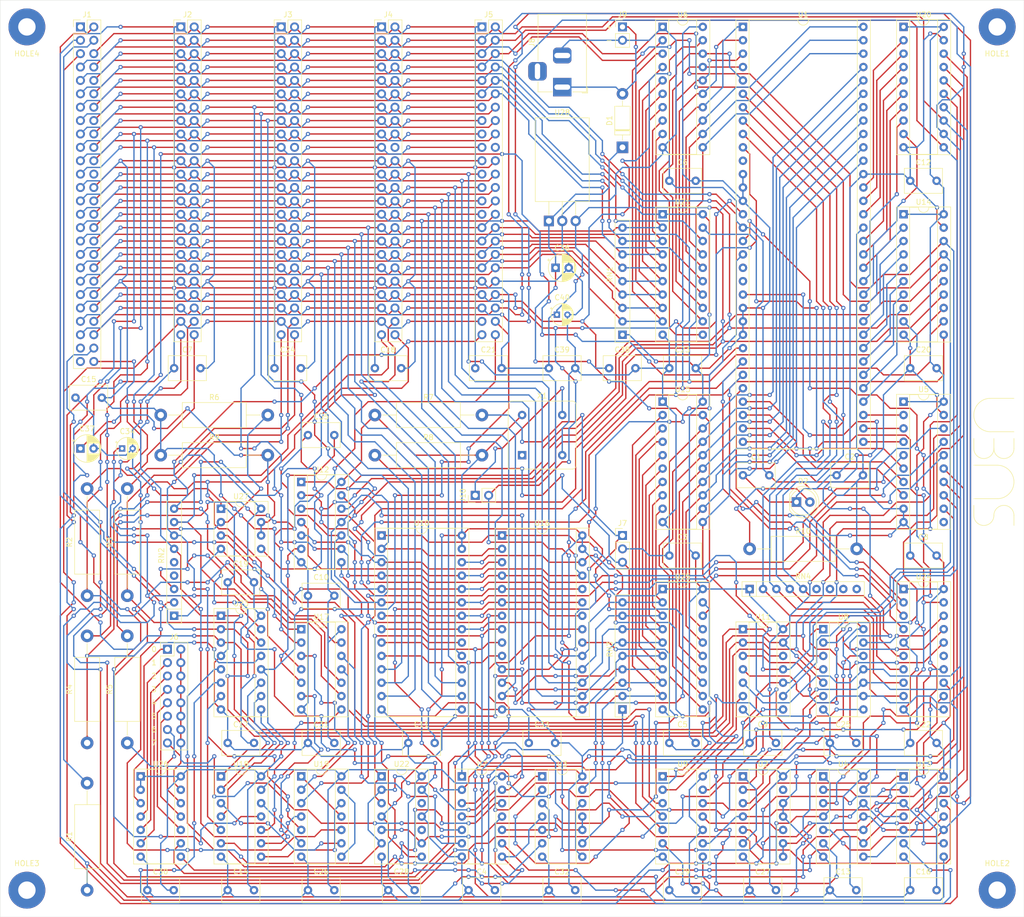
<source format=kicad_pcb>
(kicad_pcb (version 20171130) (host pcbnew 5.1.6)
  (layers (0 F.Cu jumper) (31 B.Cu power) (34 B.Paste user) (35 F.Paste user) (36 B.SilkS user) (37 F.SilkS user) (38 B.Mask user) (39 F.Mask user) (44 Edge.Cuts user))
  (net 0 "")
  (net 1 VCC)
  (net 2 GND)
  (net 3 "Net-(C34-Pad1)")
  (net 4 "Net-(C35-Pad1)")
  (net 5 "Net-(C36-Pad1)")
  (net 6 "Net-(C37-Pad1)")
  (net 7 "Net-(D1-Pad2)")
  (net 8 "Net-(D2-Pad2)")
  (net 9 ~RAM_DTACK)
  (net 10 CLK)
  (net 11 R\~W)
  (net 12 ~LDS)
  (net 13 ~UDS)
  (net 14 ~RAM_SEL)
  (net 15 D0)
  (net 16 D1)
  (net 17 D2)
  (net 18 D3)
  (net 19 D4)
  (net 20 D5)
  (net 21 D6)
  (net 22 D7)
  (net 23 D8)
  (net 24 D9)
  (net 25 D10)
  (net 26 D11)
  (net 27 D12)
  (net 28 D13)
  (net 29 D14)
  (net 30 D15)
  (net 31 A1)
  (net 32 A2)
  (net 33 A3)
  (net 34 A4)
  (net 35 A5)
  (net 36 A6)
  (net 37 A7)
  (net 38 A8)
  (net 39 A9)
  (net 40 A10)
  (net 41 A11)
  (net 42 A12)
  (net 43 A13)
  (net 44 A14)
  (net 45 A15)
  (net 46 A16)
  (net 47 A17)
  (net 48 A18)
  (net 49 A19)
  (net 50 A20)
  (net 51 A21)
  (net 52 A22)
  (net 53 ~DEV0_IRQ)
  (net 54 ~DEV0_DTACK)
  (net 55 ~DEV0_SEL)
  (net 56 ~DEV1_IRQ)
  (net 57 ~DEV1_DTACK)
  (net 58 ~DEV1_SEL)
  (net 59 ~DEV2_IRQ)
  (net 60 ~DEV2_DTACK)
  (net 61 ~DEV2_SEL)
  (net 62 ROM_DTACK)
  (net 63 ~DEV3_IRQ)
  (net 64 ~DEV3_DTACK)
  (net 65 ~DEV3_SEL)
  (net 66 "Net-(J7-Pad3)")
  (net 67 "Net-(J7-Pad1)")
  (net 68 "Net-(J10-Pad1)")
  (net 69 ~RESET)
  (net 70 ~HALT)
  (net 71 R\~W~_68)
  (net 72 ~LDS_68)
  (net 73 ~UDS_68)
  (net 74 ~AS_68)
  (net 75 D5_68)
  (net 76 A4_68)
  (net 77 D6_68)
  (net 78 A3_68)
  (net 79 D7_68)
  (net 80 A2_68)
  (net 81 D8_68)
  (net 82 A1_68)
  (net 83 D9_68)
  (net 84 FC0_68)
  (net 85 D10_68)
  (net 86 FC1_68)
  (net 87 D11_68)
  (net 88 FC2_68)
  (net 89 D12_68)
  (net 90 ~IPL0)
  (net 91 D13_68)
  (net 92 D14_68)
  (net 93 D15_68)
  (net 94 ~VPA)
  (net 95 A23_68)
  (net 96 A22_68)
  (net 97 A21_68)
  (net 98 A20_68)
  (net 99 A19_68)
  (net 100 A18_68)
  (net 101 A17_68)
  (net 102 A16_68)
  (net 103 A15_68)
  (net 104 A14_68)
  (net 105 ~DTACK)
  (net 106 A13_68)
  (net 107 A12_68)
  (net 108 A11_68)
  (net 109 A10_68)
  (net 110 A9_68)
  (net 111 D0_68)
  (net 112 A8_68)
  (net 113 D1_68)
  (net 114 A7_68)
  (net 115 D2_68)
  (net 116 A6_68)
  (net 117 D3_68)
  (net 118 A5_68)
  (net 119 D4_68)
  (net 120 HROM_ADDR)
  (net 121 RESV_ADDR)
  (net 122 ~ROM_ADDR)
  (net 123 MEM_SEL)
  (net 124 "Net-(U2-Pad3)")
  (net 125 ~MEM_SEL)
  (net 126 "Net-(U2-Pad2)")
  (net 127 ROM_RQ)
  (net 128 "Net-(U3-Pad12)")
  (net 129 ~ROM_SEL_U)
  (net 130 "Net-(U22-Pad5)")
  (net 131 ~ROM_SEL_L)
  (net 132 ~VADDR)
  (net 133 "Net-(U3-Pad1)")
  (net 134 ~RD_BYTE_U)
  (net 135 A23)
  (net 136 ~R~\W)
  (net 137 ~RD_BYTE_L)
  (net 138 ~ROM_DTACK)
  (net 139 ~CLK)
  (net 140 "Net-(U13-Pad8)")
  (net 141 ~AS)
  (net 142 "Net-(U13-Pad6)")
  (net 143 FC2)
  (net 144 FC1)
  (net 145 FC0)
  (net 146 "Net-(U17-Pad6)")
  (net 147 ~DEV7_SEL)
  (net 148 ~DEV6_SEL)
  (net 149 "Net-(U17-Pad3)")
  (net 150 ~DEV5_SEL)
  (net 151 "Net-(U17-Pad8)")
  (net 152 ~DEV4_SEL)
  (net 153 "Net-(U22-Pad1)")
  (net 154 "Net-(J6-Pad15)")
  (net 155 "Net-(J6-Pad13)")
  (net 156 "Net-(J6-Pad11)")
  (net 157 "Net-(J6-Pad9)")
  (net 158 "Net-(J6-Pad7)")
  (net 159 "Net-(J6-Pad5)")
  (net 160 "Net-(J6-Pad3)")
  (net 161 "Net-(J6-Pad1)")
  (net 162 "Net-(U13-Pad13)")
  (net 163 "Net-(U11-Pad12)")
  (net 164 "Net-(U11-Pad6)")
  (net 165 "Net-(U12-Pad12)")
  (net 166 "Net-(U12-Pad6)")
  (net 167 "Net-(U12-Pad8)")
  (net 168 "Net-(U13-Pad1)")
  (net 169 "Net-(U13-Pad2)")
  (net 170 "Net-(U11-Pad8)")
  (net 171 "Net-(U17-Pad11)")
  (net 172 "Net-(U18-Pad6)")
  (net 173 "Net-(U18-Pad12)")
  (net 174 "Net-(U18-Pad3)")
  (net 175 "Net-(U18-Pad8)")
  (net 176 "Net-(U19-Pad13)")
  (net 177 "Net-(U19-Pad1)")
  (module plugins:HOLE_SUEN (layer F.Cu) (at 21.59 21.59)
    (fp_text reference HOLE4 (at 0 5.08) (layer F.SilkS))
    (fp_text value Conn_01x01)
    (pad 1 thru_hole circle (at 0 0) (size 7 7) (drill 3.3) (layers *.Cu *.Mask))
  )
  (module plugins:HOLE_SUEN (layer F.Cu) (at 21.59 185.42)
    (fp_text reference HOLE3 (at 0 -5.08) (layer F.SilkS))
    (fp_text value Conn_01x01)
    (pad 1 thru_hole circle (at 0 0) (size 7 7) (drill 3.3) (layers *.Cu *.Mask))
  )
  (module plugins:HOLE_SUEN (layer F.Cu) (at 205.74 185.42)
    (fp_text reference HOLE2 (at 0 -5.08) (layer F.SilkS))
    (fp_text value Conn_01x01)
    (pad 1 thru_hole circle (at 0 0) (size 7 7) (drill 3.3) (layers *.Cu *.Mask))
  )
  (module plugins:HOLE_SUEN (layer F.Cu) (at 205.74 21.59)
    (fp_text reference HOLE1 (at 0 5.08) (layer F.SilkS))
    (fp_text value Conn_01x01)
    (pad 1 thru_hole circle (at 0 0) (size 7 7) (drill 3.3) (layers *.Cu *.Mask))
  )
  (module Package_DIP:DIP-14_W7.62mm_Socket (layer F.Cu) (at 172.72 135.89)
    (fp_text reference U8 (at 3.81 -2.33) (layer F.SilkS))
    (fp_text value 74HC10)
    (pad 1 thru_hole rect (at 0 0) (size 1.6 1.6) (drill 0.8) (layers *.Cu *.Mask) (net 145 FC0))
    (pad 8 thru_hole oval (at 7.62 15.24) (size 1.6 1.6) (drill 0.8) (layers *.Cu *.Mask) (net 124 "Net-(U2-Pad3)"))
    (pad 2 thru_hole oval (at 0 2.54) (size 1.6 1.6) (drill 0.8) (layers *.Cu *.Mask) (net 144 FC1))
    (pad 9 thru_hole oval (at 7.62 12.7) (size 1.6 1.6) (drill 0.8) (layers *.Cu *.Mask) (net 49 A19))
    (pad 3 thru_hole oval (at 0 5.08) (size 1.6 1.6) (drill 0.8) (layers *.Cu *.Mask) (net 52 A22))
    (pad 10 thru_hole oval (at 7.62 10.16) (size 1.6 1.6) (drill 0.8) (layers *.Cu *.Mask) (net 48 A18))
    (pad 4 thru_hole oval (at 0 7.62) (size 1.6 1.6) (drill 0.8) (layers *.Cu *.Mask) (net 51 A21))
    (pad 11 thru_hole oval (at 7.62 7.62) (size 1.6 1.6) (drill 0.8) (layers *.Cu *.Mask) (net 47 A17))
    (pad 5 thru_hole oval (at 0 10.16) (size 1.6 1.6) (drill 0.8) (layers *.Cu *.Mask) (net 50 A20))
    (pad 12 thru_hole oval (at 7.62 5.08) (size 1.6 1.6) (drill 0.8) (layers *.Cu *.Mask) (net 94 ~VPA))
    (pad 6 thru_hole oval (at 0 12.7) (size 1.6 1.6) (drill 0.8) (layers *.Cu *.Mask) (net 126 "Net-(U2-Pad2)"))
    (pad 13 thru_hole oval (at 7.62 2.54) (size 1.6 1.6) (drill 0.8) (layers *.Cu *.Mask) (net 143 FC2))
    (pad 7 thru_hole oval (at 0 15.24) (size 1.6 1.6) (drill 0.8) (layers *.Cu *.Mask) (net 2 GND))
    (pad 14 thru_hole oval (at 7.62 0) (size 1.6 1.6) (drill 0.8) (layers *.Cu *.Mask) (net 1 VCC))
  )
  (module Package_DIP:DIP-14_W7.62mm_Socket (layer F.Cu) (at 88.9 163.83)
    (fp_text reference U22 (at 3.81 -2.33) (layer F.SilkS))
    (fp_text value 74HC05)
    (pad 1 thru_hole rect (at 0 0) (size 1.6 1.6) (drill 0.8) (layers *.Cu *.Mask) (net 153 "Net-(U22-Pad1)"))
    (pad 8 thru_hole oval (at 7.62 15.24) (size 1.6 1.6) (drill 0.8) (layers *.Cu *.Mask) (net 69 ~RESET))
    (pad 2 thru_hole oval (at 0 2.54) (size 1.6 1.6) (drill 0.8) (layers *.Cu *.Mask) (net 70 ~HALT))
    (pad 9 thru_hole oval (at 7.62 12.7) (size 1.6 1.6) (drill 0.8) (layers *.Cu *.Mask) (net 130 "Net-(U22-Pad5)"))
    (pad 3 thru_hole oval (at 0 5.08) (size 1.6 1.6) (drill 0.8) (layers *.Cu *.Mask) (net 153 "Net-(U22-Pad1)"))
    (pad 10 thru_hole oval (at 7.62 10.16) (size 1.6 1.6) (drill 0.8) (layers *.Cu *.Mask))
    (pad 4 thru_hole oval (at 0 7.62) (size 1.6 1.6) (drill 0.8) (layers *.Cu *.Mask) (net 69 ~RESET))
    (pad 11 thru_hole oval (at 7.62 7.62) (size 1.6 1.6) (drill 0.8) (layers *.Cu *.Mask) (net 2 GND))
    (pad 5 thru_hole oval (at 0 10.16) (size 1.6 1.6) (drill 0.8) (layers *.Cu *.Mask) (net 130 "Net-(U22-Pad5)"))
    (pad 12 thru_hole oval (at 7.62 5.08) (size 1.6 1.6) (drill 0.8) (layers *.Cu *.Mask))
    (pad 6 thru_hole oval (at 0 12.7) (size 1.6 1.6) (drill 0.8) (layers *.Cu *.Mask) (net 70 ~HALT))
    (pad 13 thru_hole oval (at 7.62 2.54) (size 1.6 1.6) (drill 0.8) (layers *.Cu *.Mask) (net 2 GND))
    (pad 7 thru_hole oval (at 0 15.24) (size 1.6 1.6) (drill 0.8) (layers *.Cu *.Mask) (net 2 GND))
    (pad 14 thru_hole oval (at 7.62 0) (size 1.6 1.6) (drill 0.8) (layers *.Cu *.Mask) (net 1 VCC))
  )
  (module Package_DIP:DIP-14_W7.62mm_Socket (layer F.Cu) (at 104.14 163.83)
    (fp_text reference U7 (at 3.81 -2.33) (layer F.SilkS))
    (fp_text value 74HC04)
    (pad 1 thru_hole rect (at 0 0) (size 1.6 1.6) (drill 0.8) (layers *.Cu *.Mask) (net 11 R\~W))
    (pad 8 thru_hole oval (at 7.62 15.24) (size 1.6 1.6) (drill 0.8) (layers *.Cu *.Mask) (net 131 ~ROM_SEL_L))
    (pad 2 thru_hole oval (at 0 2.54) (size 1.6 1.6) (drill 0.8) (layers *.Cu *.Mask) (net 136 ~R~\W))
    (pad 9 thru_hole oval (at 7.62 12.7) (size 1.6 1.6) (drill 0.8) (layers *.Cu *.Mask) (net 142 "Net-(U13-Pad6)"))
    (pad 3 thru_hole oval (at 0 5.08) (size 1.6 1.6) (drill 0.8) (layers *.Cu *.Mask) (net 141 ~AS))
    (pad 10 thru_hole oval (at 7.62 10.16) (size 1.6 1.6) (drill 0.8) (layers *.Cu *.Mask) (net 129 ~ROM_SEL_U))
    (pad 4 thru_hole oval (at 0 7.62) (size 1.6 1.6) (drill 0.8) (layers *.Cu *.Mask) (net 133 "Net-(U3-Pad1)"))
    (pad 11 thru_hole oval (at 7.62 7.62) (size 1.6 1.6) (drill 0.8) (layers *.Cu *.Mask) (net 140 "Net-(U13-Pad8)"))
    (pad 5 thru_hole oval (at 0 10.16) (size 1.6 1.6) (drill 0.8) (layers *.Cu *.Mask) (net 62 ROM_DTACK))
    (pad 12 thru_hole oval (at 7.62 5.08) (size 1.6 1.6) (drill 0.8) (layers *.Cu *.Mask) (net 139 ~CLK))
    (pad 6 thru_hole oval (at 0 12.7) (size 1.6 1.6) (drill 0.8) (layers *.Cu *.Mask) (net 138 ~ROM_DTACK))
    (pad 13 thru_hole oval (at 7.62 2.54) (size 1.6 1.6) (drill 0.8) (layers *.Cu *.Mask) (net 10 CLK))
    (pad 7 thru_hole oval (at 0 15.24) (size 1.6 1.6) (drill 0.8) (layers *.Cu *.Mask) (net 2 GND))
    (pad 14 thru_hole oval (at 7.62 0) (size 1.6 1.6) (drill 0.8) (layers *.Cu *.Mask) (net 1 VCC))
  )
  (module Package_DIP:DIP-16_W7.62mm_Socket (layer F.Cu) (at 58.42 133.35)
    (fp_text reference U23 (at 3.81 -2.33) (layer F.SilkS))
    (fp_text value 74HC138)
    (pad 1 thru_hole rect (at 0 0) (size 1.6 1.6) (drill 0.8) (layers *.Cu *.Mask) (net 50 A20))
    (pad 9 thru_hole oval (at 7.62 17.78) (size 1.6 1.6) (drill 0.8) (layers *.Cu *.Mask) (net 148 ~DEV6_SEL))
    (pad 2 thru_hole oval (at 0 2.54) (size 1.6 1.6) (drill 0.8) (layers *.Cu *.Mask) (net 51 A21))
    (pad 10 thru_hole oval (at 7.62 15.24) (size 1.6 1.6) (drill 0.8) (layers *.Cu *.Mask) (net 150 ~DEV5_SEL))
    (pad 3 thru_hole oval (at 0 5.08) (size 1.6 1.6) (drill 0.8) (layers *.Cu *.Mask) (net 52 A22))
    (pad 11 thru_hole oval (at 7.62 12.7) (size 1.6 1.6) (drill 0.8) (layers *.Cu *.Mask) (net 152 ~DEV4_SEL))
    (pad 4 thru_hole oval (at 0 7.62) (size 1.6 1.6) (drill 0.8) (layers *.Cu *.Mask) (net 2 GND))
    (pad 12 thru_hole oval (at 7.62 10.16) (size 1.6 1.6) (drill 0.8) (layers *.Cu *.Mask) (net 65 ~DEV3_SEL))
    (pad 5 thru_hole oval (at 0 10.16) (size 1.6 1.6) (drill 0.8) (layers *.Cu *.Mask) (net 132 ~VADDR))
    (pad 13 thru_hole oval (at 7.62 7.62) (size 1.6 1.6) (drill 0.8) (layers *.Cu *.Mask) (net 61 ~DEV2_SEL))
    (pad 6 thru_hole oval (at 0 12.7) (size 1.6 1.6) (drill 0.8) (layers *.Cu *.Mask) (net 135 A23))
    (pad 14 thru_hole oval (at 7.62 5.08) (size 1.6 1.6) (drill 0.8) (layers *.Cu *.Mask) (net 58 ~DEV1_SEL))
    (pad 7 thru_hole oval (at 0 15.24) (size 1.6 1.6) (drill 0.8) (layers *.Cu *.Mask) (net 147 ~DEV7_SEL))
    (pad 15 thru_hole oval (at 7.62 2.54) (size 1.6 1.6) (drill 0.8) (layers *.Cu *.Mask) (net 55 ~DEV0_SEL))
    (pad 8 thru_hole oval (at 0 17.78) (size 1.6 1.6) (drill 0.8) (layers *.Cu *.Mask) (net 2 GND))
    (pad 16 thru_hole oval (at 7.62 0) (size 1.6 1.6) (drill 0.8) (layers *.Cu *.Mask) (net 1 VCC))
  )
  (module Package_DIP:DIP-64_W22.86mm_Socket (layer F.Cu) (at 157.48 21.59)
    (fp_text reference U1 (at 11.43 -2.33) (layer F.SilkS))
    (fp_text value 68000D)
    (pad 1 thru_hole rect (at 0 0) (size 1.6 1.6) (drill 0.8) (layers *.Cu *.Mask) (net 119 D4_68))
    (pad 33 thru_hole oval (at 22.86 78.74) (size 1.6 1.6) (drill 0.8) (layers *.Cu *.Mask) (net 118 A5_68))
    (pad 2 thru_hole oval (at 0 2.54) (size 1.6 1.6) (drill 0.8) (layers *.Cu *.Mask) (net 117 D3_68))
    (pad 34 thru_hole oval (at 22.86 76.2) (size 1.6 1.6) (drill 0.8) (layers *.Cu *.Mask) (net 116 A6_68))
    (pad 3 thru_hole oval (at 0 5.08) (size 1.6 1.6) (drill 0.8) (layers *.Cu *.Mask) (net 115 D2_68))
    (pad 35 thru_hole oval (at 22.86 73.66) (size 1.6 1.6) (drill 0.8) (layers *.Cu *.Mask) (net 114 A7_68))
    (pad 4 thru_hole oval (at 0 7.62) (size 1.6 1.6) (drill 0.8) (layers *.Cu *.Mask) (net 113 D1_68))
    (pad 36 thru_hole oval (at 22.86 71.12) (size 1.6 1.6) (drill 0.8) (layers *.Cu *.Mask) (net 112 A8_68))
    (pad 5 thru_hole oval (at 0 10.16) (size 1.6 1.6) (drill 0.8) (layers *.Cu *.Mask) (net 111 D0_68))
    (pad 37 thru_hole oval (at 22.86 68.58) (size 1.6 1.6) (drill 0.8) (layers *.Cu *.Mask) (net 110 A9_68))
    (pad 6 thru_hole oval (at 0 12.7) (size 1.6 1.6) (drill 0.8) (layers *.Cu *.Mask) (net 74 ~AS_68))
    (pad 38 thru_hole oval (at 22.86 66.04) (size 1.6 1.6) (drill 0.8) (layers *.Cu *.Mask) (net 109 A10_68))
    (pad 7 thru_hole oval (at 0 15.24) (size 1.6 1.6) (drill 0.8) (layers *.Cu *.Mask) (net 73 ~UDS_68))
    (pad 39 thru_hole oval (at 22.86 63.5) (size 1.6 1.6) (drill 0.8) (layers *.Cu *.Mask) (net 108 A11_68))
    (pad 8 thru_hole oval (at 0 17.78) (size 1.6 1.6) (drill 0.8) (layers *.Cu *.Mask) (net 72 ~LDS_68))
    (pad 40 thru_hole oval (at 22.86 60.96) (size 1.6 1.6) (drill 0.8) (layers *.Cu *.Mask) (net 107 A12_68))
    (pad 9 thru_hole oval (at 0 20.32) (size 1.6 1.6) (drill 0.8) (layers *.Cu *.Mask) (net 71 R\~W~_68))
    (pad 41 thru_hole oval (at 22.86 58.42) (size 1.6 1.6) (drill 0.8) (layers *.Cu *.Mask) (net 106 A13_68))
    (pad 10 thru_hole oval (at 0 22.86) (size 1.6 1.6) (drill 0.8) (layers *.Cu *.Mask) (net 105 ~DTACK))
    (pad 42 thru_hole oval (at 22.86 55.88) (size 1.6 1.6) (drill 0.8) (layers *.Cu *.Mask) (net 104 A14_68))
    (pad 11 thru_hole oval (at 0 25.4) (size 1.6 1.6) (drill 0.8) (layers *.Cu *.Mask))
    (pad 43 thru_hole oval (at 22.86 53.34) (size 1.6 1.6) (drill 0.8) (layers *.Cu *.Mask) (net 103 A15_68))
    (pad 12 thru_hole oval (at 0 27.94) (size 1.6 1.6) (drill 0.8) (layers *.Cu *.Mask) (net 1 VCC))
    (pad 44 thru_hole oval (at 22.86 50.8) (size 1.6 1.6) (drill 0.8) (layers *.Cu *.Mask) (net 102 A16_68))
    (pad 13 thru_hole oval (at 0 30.48) (size 1.6 1.6) (drill 0.8) (layers *.Cu *.Mask) (net 1 VCC))
    (pad 45 thru_hole oval (at 22.86 48.26) (size 1.6 1.6) (drill 0.8) (layers *.Cu *.Mask) (net 101 A17_68))
    (pad 14 thru_hole oval (at 0 33.02) (size 1.6 1.6) (drill 0.8) (layers *.Cu *.Mask) (net 1 VCC))
    (pad 46 thru_hole oval (at 22.86 45.72) (size 1.6 1.6) (drill 0.8) (layers *.Cu *.Mask) (net 100 A18_68))
    (pad 15 thru_hole oval (at 0 35.56) (size 1.6 1.6) (drill 0.8) (layers *.Cu *.Mask) (net 10 CLK))
    (pad 47 thru_hole oval (at 22.86 43.18) (size 1.6 1.6) (drill 0.8) (layers *.Cu *.Mask) (net 99 A19_68))
    (pad 16 thru_hole oval (at 0 38.1) (size 1.6 1.6) (drill 0.8) (layers *.Cu *.Mask) (net 2 GND))
    (pad 48 thru_hole oval (at 22.86 40.64) (size 1.6 1.6) (drill 0.8) (layers *.Cu *.Mask) (net 98 A20_68))
    (pad 17 thru_hole oval (at 0 40.64) (size 1.6 1.6) (drill 0.8) (layers *.Cu *.Mask) (net 70 ~HALT))
    (pad 49 thru_hole oval (at 22.86 38.1) (size 1.6 1.6) (drill 0.8) (layers *.Cu *.Mask) (net 1 VCC))
    (pad 18 thru_hole oval (at 0 43.18) (size 1.6 1.6) (drill 0.8) (layers *.Cu *.Mask) (net 69 ~RESET))
    (pad 50 thru_hole oval (at 22.86 35.56) (size 1.6 1.6) (drill 0.8) (layers *.Cu *.Mask) (net 97 A21_68))
    (pad 19 thru_hole oval (at 0 45.72) (size 1.6 1.6) (drill 0.8) (layers *.Cu *.Mask))
    (pad 51 thru_hole oval (at 22.86 33.02) (size 1.6 1.6) (drill 0.8) (layers *.Cu *.Mask) (net 96 A22_68))
    (pad 20 thru_hole oval (at 0 48.26) (size 1.6 1.6) (drill 0.8) (layers *.Cu *.Mask))
    (pad 52 thru_hole oval (at 22.86 30.48) (size 1.6 1.6) (drill 0.8) (layers *.Cu *.Mask) (net 95 A23_68))
    (pad 21 thru_hole oval (at 0 50.8) (size 1.6 1.6) (drill 0.8) (layers *.Cu *.Mask) (net 94 ~VPA))
    (pad 53 thru_hole oval (at 22.86 27.94) (size 1.6 1.6) (drill 0.8) (layers *.Cu *.Mask) (net 2 GND))
    (pad 22 thru_hole oval (at 0 53.34) (size 1.6 1.6) (drill 0.8) (layers *.Cu *.Mask) (net 1 VCC))
    (pad 54 thru_hole oval (at 22.86 25.4) (size 1.6 1.6) (drill 0.8) (layers *.Cu *.Mask) (net 93 D15_68))
    (pad 23 thru_hole oval (at 0 55.88) (size 1.6 1.6) (drill 0.8) (layers *.Cu *.Mask) (net 1 VCC))
    (pad 55 thru_hole oval (at 22.86 22.86) (size 1.6 1.6) (drill 0.8) (layers *.Cu *.Mask) (net 92 D14_68))
    (pad 24 thru_hole oval (at 0 58.42) (size 1.6 1.6) (drill 0.8) (layers *.Cu *.Mask) (net 1 VCC))
    (pad 56 thru_hole oval (at 22.86 20.32) (size 1.6 1.6) (drill 0.8) (layers *.Cu *.Mask) (net 91 D13_68))
    (pad 25 thru_hole oval (at 0 60.96) (size 1.6 1.6) (drill 0.8) (layers *.Cu *.Mask) (net 90 ~IPL0))
    (pad 57 thru_hole oval (at 22.86 17.78) (size 1.6 1.6) (drill 0.8) (layers *.Cu *.Mask) (net 89 D12_68))
    (pad 26 thru_hole oval (at 0 63.5) (size 1.6 1.6) (drill 0.8) (layers *.Cu *.Mask) (net 88 FC2_68))
    (pad 58 thru_hole oval (at 22.86 15.24) (size 1.6 1.6) (drill 0.8) (layers *.Cu *.Mask) (net 87 D11_68))
    (pad 27 thru_hole oval (at 0 66.04) (size 1.6 1.6) (drill 0.8) (layers *.Cu *.Mask) (net 86 FC1_68))
    (pad 59 thru_hole oval (at 22.86 12.7) (size 1.6 1.6) (drill 0.8) (layers *.Cu *.Mask) (net 85 D10_68))
    (pad 28 thru_hole oval (at 0 68.58) (size 1.6 1.6) (drill 0.8) (layers *.Cu *.Mask) (net 84 FC0_68))
    (pad 60 thru_hole oval (at 22.86 10.16) (size 1.6 1.6) (drill 0.8) (layers *.Cu *.Mask) (net 83 D9_68))
    (pad 29 thru_hole oval (at 0 71.12) (size 1.6 1.6) (drill 0.8) (layers *.Cu *.Mask) (net 82 A1_68))
    (pad 61 thru_hole oval (at 22.86 7.62) (size 1.6 1.6) (drill 0.8) (layers *.Cu *.Mask) (net 81 D8_68))
    (pad 30 thru_hole oval (at 0 73.66) (size 1.6 1.6) (drill 0.8) (layers *.Cu *.Mask) (net 80 A2_68))
    (pad 62 thru_hole oval (at 22.86 5.08) (size 1.6 1.6) (drill 0.8) (layers *.Cu *.Mask) (net 79 D7_68))
    (pad 31 thru_hole oval (at 0 76.2) (size 1.6 1.6) (drill 0.8) (layers *.Cu *.Mask) (net 78 A3_68))
    (pad 63 thru_hole oval (at 22.86 2.54) (size 1.6 1.6) (drill 0.8) (layers *.Cu *.Mask) (net 77 D6_68))
    (pad 32 thru_hole oval (at 0 78.74) (size 1.6 1.6) (drill 0.8) (layers *.Cu *.Mask) (net 76 A4_68))
    (pad 64 thru_hole oval (at 22.86 0) (size 1.6 1.6) (drill 0.8) (layers *.Cu *.Mask) (net 75 D5_68))
  )
  (module Package_DIP:DIP-28_W15.24mm_Socket (layer F.Cu) (at 111.76 118.11)
    (fp_text reference U16 (at 7.62 -2.33) (layer F.SilkS))
    (fp_text value 28C256)
    (pad 28 thru_hole oval (at 15.24 0) (size 1.6 1.6) (drill 0.8) (layers *.Cu *.Mask) (net 1 VCC))
    (pad 14 thru_hole oval (at 0 33.02) (size 1.6 1.6) (drill 0.8) (layers *.Cu *.Mask) (net 2 GND))
    (pad 27 thru_hole oval (at 15.24 2.54) (size 1.6 1.6) (drill 0.8) (layers *.Cu *.Mask) (net 1 VCC))
    (pad 13 thru_hole oval (at 0 30.48) (size 1.6 1.6) (drill 0.8) (layers *.Cu *.Mask) (net 25 D10))
    (pad 26 thru_hole oval (at 15.24 5.08) (size 1.6 1.6) (drill 0.8) (layers *.Cu *.Mask) (net 44 A14))
    (pad 12 thru_hole oval (at 0 27.94) (size 1.6 1.6) (drill 0.8) (layers *.Cu *.Mask) (net 24 D9))
    (pad 25 thru_hole oval (at 15.24 7.62) (size 1.6 1.6) (drill 0.8) (layers *.Cu *.Mask) (net 39 A9))
    (pad 11 thru_hole oval (at 0 25.4) (size 1.6 1.6) (drill 0.8) (layers *.Cu *.Mask) (net 23 D8))
    (pad 24 thru_hole oval (at 15.24 10.16) (size 1.6 1.6) (drill 0.8) (layers *.Cu *.Mask) (net 40 A10))
    (pad 10 thru_hole oval (at 0 22.86) (size 1.6 1.6) (drill 0.8) (layers *.Cu *.Mask) (net 31 A1))
    (pad 23 thru_hole oval (at 15.24 12.7) (size 1.6 1.6) (drill 0.8) (layers *.Cu *.Mask) (net 42 A12))
    (pad 9 thru_hole oval (at 0 20.32) (size 1.6 1.6) (drill 0.8) (layers *.Cu *.Mask) (net 32 A2))
    (pad 22 thru_hole oval (at 15.24 15.24) (size 1.6 1.6) (drill 0.8) (layers *.Cu *.Mask) (net 136 ~R~\W))
    (pad 8 thru_hole oval (at 0 17.78) (size 1.6 1.6) (drill 0.8) (layers *.Cu *.Mask) (net 33 A3))
    (pad 21 thru_hole oval (at 15.24 17.78) (size 1.6 1.6) (drill 0.8) (layers *.Cu *.Mask) (net 41 A11))
    (pad 7 thru_hole oval (at 0 15.24) (size 1.6 1.6) (drill 0.8) (layers *.Cu *.Mask) (net 34 A4))
    (pad 20 thru_hole oval (at 15.24 20.32) (size 1.6 1.6) (drill 0.8) (layers *.Cu *.Mask) (net 129 ~ROM_SEL_U))
    (pad 6 thru_hole oval (at 0 12.7) (size 1.6 1.6) (drill 0.8) (layers *.Cu *.Mask) (net 35 A5))
    (pad 19 thru_hole oval (at 15.24 22.86) (size 1.6 1.6) (drill 0.8) (layers *.Cu *.Mask) (net 30 D15))
    (pad 5 thru_hole oval (at 0 10.16) (size 1.6 1.6) (drill 0.8) (layers *.Cu *.Mask) (net 36 A6))
    (pad 18 thru_hole oval (at 15.24 25.4) (size 1.6 1.6) (drill 0.8) (layers *.Cu *.Mask) (net 29 D14))
    (pad 4 thru_hole oval (at 0 7.62) (size 1.6 1.6) (drill 0.8) (layers *.Cu *.Mask) (net 37 A7))
    (pad 17 thru_hole oval (at 15.24 27.94) (size 1.6 1.6) (drill 0.8) (layers *.Cu *.Mask) (net 28 D13))
    (pad 3 thru_hole oval (at 0 5.08) (size 1.6 1.6) (drill 0.8) (layers *.Cu *.Mask) (net 38 A8))
    (pad 16 thru_hole oval (at 15.24 30.48) (size 1.6 1.6) (drill 0.8) (layers *.Cu *.Mask) (net 27 D12))
    (pad 2 thru_hole oval (at 0 2.54) (size 1.6 1.6) (drill 0.8) (layers *.Cu *.Mask) (net 43 A13))
    (pad 15 thru_hole oval (at 15.24 33.02) (size 1.6 1.6) (drill 0.8) (layers *.Cu *.Mask) (net 26 D11))
    (pad 1 thru_hole rect (at 0 0) (size 1.6 1.6) (drill 0.8) (layers *.Cu *.Mask) (net 45 A15))
  )
  (module Package_DIP:DIP-14_W7.62mm_Socket (layer F.Cu) (at 73.66 135.89)
    (fp_text reference U17 (at 3.81 -2.33) (layer F.SilkS))
    (fp_text value 74HC08)
    (pad 1 thru_hole rect (at 0 0) (size 1.6 1.6) (drill 0.8) (layers *.Cu *.Mask) (net 54 ~DEV0_DTACK))
    (pad 8 thru_hole oval (at 7.62 15.24) (size 1.6 1.6) (drill 0.8) (layers *.Cu *.Mask) (net 151 "Net-(U17-Pad8)"))
    (pad 2 thru_hole oval (at 0 2.54) (size 1.6 1.6) (drill 0.8) (layers *.Cu *.Mask) (net 57 ~DEV1_DTACK))
    (pad 9 thru_hole oval (at 7.62 12.7) (size 1.6 1.6) (drill 0.8) (layers *.Cu *.Mask) (net 59 ~DEV2_IRQ))
    (pad 3 thru_hole oval (at 0 5.08) (size 1.6 1.6) (drill 0.8) (layers *.Cu *.Mask) (net 149 "Net-(U17-Pad3)"))
    (pad 10 thru_hole oval (at 7.62 10.16) (size 1.6 1.6) (drill 0.8) (layers *.Cu *.Mask) (net 63 ~DEV3_IRQ))
    (pad 4 thru_hole oval (at 0 7.62) (size 1.6 1.6) (drill 0.8) (layers *.Cu *.Mask) (net 60 ~DEV2_DTACK))
    (pad 11 thru_hole oval (at 7.62 7.62) (size 1.6 1.6) (drill 0.8) (layers *.Cu *.Mask) (net 171 "Net-(U17-Pad11)"))
    (pad 5 thru_hole oval (at 0 10.16) (size 1.6 1.6) (drill 0.8) (layers *.Cu *.Mask) (net 64 ~DEV3_DTACK))
    (pad 12 thru_hole oval (at 7.62 5.08) (size 1.6 1.6) (drill 0.8) (layers *.Cu *.Mask) (net 138 ~ROM_DTACK))
    (pad 6 thru_hole oval (at 0 12.7) (size 1.6 1.6) (drill 0.8) (layers *.Cu *.Mask) (net 146 "Net-(U17-Pad6)"))
    (pad 13 thru_hole oval (at 7.62 2.54) (size 1.6 1.6) (drill 0.8) (layers *.Cu *.Mask) (net 9 ~RAM_DTACK))
    (pad 7 thru_hole oval (at 0 15.24) (size 1.6 1.6) (drill 0.8) (layers *.Cu *.Mask) (net 2 GND))
    (pad 14 thru_hole oval (at 7.62 0) (size 1.6 1.6) (drill 0.8) (layers *.Cu *.Mask) (net 1 VCC))
  )
  (module Package_DIP:DIP-20_W7.62mm_Socket (layer F.Cu) (at 142.24 92.71)
    (fp_text reference U15 (at 3.81 -2.33) (layer F.SilkS))
    (fp_text value 74HC245)
    (pad 1 thru_hole rect (at 0 0) (size 1.6 1.6) (drill 0.8) (layers *.Cu *.Mask) (net 2 GND))
    (pad 11 thru_hole oval (at 7.62 22.86) (size 1.6 1.6) (drill 0.8) (layers *.Cu *.Mask) (net 93 D15_68))
    (pad 2 thru_hole oval (at 0 2.54) (size 1.6 1.6) (drill 0.8) (layers *.Cu *.Mask) (net 23 D8))
    (pad 12 thru_hole oval (at 7.62 20.32) (size 1.6 1.6) (drill 0.8) (layers *.Cu *.Mask) (net 92 D14_68))
    (pad 3 thru_hole oval (at 0 5.08) (size 1.6 1.6) (drill 0.8) (layers *.Cu *.Mask) (net 24 D9))
    (pad 13 thru_hole oval (at 7.62 17.78) (size 1.6 1.6) (drill 0.8) (layers *.Cu *.Mask) (net 91 D13_68))
    (pad 4 thru_hole oval (at 0 7.62) (size 1.6 1.6) (drill 0.8) (layers *.Cu *.Mask) (net 25 D10))
    (pad 14 thru_hole oval (at 7.62 15.24) (size 1.6 1.6) (drill 0.8) (layers *.Cu *.Mask) (net 89 D12_68))
    (pad 5 thru_hole oval (at 0 10.16) (size 1.6 1.6) (drill 0.8) (layers *.Cu *.Mask) (net 26 D11))
    (pad 15 thru_hole oval (at 7.62 12.7) (size 1.6 1.6) (drill 0.8) (layers *.Cu *.Mask) (net 87 D11_68))
    (pad 6 thru_hole oval (at 0 12.7) (size 1.6 1.6) (drill 0.8) (layers *.Cu *.Mask) (net 27 D12))
    (pad 16 thru_hole oval (at 7.62 10.16) (size 1.6 1.6) (drill 0.8) (layers *.Cu *.Mask) (net 85 D10_68))
    (pad 7 thru_hole oval (at 0 15.24) (size 1.6 1.6) (drill 0.8) (layers *.Cu *.Mask) (net 28 D13))
    (pad 17 thru_hole oval (at 7.62 7.62) (size 1.6 1.6) (drill 0.8) (layers *.Cu *.Mask) (net 83 D9_68))
    (pad 8 thru_hole oval (at 0 17.78) (size 1.6 1.6) (drill 0.8) (layers *.Cu *.Mask) (net 29 D14))
    (pad 18 thru_hole oval (at 7.62 5.08) (size 1.6 1.6) (drill 0.8) (layers *.Cu *.Mask) (net 81 D8_68))
    (pad 9 thru_hole oval (at 0 20.32) (size 1.6 1.6) (drill 0.8) (layers *.Cu *.Mask) (net 30 D15))
    (pad 19 thru_hole oval (at 7.62 2.54) (size 1.6 1.6) (drill 0.8) (layers *.Cu *.Mask) (net 11 R\~W))
    (pad 10 thru_hole oval (at 0 22.86) (size 1.6 1.6) (drill 0.8) (layers *.Cu *.Mask) (net 2 GND))
    (pad 20 thru_hole oval (at 7.62 0) (size 1.6 1.6) (drill 0.8) (layers *.Cu *.Mask) (net 1 VCC))
  )
  (module Package_DIP:DIP-20_W7.62mm_Socket (layer F.Cu) (at 187.96 57.15)
    (fp_text reference U14 (at 3.81 -2.33) (layer F.SilkS))
    (fp_text value 74HC245)
    (pad 1 thru_hole rect (at 0 0) (size 1.6 1.6) (drill 0.8) (layers *.Cu *.Mask) (net 1 VCC))
    (pad 11 thru_hole oval (at 7.62 22.86) (size 1.6 1.6) (drill 0.8) (layers *.Cu *.Mask) (net 38 A8))
    (pad 2 thru_hole oval (at 0 2.54) (size 1.6 1.6) (drill 0.8) (layers *.Cu *.Mask) (net 103 A15_68))
    (pad 12 thru_hole oval (at 7.62 20.32) (size 1.6 1.6) (drill 0.8) (layers *.Cu *.Mask) (net 39 A9))
    (pad 3 thru_hole oval (at 0 5.08) (size 1.6 1.6) (drill 0.8) (layers *.Cu *.Mask) (net 104 A14_68))
    (pad 13 thru_hole oval (at 7.62 17.78) (size 1.6 1.6) (drill 0.8) (layers *.Cu *.Mask) (net 40 A10))
    (pad 4 thru_hole oval (at 0 7.62) (size 1.6 1.6) (drill 0.8) (layers *.Cu *.Mask) (net 106 A13_68))
    (pad 14 thru_hole oval (at 7.62 15.24) (size 1.6 1.6) (drill 0.8) (layers *.Cu *.Mask) (net 41 A11))
    (pad 5 thru_hole oval (at 0 10.16) (size 1.6 1.6) (drill 0.8) (layers *.Cu *.Mask) (net 107 A12_68))
    (pad 15 thru_hole oval (at 7.62 12.7) (size 1.6 1.6) (drill 0.8) (layers *.Cu *.Mask) (net 42 A12))
    (pad 6 thru_hole oval (at 0 12.7) (size 1.6 1.6) (drill 0.8) (layers *.Cu *.Mask) (net 108 A11_68))
    (pad 16 thru_hole oval (at 7.62 10.16) (size 1.6 1.6) (drill 0.8) (layers *.Cu *.Mask) (net 43 A13))
    (pad 7 thru_hole oval (at 0 15.24) (size 1.6 1.6) (drill 0.8) (layers *.Cu *.Mask) (net 109 A10_68))
    (pad 17 thru_hole oval (at 7.62 7.62) (size 1.6 1.6) (drill 0.8) (layers *.Cu *.Mask) (net 44 A14))
    (pad 8 thru_hole oval (at 0 17.78) (size 1.6 1.6) (drill 0.8) (layers *.Cu *.Mask) (net 110 A9_68))
    (pad 18 thru_hole oval (at 7.62 5.08) (size 1.6 1.6) (drill 0.8) (layers *.Cu *.Mask) (net 45 A15))
    (pad 9 thru_hole oval (at 0 20.32) (size 1.6 1.6) (drill 0.8) (layers *.Cu *.Mask) (net 112 A8_68))
    (pad 19 thru_hole oval (at 7.62 2.54) (size 1.6 1.6) (drill 0.8) (layers *.Cu *.Mask) (net 2 GND))
    (pad 10 thru_hole oval (at 0 22.86) (size 1.6 1.6) (drill 0.8) (layers *.Cu *.Mask) (net 2 GND))
    (pad 20 thru_hole oval (at 7.62 0) (size 1.6 1.6) (drill 0.8) (layers *.Cu *.Mask) (net 1 VCC))
  )
  (module Package_DIP:DIP-14_W7.62mm_Socket (layer F.Cu) (at 73.66 107.95)
    (fp_text reference U12 (at 3.81 -2.33) (layer F.SilkS))
    (fp_text value 74HC27)
    (pad 1 thru_hole rect (at 0 0) (size 1.6 1.6) (drill 0.8) (layers *.Cu *.Mask) (net 43 A13))
    (pad 8 thru_hole oval (at 7.62 15.24) (size 1.6 1.6) (drill 0.8) (layers *.Cu *.Mask) (net 167 "Net-(U12-Pad8)"))
    (pad 2 thru_hole oval (at 0 2.54) (size 1.6 1.6) (drill 0.8) (layers *.Cu *.Mask) (net 42 A12))
    (pad 9 thru_hole oval (at 7.62 12.7) (size 1.6 1.6) (drill 0.8) (layers *.Cu *.Mask) (net 37 A7))
    (pad 3 thru_hole oval (at 0 5.08) (size 1.6 1.6) (drill 0.8) (layers *.Cu *.Mask) (net 40 A10))
    (pad 10 thru_hole oval (at 7.62 10.16) (size 1.6 1.6) (drill 0.8) (layers *.Cu *.Mask) (net 36 A6))
    (pad 4 thru_hole oval (at 0 7.62) (size 1.6 1.6) (drill 0.8) (layers *.Cu *.Mask) (net 39 A9))
    (pad 11 thru_hole oval (at 7.62 7.62) (size 1.6 1.6) (drill 0.8) (layers *.Cu *.Mask) (net 35 A5))
    (pad 5 thru_hole oval (at 0 10.16) (size 1.6 1.6) (drill 0.8) (layers *.Cu *.Mask) (net 38 A8))
    (pad 12 thru_hole oval (at 7.62 5.08) (size 1.6 1.6) (drill 0.8) (layers *.Cu *.Mask) (net 165 "Net-(U12-Pad12)"))
    (pad 6 thru_hole oval (at 0 12.7) (size 1.6 1.6) (drill 0.8) (layers *.Cu *.Mask) (net 166 "Net-(U12-Pad6)"))
    (pad 13 thru_hole oval (at 7.62 2.54) (size 1.6 1.6) (drill 0.8) (layers *.Cu *.Mask) (net 41 A11))
    (pad 7 thru_hole oval (at 0 15.24) (size 1.6 1.6) (drill 0.8) (layers *.Cu *.Mask) (net 2 GND))
    (pad 14 thru_hole oval (at 7.62 0) (size 1.6 1.6) (drill 0.8) (layers *.Cu *.Mask) (net 1 VCC))
  )
  (module Package_DIP:DIP-14_W7.62mm_Socket (layer F.Cu) (at 157.48 135.89)
    (fp_text reference U11 (at 3.81 -2.33) (layer F.SilkS))
    (fp_text value 74HC27)
    (pad 1 thru_hole rect (at 0 0) (size 1.6 1.6) (drill 0.8) (layers *.Cu *.Mask) (net 52 A22))
    (pad 8 thru_hole oval (at 7.62 15.24) (size 1.6 1.6) (drill 0.8) (layers *.Cu *.Mask) (net 170 "Net-(U11-Pad8)"))
    (pad 2 thru_hole oval (at 0 2.54) (size 1.6 1.6) (drill 0.8) (layers *.Cu *.Mask) (net 51 A21))
    (pad 9 thru_hole oval (at 7.62 12.7) (size 1.6 1.6) (drill 0.8) (layers *.Cu *.Mask) (net 46 A16))
    (pad 3 thru_hole oval (at 0 5.08) (size 1.6 1.6) (drill 0.8) (layers *.Cu *.Mask) (net 49 A19))
    (pad 10 thru_hole oval (at 7.62 10.16) (size 1.6 1.6) (drill 0.8) (layers *.Cu *.Mask) (net 45 A15))
    (pad 4 thru_hole oval (at 0 7.62) (size 1.6 1.6) (drill 0.8) (layers *.Cu *.Mask) (net 48 A18))
    (pad 11 thru_hole oval (at 7.62 7.62) (size 1.6 1.6) (drill 0.8) (layers *.Cu *.Mask) (net 44 A14))
    (pad 5 thru_hole oval (at 0 10.16) (size 1.6 1.6) (drill 0.8) (layers *.Cu *.Mask) (net 47 A17))
    (pad 12 thru_hole oval (at 7.62 5.08) (size 1.6 1.6) (drill 0.8) (layers *.Cu *.Mask) (net 163 "Net-(U11-Pad12)"))
    (pad 6 thru_hole oval (at 0 12.7) (size 1.6 1.6) (drill 0.8) (layers *.Cu *.Mask) (net 164 "Net-(U11-Pad6)"))
    (pad 13 thru_hole oval (at 7.62 2.54) (size 1.6 1.6) (drill 0.8) (layers *.Cu *.Mask) (net 50 A20))
    (pad 7 thru_hole oval (at 0 15.24) (size 1.6 1.6) (drill 0.8) (layers *.Cu *.Mask) (net 2 GND))
    (pad 14 thru_hole oval (at 7.62 0) (size 1.6 1.6) (drill 0.8) (layers *.Cu *.Mask) (net 1 VCC))
  )
  (module Package_DIP:DIP-20_W7.62mm_Socket (layer F.Cu) (at 142.24 21.59)
    (fp_text reference U6 (at 3.81 -2.33) (layer F.SilkS))
    (fp_text value 74HC245)
    (pad 1 thru_hole rect (at 0 0) (size 1.6 1.6) (drill 0.8) (layers *.Cu *.Mask) (net 2 GND))
    (pad 11 thru_hole oval (at 7.62 22.86) (size 1.6 1.6) (drill 0.8) (layers *.Cu *.Mask) (net 79 D7_68))
    (pad 2 thru_hole oval (at 0 2.54) (size 1.6 1.6) (drill 0.8) (layers *.Cu *.Mask) (net 15 D0))
    (pad 12 thru_hole oval (at 7.62 20.32) (size 1.6 1.6) (drill 0.8) (layers *.Cu *.Mask) (net 77 D6_68))
    (pad 3 thru_hole oval (at 0 5.08) (size 1.6 1.6) (drill 0.8) (layers *.Cu *.Mask) (net 16 D1))
    (pad 13 thru_hole oval (at 7.62 17.78) (size 1.6 1.6) (drill 0.8) (layers *.Cu *.Mask) (net 75 D5_68))
    (pad 4 thru_hole oval (at 0 7.62) (size 1.6 1.6) (drill 0.8) (layers *.Cu *.Mask) (net 17 D2))
    (pad 14 thru_hole oval (at 7.62 15.24) (size 1.6 1.6) (drill 0.8) (layers *.Cu *.Mask) (net 119 D4_68))
    (pad 5 thru_hole oval (at 0 10.16) (size 1.6 1.6) (drill 0.8) (layers *.Cu *.Mask) (net 18 D3))
    (pad 15 thru_hole oval (at 7.62 12.7) (size 1.6 1.6) (drill 0.8) (layers *.Cu *.Mask) (net 117 D3_68))
    (pad 6 thru_hole oval (at 0 12.7) (size 1.6 1.6) (drill 0.8) (layers *.Cu *.Mask) (net 19 D4))
    (pad 16 thru_hole oval (at 7.62 10.16) (size 1.6 1.6) (drill 0.8) (layers *.Cu *.Mask) (net 115 D2_68))
    (pad 7 thru_hole oval (at 0 15.24) (size 1.6 1.6) (drill 0.8) (layers *.Cu *.Mask) (net 20 D5))
    (pad 17 thru_hole oval (at 7.62 7.62) (size 1.6 1.6) (drill 0.8) (layers *.Cu *.Mask) (net 113 D1_68))
    (pad 8 thru_hole oval (at 0 17.78) (size 1.6 1.6) (drill 0.8) (layers *.Cu *.Mask) (net 21 D6))
    (pad 18 thru_hole oval (at 7.62 5.08) (size 1.6 1.6) (drill 0.8) (layers *.Cu *.Mask) (net 111 D0_68))
    (pad 9 thru_hole oval (at 0 20.32) (size 1.6 1.6) (drill 0.8) (layers *.Cu *.Mask) (net 22 D7))
    (pad 19 thru_hole oval (at 7.62 2.54) (size 1.6 1.6) (drill 0.8) (layers *.Cu *.Mask) (net 11 R\~W))
    (pad 10 thru_hole oval (at 0 22.86) (size 1.6 1.6) (drill 0.8) (layers *.Cu *.Mask) (net 2 GND))
    (pad 20 thru_hole oval (at 7.62 0) (size 1.6 1.6) (drill 0.8) (layers *.Cu *.Mask) (net 1 VCC))
  )
  (module Package_DIP:DIP-20_W7.62mm_Socket (layer F.Cu) (at 187.96 92.71)
    (fp_text reference U5 (at 3.81 -2.33) (layer F.SilkS))
    (fp_text value 74HC245)
    (pad 1 thru_hole rect (at 0 0) (size 1.6 1.6) (drill 0.8) (layers *.Cu *.Mask) (net 1 VCC))
    (pad 11 thru_hole oval (at 7.62 22.86) (size 1.6 1.6) (drill 0.8) (layers *.Cu *.Mask))
    (pad 2 thru_hole oval (at 0 2.54) (size 1.6 1.6) (drill 0.8) (layers *.Cu *.Mask) (net 114 A7_68))
    (pad 12 thru_hole oval (at 7.62 20.32) (size 1.6 1.6) (drill 0.8) (layers *.Cu *.Mask) (net 31 A1))
    (pad 3 thru_hole oval (at 0 5.08) (size 1.6 1.6) (drill 0.8) (layers *.Cu *.Mask) (net 116 A6_68))
    (pad 13 thru_hole oval (at 7.62 17.78) (size 1.6 1.6) (drill 0.8) (layers *.Cu *.Mask) (net 32 A2))
    (pad 4 thru_hole oval (at 0 7.62) (size 1.6 1.6) (drill 0.8) (layers *.Cu *.Mask) (net 118 A5_68))
    (pad 14 thru_hole oval (at 7.62 15.24) (size 1.6 1.6) (drill 0.8) (layers *.Cu *.Mask) (net 33 A3))
    (pad 5 thru_hole oval (at 0 10.16) (size 1.6 1.6) (drill 0.8) (layers *.Cu *.Mask) (net 76 A4_68))
    (pad 15 thru_hole oval (at 7.62 12.7) (size 1.6 1.6) (drill 0.8) (layers *.Cu *.Mask) (net 34 A4))
    (pad 6 thru_hole oval (at 0 12.7) (size 1.6 1.6) (drill 0.8) (layers *.Cu *.Mask) (net 78 A3_68))
    (pad 16 thru_hole oval (at 7.62 10.16) (size 1.6 1.6) (drill 0.8) (layers *.Cu *.Mask) (net 35 A5))
    (pad 7 thru_hole oval (at 0 15.24) (size 1.6 1.6) (drill 0.8) (layers *.Cu *.Mask) (net 80 A2_68))
    (pad 17 thru_hole oval (at 7.62 7.62) (size 1.6 1.6) (drill 0.8) (layers *.Cu *.Mask) (net 36 A6))
    (pad 8 thru_hole oval (at 0 17.78) (size 1.6 1.6) (drill 0.8) (layers *.Cu *.Mask) (net 82 A1_68))
    (pad 18 thru_hole oval (at 7.62 5.08) (size 1.6 1.6) (drill 0.8) (layers *.Cu *.Mask) (net 37 A7))
    (pad 9 thru_hole oval (at 0 20.32) (size 1.6 1.6) (drill 0.8) (layers *.Cu *.Mask) (net 2 GND))
    (pad 19 thru_hole oval (at 7.62 2.54) (size 1.6 1.6) (drill 0.8) (layers *.Cu *.Mask) (net 2 GND))
    (pad 10 thru_hole oval (at 0 22.86) (size 1.6 1.6) (drill 0.8) (layers *.Cu *.Mask) (net 2 GND))
    (pad 20 thru_hole oval (at 7.62 0) (size 1.6 1.6) (drill 0.8) (layers *.Cu *.Mask) (net 1 VCC))
  )
  (module Capacitor_THT:CP_Radial_D5.0mm_P2.50mm (layer F.Cu) (at 31.75 101.6)
    (fp_text reference C37 (at 1.25 -3.75) (layer F.SilkS))
    (fp_text value 100uF)
    (pad 2 thru_hole circle (at 2.5 0) (size 1.6 1.6) (drill 0.8) (layers *.Cu *.Mask) (net 2 GND))
    (pad 1 thru_hole rect (at 0 0) (size 1.6 1.6) (drill 0.8) (layers *.Cu *.Mask) (net 6 "Net-(C37-Pad1)"))
  )
  (module Capacitor_THT:CP_Radial_D4.0mm_P2.00mm (layer F.Cu) (at 39.656 101.6)
    (fp_text reference C34 (at 1 -3.25) (layer F.SilkS))
    (fp_text value 10uF)
    (pad 2 thru_hole circle (at 2 0) (size 1.2 1.2) (drill 0.6) (layers *.Cu *.Mask) (net 2 GND))
    (pad 1 thru_hole rect (at 0 0) (size 1.2 1.2) (drill 0.6) (layers *.Cu *.Mask) (net 3 "Net-(C34-Pad1)"))
  )
  (module Package_DIP:DIP-14_W7.62mm_Socket (layer F.Cu) (at 43.18 163.83)
    (fp_text reference U26 (at 3.81 -2.33) (layer F.SilkS))
    (fp_text value 74HC164)
    (pad 14 thru_hole oval (at 7.62 0) (size 1.6 1.6) (drill 0.8) (layers *.Cu *.Mask) (net 1 VCC))
    (pad 7 thru_hole oval (at 0 15.24) (size 1.6 1.6) (drill 0.8) (layers *.Cu *.Mask) (net 2 GND))
    (pad 13 thru_hole oval (at 7.62 2.54) (size 1.6 1.6) (drill 0.8) (layers *.Cu *.Mask) (net 154 "Net-(J6-Pad15)"))
    (pad 6 thru_hole oval (at 0 12.7) (size 1.6 1.6) (drill 0.8) (layers *.Cu *.Mask) (net 158 "Net-(J6-Pad7)"))
    (pad 12 thru_hole oval (at 7.62 5.08) (size 1.6 1.6) (drill 0.8) (layers *.Cu *.Mask) (net 155 "Net-(J6-Pad13)"))
    (pad 5 thru_hole oval (at 0 10.16) (size 1.6 1.6) (drill 0.8) (layers *.Cu *.Mask) (net 159 "Net-(J6-Pad5)"))
    (pad 11 thru_hole oval (at 7.62 7.62) (size 1.6 1.6) (drill 0.8) (layers *.Cu *.Mask) (net 156 "Net-(J6-Pad11)"))
    (pad 4 thru_hole oval (at 0 7.62) (size 1.6 1.6) (drill 0.8) (layers *.Cu *.Mask) (net 160 "Net-(J6-Pad3)"))
    (pad 10 thru_hole oval (at 7.62 10.16) (size 1.6 1.6) (drill 0.8) (layers *.Cu *.Mask) (net 157 "Net-(J6-Pad9)"))
    (pad 3 thru_hole oval (at 0 5.08) (size 1.6 1.6) (drill 0.8) (layers *.Cu *.Mask) (net 161 "Net-(J6-Pad1)"))
    (pad 9 thru_hole oval (at 7.62 12.7) (size 1.6 1.6) (drill 0.8) (layers *.Cu *.Mask) (net 127 ROM_RQ))
    (pad 2 thru_hole oval (at 0 2.54) (size 1.6 1.6) (drill 0.8) (layers *.Cu *.Mask) (net 1 VCC))
    (pad 8 thru_hole oval (at 7.62 15.24) (size 1.6 1.6) (drill 0.8) (layers *.Cu *.Mask) (net 139 ~CLK))
    (pad 1 thru_hole rect (at 0 0) (size 1.6 1.6) (drill 0.8) (layers *.Cu *.Mask) (net 1 VCC))
  )
  (module Connector_PinHeader_2.54mm:PinHeader_2x08_P2.54mm_Vertical (layer F.Cu) (at 48.26 139.7)
    (fp_text reference J6 (at 1.27 -2.33) (layer F.SilkS))
    (fp_text value Conn_02x08_Odd_Even)
    (pad 16 thru_hole oval (at 2.54 17.78) (size 1.7 1.7) (drill 1) (layers *.Cu *.Mask) (net 62 ROM_DTACK))
    (pad 15 thru_hole oval (at 0 17.78) (size 1.7 1.7) (drill 1) (layers *.Cu *.Mask) (net 154 "Net-(J6-Pad15)"))
    (pad 14 thru_hole oval (at 2.54 15.24) (size 1.7 1.7) (drill 1) (layers *.Cu *.Mask) (net 62 ROM_DTACK))
    (pad 13 thru_hole oval (at 0 15.24) (size 1.7 1.7) (drill 1) (layers *.Cu *.Mask) (net 155 "Net-(J6-Pad13)"))
    (pad 12 thru_hole oval (at 2.54 12.7) (size 1.7 1.7) (drill 1) (layers *.Cu *.Mask) (net 62 ROM_DTACK))
    (pad 11 thru_hole oval (at 0 12.7) (size 1.7 1.7) (drill 1) (layers *.Cu *.Mask) (net 156 "Net-(J6-Pad11)"))
    (pad 10 thru_hole oval (at 2.54 10.16) (size 1.7 1.7) (drill 1) (layers *.Cu *.Mask) (net 62 ROM_DTACK))
    (pad 9 thru_hole oval (at 0 10.16) (size 1.7 1.7) (drill 1) (layers *.Cu *.Mask) (net 157 "Net-(J6-Pad9)"))
    (pad 8 thru_hole oval (at 2.54 7.62) (size 1.7 1.7) (drill 1) (layers *.Cu *.Mask) (net 62 ROM_DTACK))
    (pad 7 thru_hole oval (at 0 7.62) (size 1.7 1.7) (drill 1) (layers *.Cu *.Mask) (net 158 "Net-(J6-Pad7)"))
    (pad 6 thru_hole oval (at 2.54 5.08) (size 1.7 1.7) (drill 1) (layers *.Cu *.Mask) (net 62 ROM_DTACK))
    (pad 5 thru_hole oval (at 0 5.08) (size 1.7 1.7) (drill 1) (layers *.Cu *.Mask) (net 159 "Net-(J6-Pad5)"))
    (pad 4 thru_hole oval (at 2.54 2.54) (size 1.7 1.7) (drill 1) (layers *.Cu *.Mask) (net 62 ROM_DTACK))
    (pad 3 thru_hole oval (at 0 2.54) (size 1.7 1.7) (drill 1) (layers *.Cu *.Mask) (net 160 "Net-(J6-Pad3)"))
    (pad 2 thru_hole oval (at 2.54 0) (size 1.7 1.7) (drill 1) (layers *.Cu *.Mask) (net 62 ROM_DTACK))
    (pad 1 thru_hole rect (at 0 0) (size 1.7 1.7) (drill 1) (layers *.Cu *.Mask) (net 161 "Net-(J6-Pad1)"))
  )
  (module Connector_PinHeader_2.54mm:PinHeader_2x24_P2.54mm_Vertical (layer F.Cu) (at 107.95 21.59)
    (fp_text reference J5 (at 1.27 -2.33) (layer F.SilkS))
    (fp_text value Conn_02x24_Odd_Even)
    (pad 1 thru_hole rect (at 0 0) (size 1.7 1.7) (drill 1) (layers *.Cu *.Mask) (net 2 GND))
    (pad 2 thru_hole oval (at 2.54 0) (size 1.7 1.7) (drill 1) (layers *.Cu *.Mask) (net 48 A18))
    (pad 3 thru_hole oval (at 0 2.54) (size 1.7 1.7) (drill 1) (layers *.Cu *.Mask) (net 47 A17))
    (pad 4 thru_hole oval (at 2.54 2.54) (size 1.7 1.7) (drill 1) (layers *.Cu *.Mask) (net 46 A16))
    (pad 5 thru_hole oval (at 0 5.08) (size 1.7 1.7) (drill 1) (layers *.Cu *.Mask) (net 45 A15))
    (pad 6 thru_hole oval (at 2.54 5.08) (size 1.7 1.7) (drill 1) (layers *.Cu *.Mask) (net 44 A14))
    (pad 7 thru_hole oval (at 0 7.62) (size 1.7 1.7) (drill 1) (layers *.Cu *.Mask) (net 43 A13))
    (pad 8 thru_hole oval (at 2.54 7.62) (size 1.7 1.7) (drill 1) (layers *.Cu *.Mask) (net 42 A12))
    (pad 9 thru_hole oval (at 0 10.16) (size 1.7 1.7) (drill 1) (layers *.Cu *.Mask) (net 41 A11))
    (pad 10 thru_hole oval (at 2.54 10.16) (size 1.7 1.7) (drill 1) (layers *.Cu *.Mask) (net 40 A10))
    (pad 11 thru_hole oval (at 0 12.7) (size 1.7 1.7) (drill 1) (layers *.Cu *.Mask) (net 39 A9))
    (pad 12 thru_hole oval (at 2.54 12.7) (size 1.7 1.7) (drill 1) (layers *.Cu *.Mask) (net 38 A8))
    (pad 13 thru_hole oval (at 0 15.24) (size 1.7 1.7) (drill 1) (layers *.Cu *.Mask) (net 37 A7))
    (pad 14 thru_hole oval (at 2.54 15.24) (size 1.7 1.7) (drill 1) (layers *.Cu *.Mask) (net 36 A6))
    (pad 15 thru_hole oval (at 0 17.78) (size 1.7 1.7) (drill 1) (layers *.Cu *.Mask) (net 35 A5))
    (pad 16 thru_hole oval (at 2.54 17.78) (size 1.7 1.7) (drill 1) (layers *.Cu *.Mask) (net 34 A4))
    (pad 17 thru_hole oval (at 0 20.32) (size 1.7 1.7) (drill 1) (layers *.Cu *.Mask) (net 33 A3))
    (pad 18 thru_hole oval (at 2.54 20.32) (size 1.7 1.7) (drill 1) (layers *.Cu *.Mask) (net 32 A2))
    (pad 19 thru_hole oval (at 0 22.86) (size 1.7 1.7) (drill 1) (layers *.Cu *.Mask) (net 31 A1))
    (pad 20 thru_hole oval (at 2.54 22.86) (size 1.7 1.7) (drill 1) (layers *.Cu *.Mask))
    (pad 21 thru_hole oval (at 0 25.4) (size 1.7 1.7) (drill 1) (layers *.Cu *.Mask) (net 1 VCC))
    (pad 22 thru_hole oval (at 2.54 25.4) (size 1.7 1.7) (drill 1) (layers *.Cu *.Mask) (net 2 GND))
    (pad 23 thru_hole oval (at 0 27.94) (size 1.7 1.7) (drill 1) (layers *.Cu *.Mask) (net 30 D15))
    (pad 24 thru_hole oval (at 2.54 27.94) (size 1.7 1.7) (drill 1) (layers *.Cu *.Mask) (net 29 D14))
    (pad 25 thru_hole oval (at 0 30.48) (size 1.7 1.7) (drill 1) (layers *.Cu *.Mask) (net 28 D13))
    (pad 26 thru_hole oval (at 2.54 30.48) (size 1.7 1.7) (drill 1) (layers *.Cu *.Mask) (net 27 D12))
    (pad 27 thru_hole oval (at 0 33.02) (size 1.7 1.7) (drill 1) (layers *.Cu *.Mask) (net 26 D11))
    (pad 28 thru_hole oval (at 2.54 33.02) (size 1.7 1.7) (drill 1) (layers *.Cu *.Mask) (net 25 D10))
    (pad 29 thru_hole oval (at 0 35.56) (size 1.7 1.7) (drill 1) (layers *.Cu *.Mask) (net 24 D9))
    (pad 30 thru_hole oval (at 2.54 35.56) (size 1.7 1.7) (drill 1) (layers *.Cu *.Mask) (net 23 D8))
    (pad 31 thru_hole oval (at 0 38.1) (size 1.7 1.7) (drill 1) (layers *.Cu *.Mask) (net 22 D7))
    (pad 32 thru_hole oval (at 2.54 38.1) (size 1.7 1.7) (drill 1) (layers *.Cu *.Mask) (net 21 D6))
    (pad 33 thru_hole oval (at 0 40.64) (size 1.7 1.7) (drill 1) (layers *.Cu *.Mask) (net 20 D5))
    (pad 34 thru_hole oval (at 2.54 40.64) (size 1.7 1.7) (drill 1) (layers *.Cu *.Mask) (net 19 D4))
    (pad 35 thru_hole oval (at 0 43.18) (size 1.7 1.7) (drill 1) (layers *.Cu *.Mask) (net 18 D3))
    (pad 36 thru_hole oval (at 2.54 43.18) (size 1.7 1.7) (drill 1) (layers *.Cu *.Mask) (net 17 D2))
    (pad 37 thru_hole oval (at 0 45.72) (size 1.7 1.7) (drill 1) (layers *.Cu *.Mask) (net 16 D1))
    (pad 38 thru_hole oval (at 2.54 45.72) (size 1.7 1.7) (drill 1) (layers *.Cu *.Mask) (net 15 D0))
    (pad 39 thru_hole oval (at 0 48.26) (size 1.7 1.7) (drill 1) (layers *.Cu *.Mask) (net 1 VCC))
    (pad 40 thru_hole oval (at 2.54 48.26) (size 1.7 1.7) (drill 1) (layers *.Cu *.Mask) (net 2 GND))
    (pad 41 thru_hole oval (at 0 50.8) (size 1.7 1.7) (drill 1) (layers *.Cu *.Mask) (net 11 R\~W))
    (pad 42 thru_hole oval (at 2.54 50.8) (size 1.7 1.7) (drill 1) (layers *.Cu *.Mask) (net 10 CLK))
    (pad 43 thru_hole oval (at 0 53.34) (size 1.7 1.7) (drill 1) (layers *.Cu *.Mask) (net 13 ~UDS))
    (pad 44 thru_hole oval (at 2.54 53.34) (size 1.7 1.7) (drill 1) (layers *.Cu *.Mask) (net 12 ~LDS))
    (pad 45 thru_hole oval (at 0 55.88) (size 1.7 1.7) (drill 1) (layers *.Cu *.Mask) (net 49 A19))
    (pad 46 thru_hole oval (at 2.54 55.88) (size 1.7 1.7) (drill 1) (layers *.Cu *.Mask) (net 65 ~DEV3_SEL))
    (pad 47 thru_hole oval (at 0 58.42) (size 1.7 1.7) (drill 1) (layers *.Cu *.Mask) (net 63 ~DEV3_IRQ))
    (pad 48 thru_hole oval (at 2.54 58.42) (size 1.7 1.7) (drill 1) (layers *.Cu *.Mask) (net 64 ~DEV3_DTACK))
  )
  (module Oscillator:Oscillator_DIP-8 (layer F.Cu) (at 115.57 102.87)
    (fp_text reference X1 (at 3.81 -11.26) (layer F.SilkS))
    (fp_text value CXO_DIP8)
    (pad 1 thru_hole rect (at 0 0) (size 1.6 1.6) (drill 0.8) (layers *.Cu *.Mask))
    (pad 8 thru_hole circle (at 0 -7.62) (size 1.6 1.6) (drill 0.8) (layers *.Cu *.Mask) (net 1 VCC))
    (pad 5 thru_hole circle (at 7.62 -7.62) (size 1.6 1.6) (drill 0.8) (layers *.Cu *.Mask) (net 68 "Net-(J10-Pad1)"))
    (pad 4 thru_hole circle (at 7.62 0) (size 1.6 1.6) (drill 0.8) (layers *.Cu *.Mask) (net 2 GND))
  )
  (module Package_TO_SOT_THT:TO-220-3_Horizontal_TabDown (layer F.Cu) (at 120.65 58.42)
    (fp_text reference U28 (at 2.54 -20.58) (layer F.SilkS))
    (fp_text value L7805)
    (pad "" np_thru_hole oval (at 2.54 -16.66) (size 3.5 3.5) (drill 3.5) (layers *.Cu *.Mask))
    (pad 1 thru_hole rect (at 0 0) (size 1.905 2) (drill 1.1) (layers *.Cu *.Mask) (net 5 "Net-(C36-Pad1)"))
    (pad 2 thru_hole oval (at 2.54 0) (size 1.905 2) (drill 1.1) (layers *.Cu *.Mask) (net 2 GND))
    (pad 3 thru_hole oval (at 5.08 0) (size 1.905 2) (drill 1.1) (layers *.Cu *.Mask) (net 1 VCC))
  )
  (module Package_DIP:DIP-8_W7.62mm_Socket (layer F.Cu) (at 58.42 113.03)
    (fp_text reference U27 (at 3.81 -2.33) (layer F.SilkS))
    (fp_text value LM555)
    (pad 8 thru_hole oval (at 7.62 0) (size 1.6 1.6) (drill 0.8) (layers *.Cu *.Mask) (net 1 VCC))
    (pad 4 thru_hole oval (at 0 7.62) (size 1.6 1.6) (drill 0.8) (layers *.Cu *.Mask) (net 1 VCC))
    (pad 7 thru_hole oval (at 7.62 2.54) (size 1.6 1.6) (drill 0.8) (layers *.Cu *.Mask) (net 6 "Net-(C37-Pad1)"))
    (pad 3 thru_hole oval (at 0 5.08) (size 1.6 1.6) (drill 0.8) (layers *.Cu *.Mask) (net 153 "Net-(U22-Pad1)"))
    (pad 6 thru_hole oval (at 7.62 5.08) (size 1.6 1.6) (drill 0.8) (layers *.Cu *.Mask) (net 6 "Net-(C37-Pad1)"))
    (pad 2 thru_hole oval (at 0 2.54) (size 1.6 1.6) (drill 0.8) (layers *.Cu *.Mask) (net 3 "Net-(C34-Pad1)"))
    (pad 5 thru_hole oval (at 7.62 7.62) (size 1.6 1.6) (drill 0.8) (layers *.Cu *.Mask) (net 4 "Net-(C35-Pad1)"))
    (pad 1 thru_hole rect (at 0 0) (size 1.6 1.6) (drill 0.8) (layers *.Cu *.Mask) (net 2 GND))
  )
  (module Package_DIP:DIP-20_W7.62mm_Socket (layer F.Cu) (at 142.24 128.27)
    (fp_text reference U25 (at 3.81 -2.33) (layer F.SilkS))
    (fp_text value 74HC245)
    (pad 1 thru_hole rect (at 0 0) (size 1.6 1.6) (drill 0.8) (layers *.Cu *.Mask) (net 1 VCC))
    (pad 11 thru_hole oval (at 7.62 22.86) (size 1.6 1.6) (drill 0.8) (layers *.Cu *.Mask) (net 81 D8_68))
    (pad 2 thru_hole oval (at 0 2.54) (size 1.6 1.6) (drill 0.8) (layers *.Cu *.Mask) (net 30 D15))
    (pad 12 thru_hole oval (at 7.62 20.32) (size 1.6 1.6) (drill 0.8) (layers *.Cu *.Mask) (net 83 D9_68))
    (pad 3 thru_hole oval (at 0 5.08) (size 1.6 1.6) (drill 0.8) (layers *.Cu *.Mask) (net 29 D14))
    (pad 13 thru_hole oval (at 7.62 17.78) (size 1.6 1.6) (drill 0.8) (layers *.Cu *.Mask) (net 85 D10_68))
    (pad 4 thru_hole oval (at 0 7.62) (size 1.6 1.6) (drill 0.8) (layers *.Cu *.Mask) (net 28 D13))
    (pad 14 thru_hole oval (at 7.62 15.24) (size 1.6 1.6) (drill 0.8) (layers *.Cu *.Mask) (net 87 D11_68))
    (pad 5 thru_hole oval (at 0 10.16) (size 1.6 1.6) (drill 0.8) (layers *.Cu *.Mask) (net 27 D12))
    (pad 15 thru_hole oval (at 7.62 12.7) (size 1.6 1.6) (drill 0.8) (layers *.Cu *.Mask) (net 89 D12_68))
    (pad 6 thru_hole oval (at 0 12.7) (size 1.6 1.6) (drill 0.8) (layers *.Cu *.Mask) (net 26 D11))
    (pad 16 thru_hole oval (at 7.62 10.16) (size 1.6 1.6) (drill 0.8) (layers *.Cu *.Mask) (net 91 D13_68))
    (pad 7 thru_hole oval (at 0 15.24) (size 1.6 1.6) (drill 0.8) (layers *.Cu *.Mask) (net 25 D10))
    (pad 17 thru_hole oval (at 7.62 7.62) (size 1.6 1.6) (drill 0.8) (layers *.Cu *.Mask) (net 92 D14_68))
    (pad 8 thru_hole oval (at 0 17.78) (size 1.6 1.6) (drill 0.8) (layers *.Cu *.Mask) (net 24 D9))
    (pad 18 thru_hole oval (at 7.62 5.08) (size 1.6 1.6) (drill 0.8) (layers *.Cu *.Mask) (net 93 D15_68))
    (pad 9 thru_hole oval (at 0 20.32) (size 1.6 1.6) (drill 0.8) (layers *.Cu *.Mask) (net 23 D8))
    (pad 19 thru_hole oval (at 7.62 2.54) (size 1.6 1.6) (drill 0.8) (layers *.Cu *.Mask) (net 134 ~RD_BYTE_U))
    (pad 10 thru_hole oval (at 0 22.86) (size 1.6 1.6) (drill 0.8) (layers *.Cu *.Mask) (net 2 GND))
    (pad 20 thru_hole oval (at 7.62 0) (size 1.6 1.6) (drill 0.8) (layers *.Cu *.Mask) (net 1 VCC))
  )
  (module Package_DIP:DIP-20_W7.62mm_Socket (layer F.Cu) (at 187.96 128.27)
    (fp_text reference U24 (at 3.81 -2.33) (layer F.SilkS))
    (fp_text value 74HC245)
    (pad 1 thru_hole rect (at 0 0) (size 1.6 1.6) (drill 0.8) (layers *.Cu *.Mask) (net 1 VCC))
    (pad 11 thru_hole oval (at 7.62 22.86) (size 1.6 1.6) (drill 0.8) (layers *.Cu *.Mask) (net 141 ~AS))
    (pad 2 thru_hole oval (at 0 2.54) (size 1.6 1.6) (drill 0.8) (layers *.Cu *.Mask) (net 88 FC2_68))
    (pad 12 thru_hole oval (at 7.62 20.32) (size 1.6 1.6) (drill 0.8) (layers *.Cu *.Mask) (net 13 ~UDS))
    (pad 3 thru_hole oval (at 0 5.08) (size 1.6 1.6) (drill 0.8) (layers *.Cu *.Mask) (net 86 FC1_68))
    (pad 13 thru_hole oval (at 7.62 17.78) (size 1.6 1.6) (drill 0.8) (layers *.Cu *.Mask) (net 12 ~LDS))
    (pad 4 thru_hole oval (at 0 7.62) (size 1.6 1.6) (drill 0.8) (layers *.Cu *.Mask) (net 84 FC0_68))
    (pad 14 thru_hole oval (at 7.62 15.24) (size 1.6 1.6) (drill 0.8) (layers *.Cu *.Mask) (net 11 R\~W))
    (pad 5 thru_hole oval (at 0 10.16) (size 1.6 1.6) (drill 0.8) (layers *.Cu *.Mask) (net 2 GND))
    (pad 15 thru_hole oval (at 7.62 12.7) (size 1.6 1.6) (drill 0.8) (layers *.Cu *.Mask))
    (pad 6 thru_hole oval (at 0 12.7) (size 1.6 1.6) (drill 0.8) (layers *.Cu *.Mask) (net 71 R\~W~_68))
    (pad 16 thru_hole oval (at 7.62 10.16) (size 1.6 1.6) (drill 0.8) (layers *.Cu *.Mask) (net 145 FC0))
    (pad 7 thru_hole oval (at 0 15.24) (size 1.6 1.6) (drill 0.8) (layers *.Cu *.Mask) (net 72 ~LDS_68))
    (pad 17 thru_hole oval (at 7.62 7.62) (size 1.6 1.6) (drill 0.8) (layers *.Cu *.Mask) (net 144 FC1))
    (pad 8 thru_hole oval (at 0 17.78) (size 1.6 1.6) (drill 0.8) (layers *.Cu *.Mask) (net 73 ~UDS_68))
    (pad 18 thru_hole oval (at 7.62 5.08) (size 1.6 1.6) (drill 0.8) (layers *.Cu *.Mask) (net 143 FC2))
    (pad 9 thru_hole oval (at 0 20.32) (size 1.6 1.6) (drill 0.8) (layers *.Cu *.Mask) (net 74 ~AS_68))
    (pad 19 thru_hole oval (at 7.62 2.54) (size 1.6 1.6) (drill 0.8) (layers *.Cu *.Mask) (net 2 GND))
    (pad 10 thru_hole oval (at 0 22.86) (size 1.6 1.6) (drill 0.8) (layers *.Cu *.Mask) (net 2 GND))
    (pad 20 thru_hole oval (at 7.62 0) (size 1.6 1.6) (drill 0.8) (layers *.Cu *.Mask) (net 1 VCC))
  )
  (module Package_DIP:DIP-20_W7.62mm_Socket (layer F.Cu) (at 142.24 57.15)
    (fp_text reference U21 (at 3.81 -2.33) (layer F.SilkS))
    (fp_text value 74HC245)
    (pad 1 thru_hole rect (at 0 0) (size 1.6 1.6) (drill 0.8) (layers *.Cu *.Mask) (net 1 VCC))
    (pad 11 thru_hole oval (at 7.62 22.86) (size 1.6 1.6) (drill 0.8) (layers *.Cu *.Mask) (net 111 D0_68))
    (pad 2 thru_hole oval (at 0 2.54) (size 1.6 1.6) (drill 0.8) (layers *.Cu *.Mask) (net 22 D7))
    (pad 12 thru_hole oval (at 7.62 20.32) (size 1.6 1.6) (drill 0.8) (layers *.Cu *.Mask) (net 113 D1_68))
    (pad 3 thru_hole oval (at 0 5.08) (size 1.6 1.6) (drill 0.8) (layers *.Cu *.Mask) (net 21 D6))
    (pad 13 thru_hole oval (at 7.62 17.78) (size 1.6 1.6) (drill 0.8) (layers *.Cu *.Mask) (net 115 D2_68))
    (pad 4 thru_hole oval (at 0 7.62) (size 1.6 1.6) (drill 0.8) (layers *.Cu *.Mask) (net 20 D5))
    (pad 14 thru_hole oval (at 7.62 15.24) (size 1.6 1.6) (drill 0.8) (layers *.Cu *.Mask) (net 117 D3_68))
    (pad 5 thru_hole oval (at 0 10.16) (size 1.6 1.6) (drill 0.8) (layers *.Cu *.Mask) (net 19 D4))
    (pad 15 thru_hole oval (at 7.62 12.7) (size 1.6 1.6) (drill 0.8) (layers *.Cu *.Mask) (net 119 D4_68))
    (pad 6 thru_hole oval (at 0 12.7) (size 1.6 1.6) (drill 0.8) (layers *.Cu *.Mask) (net 18 D3))
    (pad 16 thru_hole oval (at 7.62 10.16) (size 1.6 1.6) (drill 0.8) (layers *.Cu *.Mask) (net 75 D5_68))
    (pad 7 thru_hole oval (at 0 15.24) (size 1.6 1.6) (drill 0.8) (layers *.Cu *.Mask) (net 17 D2))
    (pad 17 thru_hole oval (at 7.62 7.62) (size 1.6 1.6) (drill 0.8) (layers *.Cu *.Mask) (net 77 D6_68))
    (pad 8 thru_hole oval (at 0 17.78) (size 1.6 1.6) (drill 0.8) (layers *.Cu *.Mask) (net 16 D1))
    (pad 18 thru_hole oval (at 7.62 5.08) (size 1.6 1.6) (drill 0.8) (layers *.Cu *.Mask) (net 79 D7_68))
    (pad 9 thru_hole oval (at 0 20.32) (size 1.6 1.6) (drill 0.8) (layers *.Cu *.Mask) (net 15 D0))
    (pad 19 thru_hole oval (at 7.62 2.54) (size 1.6 1.6) (drill 0.8) (layers *.Cu *.Mask) (net 137 ~RD_BYTE_L))
    (pad 10 thru_hole oval (at 0 22.86) (size 1.6 1.6) (drill 0.8) (layers *.Cu *.Mask) (net 2 GND))
    (pad 20 thru_hole oval (at 7.62 0) (size 1.6 1.6) (drill 0.8) (layers *.Cu *.Mask) (net 1 VCC))
  )
  (module Package_DIP:DIP-20_W7.62mm_Socket (layer F.Cu) (at 187.96 21.59)
    (fp_text reference U20 (at 3.81 -2.33) (layer F.SilkS))
    (fp_text value 74HC245)
    (pad 1 thru_hole rect (at 0 0) (size 1.6 1.6) (drill 0.8) (layers *.Cu *.Mask) (net 1 VCC))
    (pad 11 thru_hole oval (at 7.62 22.86) (size 1.6 1.6) (drill 0.8) (layers *.Cu *.Mask) (net 46 A16))
    (pad 2 thru_hole oval (at 0 2.54) (size 1.6 1.6) (drill 0.8) (layers *.Cu *.Mask) (net 95 A23_68))
    (pad 12 thru_hole oval (at 7.62 20.32) (size 1.6 1.6) (drill 0.8) (layers *.Cu *.Mask) (net 47 A17))
    (pad 3 thru_hole oval (at 0 5.08) (size 1.6 1.6) (drill 0.8) (layers *.Cu *.Mask) (net 96 A22_68))
    (pad 13 thru_hole oval (at 7.62 17.78) (size 1.6 1.6) (drill 0.8) (layers *.Cu *.Mask) (net 48 A18))
    (pad 4 thru_hole oval (at 0 7.62) (size 1.6 1.6) (drill 0.8) (layers *.Cu *.Mask) (net 97 A21_68))
    (pad 14 thru_hole oval (at 7.62 15.24) (size 1.6 1.6) (drill 0.8) (layers *.Cu *.Mask) (net 49 A19))
    (pad 5 thru_hole oval (at 0 10.16) (size 1.6 1.6) (drill 0.8) (layers *.Cu *.Mask) (net 98 A20_68))
    (pad 15 thru_hole oval (at 7.62 12.7) (size 1.6 1.6) (drill 0.8) (layers *.Cu *.Mask) (net 50 A20))
    (pad 6 thru_hole oval (at 0 12.7) (size 1.6 1.6) (drill 0.8) (layers *.Cu *.Mask) (net 99 A19_68))
    (pad 16 thru_hole oval (at 7.62 10.16) (size 1.6 1.6) (drill 0.8) (layers *.Cu *.Mask) (net 51 A21))
    (pad 7 thru_hole oval (at 0 15.24) (size 1.6 1.6) (drill 0.8) (layers *.Cu *.Mask) (net 100 A18_68))
    (pad 17 thru_hole oval (at 7.62 7.62) (size 1.6 1.6) (drill 0.8) (layers *.Cu *.Mask) (net 52 A22))
    (pad 8 thru_hole oval (at 0 17.78) (size 1.6 1.6) (drill 0.8) (layers *.Cu *.Mask) (net 101 A17_68))
    (pad 18 thru_hole oval (at 7.62 5.08) (size 1.6 1.6) (drill 0.8) (layers *.Cu *.Mask) (net 135 A23))
    (pad 9 thru_hole oval (at 0 20.32) (size 1.6 1.6) (drill 0.8) (layers *.Cu *.Mask) (net 102 A16_68))
    (pad 19 thru_hole oval (at 7.62 2.54) (size 1.6 1.6) (drill 0.8) (layers *.Cu *.Mask) (net 2 GND))
    (pad 10 thru_hole oval (at 0 22.86) (size 1.6 1.6) (drill 0.8) (layers *.Cu *.Mask) (net 2 GND))
    (pad 20 thru_hole oval (at 7.62 0) (size 1.6 1.6) (drill 0.8) (layers *.Cu *.Mask) (net 1 VCC))
  )
  (module Package_DIP:DIP-14_W7.62mm_Socket (layer F.Cu) (at 73.66 163.83)
    (fp_text reference U19 (at 3.81 -2.33) (layer F.SilkS))
    (fp_text value 74HC08)
    (pad 1 thru_hole rect (at 0 0) (size 1.6 1.6) (drill 0.8) (layers *.Cu *.Mask) (net 177 "Net-(U19-Pad1)"))
    (pad 8 thru_hole oval (at 7.62 15.24) (size 1.6 1.6) (drill 0.8) (layers *.Cu *.Mask) (net 176 "Net-(U19-Pad13)"))
    (pad 2 thru_hole oval (at 0 2.54) (size 1.6 1.6) (drill 0.8) (layers *.Cu *.Mask) (net 171 "Net-(U17-Pad11)"))
    (pad 9 thru_hole oval (at 7.62 12.7) (size 1.6 1.6) (drill 0.8) (layers *.Cu *.Mask) (net 174 "Net-(U18-Pad3)"))
    (pad 3 thru_hole oval (at 0 5.08) (size 1.6 1.6) (drill 0.8) (layers *.Cu *.Mask) (net 105 ~DTACK))
    (pad 10 thru_hole oval (at 7.62 10.16) (size 1.6 1.6) (drill 0.8) (layers *.Cu *.Mask) (net 172 "Net-(U18-Pad6)"))
    (pad 4 thru_hole oval (at 0 7.62) (size 1.6 1.6) (drill 0.8) (layers *.Cu *.Mask) (net 53 ~DEV0_IRQ))
    (pad 11 thru_hole oval (at 7.62 7.62) (size 1.6 1.6) (drill 0.8) (layers *.Cu *.Mask) (net 177 "Net-(U19-Pad1)"))
    (pad 5 thru_hole oval (at 0 10.16) (size 1.6 1.6) (drill 0.8) (layers *.Cu *.Mask) (net 56 ~DEV1_IRQ))
    (pad 12 thru_hole oval (at 7.62 5.08) (size 1.6 1.6) (drill 0.8) (layers *.Cu *.Mask) (net 175 "Net-(U18-Pad8)"))
    (pad 6 thru_hole oval (at 0 12.7) (size 1.6 1.6) (drill 0.8) (layers *.Cu *.Mask) (net 173 "Net-(U18-Pad12)"))
    (pad 13 thru_hole oval (at 7.62 2.54) (size 1.6 1.6) (drill 0.8) (layers *.Cu *.Mask) (net 176 "Net-(U19-Pad13)"))
    (pad 7 thru_hole oval (at 0 15.24) (size 1.6 1.6) (drill 0.8) (layers *.Cu *.Mask) (net 2 GND))
    (pad 14 thru_hole oval (at 7.62 0) (size 1.6 1.6) (drill 0.8) (layers *.Cu *.Mask) (net 1 VCC))
  )
  (module Package_DIP:DIP-14_W7.62mm_Socket (layer F.Cu) (at 58.42 163.83)
    (fp_text reference U18 (at 3.81 -2.33) (layer F.SilkS))
    (fp_text value 74HC08)
    (pad 1 thru_hole rect (at 0 0) (size 1.6 1.6) (drill 0.8) (layers *.Cu *.Mask) (net 152 ~DEV4_SEL))
    (pad 8 thru_hole oval (at 7.62 15.24) (size 1.6 1.6) (drill 0.8) (layers *.Cu *.Mask) (net 175 "Net-(U18-Pad8)"))
    (pad 2 thru_hole oval (at 0 2.54) (size 1.6 1.6) (drill 0.8) (layers *.Cu *.Mask) (net 150 ~DEV5_SEL))
    (pad 9 thru_hole oval (at 7.62 12.7) (size 1.6 1.6) (drill 0.8) (layers *.Cu *.Mask) (net 149 "Net-(U17-Pad3)"))
    (pad 3 thru_hole oval (at 0 5.08) (size 1.6 1.6) (drill 0.8) (layers *.Cu *.Mask) (net 174 "Net-(U18-Pad3)"))
    (pad 10 thru_hole oval (at 7.62 10.16) (size 1.6 1.6) (drill 0.8) (layers *.Cu *.Mask) (net 146 "Net-(U17-Pad6)"))
    (pad 4 thru_hole oval (at 0 7.62) (size 1.6 1.6) (drill 0.8) (layers *.Cu *.Mask) (net 148 ~DEV6_SEL))
    (pad 11 thru_hole oval (at 7.62 7.62) (size 1.6 1.6) (drill 0.8) (layers *.Cu *.Mask) (net 90 ~IPL0))
    (pad 5 thru_hole oval (at 0 10.16) (size 1.6 1.6) (drill 0.8) (layers *.Cu *.Mask) (net 147 ~DEV7_SEL))
    (pad 12 thru_hole oval (at 7.62 5.08) (size 1.6 1.6) (drill 0.8) (layers *.Cu *.Mask) (net 173 "Net-(U18-Pad12)"))
    (pad 6 thru_hole oval (at 0 12.7) (size 1.6 1.6) (drill 0.8) (layers *.Cu *.Mask) (net 172 "Net-(U18-Pad6)"))
    (pad 13 thru_hole oval (at 7.62 2.54) (size 1.6 1.6) (drill 0.8) (layers *.Cu *.Mask) (net 151 "Net-(U17-Pad8)"))
    (pad 7 thru_hole oval (at 0 15.24) (size 1.6 1.6) (drill 0.8) (layers *.Cu *.Mask) (net 2 GND))
    (pad 14 thru_hole oval (at 7.62 0) (size 1.6 1.6) (drill 0.8) (layers *.Cu *.Mask) (net 1 VCC))
  )
  (module Package_DIP:DIP-14_W7.62mm_Socket (layer F.Cu) (at 187.96 163.83)
    (fp_text reference U13 (at 3.81 -2.33) (layer F.SilkS))
    (fp_text value 74HC27)
    (pad 1 thru_hole rect (at 0 0) (size 1.6 1.6) (drill 0.8) (layers *.Cu *.Mask) (net 168 "Net-(U13-Pad1)"))
    (pad 8 thru_hole oval (at 7.62 15.24) (size 1.6 1.6) (drill 0.8) (layers *.Cu *.Mask) (net 140 "Net-(U13-Pad8)"))
    (pad 2 thru_hole oval (at 0 2.54) (size 1.6 1.6) (drill 0.8) (layers *.Cu *.Mask) (net 169 "Net-(U13-Pad2)"))
    (pad 9 thru_hole oval (at 7.62 12.7) (size 1.6 1.6) (drill 0.8) (layers *.Cu *.Mask) (net 122 ~ROM_ADDR))
    (pad 3 thru_hole oval (at 0 5.08) (size 1.6 1.6) (drill 0.8) (layers *.Cu *.Mask) (net 122 ~ROM_ADDR))
    (pad 10 thru_hole oval (at 7.62 10.16) (size 1.6 1.6) (drill 0.8) (layers *.Cu *.Mask) (net 13 ~UDS))
    (pad 4 thru_hole oval (at 0 7.62) (size 1.6 1.6) (drill 0.8) (layers *.Cu *.Mask) (net 12 ~LDS))
    (pad 11 thru_hole oval (at 7.62 7.62) (size 1.6 1.6) (drill 0.8) (layers *.Cu *.Mask) (net 125 ~MEM_SEL))
    (pad 5 thru_hole oval (at 0 10.16) (size 1.6 1.6) (drill 0.8) (layers *.Cu *.Mask) (net 125 ~MEM_SEL))
    (pad 12 thru_hole oval (at 7.62 5.08) (size 1.6 1.6) (drill 0.8) (layers *.Cu *.Mask) (net 121 RESV_ADDR))
    (pad 6 thru_hole oval (at 0 12.7) (size 1.6 1.6) (drill 0.8) (layers *.Cu *.Mask) (net 142 "Net-(U13-Pad6)"))
    (pad 13 thru_hole oval (at 7.62 2.54) (size 1.6 1.6) (drill 0.8) (layers *.Cu *.Mask) (net 162 "Net-(U13-Pad13)"))
    (pad 7 thru_hole oval (at 0 15.24) (size 1.6 1.6) (drill 0.8) (layers *.Cu *.Mask) (net 2 GND))
    (pad 14 thru_hole oval (at 7.62 0) (size 1.6 1.6) (drill 0.8) (layers *.Cu *.Mask) (net 1 VCC))
  )
  (module Package_DIP:DIP-28_W15.24mm_Socket (layer F.Cu) (at 88.9 118.11)
    (fp_text reference U10 (at 7.62 -2.33) (layer F.SilkS))
    (fp_text value 28C256)
    (pad 28 thru_hole oval (at 15.24 0) (size 1.6 1.6) (drill 0.8) (layers *.Cu *.Mask) (net 1 VCC))
    (pad 14 thru_hole oval (at 0 33.02) (size 1.6 1.6) (drill 0.8) (layers *.Cu *.Mask) (net 2 GND))
    (pad 27 thru_hole oval (at 15.24 2.54) (size 1.6 1.6) (drill 0.8) (layers *.Cu *.Mask) (net 1 VCC))
    (pad 13 thru_hole oval (at 0 30.48) (size 1.6 1.6) (drill 0.8) (layers *.Cu *.Mask) (net 17 D2))
    (pad 26 thru_hole oval (at 15.24 5.08) (size 1.6 1.6) (drill 0.8) (layers *.Cu *.Mask) (net 44 A14))
    (pad 12 thru_hole oval (at 0 27.94) (size 1.6 1.6) (drill 0.8) (layers *.Cu *.Mask) (net 16 D1))
    (pad 25 thru_hole oval (at 15.24 7.62) (size 1.6 1.6) (drill 0.8) (layers *.Cu *.Mask) (net 39 A9))
    (pad 11 thru_hole oval (at 0 25.4) (size 1.6 1.6) (drill 0.8) (layers *.Cu *.Mask) (net 15 D0))
    (pad 24 thru_hole oval (at 15.24 10.16) (size 1.6 1.6) (drill 0.8) (layers *.Cu *.Mask) (net 40 A10))
    (pad 10 thru_hole oval (at 0 22.86) (size 1.6 1.6) (drill 0.8) (layers *.Cu *.Mask) (net 31 A1))
    (pad 23 thru_hole oval (at 15.24 12.7) (size 1.6 1.6) (drill 0.8) (layers *.Cu *.Mask) (net 42 A12))
    (pad 9 thru_hole oval (at 0 20.32) (size 1.6 1.6) (drill 0.8) (layers *.Cu *.Mask) (net 32 A2))
    (pad 22 thru_hole oval (at 15.24 15.24) (size 1.6 1.6) (drill 0.8) (layers *.Cu *.Mask) (net 136 ~R~\W))
    (pad 8 thru_hole oval (at 0 17.78) (size 1.6 1.6) (drill 0.8) (layers *.Cu *.Mask) (net 33 A3))
    (pad 21 thru_hole oval (at 15.24 17.78) (size 1.6 1.6) (drill 0.8) (layers *.Cu *.Mask) (net 41 A11))
    (pad 7 thru_hole oval (at 0 15.24) (size 1.6 1.6) (drill 0.8) (layers *.Cu *.Mask) (net 34 A4))
    (pad 20 thru_hole oval (at 15.24 20.32) (size 1.6 1.6) (drill 0.8) (layers *.Cu *.Mask) (net 131 ~ROM_SEL_L))
    (pad 6 thru_hole oval (at 0 12.7) (size 1.6 1.6) (drill 0.8) (layers *.Cu *.Mask) (net 35 A5))
    (pad 19 thru_hole oval (at 15.24 22.86) (size 1.6 1.6) (drill 0.8) (layers *.Cu *.Mask) (net 22 D7))
    (pad 5 thru_hole oval (at 0 10.16) (size 1.6 1.6) (drill 0.8) (layers *.Cu *.Mask) (net 36 A6))
    (pad 18 thru_hole oval (at 15.24 25.4) (size 1.6 1.6) (drill 0.8) (layers *.Cu *.Mask) (net 21 D6))
    (pad 4 thru_hole oval (at 0 7.62) (size 1.6 1.6) (drill 0.8) (layers *.Cu *.Mask) (net 37 A7))
    (pad 17 thru_hole oval (at 15.24 27.94) (size 1.6 1.6) (drill 0.8) (layers *.Cu *.Mask) (net 20 D5))
    (pad 3 thru_hole oval (at 0 5.08) (size 1.6 1.6) (drill 0.8) (layers *.Cu *.Mask) (net 38 A8))
    (pad 16 thru_hole oval (at 15.24 30.48) (size 1.6 1.6) (drill 0.8) (layers *.Cu *.Mask) (net 19 D4))
    (pad 2 thru_hole oval (at 0 2.54) (size 1.6 1.6) (drill 0.8) (layers *.Cu *.Mask) (net 43 A13))
    (pad 15 thru_hole oval (at 15.24 33.02) (size 1.6 1.6) (drill 0.8) (layers *.Cu *.Mask) (net 18 D3))
    (pad 1 thru_hole rect (at 0 0) (size 1.6 1.6) (drill 0.8) (layers *.Cu *.Mask) (net 45 A15))
  )
  (module Package_DIP:DIP-14_W7.62mm_Socket (layer F.Cu) (at 142.24 163.83)
    (fp_text reference U9 (at 3.81 -2.33) (layer F.SilkS))
    (fp_text value 74HC10)
    (pad 1 thru_hole rect (at 0 0) (size 1.6 1.6) (drill 0.8) (layers *.Cu *.Mask) (net 163 "Net-(U11-Pad12)"))
    (pad 8 thru_hole oval (at 7.62 15.24) (size 1.6 1.6) (drill 0.8) (layers *.Cu *.Mask) (net 14 ~RAM_SEL))
    (pad 2 thru_hole oval (at 0 2.54) (size 1.6 1.6) (drill 0.8) (layers *.Cu *.Mask) (net 164 "Net-(U11-Pad6)"))
    (pad 9 thru_hole oval (at 7.62 12.7) (size 1.6 1.6) (drill 0.8) (layers *.Cu *.Mask) (net 122 ~ROM_ADDR))
    (pad 3 thru_hole oval (at 0 5.08) (size 1.6 1.6) (drill 0.8) (layers *.Cu *.Mask) (net 165 "Net-(U12-Pad12)"))
    (pad 10 thru_hole oval (at 7.62 10.16) (size 1.6 1.6) (drill 0.8) (layers *.Cu *.Mask) (net 1 VCC))
    (pad 4 thru_hole oval (at 0 7.62) (size 1.6 1.6) (drill 0.8) (layers *.Cu *.Mask) (net 166 "Net-(U12-Pad6)"))
    (pad 11 thru_hole oval (at 7.62 7.62) (size 1.6 1.6) (drill 0.8) (layers *.Cu *.Mask) (net 123 MEM_SEL))
    (pad 5 thru_hole oval (at 0 10.16) (size 1.6 1.6) (drill 0.8) (layers *.Cu *.Mask) (net 167 "Net-(U12-Pad8)"))
    (pad 12 thru_hole oval (at 7.62 5.08) (size 1.6 1.6) (drill 0.8) (layers *.Cu *.Mask) (net 168 "Net-(U13-Pad1)"))
    (pad 6 thru_hole oval (at 0 12.7) (size 1.6 1.6) (drill 0.8) (layers *.Cu *.Mask) (net 169 "Net-(U13-Pad2)"))
    (pad 13 thru_hole oval (at 7.62 2.54) (size 1.6 1.6) (drill 0.8) (layers *.Cu *.Mask) (net 170 "Net-(U11-Pad8)"))
    (pad 7 thru_hole oval (at 0 15.24) (size 1.6 1.6) (drill 0.8) (layers *.Cu *.Mask) (net 2 GND))
    (pad 14 thru_hole oval (at 7.62 0) (size 1.6 1.6) (drill 0.8) (layers *.Cu *.Mask) (net 1 VCC))
  )
  (module Package_DIP:DIP-14_W7.62mm_Socket (layer F.Cu) (at 172.72 163.83)
    (fp_text reference U4 (at 3.81 -2.33) (layer F.SilkS))
    (fp_text value 74HC32)
    (pad 1 thru_hole rect (at 0 0) (size 1.6 1.6) (drill 0.8) (layers *.Cu *.Mask) (net 136 ~R~\W))
    (pad 8 thru_hole oval (at 7.62 15.24) (size 1.6 1.6) (drill 0.8) (layers *.Cu *.Mask) (net 162 "Net-(U13-Pad13)"))
    (pad 2 thru_hole oval (at 0 2.54) (size 1.6 1.6) (drill 0.8) (layers *.Cu *.Mask) (net 12 ~LDS))
    (pad 9 thru_hole oval (at 7.62 12.7) (size 1.6 1.6) (drill 0.8) (layers *.Cu *.Mask) (net 34 A4))
    (pad 3 thru_hole oval (at 0 5.08) (size 1.6 1.6) (drill 0.8) (layers *.Cu *.Mask) (net 137 ~RD_BYTE_L))
    (pad 10 thru_hole oval (at 7.62 10.16) (size 1.6 1.6) (drill 0.8) (layers *.Cu *.Mask) (net 33 A3))
    (pad 4 thru_hole oval (at 0 7.62) (size 1.6 1.6) (drill 0.8) (layers *.Cu *.Mask) (net 136 ~R~\W))
    (pad 11 thru_hole oval (at 7.62 7.62) (size 1.6 1.6) (drill 0.8) (layers *.Cu *.Mask) (net 125 ~MEM_SEL))
    (pad 5 thru_hole oval (at 0 10.16) (size 1.6 1.6) (drill 0.8) (layers *.Cu *.Mask) (net 13 ~UDS))
    (pad 12 thru_hole oval (at 7.62 5.08) (size 1.6 1.6) (drill 0.8) (layers *.Cu *.Mask) (net 135 A23))
    (pad 6 thru_hole oval (at 0 12.7) (size 1.6 1.6) (drill 0.8) (layers *.Cu *.Mask) (net 134 ~RD_BYTE_U))
    (pad 13 thru_hole oval (at 7.62 2.54) (size 1.6 1.6) (drill 0.8) (layers *.Cu *.Mask) (net 132 ~VADDR))
    (pad 7 thru_hole oval (at 0 15.24) (size 1.6 1.6) (drill 0.8) (layers *.Cu *.Mask) (net 2 GND))
    (pad 14 thru_hole oval (at 7.62 0) (size 1.6 1.6) (drill 0.8) (layers *.Cu *.Mask) (net 1 VCC))
  )
  (module Package_DIP:DIP-14_W7.62mm_Socket (layer F.Cu) (at 119.38 163.83)
    (fp_text reference U3 (at 3.81 -2.33) (layer F.SilkS))
    (fp_text value 74HC00)
    (pad 1 thru_hole rect (at 0 0) (size 1.6 1.6) (drill 0.8) (layers *.Cu *.Mask) (net 133 "Net-(U3-Pad1)"))
    (pad 8 thru_hole oval (at 7.62 15.24) (size 1.6 1.6) (drill 0.8) (layers *.Cu *.Mask) (net 128 "Net-(U3-Pad12)"))
    (pad 2 thru_hole oval (at 0 2.54) (size 1.6 1.6) (drill 0.8) (layers *.Cu *.Mask) (net 94 ~VPA))
    (pad 9 thru_hole oval (at 7.62 12.7) (size 1.6 1.6) (drill 0.8) (layers *.Cu *.Mask) (net 67 "Net-(J7-Pad1)"))
    (pad 3 thru_hole oval (at 0 5.08) (size 1.6 1.6) (drill 0.8) (layers *.Cu *.Mask) (net 132 ~VADDR))
    (pad 10 thru_hole oval (at 7.62 10.16) (size 1.6 1.6) (drill 0.8) (layers *.Cu *.Mask) (net 130 "Net-(U22-Pad5)"))
    (pad 4 thru_hole oval (at 0 7.62) (size 1.6 1.6) (drill 0.8) (layers *.Cu *.Mask) (net 131 ~ROM_SEL_L))
    (pad 11 thru_hole oval (at 7.62 7.62) (size 1.6 1.6) (drill 0.8) (layers *.Cu *.Mask) (net 130 "Net-(U22-Pad5)"))
    (pad 5 thru_hole oval (at 0 10.16) (size 1.6 1.6) (drill 0.8) (layers *.Cu *.Mask) (net 129 ~ROM_SEL_U))
    (pad 12 thru_hole oval (at 7.62 5.08) (size 1.6 1.6) (drill 0.8) (layers *.Cu *.Mask) (net 128 "Net-(U3-Pad12)"))
    (pad 6 thru_hole oval (at 0 12.7) (size 1.6 1.6) (drill 0.8) (layers *.Cu *.Mask) (net 127 ROM_RQ))
    (pad 13 thru_hole oval (at 7.62 2.54) (size 1.6 1.6) (drill 0.8) (layers *.Cu *.Mask) (net 66 "Net-(J7-Pad3)"))
    (pad 7 thru_hole oval (at 0 15.24) (size 1.6 1.6) (drill 0.8) (layers *.Cu *.Mask) (net 2 GND))
    (pad 14 thru_hole oval (at 7.62 0) (size 1.6 1.6) (drill 0.8) (layers *.Cu *.Mask) (net 1 VCC))
  )
  (module Package_DIP:DIP-14_W7.62mm_Socket (layer F.Cu) (at 157.48 163.83)
    (fp_text reference U2 (at 3.81 -2.33) (layer F.SilkS))
    (fp_text value 74HC02)
    (pad 1 thru_hole rect (at 0 0) (size 1.6 1.6) (drill 0.8) (layers *.Cu *.Mask) (net 120 HROM_ADDR))
    (pad 8 thru_hole oval (at 7.62 15.24) (size 1.6 1.6) (drill 0.8) (layers *.Cu *.Mask) (net 125 ~MEM_SEL))
    (pad 2 thru_hole oval (at 0 2.54) (size 1.6 1.6) (drill 0.8) (layers *.Cu *.Mask) (net 126 "Net-(U2-Pad2)"))
    (pad 9 thru_hole oval (at 7.62 12.7) (size 1.6 1.6) (drill 0.8) (layers *.Cu *.Mask) (net 125 ~MEM_SEL))
    (pad 3 thru_hole oval (at 0 5.08) (size 1.6 1.6) (drill 0.8) (layers *.Cu *.Mask) (net 124 "Net-(U2-Pad3)"))
    (pad 10 thru_hole oval (at 7.62 10.16) (size 1.6 1.6) (drill 0.8) (layers *.Cu *.Mask) (net 123 MEM_SEL))
    (pad 4 thru_hole oval (at 0 7.62) (size 1.6 1.6) (drill 0.8) (layers *.Cu *.Mask) (net 122 ~ROM_ADDR))
    (pad 11 thru_hole oval (at 7.62 7.62) (size 1.6 1.6) (drill 0.8) (layers *.Cu *.Mask) (net 2 GND))
    (pad 5 thru_hole oval (at 0 10.16) (size 1.6 1.6) (drill 0.8) (layers *.Cu *.Mask) (net 121 RESV_ADDR))
    (pad 12 thru_hole oval (at 7.62 5.08) (size 1.6 1.6) (drill 0.8) (layers *.Cu *.Mask) (net 2 GND))
    (pad 6 thru_hole oval (at 0 12.7) (size 1.6 1.6) (drill 0.8) (layers *.Cu *.Mask) (net 120 HROM_ADDR))
    (pad 13 thru_hole oval (at 7.62 2.54) (size 1.6 1.6) (drill 0.8) (layers *.Cu *.Mask))
    (pad 7 thru_hole oval (at 0 15.24) (size 1.6 1.6) (drill 0.8) (layers *.Cu *.Mask) (net 2 GND))
    (pad 14 thru_hole oval (at 7.62 0) (size 1.6 1.6) (drill 0.8) (layers *.Cu *.Mask) (net 1 VCC))
  )
  (module Resistor_THT:R_Array_SIP9 (layer F.Cu) (at 158.75 128.27)
    (fp_text reference RN4 (at 10.16 -2.4) (layer F.SilkS))
    (fp_text value 4.7KOhm)
    (pad 1 thru_hole rect (at 0 0) (size 1.6 1.6) (drill 0.8) (layers *.Cu *.Mask) (net 1 VCC))
    (pad 2 thru_hole oval (at 2.54 0) (size 1.6 1.6) (drill 0.8) (layers *.Cu *.Mask) (net 74 ~AS_68))
    (pad 3 thru_hole oval (at 5.08 0) (size 1.6 1.6) (drill 0.8) (layers *.Cu *.Mask) (net 73 ~UDS_68))
    (pad 4 thru_hole oval (at 7.62 0) (size 1.6 1.6) (drill 0.8) (layers *.Cu *.Mask) (net 72 ~LDS_68))
    (pad 5 thru_hole oval (at 10.16 0) (size 1.6 1.6) (drill 0.8) (layers *.Cu *.Mask) (net 71 R\~W~_68))
    (pad 6 thru_hole oval (at 12.7 0) (size 1.6 1.6) (drill 0.8) (layers *.Cu *.Mask))
    (pad 7 thru_hole oval (at 15.24 0) (size 1.6 1.6) (drill 0.8) (layers *.Cu *.Mask))
    (pad 8 thru_hole oval (at 17.78 0) (size 1.6 1.6) (drill 0.8) (layers *.Cu *.Mask))
    (pad 9 thru_hole oval (at 20.32 0) (size 1.6 1.6) (drill 0.8) (layers *.Cu *.Mask))
  )
  (module Resistor_THT:R_Array_SIP9 (layer F.Cu) (at 134.62 151.13 90)
    (fp_text reference RN3 (at 11.43 -2.4 90) (layer F.SilkS))
    (fp_text value 4.7KOhm)
    (pad 9 thru_hole oval (at 20.32 0 90) (size 1.6 1.6) (drill 0.8) (layers *.Cu *.Mask) (net 30 D15))
    (pad 8 thru_hole oval (at 17.78 0 90) (size 1.6 1.6) (drill 0.8) (layers *.Cu *.Mask) (net 29 D14))
    (pad 7 thru_hole oval (at 15.24 0 90) (size 1.6 1.6) (drill 0.8) (layers *.Cu *.Mask) (net 28 D13))
    (pad 6 thru_hole oval (at 12.7 0 90) (size 1.6 1.6) (drill 0.8) (layers *.Cu *.Mask) (net 27 D12))
    (pad 5 thru_hole oval (at 10.16 0 90) (size 1.6 1.6) (drill 0.8) (layers *.Cu *.Mask) (net 26 D11))
    (pad 4 thru_hole oval (at 7.62 0 90) (size 1.6 1.6) (drill 0.8) (layers *.Cu *.Mask) (net 25 D10))
    (pad 3 thru_hole oval (at 5.08 0 90) (size 1.6 1.6) (drill 0.8) (layers *.Cu *.Mask) (net 24 D9))
    (pad 2 thru_hole oval (at 2.54 0 90) (size 1.6 1.6) (drill 0.8) (layers *.Cu *.Mask) (net 23 D8))
    (pad 1 thru_hole rect (at 0 0 90) (size 1.6 1.6) (drill 0.8) (layers *.Cu *.Mask) (net 1 VCC))
  )
  (module Resistor_THT:R_Array_SIP9 (layer F.Cu) (at 49.53 133.35 90)
    (fp_text reference RN2 (at 11.43 -2.4 90) (layer F.SilkS))
    (fp_text value 4.7KOhm)
    (pad 1 thru_hole rect (at 0 0 90) (size 1.6 1.6) (drill 0.8) (layers *.Cu *.Mask) (net 1 VCC))
    (pad 2 thru_hole oval (at 2.54 0 90) (size 1.6 1.6) (drill 0.8) (layers *.Cu *.Mask) (net 70 ~HALT))
    (pad 3 thru_hole oval (at 5.08 0 90) (size 1.6 1.6) (drill 0.8) (layers *.Cu *.Mask) (net 69 ~RESET))
    (pad 4 thru_hole oval (at 7.62 0 90) (size 1.6 1.6) (drill 0.8) (layers *.Cu *.Mask))
    (pad 5 thru_hole oval (at 10.16 0 90) (size 1.6 1.6) (drill 0.8) (layers *.Cu *.Mask))
    (pad 6 thru_hole oval (at 12.7 0 90) (size 1.6 1.6) (drill 0.8) (layers *.Cu *.Mask) (net 53 ~DEV0_IRQ))
    (pad 7 thru_hole oval (at 15.24 0 90) (size 1.6 1.6) (drill 0.8) (layers *.Cu *.Mask) (net 56 ~DEV1_IRQ))
    (pad 8 thru_hole oval (at 17.78 0 90) (size 1.6 1.6) (drill 0.8) (layers *.Cu *.Mask) (net 59 ~DEV2_IRQ))
    (pad 9 thru_hole oval (at 20.32 0 90) (size 1.6 1.6) (drill 0.8) (layers *.Cu *.Mask) (net 63 ~DEV3_IRQ))
  )
  (module Resistor_THT:R_Array_SIP9 (layer F.Cu) (at 134.62 80.01 90)
    (fp_text reference RN1 (at 11.43 -2.4 90) (layer F.SilkS))
    (fp_text value 4.7KOhm)
    (pad 9 thru_hole oval (at 20.32 0 90) (size 1.6 1.6) (drill 0.8) (layers *.Cu *.Mask) (net 22 D7))
    (pad 8 thru_hole oval (at 17.78 0 90) (size 1.6 1.6) (drill 0.8) (layers *.Cu *.Mask) (net 21 D6))
    (pad 7 thru_hole oval (at 15.24 0 90) (size 1.6 1.6) (drill 0.8) (layers *.Cu *.Mask) (net 20 D5))
    (pad 6 thru_hole oval (at 12.7 0 90) (size 1.6 1.6) (drill 0.8) (layers *.Cu *.Mask) (net 19 D4))
    (pad 5 thru_hole oval (at 10.16 0 90) (size 1.6 1.6) (drill 0.8) (layers *.Cu *.Mask) (net 18 D3))
    (pad 4 thru_hole oval (at 7.62 0 90) (size 1.6 1.6) (drill 0.8) (layers *.Cu *.Mask) (net 17 D2))
    (pad 3 thru_hole oval (at 5.08 0 90) (size 1.6 1.6) (drill 0.8) (layers *.Cu *.Mask) (net 16 D1))
    (pad 2 thru_hole oval (at 2.54 0 90) (size 1.6 1.6) (drill 0.8) (layers *.Cu *.Mask) (net 15 D0))
    (pad 1 thru_hole rect (at 0 0 90) (size 1.6 1.6) (drill 0.8) (layers *.Cu *.Mask) (net 1 VCC))
  )
  (module Resistor_THT:R_Axial_DIN0414_L11.9mm_D4.5mm_P20.32mm_Horizontal (layer F.Cu) (at 158.75 120.65)
    (fp_text reference R10 (at 10.16 -3.37) (layer F.SilkS))
    (fp_text value 470Ohm)
    (pad 2 thru_hole oval (at 20.32 0) (size 2.4 2.4) (drill 1.2) (layers *.Cu *.Mask) (net 1 VCC))
    (pad 1 thru_hole circle (at 0 0) (size 2.4 2.4) (drill 1.2) (layers *.Cu *.Mask) (net 8 "Net-(D2-Pad2)"))
  )
  (module Resistor_THT:R_Axial_DIN0414_L11.9mm_D4.5mm_P20.32mm_Horizontal (layer F.Cu) (at 46.99 102.87)
    (fp_text reference R9 (at 10.16 -3.37) (layer F.SilkS))
    (fp_text value 10KOhm)
    (pad 2 thru_hole oval (at 20.32 0) (size 2.4 2.4) (drill 1.2) (layers *.Cu *.Mask) (net 6 "Net-(C37-Pad1)"))
    (pad 1 thru_hole circle (at 0 0) (size 2.4 2.4) (drill 1.2) (layers *.Cu *.Mask) (net 1 VCC))
  )
  (module Resistor_THT:R_Axial_DIN0414_L11.9mm_D4.5mm_P20.32mm_Horizontal (layer F.Cu) (at 87.63 102.87)
    (fp_text reference R8 (at 10.16 -3.37) (layer F.SilkS))
    (fp_text value 4.7KOhm)
    (pad 2 thru_hole oval (at 20.32 0) (size 2.4 2.4) (drill 1.2) (layers *.Cu *.Mask) (net 1 VCC))
    (pad 1 thru_hole circle (at 0 0) (size 2.4 2.4) (drill 1.2) (layers *.Cu *.Mask) (net 66 "Net-(J7-Pad3)"))
  )
  (module Resistor_THT:R_Axial_DIN0414_L11.9mm_D4.5mm_P20.32mm_Horizontal (layer F.Cu) (at 87.63 95.25)
    (fp_text reference R7 (at 10.16 -3.37) (layer F.SilkS))
    (fp_text value 4.7KOhm)
    (pad 2 thru_hole oval (at 20.32 0) (size 2.4 2.4) (drill 1.2) (layers *.Cu *.Mask) (net 67 "Net-(J7-Pad1)"))
    (pad 1 thru_hole circle (at 0 0) (size 2.4 2.4) (drill 1.2) (layers *.Cu *.Mask) (net 1 VCC))
  )
  (module Resistor_THT:R_Axial_DIN0414_L11.9mm_D4.5mm_P20.32mm_Horizontal (layer F.Cu) (at 46.99 95.25)
    (fp_text reference R6 (at 10.16 -3.37) (layer F.SilkS))
    (fp_text value 1KOhm)
    (pad 2 thru_hole oval (at 20.32 0) (size 2.4 2.4) (drill 1.2) (layers *.Cu *.Mask) (net 3 "Net-(C34-Pad1)"))
    (pad 1 thru_hole circle (at 0 0) (size 2.4 2.4) (drill 1.2) (layers *.Cu *.Mask) (net 1 VCC))
  )
  (module Resistor_THT:R_Axial_DIN0414_L11.9mm_D4.5mm_P20.32mm_Horizontal (layer F.Cu) (at 40.64 157.48 90)
    (fp_text reference R5 (at 10.16 -3.37 90) (layer F.SilkS))
    (fp_text value 4.7KOhm)
    (pad 2 thru_hole oval (at 20.32 0 90) (size 2.4 2.4) (drill 1.2) (layers *.Cu *.Mask) (net 64 ~DEV3_DTACK))
    (pad 1 thru_hole circle (at 0 0 90) (size 2.4 2.4) (drill 1.2) (layers *.Cu *.Mask) (net 65 ~DEV3_SEL))
  )
  (module Resistor_THT:R_Axial_DIN0414_L11.9mm_D4.5mm_P20.32mm_Horizontal (layer F.Cu) (at 33.02 157.48 90)
    (fp_text reference R4 (at 10.16 -3.37 90) (layer F.SilkS))
    (fp_text value 4.7KOhm)
    (pad 2 thru_hole oval (at 20.32 0 90) (size 2.4 2.4) (drill 1.2) (layers *.Cu *.Mask) (net 60 ~DEV2_DTACK))
    (pad 1 thru_hole circle (at 0 0 90) (size 2.4 2.4) (drill 1.2) (layers *.Cu *.Mask) (net 61 ~DEV2_SEL))
  )
  (module Resistor_THT:R_Axial_DIN0414_L11.9mm_D4.5mm_P20.32mm_Horizontal (layer F.Cu) (at 40.64 129.54 90)
    (fp_text reference R3 (at 10.16 -3.37 90) (layer F.SilkS))
    (fp_text value 4.7KOhm)
    (pad 2 thru_hole oval (at 20.32 0 90) (size 2.4 2.4) (drill 1.2) (layers *.Cu *.Mask) (net 57 ~DEV1_DTACK))
    (pad 1 thru_hole circle (at 0 0 90) (size 2.4 2.4) (drill 1.2) (layers *.Cu *.Mask) (net 58 ~DEV1_SEL))
  )
  (module Resistor_THT:R_Axial_DIN0414_L11.9mm_D4.5mm_P20.32mm_Horizontal (layer F.Cu) (at 33.02 129.54 90)
    (fp_text reference R2 (at 10.16 -3.37 90) (layer F.SilkS))
    (fp_text value 4.7KOhm)
    (pad 2 thru_hole oval (at 20.32 0 90) (size 2.4 2.4) (drill 1.2) (layers *.Cu *.Mask) (net 54 ~DEV0_DTACK))
    (pad 1 thru_hole circle (at 0 0 90) (size 2.4 2.4) (drill 1.2) (layers *.Cu *.Mask) (net 55 ~DEV0_SEL))
  )
  (module Resistor_THT:R_Axial_DIN0414_L11.9mm_D4.5mm_P20.32mm_Horizontal (layer F.Cu) (at 33.02 185.42 90)
    (fp_text reference R1 (at 10.16 -3.37 90) (layer F.SilkS))
    (fp_text value 4.7KOhm)
    (pad 2 thru_hole oval (at 20.32 0 90) (size 2.4 2.4) (drill 1.2) (layers *.Cu *.Mask) (net 9 ~RAM_DTACK))
    (pad 1 thru_hole circle (at 0 0 90) (size 2.4 2.4) (drill 1.2) (layers *.Cu *.Mask) (net 14 ~RAM_SEL))
  )
  (module Connector_PinHeader_2.54mm:PinHeader_1x02_P2.54mm_Vertical (layer F.Cu) (at 106.68 110.49 90)
    (fp_text reference J10 (at 0 -2.33 90) (layer F.SilkS))
    (fp_text value Conn_01x02)
    (pad 2 thru_hole oval (at 0 2.54 90) (size 1.7 1.7) (drill 1) (layers *.Cu *.Mask) (net 10 CLK))
    (pad 1 thru_hole rect (at 0 0 90) (size 1.7 1.7) (drill 1) (layers *.Cu *.Mask) (net 68 "Net-(J10-Pad1)"))
  )
  (module Connector_PinHeader_2.54mm:PinHeader_1x02_P2.54mm_Vertical (layer F.Cu) (at 134.62 21.59)
    (fp_text reference J9 (at 0 -2.33) (layer F.SilkS))
    (fp_text value Conn_01x02)
    (pad 2 thru_hole oval (at 0 2.54) (size 1.7 1.7) (drill 1) (layers *.Cu *.Mask) (net 2 GND))
    (pad 1 thru_hole rect (at 0 0) (size 1.7 1.7) (drill 1) (layers *.Cu *.Mask) (net 7 "Net-(D1-Pad2)"))
  )
  (module Connector_BarrelJack:BarrelJack_Horizontal (layer F.Cu) (at 123.19 33.02 270)
    (fp_text reference J8 (at -8.45 5.75 90) (layer F.SilkS))
    (fp_text value Barrel_Jack_Switch)
    (pad 1 thru_hole rect (at 0 0 270) (size 3.5 3.5) (drill oval 1 3) (layers *.Cu *.Mask) (net 7 "Net-(D1-Pad2)"))
    (pad 2 thru_hole roundrect (at -6 0 270) (size 3 3.5) (drill oval 1 3) (layers *.Cu *.Mask) (net 2 GND))
    (pad 3 thru_hole roundrect (at -3 4.7 270) (size 3.5 3.5) (drill oval 3 1) (layers *.Cu *.Mask))
  )
  (module Connector_PinHeader_2.54mm:PinHeader_1x03_P2.54mm_Vertical (layer F.Cu) (at 134.62 118.11)
    (fp_text reference J7 (at 0 -2.33) (layer F.SilkS))
    (fp_text value Conn_01x03)
    (pad 3 thru_hole oval (at 0 5.08) (size 1.7 1.7) (drill 1) (layers *.Cu *.Mask) (net 66 "Net-(J7-Pad3)"))
    (pad 2 thru_hole oval (at 0 2.54) (size 1.7 1.7) (drill 1) (layers *.Cu *.Mask) (net 2 GND))
    (pad 1 thru_hole rect (at 0 0) (size 1.7 1.7) (drill 1) (layers *.Cu *.Mask) (net 67 "Net-(J7-Pad1)"))
  )
  (module Connector_PinHeader_2.54mm:PinHeader_2x24_P2.54mm_Vertical (layer F.Cu) (at 88.9 21.59)
    (fp_text reference J4 (at 1.27 -2.33) (layer F.SilkS))
    (fp_text value Conn_02x24_Odd_Even)
    (pad 1 thru_hole rect (at 0 0) (size 1.7 1.7) (drill 1) (layers *.Cu *.Mask) (net 2 GND))
    (pad 2 thru_hole oval (at 2.54 0) (size 1.7 1.7) (drill 1) (layers *.Cu *.Mask) (net 48 A18))
    (pad 3 thru_hole oval (at 0 2.54) (size 1.7 1.7) (drill 1) (layers *.Cu *.Mask) (net 47 A17))
    (pad 4 thru_hole oval (at 2.54 2.54) (size 1.7 1.7) (drill 1) (layers *.Cu *.Mask) (net 46 A16))
    (pad 5 thru_hole oval (at 0 5.08) (size 1.7 1.7) (drill 1) (layers *.Cu *.Mask) (net 45 A15))
    (pad 6 thru_hole oval (at 2.54 5.08) (size 1.7 1.7) (drill 1) (layers *.Cu *.Mask) (net 44 A14))
    (pad 7 thru_hole oval (at 0 7.62) (size 1.7 1.7) (drill 1) (layers *.Cu *.Mask) (net 43 A13))
    (pad 8 thru_hole oval (at 2.54 7.62) (size 1.7 1.7) (drill 1) (layers *.Cu *.Mask) (net 42 A12))
    (pad 9 thru_hole oval (at 0 10.16) (size 1.7 1.7) (drill 1) (layers *.Cu *.Mask) (net 41 A11))
    (pad 10 thru_hole oval (at 2.54 10.16) (size 1.7 1.7) (drill 1) (layers *.Cu *.Mask) (net 40 A10))
    (pad 11 thru_hole oval (at 0 12.7) (size 1.7 1.7) (drill 1) (layers *.Cu *.Mask) (net 39 A9))
    (pad 12 thru_hole oval (at 2.54 12.7) (size 1.7 1.7) (drill 1) (layers *.Cu *.Mask) (net 38 A8))
    (pad 13 thru_hole oval (at 0 15.24) (size 1.7 1.7) (drill 1) (layers *.Cu *.Mask) (net 37 A7))
    (pad 14 thru_hole oval (at 2.54 15.24) (size 1.7 1.7) (drill 1) (layers *.Cu *.Mask) (net 36 A6))
    (pad 15 thru_hole oval (at 0 17.78) (size 1.7 1.7) (drill 1) (layers *.Cu *.Mask) (net 35 A5))
    (pad 16 thru_hole oval (at 2.54 17.78) (size 1.7 1.7) (drill 1) (layers *.Cu *.Mask) (net 34 A4))
    (pad 17 thru_hole oval (at 0 20.32) (size 1.7 1.7) (drill 1) (layers *.Cu *.Mask) (net 33 A3))
    (pad 18 thru_hole oval (at 2.54 20.32) (size 1.7 1.7) (drill 1) (layers *.Cu *.Mask) (net 32 A2))
    (pad 19 thru_hole oval (at 0 22.86) (size 1.7 1.7) (drill 1) (layers *.Cu *.Mask) (net 31 A1))
    (pad 20 thru_hole oval (at 2.54 22.86) (size 1.7 1.7) (drill 1) (layers *.Cu *.Mask))
    (pad 21 thru_hole oval (at 0 25.4) (size 1.7 1.7) (drill 1) (layers *.Cu *.Mask) (net 1 VCC))
    (pad 22 thru_hole oval (at 2.54 25.4) (size 1.7 1.7) (drill 1) (layers *.Cu *.Mask) (net 2 GND))
    (pad 23 thru_hole oval (at 0 27.94) (size 1.7 1.7) (drill 1) (layers *.Cu *.Mask) (net 30 D15))
    (pad 24 thru_hole oval (at 2.54 27.94) (size 1.7 1.7) (drill 1) (layers *.Cu *.Mask) (net 29 D14))
    (pad 25 thru_hole oval (at 0 30.48) (size 1.7 1.7) (drill 1) (layers *.Cu *.Mask) (net 28 D13))
    (pad 26 thru_hole oval (at 2.54 30.48) (size 1.7 1.7) (drill 1) (layers *.Cu *.Mask) (net 27 D12))
    (pad 27 thru_hole oval (at 0 33.02) (size 1.7 1.7) (drill 1) (layers *.Cu *.Mask) (net 26 D11))
    (pad 28 thru_hole oval (at 2.54 33.02) (size 1.7 1.7) (drill 1) (layers *.Cu *.Mask) (net 25 D10))
    (pad 29 thru_hole oval (at 0 35.56) (size 1.7 1.7) (drill 1) (layers *.Cu *.Mask) (net 24 D9))
    (pad 30 thru_hole oval (at 2.54 35.56) (size 1.7 1.7) (drill 1) (layers *.Cu *.Mask) (net 23 D8))
    (pad 31 thru_hole oval (at 0 38.1) (size 1.7 1.7) (drill 1) (layers *.Cu *.Mask) (net 22 D7))
    (pad 32 thru_hole oval (at 2.54 38.1) (size 1.7 1.7) (drill 1) (layers *.Cu *.Mask) (net 21 D6))
    (pad 33 thru_hole oval (at 0 40.64) (size 1.7 1.7) (drill 1) (layers *.Cu *.Mask) (net 20 D5))
    (pad 34 thru_hole oval (at 2.54 40.64) (size 1.7 1.7) (drill 1) (layers *.Cu *.Mask) (net 19 D4))
    (pad 35 thru_hole oval (at 0 43.18) (size 1.7 1.7) (drill 1) (layers *.Cu *.Mask) (net 18 D3))
    (pad 36 thru_hole oval (at 2.54 43.18) (size 1.7 1.7) (drill 1) (layers *.Cu *.Mask) (net 17 D2))
    (pad 37 thru_hole oval (at 0 45.72) (size 1.7 1.7) (drill 1) (layers *.Cu *.Mask) (net 16 D1))
    (pad 38 thru_hole oval (at 2.54 45.72) (size 1.7 1.7) (drill 1) (layers *.Cu *.Mask) (net 15 D0))
    (pad 39 thru_hole oval (at 0 48.26) (size 1.7 1.7) (drill 1) (layers *.Cu *.Mask) (net 1 VCC))
    (pad 40 thru_hole oval (at 2.54 48.26) (size 1.7 1.7) (drill 1) (layers *.Cu *.Mask) (net 2 GND))
    (pad 41 thru_hole oval (at 0 50.8) (size 1.7 1.7) (drill 1) (layers *.Cu *.Mask) (net 11 R\~W))
    (pad 42 thru_hole oval (at 2.54 50.8) (size 1.7 1.7) (drill 1) (layers *.Cu *.Mask) (net 10 CLK))
    (pad 43 thru_hole oval (at 0 53.34) (size 1.7 1.7) (drill 1) (layers *.Cu *.Mask) (net 13 ~UDS))
    (pad 44 thru_hole oval (at 2.54 53.34) (size 1.7 1.7) (drill 1) (layers *.Cu *.Mask) (net 12 ~LDS))
    (pad 45 thru_hole oval (at 0 55.88) (size 1.7 1.7) (drill 1) (layers *.Cu *.Mask) (net 49 A19))
    (pad 46 thru_hole oval (at 2.54 55.88) (size 1.7 1.7) (drill 1) (layers *.Cu *.Mask) (net 61 ~DEV2_SEL))
    (pad 47 thru_hole oval (at 0 58.42) (size 1.7 1.7) (drill 1) (layers *.Cu *.Mask) (net 59 ~DEV2_IRQ))
    (pad 48 thru_hole oval (at 2.54 58.42) (size 1.7 1.7) (drill 1) (layers *.Cu *.Mask) (net 60 ~DEV2_DTACK))
  )
  (module Connector_PinHeader_2.54mm:PinHeader_2x24_P2.54mm_Vertical (layer F.Cu) (at 69.85 21.59)
    (fp_text reference J3 (at 1.27 -2.33) (layer F.SilkS))
    (fp_text value Conn_02x24_Odd_Even)
    (pad 1 thru_hole rect (at 0 0) (size 1.7 1.7) (drill 1) (layers *.Cu *.Mask) (net 2 GND))
    (pad 2 thru_hole oval (at 2.54 0) (size 1.7 1.7) (drill 1) (layers *.Cu *.Mask) (net 48 A18))
    (pad 3 thru_hole oval (at 0 2.54) (size 1.7 1.7) (drill 1) (layers *.Cu *.Mask) (net 47 A17))
    (pad 4 thru_hole oval (at 2.54 2.54) (size 1.7 1.7) (drill 1) (layers *.Cu *.Mask) (net 46 A16))
    (pad 5 thru_hole oval (at 0 5.08) (size 1.7 1.7) (drill 1) (layers *.Cu *.Mask) (net 45 A15))
    (pad 6 thru_hole oval (at 2.54 5.08) (size 1.7 1.7) (drill 1) (layers *.Cu *.Mask) (net 44 A14))
    (pad 7 thru_hole oval (at 0 7.62) (size 1.7 1.7) (drill 1) (layers *.Cu *.Mask) (net 43 A13))
    (pad 8 thru_hole oval (at 2.54 7.62) (size 1.7 1.7) (drill 1) (layers *.Cu *.Mask) (net 42 A12))
    (pad 9 thru_hole oval (at 0 10.16) (size 1.7 1.7) (drill 1) (layers *.Cu *.Mask) (net 41 A11))
    (pad 10 thru_hole oval (at 2.54 10.16) (size 1.7 1.7) (drill 1) (layers *.Cu *.Mask) (net 40 A10))
    (pad 11 thru_hole oval (at 0 12.7) (size 1.7 1.7) (drill 1) (layers *.Cu *.Mask) (net 39 A9))
    (pad 12 thru_hole oval (at 2.54 12.7) (size 1.7 1.7) (drill 1) (layers *.Cu *.Mask) (net 38 A8))
    (pad 13 thru_hole oval (at 0 15.24) (size 1.7 1.7) (drill 1) (layers *.Cu *.Mask) (net 37 A7))
    (pad 14 thru_hole oval (at 2.54 15.24) (size 1.7 1.7) (drill 1) (layers *.Cu *.Mask) (net 36 A6))
    (pad 15 thru_hole oval (at 0 17.78) (size 1.7 1.7) (drill 1) (layers *.Cu *.Mask) (net 35 A5))
    (pad 16 thru_hole oval (at 2.54 17.78) (size 1.7 1.7) (drill 1) (layers *.Cu *.Mask) (net 34 A4))
    (pad 17 thru_hole oval (at 0 20.32) (size 1.7 1.7) (drill 1) (layers *.Cu *.Mask) (net 33 A3))
    (pad 18 thru_hole oval (at 2.54 20.32) (size 1.7 1.7) (drill 1) (layers *.Cu *.Mask) (net 32 A2))
    (pad 19 thru_hole oval (at 0 22.86) (size 1.7 1.7) (drill 1) (layers *.Cu *.Mask) (net 31 A1))
    (pad 20 thru_hole oval (at 2.54 22.86) (size 1.7 1.7) (drill 1) (layers *.Cu *.Mask))
    (pad 21 thru_hole oval (at 0 25.4) (size 1.7 1.7) (drill 1) (layers *.Cu *.Mask) (net 1 VCC))
    (pad 22 thru_hole oval (at 2.54 25.4) (size 1.7 1.7) (drill 1) (layers *.Cu *.Mask) (net 2 GND))
    (pad 23 thru_hole oval (at 0 27.94) (size 1.7 1.7) (drill 1) (layers *.Cu *.Mask) (net 30 D15))
    (pad 24 thru_hole oval (at 2.54 27.94) (size 1.7 1.7) (drill 1) (layers *.Cu *.Mask) (net 29 D14))
    (pad 25 thru_hole oval (at 0 30.48) (size 1.7 1.7) (drill 1) (layers *.Cu *.Mask) (net 28 D13))
    (pad 26 thru_hole oval (at 2.54 30.48) (size 1.7 1.7) (drill 1) (layers *.Cu *.Mask) (net 27 D12))
    (pad 27 thru_hole oval (at 0 33.02) (size 1.7 1.7) (drill 1) (layers *.Cu *.Mask) (net 26 D11))
    (pad 28 thru_hole oval (at 2.54 33.02) (size 1.7 1.7) (drill 1) (layers *.Cu *.Mask) (net 25 D10))
    (pad 29 thru_hole oval (at 0 35.56) (size 1.7 1.7) (drill 1) (layers *.Cu *.Mask) (net 24 D9))
    (pad 30 thru_hole oval (at 2.54 35.56) (size 1.7 1.7) (drill 1) (layers *.Cu *.Mask) (net 23 D8))
    (pad 31 thru_hole oval (at 0 38.1) (size 1.7 1.7) (drill 1) (layers *.Cu *.Mask) (net 22 D7))
    (pad 32 thru_hole oval (at 2.54 38.1) (size 1.7 1.7) (drill 1) (layers *.Cu *.Mask) (net 21 D6))
    (pad 33 thru_hole oval (at 0 40.64) (size 1.7 1.7) (drill 1) (layers *.Cu *.Mask) (net 20 D5))
    (pad 34 thru_hole oval (at 2.54 40.64) (size 1.7 1.7) (drill 1) (layers *.Cu *.Mask) (net 19 D4))
    (pad 35 thru_hole oval (at 0 43.18) (size 1.7 1.7) (drill 1) (layers *.Cu *.Mask) (net 18 D3))
    (pad 36 thru_hole oval (at 2.54 43.18) (size 1.7 1.7) (drill 1) (layers *.Cu *.Mask) (net 17 D2))
    (pad 37 thru_hole oval (at 0 45.72) (size 1.7 1.7) (drill 1) (layers *.Cu *.Mask) (net 16 D1))
    (pad 38 thru_hole oval (at 2.54 45.72) (size 1.7 1.7) (drill 1) (layers *.Cu *.Mask) (net 15 D0))
    (pad 39 thru_hole oval (at 0 48.26) (size 1.7 1.7) (drill 1) (layers *.Cu *.Mask) (net 1 VCC))
    (pad 40 thru_hole oval (at 2.54 48.26) (size 1.7 1.7) (drill 1) (layers *.Cu *.Mask) (net 2 GND))
    (pad 41 thru_hole oval (at 0 50.8) (size 1.7 1.7) (drill 1) (layers *.Cu *.Mask) (net 11 R\~W))
    (pad 42 thru_hole oval (at 2.54 50.8) (size 1.7 1.7) (drill 1) (layers *.Cu *.Mask) (net 10 CLK))
    (pad 43 thru_hole oval (at 0 53.34) (size 1.7 1.7) (drill 1) (layers *.Cu *.Mask) (net 13 ~UDS))
    (pad 44 thru_hole oval (at 2.54 53.34) (size 1.7 1.7) (drill 1) (layers *.Cu *.Mask) (net 12 ~LDS))
    (pad 45 thru_hole oval (at 0 55.88) (size 1.7 1.7) (drill 1) (layers *.Cu *.Mask) (net 49 A19))
    (pad 46 thru_hole oval (at 2.54 55.88) (size 1.7 1.7) (drill 1) (layers *.Cu *.Mask) (net 58 ~DEV1_SEL))
    (pad 47 thru_hole oval (at 0 58.42) (size 1.7 1.7) (drill 1) (layers *.Cu *.Mask) (net 56 ~DEV1_IRQ))
    (pad 48 thru_hole oval (at 2.54 58.42) (size 1.7 1.7) (drill 1) (layers *.Cu *.Mask) (net 57 ~DEV1_DTACK))
  )
  (module Connector_PinHeader_2.54mm:PinHeader_2x24_P2.54mm_Vertical (layer F.Cu) (at 50.8 21.59)
    (fp_text reference J2 (at 1.27 -2.33) (layer F.SilkS))
    (fp_text value Conn_02x24_Odd_Even)
    (pad 1 thru_hole rect (at 0 0) (size 1.7 1.7) (drill 1) (layers *.Cu *.Mask) (net 2 GND))
    (pad 2 thru_hole oval (at 2.54 0) (size 1.7 1.7) (drill 1) (layers *.Cu *.Mask) (net 48 A18))
    (pad 3 thru_hole oval (at 0 2.54) (size 1.7 1.7) (drill 1) (layers *.Cu *.Mask) (net 47 A17))
    (pad 4 thru_hole oval (at 2.54 2.54) (size 1.7 1.7) (drill 1) (layers *.Cu *.Mask) (net 46 A16))
    (pad 5 thru_hole oval (at 0 5.08) (size 1.7 1.7) (drill 1) (layers *.Cu *.Mask) (net 45 A15))
    (pad 6 thru_hole oval (at 2.54 5.08) (size 1.7 1.7) (drill 1) (layers *.Cu *.Mask) (net 44 A14))
    (pad 7 thru_hole oval (at 0 7.62) (size 1.7 1.7) (drill 1) (layers *.Cu *.Mask) (net 43 A13))
    (pad 8 thru_hole oval (at 2.54 7.62) (size 1.7 1.7) (drill 1) (layers *.Cu *.Mask) (net 42 A12))
    (pad 9 thru_hole oval (at 0 10.16) (size 1.7 1.7) (drill 1) (layers *.Cu *.Mask) (net 41 A11))
    (pad 10 thru_hole oval (at 2.54 10.16) (size 1.7 1.7) (drill 1) (layers *.Cu *.Mask) (net 40 A10))
    (pad 11 thru_hole oval (at 0 12.7) (size 1.7 1.7) (drill 1) (layers *.Cu *.Mask) (net 39 A9))
    (pad 12 thru_hole oval (at 2.54 12.7) (size 1.7 1.7) (drill 1) (layers *.Cu *.Mask) (net 38 A8))
    (pad 13 thru_hole oval (at 0 15.24) (size 1.7 1.7) (drill 1) (layers *.Cu *.Mask) (net 37 A7))
    (pad 14 thru_hole oval (at 2.54 15.24) (size 1.7 1.7) (drill 1) (layers *.Cu *.Mask) (net 36 A6))
    (pad 15 thru_hole oval (at 0 17.78) (size 1.7 1.7) (drill 1) (layers *.Cu *.Mask) (net 35 A5))
    (pad 16 thru_hole oval (at 2.54 17.78) (size 1.7 1.7) (drill 1) (layers *.Cu *.Mask) (net 34 A4))
    (pad 17 thru_hole oval (at 0 20.32) (size 1.7 1.7) (drill 1) (layers *.Cu *.Mask) (net 33 A3))
    (pad 18 thru_hole oval (at 2.54 20.32) (size 1.7 1.7) (drill 1) (layers *.Cu *.Mask) (net 32 A2))
    (pad 19 thru_hole oval (at 0 22.86) (size 1.7 1.7) (drill 1) (layers *.Cu *.Mask) (net 31 A1))
    (pad 20 thru_hole oval (at 2.54 22.86) (size 1.7 1.7) (drill 1) (layers *.Cu *.Mask))
    (pad 21 thru_hole oval (at 0 25.4) (size 1.7 1.7) (drill 1) (layers *.Cu *.Mask) (net 1 VCC))
    (pad 22 thru_hole oval (at 2.54 25.4) (size 1.7 1.7) (drill 1) (layers *.Cu *.Mask) (net 2 GND))
    (pad 23 thru_hole oval (at 0 27.94) (size 1.7 1.7) (drill 1) (layers *.Cu *.Mask) (net 30 D15))
    (pad 24 thru_hole oval (at 2.54 27.94) (size 1.7 1.7) (drill 1) (layers *.Cu *.Mask) (net 29 D14))
    (pad 25 thru_hole oval (at 0 30.48) (size 1.7 1.7) (drill 1) (layers *.Cu *.Mask) (net 28 D13))
    (pad 26 thru_hole oval (at 2.54 30.48) (size 1.7 1.7) (drill 1) (layers *.Cu *.Mask) (net 27 D12))
    (pad 27 thru_hole oval (at 0 33.02) (size 1.7 1.7) (drill 1) (layers *.Cu *.Mask) (net 26 D11))
    (pad 28 thru_hole oval (at 2.54 33.02) (size 1.7 1.7) (drill 1) (layers *.Cu *.Mask) (net 25 D10))
    (pad 29 thru_hole oval (at 0 35.56) (size 1.7 1.7) (drill 1) (layers *.Cu *.Mask) (net 24 D9))
    (pad 30 thru_hole oval (at 2.54 35.56) (size 1.7 1.7) (drill 1) (layers *.Cu *.Mask) (net 23 D8))
    (pad 31 thru_hole oval (at 0 38.1) (size 1.7 1.7) (drill 1) (layers *.Cu *.Mask) (net 22 D7))
    (pad 32 thru_hole oval (at 2.54 38.1) (size 1.7 1.7) (drill 1) (layers *.Cu *.Mask) (net 21 D6))
    (pad 33 thru_hole oval (at 0 40.64) (size 1.7 1.7) (drill 1) (layers *.Cu *.Mask) (net 20 D5))
    (pad 34 thru_hole oval (at 2.54 40.64) (size 1.7 1.7) (drill 1) (layers *.Cu *.Mask) (net 19 D4))
    (pad 35 thru_hole oval (at 0 43.18) (size 1.7 1.7) (drill 1) (layers *.Cu *.Mask) (net 18 D3))
    (pad 36 thru_hole oval (at 2.54 43.18) (size 1.7 1.7) (drill 1) (layers *.Cu *.Mask) (net 17 D2))
    (pad 37 thru_hole oval (at 0 45.72) (size 1.7 1.7) (drill 1) (layers *.Cu *.Mask) (net 16 D1))
    (pad 38 thru_hole oval (at 2.54 45.72) (size 1.7 1.7) (drill 1) (layers *.Cu *.Mask) (net 15 D0))
    (pad 39 thru_hole oval (at 0 48.26) (size 1.7 1.7) (drill 1) (layers *.Cu *.Mask) (net 1 VCC))
    (pad 40 thru_hole oval (at 2.54 48.26) (size 1.7 1.7) (drill 1) (layers *.Cu *.Mask) (net 2 GND))
    (pad 41 thru_hole oval (at 0 50.8) (size 1.7 1.7) (drill 1) (layers *.Cu *.Mask) (net 11 R\~W))
    (pad 42 thru_hole oval (at 2.54 50.8) (size 1.7 1.7) (drill 1) (layers *.Cu *.Mask) (net 10 CLK))
    (pad 43 thru_hole oval (at 0 53.34) (size 1.7 1.7) (drill 1) (layers *.Cu *.Mask) (net 13 ~UDS))
    (pad 44 thru_hole oval (at 2.54 53.34) (size 1.7 1.7) (drill 1) (layers *.Cu *.Mask) (net 12 ~LDS))
    (pad 45 thru_hole oval (at 0 55.88) (size 1.7 1.7) (drill 1) (layers *.Cu *.Mask) (net 49 A19))
    (pad 46 thru_hole oval (at 2.54 55.88) (size 1.7 1.7) (drill 1) (layers *.Cu *.Mask) (net 55 ~DEV0_SEL))
    (pad 47 thru_hole oval (at 0 58.42) (size 1.7 1.7) (drill 1) (layers *.Cu *.Mask) (net 53 ~DEV0_IRQ))
    (pad 48 thru_hole oval (at 2.54 58.42) (size 1.7 1.7) (drill 1) (layers *.Cu *.Mask) (net 54 ~DEV0_DTACK))
  )
  (module Connector_PinHeader_2.54mm:PinHeader_2x26_P2.54mm_Vertical (layer F.Cu) (at 31.75 21.59)
    (fp_text reference J1 (at 1.27 -2.33) (layer F.SilkS))
    (fp_text value Conn_02x26_Odd_Even)
    (pad 1 thru_hole rect (at 0 0) (size 1.7 1.7) (drill 1) (layers *.Cu *.Mask) (net 2 GND))
    (pad 2 thru_hole oval (at 2.54 0) (size 1.7 1.7) (drill 1) (layers *.Cu *.Mask) (net 52 A22))
    (pad 3 thru_hole oval (at 0 2.54) (size 1.7 1.7) (drill 1) (layers *.Cu *.Mask) (net 51 A21))
    (pad 4 thru_hole oval (at 2.54 2.54) (size 1.7 1.7) (drill 1) (layers *.Cu *.Mask) (net 50 A20))
    (pad 5 thru_hole oval (at 0 5.08) (size 1.7 1.7) (drill 1) (layers *.Cu *.Mask) (net 49 A19))
    (pad 6 thru_hole oval (at 2.54 5.08) (size 1.7 1.7) (drill 1) (layers *.Cu *.Mask) (net 48 A18))
    (pad 7 thru_hole oval (at 0 7.62) (size 1.7 1.7) (drill 1) (layers *.Cu *.Mask) (net 47 A17))
    (pad 8 thru_hole oval (at 2.54 7.62) (size 1.7 1.7) (drill 1) (layers *.Cu *.Mask) (net 46 A16))
    (pad 9 thru_hole oval (at 0 10.16) (size 1.7 1.7) (drill 1) (layers *.Cu *.Mask) (net 45 A15))
    (pad 10 thru_hole oval (at 2.54 10.16) (size 1.7 1.7) (drill 1) (layers *.Cu *.Mask) (net 44 A14))
    (pad 11 thru_hole oval (at 0 12.7) (size 1.7 1.7) (drill 1) (layers *.Cu *.Mask) (net 43 A13))
    (pad 12 thru_hole oval (at 2.54 12.7) (size 1.7 1.7) (drill 1) (layers *.Cu *.Mask) (net 42 A12))
    (pad 13 thru_hole oval (at 0 15.24) (size 1.7 1.7) (drill 1) (layers *.Cu *.Mask) (net 41 A11))
    (pad 14 thru_hole oval (at 2.54 15.24) (size 1.7 1.7) (drill 1) (layers *.Cu *.Mask) (net 40 A10))
    (pad 15 thru_hole oval (at 0 17.78) (size 1.7 1.7) (drill 1) (layers *.Cu *.Mask) (net 39 A9))
    (pad 16 thru_hole oval (at 2.54 17.78) (size 1.7 1.7) (drill 1) (layers *.Cu *.Mask) (net 38 A8))
    (pad 17 thru_hole oval (at 0 20.32) (size 1.7 1.7) (drill 1) (layers *.Cu *.Mask) (net 37 A7))
    (pad 18 thru_hole oval (at 2.54 20.32) (size 1.7 1.7) (drill 1) (layers *.Cu *.Mask) (net 36 A6))
    (pad 19 thru_hole oval (at 0 22.86) (size 1.7 1.7) (drill 1) (layers *.Cu *.Mask) (net 35 A5))
    (pad 20 thru_hole oval (at 2.54 22.86) (size 1.7 1.7) (drill 1) (layers *.Cu *.Mask) (net 34 A4))
    (pad 21 thru_hole oval (at 0 25.4) (size 1.7 1.7) (drill 1) (layers *.Cu *.Mask) (net 33 A3))
    (pad 22 thru_hole oval (at 2.54 25.4) (size 1.7 1.7) (drill 1) (layers *.Cu *.Mask) (net 32 A2))
    (pad 23 thru_hole oval (at 0 27.94) (size 1.7 1.7) (drill 1) (layers *.Cu *.Mask) (net 31 A1))
    (pad 24 thru_hole oval (at 2.54 27.94) (size 1.7 1.7) (drill 1) (layers *.Cu *.Mask))
    (pad 25 thru_hole oval (at 0 30.48) (size 1.7 1.7) (drill 1) (layers *.Cu *.Mask) (net 1 VCC))
    (pad 26 thru_hole oval (at 2.54 30.48) (size 1.7 1.7) (drill 1) (layers *.Cu *.Mask) (net 2 GND))
    (pad 27 thru_hole oval (at 0 33.02) (size 1.7 1.7) (drill 1) (layers *.Cu *.Mask) (net 30 D15))
    (pad 28 thru_hole oval (at 2.54 33.02) (size 1.7 1.7) (drill 1) (layers *.Cu *.Mask) (net 29 D14))
    (pad 29 thru_hole oval (at 0 35.56) (size 1.7 1.7) (drill 1) (layers *.Cu *.Mask) (net 28 D13))
    (pad 30 thru_hole oval (at 2.54 35.56) (size 1.7 1.7) (drill 1) (layers *.Cu *.Mask) (net 27 D12))
    (pad 31 thru_hole oval (at 0 38.1) (size 1.7 1.7) (drill 1) (layers *.Cu *.Mask) (net 26 D11))
    (pad 32 thru_hole oval (at 2.54 38.1) (size 1.7 1.7) (drill 1) (layers *.Cu *.Mask) (net 25 D10))
    (pad 33 thru_hole oval (at 0 40.64) (size 1.7 1.7) (drill 1) (layers *.Cu *.Mask) (net 24 D9))
    (pad 34 thru_hole oval (at 2.54 40.64) (size 1.7 1.7) (drill 1) (layers *.Cu *.Mask) (net 23 D8))
    (pad 35 thru_hole oval (at 0 43.18) (size 1.7 1.7) (drill 1) (layers *.Cu *.Mask) (net 22 D7))
    (pad 36 thru_hole oval (at 2.54 43.18) (size 1.7 1.7) (drill 1) (layers *.Cu *.Mask) (net 21 D6))
    (pad 37 thru_hole oval (at 0 45.72) (size 1.7 1.7) (drill 1) (layers *.Cu *.Mask) (net 20 D5))
    (pad 38 thru_hole oval (at 2.54 45.72) (size 1.7 1.7) (drill 1) (layers *.Cu *.Mask) (net 19 D4))
    (pad 39 thru_hole oval (at 0 48.26) (size 1.7 1.7) (drill 1) (layers *.Cu *.Mask) (net 18 D3))
    (pad 40 thru_hole oval (at 2.54 48.26) (size 1.7 1.7) (drill 1) (layers *.Cu *.Mask) (net 17 D2))
    (pad 41 thru_hole oval (at 0 50.8) (size 1.7 1.7) (drill 1) (layers *.Cu *.Mask) (net 16 D1))
    (pad 42 thru_hole oval (at 2.54 50.8) (size 1.7 1.7) (drill 1) (layers *.Cu *.Mask) (net 15 D0))
    (pad 43 thru_hole oval (at 0 53.34) (size 1.7 1.7) (drill 1) (layers *.Cu *.Mask) (net 1 VCC))
    (pad 44 thru_hole oval (at 2.54 53.34) (size 1.7 1.7) (drill 1) (layers *.Cu *.Mask) (net 2 GND))
    (pad 45 thru_hole oval (at 0 55.88) (size 1.7 1.7) (drill 1) (layers *.Cu *.Mask) (net 11 R\~W))
    (pad 46 thru_hole oval (at 2.54 55.88) (size 1.7 1.7) (drill 1) (layers *.Cu *.Mask) (net 10 CLK))
    (pad 47 thru_hole oval (at 0 58.42) (size 1.7 1.7) (drill 1) (layers *.Cu *.Mask) (net 13 ~UDS))
    (pad 48 thru_hole oval (at 2.54 58.42) (size 1.7 1.7) (drill 1) (layers *.Cu *.Mask) (net 12 ~LDS))
    (pad 49 thru_hole oval (at 0 60.96) (size 1.7 1.7) (drill 1) (layers *.Cu *.Mask))
    (pad 50 thru_hole oval (at 2.54 60.96) (size 1.7 1.7) (drill 1) (layers *.Cu *.Mask) (net 14 ~RAM_SEL))
    (pad 51 thru_hole oval (at 0 63.5) (size 1.7 1.7) (drill 1) (layers *.Cu *.Mask))
    (pad 52 thru_hole oval (at 2.54 63.5) (size 1.7 1.7) (drill 1) (layers *.Cu *.Mask) (net 9 ~RAM_DTACK))
  )
  (module LED_THT:LED_D5.0mm (layer F.Cu) (at 167.64 111.76)
    (fp_text reference D2 (at 1.27 -3.96) (layer F.SilkS))
    (fp_text value LED)
    (pad 2 thru_hole circle (at 2.54 0) (size 1.8 1.8) (drill 0.9) (layers *.Cu *.Mask) (net 8 "Net-(D2-Pad2)"))
    (pad 1 thru_hole rect (at 0 0) (size 1.8 1.8) (drill 0.9) (layers *.Cu *.Mask) (net 2 GND))
  )
  (module Diode_THT:D_DO-41_SOD81_P10.16mm_Horizontal (layer F.Cu) (at 134.62 44.45 90)
    (fp_text reference D1 (at 5.08 -2.47 90) (layer F.SilkS))
    (fp_text value D)
    (pad 2 thru_hole oval (at 10.16 0 90) (size 2.2 2.2) (drill 1.1) (layers *.Cu *.Mask) (net 7 "Net-(D1-Pad2)"))
    (pad 1 thru_hole rect (at 0 0 90) (size 2.2 2.2) (drill 1.1) (layers *.Cu *.Mask) (net 5 "Net-(C36-Pad1)"))
  )
  (module Capacitor_THT:CP_Radial_D4.0mm_P2.00mm (layer F.Cu) (at 122.174 76.2)
    (fp_text reference C40 (at 1 -3.25) (layer F.SilkS))
    (fp_text value 10uF)
    (pad 2 thru_hole circle (at 2 0) (size 1.2 1.2) (drill 0.6) (layers *.Cu *.Mask) (net 2 GND))
    (pad 1 thru_hole rect (at 0 0) (size 1.2 1.2) (drill 0.6) (layers *.Cu *.Mask) (net 1 VCC))
  )
  (module Capacitor_THT:C_Rect_L7.0mm_W4.5mm_P5.00mm (layer F.Cu) (at 120.65 86.36)
    (fp_text reference C39 (at 2.5 -3.5) (layer F.SilkS))
    (fp_text value 0.1uF)
    (pad 2 thru_hole circle (at 5 0) (size 1.6 1.6) (drill 0.8) (layers *.Cu *.Mask) (net 2 GND))
    (pad 1 thru_hole circle (at 0 0) (size 1.6 1.6) (drill 0.8) (layers *.Cu *.Mask) (net 1 VCC))
  )
  (module Capacitor_THT:C_Rect_L7.0mm_W4.5mm_P5.00mm (layer F.Cu) (at 132.08 86.36)
    (fp_text reference C38 (at 2.5 -3.5) (layer F.SilkS))
    (fp_text value 0.1uF)
    (pad 2 thru_hole circle (at 5 0) (size 1.6 1.6) (drill 0.8) (layers *.Cu *.Mask) (net 2 GND))
    (pad 1 thru_hole circle (at 0 0) (size 1.6 1.6) (drill 0.8) (layers *.Cu *.Mask) (net 5 "Net-(C36-Pad1)"))
  )
  (module Capacitor_THT:CP_Radial_D5.0mm_P2.50mm (layer F.Cu) (at 121.92 67.31)
    (fp_text reference C36 (at 1.25 -3.75) (layer F.SilkS))
    (fp_text value 100uF)
    (pad 2 thru_hole circle (at 2.5 0) (size 1.6 1.6) (drill 0.8) (layers *.Cu *.Mask) (net 2 GND))
    (pad 1 thru_hole rect (at 0 0) (size 1.6 1.6) (drill 0.8) (layers *.Cu *.Mask) (net 5 "Net-(C36-Pad1)"))
  )
  (module Capacitor_THT:C_Rect_L7.0mm_W4.5mm_P5.00mm (layer F.Cu) (at 74.93 99.06)
    (fp_text reference C35 (at 2.5 -3.5) (layer F.SilkS))
    (fp_text value 0.1uF)
    (pad 2 thru_hole circle (at 5 0) (size 1.6 1.6) (drill 0.8) (layers *.Cu *.Mask) (net 2 GND))
    (pad 1 thru_hole circle (at 0 0) (size 1.6 1.6) (drill 0.8) (layers *.Cu *.Mask) (net 4 "Net-(C35-Pad1)"))
  )
  (module Capacitor_THT:C_Rect_L7.0mm_W4.5mm_P5.00mm (layer F.Cu) (at 116.84 157.48)
    (fp_text reference C33 (at 2.5 -3.5) (layer F.SilkS))
    (fp_text value 0.1uF)
    (pad 2 thru_hole circle (at 5 0) (size 1.6 1.6) (drill 0.8) (layers *.Cu *.Mask) (net 1 VCC))
    (pad 1 thru_hole circle (at 0 0) (size 1.6 1.6) (drill 0.8) (layers *.Cu *.Mask) (net 2 GND))
  )
  (module Capacitor_THT:C_Rect_L7.0mm_W4.5mm_P5.00mm (layer F.Cu) (at 120.65 185.42)
    (fp_text reference C32 (at 2.5 -3.5) (layer F.SilkS))
    (fp_text value 0.1uF)
    (pad 2 thru_hole circle (at 5 0) (size 1.6 1.6) (drill 0.8) (layers *.Cu *.Mask) (net 1 VCC))
    (pad 1 thru_hole circle (at 0 0) (size 1.6 1.6) (drill 0.8) (layers *.Cu *.Mask) (net 2 GND))
  )
  (module Capacitor_THT:C_Rect_L7.0mm_W4.5mm_P5.00mm (layer F.Cu) (at 74.93 157.48)
    (fp_text reference C31 (at 2.5 -3.5) (layer F.SilkS))
    (fp_text value 0.1uF)
    (pad 2 thru_hole circle (at 5 0) (size 1.6 1.6) (drill 0.8) (layers *.Cu *.Mask) (net 1 VCC))
    (pad 1 thru_hole circle (at 0 0) (size 1.6 1.6) (drill 0.8) (layers *.Cu *.Mask) (net 2 GND))
  )
  (module Capacitor_THT:C_Rect_L7.0mm_W4.5mm_P5.00mm (layer F.Cu) (at 44.45 185.42)
    (fp_text reference C30 (at 2.5 -3.5) (layer F.SilkS))
    (fp_text value 0.1uF)
    (pad 2 thru_hole circle (at 5 0) (size 1.6 1.6) (drill 0.8) (layers *.Cu *.Mask) (net 1 VCC))
    (pad 1 thru_hole circle (at 0 0) (size 1.6 1.6) (drill 0.8) (layers *.Cu *.Mask) (net 2 GND))
  )
  (module Capacitor_THT:C_Rect_L7.0mm_W4.5mm_P5.00mm (layer F.Cu) (at 143.51 185.42)
    (fp_text reference C29 (at 2.5 -3.5) (layer F.SilkS))
    (fp_text value 0.1uF)
    (pad 2 thru_hole circle (at 5 0) (size 1.6 1.6) (drill 0.8) (layers *.Cu *.Mask) (net 1 VCC))
    (pad 1 thru_hole circle (at 0 0) (size 1.6 1.6) (drill 0.8) (layers *.Cu *.Mask) (net 2 GND))
  )
  (module Capacitor_THT:C_Rect_L7.0mm_W4.5mm_P5.00mm (layer F.Cu) (at 90.17 185.42)
    (fp_text reference C28 (at 2.5 -3.5) (layer F.SilkS))
    (fp_text value 0.1uF)
    (pad 2 thru_hole circle (at 5 0) (size 1.6 1.6) (drill 0.8) (layers *.Cu *.Mask) (net 1 VCC))
    (pad 1 thru_hole circle (at 0 0) (size 1.6 1.6) (drill 0.8) (layers *.Cu *.Mask) (net 2 GND))
  )
  (module Capacitor_THT:C_Rect_L7.0mm_W4.5mm_P5.00mm (layer F.Cu) (at 158.75 185.42)
    (fp_text reference C27 (at 2.5 -3.5) (layer F.SilkS))
    (fp_text value 0.1uF)
    (pad 2 thru_hole circle (at 5 0) (size 1.6 1.6) (drill 0.8) (layers *.Cu *.Mask) (net 1 VCC))
    (pad 1 thru_hole circle (at 0 0) (size 1.6 1.6) (drill 0.8) (layers *.Cu *.Mask) (net 2 GND))
  )
  (module Capacitor_THT:C_Rect_L7.0mm_W4.5mm_P5.00mm (layer F.Cu) (at 74.93 185.42)
    (fp_text reference C26 (at 2.5 -3.5) (layer F.SilkS))
    (fp_text value 0.1uF)
    (pad 2 thru_hole circle (at 5 0) (size 1.6 1.6) (drill 0.8) (layers *.Cu *.Mask) (net 1 VCC))
    (pad 1 thru_hole circle (at 0 0) (size 1.6 1.6) (drill 0.8) (layers *.Cu *.Mask) (net 2 GND))
  )
  (module Capacitor_THT:C_Rect_L7.0mm_W4.5mm_P5.00mm (layer F.Cu) (at 173.99 157.48)
    (fp_text reference C25 (at 2.5 -3.5) (layer F.SilkS))
    (fp_text value 0.1uF)
    (pad 2 thru_hole circle (at 5 0) (size 1.6 1.6) (drill 0.8) (layers *.Cu *.Mask) (net 1 VCC))
    (pad 1 thru_hole circle (at 0 0) (size 1.6 1.6) (drill 0.8) (layers *.Cu *.Mask) (net 2 GND))
  )
  (module Capacitor_THT:C_Rect_L7.0mm_W4.5mm_P5.00mm (layer F.Cu) (at 68.58 86.36)
    (fp_text reference C24 (at 2.5 -3.5) (layer F.SilkS))
    (fp_text value 0.1uF)
    (pad 2 thru_hole circle (at 5 0) (size 1.6 1.6) (drill 0.8) (layers *.Cu *.Mask) (net 1 VCC))
    (pad 1 thru_hole circle (at 0 0) (size 1.6 1.6) (drill 0.8) (layers *.Cu *.Mask) (net 2 GND))
  )
  (module Capacitor_THT:C_Rect_L7.0mm_W4.5mm_P5.00mm (layer F.Cu) (at 143.51 86.36)
    (fp_text reference C23 (at 2.5 -3.5) (layer F.SilkS))
    (fp_text value 0.1uF)
    (pad 2 thru_hole circle (at 5 0) (size 1.6 1.6) (drill 0.8) (layers *.Cu *.Mask) (net 1 VCC))
    (pad 1 thru_hole circle (at 0 0) (size 1.6 1.6) (drill 0.8) (layers *.Cu *.Mask) (net 2 GND))
  )
  (module Capacitor_THT:C_Rect_L7.0mm_W4.5mm_P5.00mm (layer F.Cu) (at 189.23 157.48)
    (fp_text reference C22 (at 2.5 -3.5) (layer F.SilkS))
    (fp_text value 0.1uF)
    (pad 2 thru_hole circle (at 5 0) (size 1.6 1.6) (drill 0.8) (layers *.Cu *.Mask) (net 1 VCC))
    (pad 1 thru_hole circle (at 0 0) (size 1.6 1.6) (drill 0.8) (layers *.Cu *.Mask) (net 2 GND))
  )
  (module Capacitor_THT:C_Rect_L7.0mm_W4.5mm_P5.00mm (layer F.Cu) (at 106.68 86.36)
    (fp_text reference C21 (at 2.5 -3.5) (layer F.SilkS))
    (fp_text value 0.1uF)
    (pad 2 thru_hole circle (at 5 0) (size 1.6 1.6) (drill 0.8) (layers *.Cu *.Mask) (net 1 VCC))
    (pad 1 thru_hole circle (at 0 0) (size 1.6 1.6) (drill 0.8) (layers *.Cu *.Mask) (net 2 GND))
  )
  (module Capacitor_THT:C_Rect_L7.0mm_W4.5mm_P5.00mm (layer F.Cu) (at 189.23 86.36)
    (fp_text reference C20 (at 2.5 -3.5) (layer F.SilkS))
    (fp_text value 0.1uF)
    (pad 2 thru_hole circle (at 5 0) (size 1.6 1.6) (drill 0.8) (layers *.Cu *.Mask) (net 1 VCC))
    (pad 1 thru_hole circle (at 0 0) (size 1.6 1.6) (drill 0.8) (layers *.Cu *.Mask) (net 2 GND))
  )
  (module Capacitor_THT:C_Rect_L7.0mm_W4.5mm_P5.00mm (layer F.Cu) (at 59.69 127)
    (fp_text reference C19 (at 2.5 -3.5) (layer F.SilkS))
    (fp_text value 0.1uF)
    (pad 2 thru_hole circle (at 5 0) (size 1.6 1.6) (drill 0.8) (layers *.Cu *.Mask) (net 1 VCC))
    (pad 1 thru_hole circle (at 0 0) (size 1.6 1.6) (drill 0.8) (layers *.Cu *.Mask) (net 2 GND))
  )
  (module Capacitor_THT:C_Rect_L7.0mm_W4.5mm_P5.00mm (layer F.Cu) (at 87.63 86.36)
    (fp_text reference C18 (at 2.5 -3.5) (layer F.SilkS))
    (fp_text value 0.1uF)
    (pad 2 thru_hole circle (at 5 0) (size 1.6 1.6) (drill 0.8) (layers *.Cu *.Mask) (net 1 VCC))
    (pad 1 thru_hole circle (at 0 0) (size 1.6 1.6) (drill 0.8) (layers *.Cu *.Mask) (net 2 GND))
  )
  (module Capacitor_THT:C_Rect_L7.0mm_W4.5mm_P5.00mm (layer F.Cu) (at 59.69 157.48)
    (fp_text reference C17 (at 2.5 -3.5) (layer F.SilkS))
    (fp_text value 0.1uF)
    (pad 2 thru_hole circle (at 5 0) (size 1.6 1.6) (drill 0.8) (layers *.Cu *.Mask) (net 1 VCC))
    (pad 1 thru_hole circle (at 0 0) (size 1.6 1.6) (drill 0.8) (layers *.Cu *.Mask) (net 2 GND))
  )
  (module Capacitor_THT:C_Rect_L7.0mm_W4.5mm_P5.00mm (layer F.Cu) (at 189.23 185.42)
    (fp_text reference C16 (at 2.5 -3.5) (layer F.SilkS))
    (fp_text value 0.1uF)
    (pad 2 thru_hole circle (at 5 0) (size 1.6 1.6) (drill 0.8) (layers *.Cu *.Mask) (net 1 VCC))
    (pad 1 thru_hole circle (at 0 0) (size 1.6 1.6) (drill 0.8) (layers *.Cu *.Mask) (net 2 GND))
  )
  (module Capacitor_THT:C_Rect_L7.0mm_W4.5mm_P5.00mm (layer F.Cu) (at 30.81 91.96)
    (fp_text reference C15 (at 2.5 -3.5) (layer F.SilkS))
    (fp_text value 0.1uF)
    (pad 2 thru_hole circle (at 5 0) (size 1.6 1.6) (drill 0.8) (layers *.Cu *.Mask) (net 1 VCC))
    (pad 1 thru_hole circle (at 0 0) (size 1.6 1.6) (drill 0.8) (layers *.Cu *.Mask) (net 2 GND))
  )
  (module Capacitor_THT:C_Rect_L7.0mm_W4.5mm_P5.00mm (layer F.Cu) (at 59.69 185.42)
    (fp_text reference C14 (at 2.5 -3.5) (layer F.SilkS))
    (fp_text value 0.1uF)
    (pad 2 thru_hole circle (at 5 0) (size 1.6 1.6) (drill 0.8) (layers *.Cu *.Mask) (net 1 VCC))
    (pad 1 thru_hole circle (at 0 0) (size 1.6 1.6) (drill 0.8) (layers *.Cu *.Mask) (net 2 GND))
  )
  (module Capacitor_THT:C_Rect_L7.0mm_W4.5mm_P5.00mm (layer F.Cu) (at 173.99 185.42)
    (fp_text reference C13 (at 2.5 -3.5) (layer F.SilkS))
    (fp_text value 0.1uF)
    (pad 2 thru_hole circle (at 5 0) (size 1.6 1.6) (drill 0.8) (layers *.Cu *.Mask) (net 1 VCC))
    (pad 1 thru_hole circle (at 0 0) (size 1.6 1.6) (drill 0.8) (layers *.Cu *.Mask) (net 2 GND))
  )
  (module Capacitor_THT:C_Rect_L7.0mm_W4.5mm_P5.00mm (layer F.Cu) (at 189.23 50.8)
    (fp_text reference C12 (at 2.5 -3.5) (layer F.SilkS))
    (fp_text value 0.1uF)
    (pad 2 thru_hole circle (at 5 0) (size 1.6 1.6) (drill 0.8) (layers *.Cu *.Mask) (net 1 VCC))
    (pad 1 thru_hole circle (at 0 0) (size 1.6 1.6) (drill 0.8) (layers *.Cu *.Mask) (net 2 GND))
  )
  (module Capacitor_THT:C_Rect_L7.0mm_W4.5mm_P5.00mm (layer F.Cu) (at 93.98 157.48)
    (fp_text reference C11 (at 2.5 -3.5) (layer F.SilkS))
    (fp_text value 0.1uF)
    (pad 2 thru_hole circle (at 5 0) (size 1.6 1.6) (drill 0.8) (layers *.Cu *.Mask) (net 1 VCC))
    (pad 1 thru_hole circle (at 0 0) (size 1.6 1.6) (drill 0.8) (layers *.Cu *.Mask) (net 2 GND))
  )
  (module Capacitor_THT:C_Rect_L7.0mm_W4.5mm_P5.00mm (layer F.Cu) (at 74.93 129.54)
    (fp_text reference C10 (at 2.5 -3.5) (layer F.SilkS))
    (fp_text value 0.1uF)
    (pad 2 thru_hole circle (at 5 0) (size 1.6 1.6) (drill 0.8) (layers *.Cu *.Mask) (net 1 VCC))
    (pad 1 thru_hole circle (at 0 0) (size 1.6 1.6) (drill 0.8) (layers *.Cu *.Mask) (net 2 GND))
  )
  (module Capacitor_THT:C_Rect_L7.0mm_W4.5mm_P5.00mm (layer F.Cu) (at 158.75 157.48)
    (fp_text reference C9 (at 2.5 -3.5) (layer F.SilkS))
    (fp_text value 0.1uF)
    (pad 2 thru_hole circle (at 5 0) (size 1.6 1.6) (drill 0.8) (layers *.Cu *.Mask) (net 1 VCC))
    (pad 1 thru_hole circle (at 0 0) (size 1.6 1.6) (drill 0.8) (layers *.Cu *.Mask) (net 2 GND))
  )
  (module Capacitor_THT:C_Rect_L7.0mm_W4.5mm_P5.00mm (layer F.Cu) (at 189.23 121.92)
    (fp_text reference C8 (at 2.5 -3.5) (layer F.SilkS))
    (fp_text value 0.1uF)
    (pad 2 thru_hole circle (at 5 0) (size 1.6 1.6) (drill 0.8) (layers *.Cu *.Mask) (net 1 VCC))
    (pad 1 thru_hole circle (at 0 0) (size 1.6 1.6) (drill 0.8) (layers *.Cu *.Mask) (net 2 GND))
  )
  (module Capacitor_THT:C_Rect_L7.0mm_W4.5mm_P5.00mm (layer F.Cu) (at 49.53 86.36)
    (fp_text reference C7 (at 2.5 -3.5) (layer F.SilkS))
    (fp_text value 0.1uF)
    (pad 2 thru_hole circle (at 5 0) (size 1.6 1.6) (drill 0.8) (layers *.Cu *.Mask) (net 1 VCC))
    (pad 1 thru_hole circle (at 0 0) (size 1.6 1.6) (drill 0.8) (layers *.Cu *.Mask) (net 2 GND))
  )
  (module Capacitor_THT:C_Rect_L7.0mm_W4.5mm_P5.00mm (layer F.Cu) (at 143.51 50.8)
    (fp_text reference C6 (at 2.5 -3.5) (layer F.SilkS))
    (fp_text value 0.1uF)
    (pad 2 thru_hole circle (at 5 0) (size 1.6 1.6) (drill 0.8) (layers *.Cu *.Mask) (net 1 VCC))
    (pad 1 thru_hole circle (at 0 0) (size 1.6 1.6) (drill 0.8) (layers *.Cu *.Mask) (net 2 GND))
  )
  (module Capacitor_THT:C_Rect_L7.0mm_W4.5mm_P5.00mm (layer F.Cu) (at 143.51 157.48)
    (fp_text reference C5 (at 2.5 -3.5) (layer F.SilkS))
    (fp_text value 0.1uF)
    (pad 2 thru_hole circle (at 5 0) (size 1.6 1.6) (drill 0.8) (layers *.Cu *.Mask) (net 1 VCC))
    (pad 1 thru_hole circle (at 0 0) (size 1.6 1.6) (drill 0.8) (layers *.Cu *.Mask) (net 2 GND))
  )
  (module Capacitor_THT:C_Rect_L7.0mm_W4.5mm_P5.00mm (layer F.Cu) (at 105.41 185.42)
    (fp_text reference C4 (at 2.5 -3.5) (layer F.SilkS))
    (fp_text value 0.1uF)
    (pad 2 thru_hole circle (at 5 0) (size 1.6 1.6) (drill 0.8) (layers *.Cu *.Mask) (net 1 VCC))
    (pad 1 thru_hole circle (at 0 0) (size 1.6 1.6) (drill 0.8) (layers *.Cu *.Mask) (net 2 GND))
  )
  (module Capacitor_THT:C_Rect_L7.0mm_W4.5mm_P5.00mm (layer F.Cu) (at 143.51 121.92)
    (fp_text reference C3 (at 2.5 -3.5) (layer F.SilkS))
    (fp_text value 0.1uF)
    (pad 2 thru_hole circle (at 5 0) (size 1.6 1.6) (drill 0.8) (layers *.Cu *.Mask) (net 1 VCC))
    (pad 1 thru_hole circle (at 0 0) (size 1.6 1.6) (drill 0.8) (layers *.Cu *.Mask) (net 2 GND))
  )
  (module Capacitor_THT:C_Rect_L7.0mm_W4.5mm_P5.00mm (layer F.Cu) (at 175.26 106.68)
    (fp_text reference C2 (at 2.5 -3.5) (layer F.SilkS))
    (fp_text value 0.1uF)
    (pad 2 thru_hole circle (at 5 0) (size 1.6 1.6) (drill 0.8) (layers *.Cu *.Mask) (net 1 VCC))
    (pad 1 thru_hole circle (at 0 0) (size 1.6 1.6) (drill 0.8) (layers *.Cu *.Mask) (net 2 GND))
  )
  (module Capacitor_THT:C_Rect_L7.0mm_W4.5mm_P5.00mm (layer F.Cu) (at 157.48 106.68)
    (fp_text reference C1 (at 2.5 -3.5) (layer F.SilkS))
    (fp_text value 0.1uF)
    (pad 2 thru_hole circle (at 5 0) (size 1.6 1.6) (drill 0.8) (layers *.Cu *.Mask) (net 1 VCC))
    (pad 1 thru_hole circle (at 0 0) (size 1.6 1.6) (drill 0.8) (layers *.Cu *.Mask) (net 2 GND))
  )
  (gr_line (start 204.47 92.075) (end 208.915 92.075) (layer F.SilkS) (width 0.12))
  (gr_line (start 204.47 98.425) (end 208.915 98.425) (layer F.SilkS) (width 0.12))
  (gr_arc (start 204.47 95.25) (end 204.47 92.075) (angle -180) (layer F.SilkS) (width 0.12))
  (gr_line (start 205.74 104.775) (end 201.295 104.775) (layer F.SilkS) (width 0.12))
  (gr_line (start 205.74 111.125) (end 201.295 111.125) (layer F.SilkS) (width 0.12))
  (gr_arc (start 205.74 107.95) (end 205.74 111.125) (angle -180) (layer F.SilkS) (width 0.12))
  (gr_line (start 208.915 101.6) (end 208.915 99.695) (layer F.SilkS) (width 0.12))
  (gr_line (start 205.105 101.6) (end 205.105 99.695) (layer F.SilkS) (width 0.12))
  (gr_line (start 201.295 101.6) (end 201.295 99.695) (layer F.SilkS) (width 0.12))
  (gr_arc (start 207.01 101.6) (end 205.105 101.6) (angle -180) (layer F.SilkS) (width 0.12))
  (gr_arc (start 203.2 101.6) (end 201.295 101.6) (angle -180) (layer F.SilkS) (width 0.12))
  (gr_line (start 208.915 114.3) (end 208.915 116.205) (layer F.SilkS) (width 0.12))
  (gr_line (start 201.295 114.3) (end 201.295 112.395) (layer F.SilkS) (width 0.12))
  (gr_arc (start 207.01 114.3) (end 208.915 114.3) (angle -180) (layer F.SilkS) (width 0.12))
  (gr_arc (start 203.2 114.3) (end 201.295 114.3) (angle -180) (layer F.SilkS) (width 0.12))
  (gr_text - (at 132.08 24.13) (layer F.SilkS) (effects (font (size 1 1))))
  (gr_text + (at 132.08 21.59) (layer F.SilkS) (effects (font (size 1 1))))
  (gr_text 7 (at 45.72 157.48) (layer F.SilkS) (effects (font (size 1 1))))
  (gr_text 6 (at 45.72 154.94) (layer F.SilkS) (effects (font (size 1 1))))
  (gr_text 5 (at 45.72 152.4) (layer F.SilkS) (effects (font (size 1 1))))
  (gr_text 4 (at 45.72 149.86) (layer F.SilkS) (effects (font (size 1 1))))
  (gr_text 3 (at 45.72 147.32) (layer F.SilkS) (effects (font (size 1 1))))
  (gr_text 2 (at 45.72 144.78) (layer F.SilkS) (effects (font (size 1 1))))
  (gr_text 1 (at 45.72 142.24) (layer F.SilkS) (effects (font (size 1 1))))
  (gr_text 0 (at 45.72 139.7) (layer F.SilkS) (effects (font (size 1 1))))
  (gr_line (start 16.51 16.51) (end 16.51 190.5) (layer Edge.Cuts) (width 0.05))
  (gr_line (start 210.82 16.51) (end 16.51 16.51) (layer Edge.Cuts) (width 0.05))
  (gr_line (start 210.82 190.5) (end 210.82 16.51) (layer Edge.Cuts) (width 0.05))
  (gr_line (start 16.51 190.5) (end 210.82 190.5) (layer Edge.Cuts) (width 0.05))
  (segment (start 31.75 52.07) (end 33.02 50.8) (width 0.25) (layer B.Cu) (net 1))
  (segment (start 33.02 50.8) (end 35.56 50.8) (width 0.25) (layer B.Cu) (net 1))
  (segment (start 35.56 50.8) (end 39.37 46.99) (width 0.25) (layer B.Cu) (net 1))
  (segment (start 31.75 74.93) (end 33.02 73.66) (width 0.25) (layer B.Cu) (net 1))
  (segment (start 33.02 73.66) (end 35.56 73.66) (width 0.25) (layer B.Cu) (net 1))
  (segment (start 35.56 73.66) (end 39.37 69.85) (width 0.25) (layer B.Cu) (net 1))
  (via (at 39.37 46.99) (size 0.8) (drill 0.4) (layers F.Cu B.Cu) (net 1))
  (via (at 39.37 69.85) (size 0.8) (drill 0.4) (layers F.Cu B.Cu) (net 1))
  (segment (start 39.37 46.99) (end 50.8 46.99) (width 0.25) (layer F.Cu) (net 1))
  (segment (start 39.37 69.85) (end 50.8 69.85) (width 0.25) (layer F.Cu) (net 1))
  (segment (start 50.8 46.99) (end 52.07 48.26) (width 0.25) (layer B.Cu) (net 1))
  (segment (start 52.07 48.26) (end 54.61 48.26) (width 0.25) (layer B.Cu) (net 1))
  (segment (start 54.61 48.26) (end 55.88 46.99) (width 0.25) (layer B.Cu) (net 1))
  (segment (start 50.8 69.85) (end 52.07 71.12) (width 0.25) (layer B.Cu) (net 1))
  (segment (start 52.07 71.12) (end 54.61 71.12) (width 0.25) (layer B.Cu) (net 1))
  (segment (start 54.61 71.12) (end 55.88 69.85) (width 0.25) (layer B.Cu) (net 1))
  (segment (start 69.85 46.99) (end 71.12 48.26) (width 0.25) (layer B.Cu) (net 1))
  (segment (start 71.12 48.26) (end 73.66 48.26) (width 0.25) (layer B.Cu) (net 1))
  (segment (start 73.66 48.26) (end 74.93 46.99) (width 0.25) (layer B.Cu) (net 1))
  (segment (start 69.85 69.85) (end 71.12 71.12) (width 0.25) (layer B.Cu) (net 1))
  (segment (start 71.12 71.12) (end 73.66 71.12) (width 0.25) (layer B.Cu) (net 1))
  (segment (start 73.66 71.12) (end 74.93 69.85) (width 0.25) (layer B.Cu) (net 1))
  (segment (start 88.9 46.99) (end 90.17 48.26) (width 0.25) (layer B.Cu) (net 1))
  (segment (start 90.17 48.26) (end 92.71 48.26) (width 0.25) (layer B.Cu) (net 1))
  (segment (start 92.71 48.26) (end 93.98 46.99) (width 0.25) (layer B.Cu) (net 1))
  (segment (start 88.9 69.85) (end 90.17 71.12) (width 0.25) (layer B.Cu) (net 1))
  (segment (start 90.17 71.12) (end 92.71 71.12) (width 0.25) (layer B.Cu) (net 1))
  (segment (start 92.71 71.12) (end 93.98 69.85) (width 0.25) (layer B.Cu) (net 1))
  (via (at 55.88 46.99) (size 0.8) (drill 0.4) (layers F.Cu B.Cu) (net 1))
  (via (at 55.88 69.85) (size 0.8) (drill 0.4) (layers F.Cu B.Cu) (net 1))
  (via (at 74.93 46.99) (size 0.8) (drill 0.4) (layers F.Cu B.Cu) (net 1))
  (via (at 74.93 69.85) (size 0.8) (drill 0.4) (layers F.Cu B.Cu) (net 1))
  (via (at 93.98 46.99) (size 0.8) (drill 0.4) (layers F.Cu B.Cu) (net 1))
  (via (at 93.98 69.85) (size 0.8) (drill 0.4) (layers F.Cu B.Cu) (net 1))
  (segment (start 55.88 46.99) (end 69.85 46.99) (width 0.25) (layer F.Cu) (net 1))
  (segment (start 55.88 69.85) (end 69.85 69.85) (width 0.25) (layer F.Cu) (net 1))
  (segment (start 74.93 46.99) (end 88.9 46.99) (width 0.25) (layer F.Cu) (net 1))
  (segment (start 74.93 69.85) (end 88.9 69.85) (width 0.25) (layer F.Cu) (net 1))
  (segment (start 93.98 46.99) (end 107.95 46.99) (width 0.25) (layer F.Cu) (net 1))
  (segment (start 108.750998 69.85) (end 107.95 69.85) (width 0.25) (layer F.Cu) (net 1))
  (segment (start 93.98 69.85) (end 108.750998 69.85) (width 0.25) (layer F.Cu) (net 1))
  (segment (start 64.69 132) (end 66.04 133.35) (width 0.25) (layer B.Cu) (net 1))
  (segment (start 64.69 127) (end 64.69 132) (width 0.25) (layer B.Cu) (net 1))
  (segment (start 104.14 118.11) (end 104.14 120.65) (width 0.25) (layer B.Cu) (net 1))
  (segment (start 127 118.11) (end 127 120.65) (width 0.25) (layer B.Cu) (net 1))
  (segment (start 95.25 162.56) (end 96.52 163.83) (width 0.25) (layer B.Cu) (net 1))
  (segment (start 81.28 163.83) (end 82.55 162.56) (width 0.25) (layer B.Cu) (net 1))
  (segment (start 82.55 162.56) (end 95.25 162.56) (width 0.25) (layer B.Cu) (net 1))
  (segment (start 121.84 157.48) (end 124.46 157.48) (width 0.25) (layer B.Cu) (net 1))
  (segment (start 127 160.02) (end 127 163.83) (width 0.25) (layer B.Cu) (net 1))
  (segment (start 124.46 157.48) (end 127 160.02) (width 0.25) (layer B.Cu) (net 1))
  (segment (start 43.18 163.83) (end 50.8 163.83) (width 0.25) (layer B.Cu) (net 1))
  (segment (start 43.18 163.83) (end 43.18 166.37) (width 0.25) (layer B.Cu) (net 1))
  (segment (start 64.77 162.56) (end 66.04 163.83) (width 0.25) (layer B.Cu) (net 1))
  (segment (start 50.8 163.83) (end 52.07 162.56) (width 0.25) (layer B.Cu) (net 1))
  (segment (start 52.07 162.56) (end 64.77 162.56) (width 0.25) (layer B.Cu) (net 1))
  (segment (start 80.01 162.56) (end 81.28 163.83) (width 0.25) (layer B.Cu) (net 1))
  (segment (start 66.04 163.83) (end 67.31 162.56) (width 0.25) (layer B.Cu) (net 1))
  (segment (start 67.31 162.56) (end 80.01 162.56) (width 0.25) (layer B.Cu) (net 1))
  (segment (start 163.83 162.56) (end 165.1 163.83) (width 0.25) (layer B.Cu) (net 1))
  (segment (start 149.86 163.83) (end 151.13 162.56) (width 0.25) (layer B.Cu) (net 1))
  (segment (start 151.13 162.56) (end 163.83 162.56) (width 0.25) (layer B.Cu) (net 1))
  (segment (start 179.07 162.56) (end 180.34 163.83) (width 0.25) (layer B.Cu) (net 1))
  (segment (start 165.1 163.83) (end 166.37 162.56) (width 0.25) (layer B.Cu) (net 1))
  (segment (start 166.37 162.56) (end 179.07 162.56) (width 0.25) (layer B.Cu) (net 1))
  (segment (start 180.34 163.83) (end 181.61 162.56) (width 0.25) (layer B.Cu) (net 1))
  (segment (start 181.61 162.56) (end 194.31 162.56) (width 0.25) (layer B.Cu) (net 1))
  (segment (start 194.31 162.56) (end 195.58 163.83) (width 0.25) (layer B.Cu) (net 1))
  (segment (start 195.58 158.83) (end 194.23 157.48) (width 0.25) (layer B.Cu) (net 1))
  (segment (start 195.58 163.83) (end 195.58 158.83) (width 0.25) (layer B.Cu) (net 1))
  (segment (start 149.86 128.27) (end 142.24 128.27) (width 0.25) (layer B.Cu) (net 1))
  (segment (start 149.86 128.27) (end 158.75 128.27) (width 0.25) (layer B.Cu) (net 1))
  (segment (start 158.75 129.54) (end 165.1 135.89) (width 0.25) (layer B.Cu) (net 1))
  (segment (start 158.75 128.27) (end 158.75 129.54) (width 0.25) (layer B.Cu) (net 1))
  (segment (start 187.96 128.27) (end 195.58 128.27) (width 0.25) (layer B.Cu) (net 1))
  (segment (start 195.58 92.71) (end 187.96 92.71) (width 0.25) (layer B.Cu) (net 1))
  (segment (start 195.58 87.71) (end 194.23 86.36) (width 0.25) (layer B.Cu) (net 1))
  (segment (start 195.58 92.71) (end 195.58 87.71) (width 0.25) (layer B.Cu) (net 1))
  (segment (start 195.58 57.15) (end 187.96 57.15) (width 0.25) (layer B.Cu) (net 1))
  (segment (start 195.58 52.15) (end 194.23 50.8) (width 0.25) (layer B.Cu) (net 1))
  (segment (start 195.58 57.15) (end 195.58 52.15) (width 0.25) (layer B.Cu) (net 1))
  (segment (start 195.58 21.59) (end 187.96 21.59) (width 0.25) (layer B.Cu) (net 1))
  (segment (start 179.07 107.87) (end 180.26 106.68) (width 0.25) (layer B.Cu) (net 1))
  (segment (start 179.07 120.65) (end 179.07 107.87) (width 0.25) (layer B.Cu) (net 1))
  (segment (start 157.48 80.01) (end 157.48 77.47) (width 0.25) (layer B.Cu) (net 1))
  (segment (start 157.48 77.47) (end 157.48 74.93) (width 0.25) (layer B.Cu) (net 1))
  (segment (start 157.48 54.61) (end 157.48 52.07) (width 0.25) (layer B.Cu) (net 1))
  (segment (start 157.48 52.07) (end 157.48 49.53) (width 0.25) (layer B.Cu) (net 1))
  (segment (start 149.86 57.15) (end 142.24 57.15) (width 0.25) (layer B.Cu) (net 1))
  (segment (start 104.14 106.68) (end 107.95 102.87) (width 0.25) (layer B.Cu) (net 1))
  (segment (start 104.14 118.11) (end 104.14 106.68) (width 0.25) (layer B.Cu) (net 1))
  (segment (start 58.42 120.73) (end 58.42 120.65) (width 0.25) (layer F.Cu) (net 1))
  (segment (start 64.69 127) (end 58.42 120.73) (width 0.25) (layer F.Cu) (net 1))
  (segment (start 49.53 133.35) (end 52.07 133.35) (width 0.25) (layer B.Cu) (net 1))
  (segment (start 52.07 133.35) (end 54.61 130.81) (width 0.25) (layer B.Cu) (net 1))
  (segment (start 54.61 124.46) (end 58.42 120.65) (width 0.25) (layer B.Cu) (net 1))
  (segment (start 54.61 130.81) (end 54.61 124.46) (width 0.25) (layer B.Cu) (net 1))
  (segment (start 46.99 102.87) (end 46.99 95.25) (width 0.25) (layer B.Cu) (net 1))
  (via (at 140.97 85.09) (size 0.8) (drill 0.4) (layers F.Cu B.Cu) (net 1))
  (segment (start 121.324 76.2) (end 122.174 76.2) (width 0.25) (layer B.Cu) (net 1))
  (segment (start 120.65 76.874) (end 121.324 76.2) (width 0.25) (layer B.Cu) (net 1))
  (segment (start 120.65 86.36) (end 120.65 76.874) (width 0.25) (layer B.Cu) (net 1))
  (segment (start 54.53 86.36) (end 55.88 86.36) (width 0.25) (layer B.Cu) (net 1))
  (segment (start 55.88 86.36) (end 57.15 85.09) (width 0.25) (layer B.Cu) (net 1))
  (segment (start 57.15 71.12) (end 55.88 69.85) (width 0.25) (layer B.Cu) (net 1))
  (segment (start 57.15 85.09) (end 57.15 71.12) (width 0.25) (layer B.Cu) (net 1))
  (segment (start 73.58 86.36) (end 74.93 86.36) (width 0.25) (layer B.Cu) (net 1))
  (segment (start 74.93 86.36) (end 76.2 85.09) (width 0.25) (layer B.Cu) (net 1))
  (segment (start 76.2 71.12) (end 74.93 69.85) (width 0.25) (layer B.Cu) (net 1))
  (segment (start 76.2 85.09) (end 76.2 71.12) (width 0.25) (layer B.Cu) (net 1))
  (segment (start 95.25 71.12) (end 93.98 69.85) (width 0.25) (layer B.Cu) (net 1))
  (segment (start 95.25 85.09) (end 95.25 71.12) (width 0.25) (layer B.Cu) (net 1))
  (segment (start 92.63 86.36) (end 93.98 86.36) (width 0.25) (layer B.Cu) (net 1))
  (segment (start 93.98 86.36) (end 95.25 85.09) (width 0.25) (layer B.Cu) (net 1))
  (segment (start 55.88 69.85) (end 57.15 68.58) (width 0.25) (layer B.Cu) (net 1))
  (segment (start 57.15 48.26) (end 55.88 46.99) (width 0.25) (layer B.Cu) (net 1))
  (segment (start 57.15 68.58) (end 57.15 48.26) (width 0.25) (layer B.Cu) (net 1))
  (segment (start 35.81 91.96) (end 37.58 91.96) (width 0.25) (layer B.Cu) (net 1))
  (segment (start 37.58 91.96) (end 40.64 88.9) (width 0.25) (layer B.Cu) (net 1))
  (segment (start 40.64 71.12) (end 39.37 69.85) (width 0.25) (layer B.Cu) (net 1))
  (segment (start 40.64 88.9) (end 40.64 71.12) (width 0.25) (layer B.Cu) (net 1))
  (segment (start 39.37 69.85) (end 40.64 68.58) (width 0.25) (layer B.Cu) (net 1))
  (segment (start 40.64 68.58) (end 40.64 48.26) (width 0.25) (layer B.Cu) (net 1))
  (segment (start 40.64 48.26) (end 39.37 46.99) (width 0.25) (layer B.Cu) (net 1))
  (segment (start 74.93 69.85) (end 76.2 68.58) (width 0.25) (layer B.Cu) (net 1))
  (segment (start 76.2 68.58) (end 76.2 48.26) (width 0.25) (layer B.Cu) (net 1))
  (segment (start 76.2 48.26) (end 74.93 46.99) (width 0.25) (layer B.Cu) (net 1))
  (segment (start 93.98 69.85) (end 95.25 68.58) (width 0.25) (layer B.Cu) (net 1))
  (segment (start 95.25 68.58) (end 95.25 48.26) (width 0.25) (layer B.Cu) (net 1))
  (segment (start 95.25 48.26) (end 93.98 46.99) (width 0.25) (layer B.Cu) (net 1))
  (segment (start 64.69 127) (end 63.5 125.81) (width 0.25) (layer B.Cu) (net 1))
  (segment (start 63.5 115.57) (end 66.04 113.03) (width 0.25) (layer B.Cu) (net 1))
  (segment (start 63.5 125.81) (end 63.5 115.57) (width 0.25) (layer B.Cu) (net 1))
  (segment (start 48.26 166.37) (end 50.8 163.83) (width 0.25) (layer B.Cu) (net 1))
  (segment (start 64.69 185.42) (end 63.5 184.23) (width 0.25) (layer B.Cu) (net 1))
  (segment (start 63.5 166.37) (end 66.04 163.83) (width 0.25) (layer B.Cu) (net 1))
  (segment (start 79.93 185.42) (end 78.74 184.23) (width 0.25) (layer B.Cu) (net 1))
  (segment (start 78.74 166.37) (end 81.28 163.83) (width 0.25) (layer B.Cu) (net 1))
  (segment (start 78.74 184.23) (end 78.74 166.37) (width 0.25) (layer B.Cu) (net 1))
  (segment (start 95.17 185.42) (end 93.98 184.23) (width 0.25) (layer B.Cu) (net 1))
  (segment (start 148.51 185.42) (end 147.32 184.23) (width 0.25) (layer B.Cu) (net 1))
  (segment (start 147.32 176.53) (end 149.86 173.99) (width 0.25) (layer B.Cu) (net 1))
  (segment (start 147.32 184.23) (end 147.32 176.53) (width 0.25) (layer B.Cu) (net 1))
  (segment (start 149.86 173.99) (end 147.32 171.45) (width 0.25) (layer B.Cu) (net 1))
  (segment (start 147.32 166.37) (end 149.86 163.83) (width 0.25) (layer B.Cu) (net 1))
  (segment (start 147.32 171.45) (end 147.32 166.37) (width 0.25) (layer B.Cu) (net 1))
  (segment (start 163.75 185.42) (end 162.56 184.23) (width 0.25) (layer B.Cu) (net 1))
  (segment (start 162.56 166.37) (end 165.1 163.83) (width 0.25) (layer B.Cu) (net 1))
  (segment (start 162.56 184.23) (end 162.56 166.37) (width 0.25) (layer B.Cu) (net 1))
  (segment (start 148.51 157.48) (end 147.32 156.29) (width 0.25) (layer B.Cu) (net 1))
  (segment (start 147.32 130.81) (end 149.86 128.27) (width 0.25) (layer B.Cu) (net 1))
  (segment (start 147.32 156.29) (end 147.32 130.81) (width 0.25) (layer B.Cu) (net 1))
  (segment (start 162.56 138.43) (end 165.1 135.89) (width 0.25) (layer B.Cu) (net 1))
  (segment (start 193.04 130.81) (end 195.58 128.27) (width 0.25) (layer B.Cu) (net 1))
  (segment (start 148.51 121.92) (end 147.32 120.73) (width 0.25) (layer B.Cu) (net 1))
  (segment (start 147.32 95.25) (end 149.86 92.71) (width 0.25) (layer B.Cu) (net 1))
  (segment (start 147.32 120.73) (end 147.32 95.25) (width 0.25) (layer B.Cu) (net 1))
  (segment (start 147.24 85.09) (end 140.97 85.09) (width 0.25) (layer F.Cu) (net 1))
  (segment (start 148.51 86.36) (end 147.24 85.09) (width 0.25) (layer F.Cu) (net 1))
  (segment (start 194.23 86.36) (end 193.04 85.17) (width 0.25) (layer B.Cu) (net 1))
  (segment (start 193.04 59.69) (end 195.58 57.15) (width 0.25) (layer B.Cu) (net 1))
  (segment (start 193.04 85.17) (end 193.04 59.69) (width 0.25) (layer B.Cu) (net 1))
  (segment (start 122.174 75.35) (end 125.73 71.794) (width 0.25) (layer B.Cu) (net 1))
  (segment (start 122.174 76.2) (end 122.174 75.35) (width 0.25) (layer B.Cu) (net 1))
  (segment (start 125.73 71.794) (end 125.73 69.85) (width 0.25) (layer B.Cu) (net 1))
  (via (at 125.73 69.85) (size 0.8) (drill 0.4) (layers F.Cu B.Cu) (net 1))
  (segment (start 125.73 69.85) (end 127 68.58) (width 0.25) (layer F.Cu) (net 1))
  (via (at 127 68.58) (size 0.8) (drill 0.4) (layers F.Cu B.Cu) (net 1))
  (segment (start 123.19 121.92) (end 127 118.11) (width 0.25) (layer B.Cu) (net 1))
  (segment (start 125.73 116.84) (end 127 118.11) (width 0.25) (layer F.Cu) (net 1))
  (segment (start 104.14 118.11) (end 105.41 116.84) (width 0.25) (layer F.Cu) (net 1))
  (segment (start 105.41 116.84) (end 125.73 116.84) (width 0.25) (layer F.Cu) (net 1))
  (segment (start 107.95 102.87) (end 115.57 95.25) (width 0.25) (layer F.Cu) (net 1))
  (segment (start 111.68 86.36) (end 111.68 82.63) (width 0.25) (layer B.Cu) (net 1))
  (segment (start 111.68 82.63) (end 113.03 81.28) (width 0.25) (layer B.Cu) (net 1))
  (segment (start 113.03 81.28) (end 113.03 72.39) (width 0.25) (layer B.Cu) (net 1))
  (segment (start 113.03 72.39) (end 111.76 71.12) (width 0.25) (layer B.Cu) (net 1))
  (segment (start 109.22 71.12) (end 107.95 69.85) (width 0.25) (layer B.Cu) (net 1))
  (segment (start 111.76 71.12) (end 109.22 71.12) (width 0.25) (layer B.Cu) (net 1))
  (segment (start 111.68 86.36) (end 120.65 86.36) (width 0.25) (layer B.Cu) (net 1))
  (segment (start 104.14 118.11) (end 100.33 118.11) (width 0.25) (layer F.Cu) (net 1))
  (via (at 100.33 118.11) (size 0.8) (drill 0.4) (layers F.Cu B.Cu) (net 1))
  (via (at 100.33 143.51) (size 0.8) (drill 0.4) (layers F.Cu B.Cu) (net 1))
  (segment (start 100.33 143.51) (end 100.33 118.11) (width 0.25) (layer B.Cu) (net 1))
  (segment (start 127 68.58) (end 127 64.77) (width 0.25) (layer B.Cu) (net 1))
  (segment (start 125.73 63.5) (end 125.73 58.42) (width 0.25) (layer B.Cu) (net 1))
  (segment (start 127 64.77) (end 125.73 63.5) (width 0.25) (layer B.Cu) (net 1))
  (segment (start 153.67 50.8) (end 157.48 54.61) (width 0.25) (layer B.Cu) (net 1))
  (segment (start 148.51 50.8) (end 153.67 50.8) (width 0.25) (layer B.Cu) (net 1))
  (segment (start 149.86 92.71) (end 149.86 87.71) (width 0.25) (layer B.Cu) (net 1))
  (segment (start 149.86 87.71) (end 148.51 86.36) (width 0.25) (layer B.Cu) (net 1))
  (segment (start 180.34 135.89) (end 179.07 134.62) (width 0.25) (layer F.Cu) (net 1))
  (segment (start 179.07 134.62) (end 166.37 134.62) (width 0.25) (layer F.Cu) (net 1))
  (segment (start 166.37 134.62) (end 165.1 135.89) (width 0.25) (layer F.Cu) (net 1))
  (segment (start 195.58 123.27) (end 194.23 121.92) (width 0.25) (layer F.Cu) (net 1))
  (segment (start 195.58 128.27) (end 195.58 123.27) (width 0.25) (layer F.Cu) (net 1))
  (segment (start 162.56 147.32) (end 162.56 138.43) (width 0.25) (layer B.Cu) (net 1))
  (via (at 162.56 147.32) (size 0.8) (drill 0.4) (layers F.Cu B.Cu) (net 1))
  (segment (start 163.75 157.48) (end 162.56 156.29) (width 0.25) (layer F.Cu) (net 1))
  (segment (start 162.56 156.29) (end 162.56 147.32) (width 0.25) (layer F.Cu) (net 1))
  (segment (start 194.23 50.8) (end 193.04 49.61) (width 0.25) (layer B.Cu) (net 1))
  (segment (start 193.04 49.61) (end 193.04 24.13) (width 0.25) (layer B.Cu) (net 1))
  (segment (start 193.04 24.13) (end 195.58 21.59) (width 0.25) (layer B.Cu) (net 1))
  (segment (start 193.04 95.25) (end 195.58 92.71) (width 0.25) (layer B.Cu) (net 1))
  (segment (start 194.23 121.92) (end 190.5 118.19) (width 0.25) (layer B.Cu) (net 1))
  (segment (start 190.5 118.19) (end 190.5 109.22) (width 0.25) (layer B.Cu) (net 1))
  (via (at 190.5 109.22) (size 0.8) (drill 0.4) (layers F.Cu B.Cu) (net 1))
  (via (at 193.04 95.25) (size 0.8) (drill 0.4) (layers F.Cu B.Cu) (net 1))
  (segment (start 148.51 126.92) (end 148.51 121.92) (width 0.25) (layer F.Cu) (net 1))
  (segment (start 149.86 128.27) (end 148.51 126.92) (width 0.25) (layer F.Cu) (net 1))
  (segment (start 140.97 129.54) (end 133.35 129.54) (width 0.25) (layer B.Cu) (net 1))
  (segment (start 142.24 128.27) (end 140.97 129.54) (width 0.25) (layer B.Cu) (net 1))
  (segment (start 132.08 125.73) (end 127 120.65) (width 0.25) (layer B.Cu) (net 1))
  (segment (start 157.48 80.01) (end 154.94 82.55) (width 0.25) (layer B.Cu) (net 1))
  (via (at 154.94 82.55) (size 0.8) (drill 0.4) (layers F.Cu B.Cu) (net 1))
  (segment (start 151.13 86.36) (end 154.94 82.55) (width 0.25) (layer F.Cu) (net 1))
  (segment (start 148.51 86.36) (end 151.13 86.36) (width 0.25) (layer F.Cu) (net 1))
  (via (at 193.04 151.13) (size 0.8) (drill 0.4) (layers F.Cu B.Cu) (net 1))
  (segment (start 194.23 157.48) (end 193.04 156.29) (width 0.25) (layer B.Cu) (net 1))
  (segment (start 193.04 156.29) (end 193.04 151.13) (width 0.25) (layer B.Cu) (net 1))
  (segment (start 194.23 185.42) (end 194.23 173.91) (width 0.25) (layer B.Cu) (net 1))
  (segment (start 194.23 173.91) (end 190.5 170.18) (width 0.25) (layer B.Cu) (net 1))
  (via (at 190.5 170.18) (size 0.8) (drill 0.4) (layers F.Cu B.Cu) (net 1))
  (segment (start 190.5 170.18) (end 193.04 167.64) (width 0.25) (layer F.Cu) (net 1))
  (via (at 193.04 167.64) (size 0.8) (drill 0.4) (layers F.Cu B.Cu) (net 1))
  (segment (start 193.04 166.37) (end 195.58 163.83) (width 0.25) (layer B.Cu) (net 1))
  (segment (start 193.04 167.64) (end 193.04 166.37) (width 0.25) (layer B.Cu) (net 1))
  (segment (start 63.5 157.48) (end 62.23 156.21) (width 0.25) (layer B.Cu) (net 1))
  (segment (start 64.69 157.48) (end 63.5 157.48) (width 0.25) (layer B.Cu) (net 1))
  (segment (start 62.23 156.21) (end 62.23 147.32) (width 0.25) (layer B.Cu) (net 1))
  (segment (start 62.23 147.32) (end 64.77 144.78) (width 0.25) (layer B.Cu) (net 1))
  (segment (start 81.28 107.95) (end 85.09 104.14) (width 0.25) (layer F.Cu) (net 1))
  (segment (start 85.09 104.14) (end 85.09 97.79) (width 0.25) (layer F.Cu) (net 1))
  (segment (start 85.09 97.79) (end 87.63 95.25) (width 0.25) (layer F.Cu) (net 1))
  (segment (start 79.93 129.54) (end 78.74 128.35) (width 0.25) (layer B.Cu) (net 1))
  (segment (start 78.74 110.49) (end 81.28 107.95) (width 0.25) (layer B.Cu) (net 1))
  (segment (start 78.74 128.35) (end 78.74 110.49) (width 0.25) (layer B.Cu) (net 1))
  (via (at 64.77 144.78) (size 0.8) (drill 0.4) (layers F.Cu B.Cu) (net 1))
  (segment (start 98.98 157.48) (end 98.98 156.13) (width 0.25) (layer B.Cu) (net 1))
  (segment (start 98.98 156.13) (end 97.79 154.94) (width 0.25) (layer B.Cu) (net 1))
  (segment (start 97.79 154.94) (end 97.79 151.13) (width 0.25) (layer B.Cu) (net 1))
  (via (at 97.79 151.13) (size 0.8) (drill 0.4) (layers F.Cu B.Cu) (net 1))
  (segment (start 123.19 149.86) (end 121.92 151.13) (width 0.25) (layer F.Cu) (net 1))
  (segment (start 121.92 151.13) (end 116.84 151.13) (width 0.25) (layer F.Cu) (net 1))
  (via (at 116.84 151.13) (size 0.8) (drill 0.4) (layers F.Cu B.Cu) (net 1))
  (segment (start 121.84 156.13) (end 116.84 151.13) (width 0.25) (layer B.Cu) (net 1))
  (segment (start 121.84 157.48) (end 121.84 156.13) (width 0.25) (layer B.Cu) (net 1))
  (segment (start 97.79 151.13) (end 100.33 148.59) (width 0.25) (layer F.Cu) (net 1))
  (segment (start 100.33 148.59) (end 100.33 143.51) (width 0.25) (layer F.Cu) (net 1))
  (segment (start 64.77 144.78) (end 64.77 138.43) (width 0.25) (layer F.Cu) (net 1))
  (segment (start 64.77 138.43) (end 63.5 137.16) (width 0.25) (layer F.Cu) (net 1))
  (via (at 63.5 137.16) (size 0.8) (drill 0.4) (layers F.Cu B.Cu) (net 1))
  (segment (start 79.93 157.48) (end 78.74 156.29) (width 0.25) (layer B.Cu) (net 1))
  (segment (start 78.74 156.29) (end 78.74 138.43) (width 0.25) (layer B.Cu) (net 1))
  (segment (start 78.74 138.43) (end 81.28 135.89) (width 0.25) (layer B.Cu) (net 1))
  (segment (start 78.74 130.73) (end 79.93 129.54) (width 0.25) (layer B.Cu) (net 1))
  (segment (start 78.74 138.43) (end 78.74 130.73) (width 0.25) (layer B.Cu) (net 1))
  (segment (start 127 160.02) (end 128.27 158.75) (width 0.25) (layer B.Cu) (net 1))
  (segment (start 128.27 158.75) (end 133.35 158.75) (width 0.25) (layer B.Cu) (net 1))
  (segment (start 133.35 158.75) (end 134.62 157.48) (width 0.25) (layer B.Cu) (net 1))
  (segment (start 134.62 157.48) (end 134.62 151.13) (width 0.25) (layer B.Cu) (net 1))
  (segment (start 46.99 102.87) (end 48.26 101.6) (width 0.25) (layer B.Cu) (net 1))
  (segment (start 48.26 101.6) (end 55.88 101.6) (width 0.25) (layer B.Cu) (net 1))
  (segment (start 55.88 101.6) (end 57.15 102.87) (width 0.25) (layer B.Cu) (net 1))
  (segment (start 57.15 104.14) (end 66.04 113.03) (width 0.25) (layer B.Cu) (net 1))
  (segment (start 57.15 102.87) (end 57.15 104.14) (width 0.25) (layer B.Cu) (net 1))
  (segment (start 63.5 184.23) (end 63.5 166.37) (width 0.25) (layer B.Cu) (net 1))
  (segment (start 95.25 102.87) (end 107.95 102.87) (width 0.25) (layer F.Cu) (net 1))
  (segment (start 87.63 95.25) (end 95.25 102.87) (width 0.25) (layer F.Cu) (net 1))
  (segment (start 125.73 58.42) (end 128.27 55.88) (width 0.25) (layer B.Cu) (net 1))
  (segment (start 128.27 55.88) (end 137.16 55.88) (width 0.25) (layer B.Cu) (net 1))
  (segment (start 137.16 55.88) (end 138.43 57.15) (width 0.25) (layer B.Cu) (net 1))
  (segment (start 138.43 57.15) (end 142.24 57.15) (width 0.25) (layer B.Cu) (net 1))
  (segment (start 46.99 95.25) (end 45.72 93.98) (width 0.25) (layer B.Cu) (net 1))
  (segment (start 37.83 93.98) (end 35.81 91.96) (width 0.25) (layer B.Cu) (net 1))
  (segment (start 45.72 93.98) (end 37.83 93.98) (width 0.25) (layer B.Cu) (net 1))
  (segment (start 146.05 22.86) (end 147.32 21.59) (width 0.25) (layer B.Cu) (net 1))
  (segment (start 146.05 49.53) (end 146.05 22.86) (width 0.25) (layer B.Cu) (net 1))
  (segment (start 148.51 50.8) (end 147.32 50.8) (width 0.25) (layer B.Cu) (net 1))
  (segment (start 147.32 21.59) (end 149.86 21.59) (width 0.25) (layer B.Cu) (net 1))
  (segment (start 147.32 50.8) (end 146.05 49.53) (width 0.25) (layer B.Cu) (net 1))
  (segment (start 140.97 85.09) (end 135.89 80.01) (width 0.25) (layer B.Cu) (net 1))
  (segment (start 135.89 80.01) (end 134.62 80.01) (width 0.25) (layer B.Cu) (net 1))
  (segment (start 149.86 57.15) (end 151.13 58.42) (width 0.25) (layer F.Cu) (net 1))
  (segment (start 151.13 58.42) (end 151.13 76.2) (width 0.25) (layer F.Cu) (net 1))
  (via (at 151.13 76.2) (size 0.8) (drill 0.4) (layers F.Cu B.Cu) (net 1))
  (segment (start 151.13 83.74) (end 151.13 76.2) (width 0.25) (layer B.Cu) (net 1))
  (segment (start 148.51 86.36) (end 151.13 83.74) (width 0.25) (layer B.Cu) (net 1))
  (segment (start 176.53 173.99) (end 176.53 167.64) (width 0.25) (layer B.Cu) (net 1))
  (segment (start 177.8 184.23) (end 177.8 175.26) (width 0.25) (layer B.Cu) (net 1))
  (segment (start 178.99 185.42) (end 177.8 184.23) (width 0.25) (layer B.Cu) (net 1))
  (segment (start 177.8 175.26) (end 176.53 173.99) (width 0.25) (layer B.Cu) (net 1))
  (segment (start 176.53 167.64) (end 180.34 163.83) (width 0.25) (layer B.Cu) (net 1))
  (segment (start 193.04 130.81) (end 193.04 142.24) (width 0.25) (layer B.Cu) (net 1))
  (via (at 193.04 142.24) (size 0.8) (drill 0.4) (layers F.Cu B.Cu) (net 1))
  (segment (start 193.04 142.24) (end 194.31 143.51) (width 0.25) (layer F.Cu) (net 1))
  (segment (start 193.04 148.59) (end 194.31 147.32) (width 0.25) (layer F.Cu) (net 1))
  (segment (start 193.04 148.59) (end 193.04 151.13) (width 0.25) (layer F.Cu) (net 1))
  (segment (start 194.31 147.32) (end 194.31 143.51) (width 0.25) (layer F.Cu) (net 1))
  (segment (start 102.87 165.1) (end 100.33 162.56) (width 0.25) (layer B.Cu) (net 1))
  (segment (start 100.33 162.56) (end 97.79 162.56) (width 0.25) (layer B.Cu) (net 1))
  (segment (start 97.79 162.56) (end 96.52 163.83) (width 0.25) (layer B.Cu) (net 1))
  (segment (start 109.22 165.1) (end 102.87 165.1) (width 0.25) (layer B.Cu) (net 1))
  (segment (start 114.3 163.83) (end 111.76 163.83) (width 0.25) (layer B.Cu) (net 1))
  (via (at 114.3 163.83) (size 0.8) (drill 0.4) (layers F.Cu B.Cu) (net 1))
  (segment (start 114.3 163.83) (end 115.57 162.56) (width 0.25) (layer F.Cu) (net 1))
  (segment (start 115.57 162.56) (end 125.73 162.56) (width 0.25) (layer F.Cu) (net 1))
  (segment (start 125.73 162.56) (end 127 163.83) (width 0.25) (layer F.Cu) (net 1))
  (segment (start 125.65 185.42) (end 124.46 184.23) (width 0.25) (layer B.Cu) (net 1))
  (segment (start 124.46 166.37) (end 127 163.83) (width 0.25) (layer B.Cu) (net 1))
  (segment (start 124.46 184.23) (end 124.46 166.37) (width 0.25) (layer B.Cu) (net 1))
  (segment (start 132.08 128.27) (end 132.08 125.73) (width 0.25) (layer B.Cu) (net 1))
  (segment (start 133.35 129.54) (end 132.08 128.27) (width 0.25) (layer B.Cu) (net 1))
  (segment (start 123.19 138.43) (end 123.19 121.92) (width 0.25) (layer B.Cu) (net 1))
  (via (at 123.19 138.43) (size 0.8) (drill 0.4) (layers F.Cu B.Cu) (net 1))
  (segment (start 123.19 138.43) (end 124.46 139.7) (width 0.25) (layer F.Cu) (net 1))
  (segment (start 124.46 139.7) (end 124.46 140.97) (width 0.25) (layer F.Cu) (net 1))
  (segment (start 124.46 140.97) (end 123.19 142.24) (width 0.25) (layer F.Cu) (net 1))
  (segment (start 123.19 142.24) (end 123.19 149.86) (width 0.25) (layer F.Cu) (net 1))
  (segment (start 191.77 96.52) (end 193.04 95.25) (width 0.25) (layer F.Cu) (net 1))
  (segment (start 191.77 101.6) (end 191.77 96.52) (width 0.25) (layer F.Cu) (net 1))
  (segment (start 190.5 102.87) (end 191.77 101.6) (width 0.25) (layer F.Cu) (net 1))
  (segment (start 190.5 109.22) (end 190.5 102.87) (width 0.25) (layer F.Cu) (net 1))
  (segment (start 109.22 165.1) (end 110.49 163.83) (width 0.25) (layer B.Cu) (net 1))
  (segment (start 110.49 163.83) (end 111.76 163.83) (width 0.25) (layer B.Cu) (net 1))
  (segment (start 109.22 184.23) (end 110.41 185.42) (width 0.25) (layer B.Cu) (net 1))
  (segment (start 109.22 165.1) (end 109.22 184.23) (width 0.25) (layer B.Cu) (net 1))
  (segment (start 93.98 168.91) (end 95.25 167.64) (width 0.25) (layer B.Cu) (net 1))
  (segment (start 93.98 184.23) (end 93.98 168.91) (width 0.25) (layer B.Cu) (net 1))
  (segment (start 95.25 167.64) (end 95.25 165.1) (width 0.25) (layer B.Cu) (net 1))
  (segment (start 95.25 165.1) (end 96.52 163.83) (width 0.25) (layer B.Cu) (net 1))
  (segment (start 162.56 59.69) (end 157.48 54.61) (width 0.25) (layer B.Cu) (net 1))
  (segment (start 162.56 73.66) (end 162.56 59.69) (width 0.25) (layer B.Cu) (net 1))
  (segment (start 162.48 106.68) (end 161.29 105.49) (width 0.25) (layer B.Cu) (net 1))
  (segment (start 161.29 105.49) (end 161.29 74.93) (width 0.25) (layer B.Cu) (net 1))
  (segment (start 179.07 60.96) (end 180.34 59.69) (width 0.25) (layer B.Cu) (net 1))
  (segment (start 180.26 106.68) (end 180.26 102.79) (width 0.25) (layer B.Cu) (net 1))
  (segment (start 180.26 102.79) (end 179.07 101.6) (width 0.25) (layer B.Cu) (net 1))
  (segment (start 179.07 101.6) (end 179.07 60.96) (width 0.25) (layer B.Cu) (net 1))
  (segment (start 179.07 107.87) (end 179.07 107.95) (width 0.25) (layer B.Cu) (net 1))
  (segment (start 179.07 107.95) (end 176.53 110.49) (width 0.25) (layer B.Cu) (net 1))
  (segment (start 176.53 110.49) (end 175.26 110.49) (width 0.25) (layer B.Cu) (net 1))
  (segment (start 175.26 110.49) (end 173.99 109.22) (width 0.25) (layer B.Cu) (net 1))
  (via (at 173.99 109.22) (size 0.8) (drill 0.4) (layers F.Cu B.Cu) (net 1))
  (segment (start 168.91 107.95) (end 163.83 107.95) (width 0.25) (layer F.Cu) (net 1))
  (segment (start 163.83 107.95) (end 162.48 106.68) (width 0.25) (layer F.Cu) (net 1))
  (segment (start 173.99 109.22) (end 170.18 109.22) (width 0.25) (layer F.Cu) (net 1))
  (segment (start 170.18 109.22) (end 168.91 107.95) (width 0.25) (layer F.Cu) (net 1))
  (segment (start 180.34 120.65) (end 179.07 120.65) (width 0.25) (layer F.Cu) (net 1))
  (segment (start 187.96 128.27) (end 180.34 120.65) (width 0.25) (layer F.Cu) (net 1))
  (via (at 177.8 144.78) (size 0.8) (drill 0.4) (layers F.Cu B.Cu) (net 1))
  (segment (start 178.99 157.48) (end 177.8 156.29) (width 0.25) (layer F.Cu) (net 1))
  (segment (start 177.8 156.29) (end 177.8 144.78) (width 0.25) (layer F.Cu) (net 1))
  (segment (start 179.07 135.89) (end 180.34 135.89) (width 0.25) (layer B.Cu) (net 1))
  (segment (start 176.53 138.43) (end 179.07 135.89) (width 0.25) (layer B.Cu) (net 1))
  (segment (start 176.53 140.97) (end 176.53 138.43) (width 0.25) (layer B.Cu) (net 1))
  (segment (start 177.8 144.78) (end 177.8 142.24) (width 0.25) (layer B.Cu) (net 1))
  (segment (start 177.8 142.24) (end 176.53 140.97) (width 0.25) (layer B.Cu) (net 1))
  (segment (start 161.29 74.93) (end 162.56 73.66) (width 0.25) (layer B.Cu) (net 1))
  (via (at 161.29 74.93) (size 0.8) (drill 0.4) (layers F.Cu B.Cu) (net 1))
  (segment (start 161.29 74.93) (end 157.48 74.93) (width 0.25) (layer F.Cu) (net 1))
  (segment (start 63.5 137.16) (end 63.5 135.89) (width 0.25) (layer B.Cu) (net 1))
  (segment (start 63.5 135.89) (end 66.04 133.35) (width 0.25) (layer B.Cu) (net 1))
  (segment (start 49.45 185.42) (end 48.26 185.42) (width 0.25) (layer B.Cu) (net 1))
  (segment (start 48.26 185.42) (end 46.99 184.15) (width 0.25) (layer B.Cu) (net 1))
  (segment (start 46.99 176.53) (end 48.26 175.26) (width 0.25) (layer B.Cu) (net 1))
  (segment (start 46.99 184.15) (end 46.99 176.53) (width 0.25) (layer B.Cu) (net 1))
  (segment (start 48.26 175.26) (end 48.26 166.37) (width 0.25) (layer B.Cu) (net 1))
  (segment (start 53.34 46.99) (end 54.61 48.26) (width 0.25) (layer F.Cu) (net 2))
  (segment (start 54.61 48.26) (end 68.58 48.26) (width 0.25) (layer F.Cu) (net 2))
  (segment (start 71.12 48.26) (end 72.39 46.99) (width 0.25) (layer F.Cu) (net 2))
  (segment (start 53.34 69.85) (end 54.61 71.12) (width 0.25) (layer F.Cu) (net 2))
  (segment (start 54.61 71.12) (end 68.58 71.12) (width 0.25) (layer F.Cu) (net 2))
  (segment (start 71.12 71.12) (end 72.39 69.85) (width 0.25) (layer F.Cu) (net 2))
  (segment (start 72.39 46.99) (end 73.66 48.26) (width 0.25) (layer F.Cu) (net 2))
  (segment (start 73.66 48.26) (end 87.63 48.26) (width 0.25) (layer F.Cu) (net 2))
  (segment (start 90.17 48.26) (end 91.44 46.99) (width 0.25) (layer F.Cu) (net 2))
  (segment (start 72.39 69.85) (end 73.66 71.12) (width 0.25) (layer F.Cu) (net 2))
  (segment (start 73.66 71.12) (end 87.63 71.12) (width 0.25) (layer F.Cu) (net 2))
  (segment (start 90.17 71.12) (end 91.44 69.85) (width 0.25) (layer F.Cu) (net 2))
  (segment (start 91.44 46.99) (end 92.71 48.26) (width 0.25) (layer F.Cu) (net 2))
  (segment (start 92.71 48.26) (end 106.68 48.26) (width 0.25) (layer F.Cu) (net 2))
  (segment (start 109.22 48.26) (end 110.49 46.99) (width 0.25) (layer F.Cu) (net 2))
  (segment (start 34.29 52.07) (end 38.1 48.26) (width 0.25) (layer F.Cu) (net 2))
  (segment (start 38.1 48.26) (end 49.53 48.26) (width 0.25) (layer F.Cu) (net 2))
  (segment (start 52.07 48.26) (end 53.34 46.99) (width 0.25) (layer F.Cu) (net 2))
  (segment (start 34.29 74.93) (end 38.1 71.12) (width 0.25) (layer F.Cu) (net 2))
  (segment (start 38.1 71.12) (end 49.53 71.12) (width 0.25) (layer F.Cu) (net 2))
  (segment (start 52.07 71.12) (end 53.34 69.85) (width 0.25) (layer F.Cu) (net 2))
  (via (at 39.37 21.59) (size 0.8) (drill 0.4) (layers F.Cu B.Cu) (net 2))
  (segment (start 39.37 21.59) (end 50.8 21.59) (width 0.25) (layer F.Cu) (net 2))
  (segment (start 31.75 21.59) (end 33.02 22.86) (width 0.25) (layer B.Cu) (net 2))
  (segment (start 35.56 22.86) (end 36.83 21.59) (width 0.25) (layer B.Cu) (net 2))
  (segment (start 33.02 22.86) (end 35.56 22.86) (width 0.25) (layer B.Cu) (net 2))
  (segment (start 36.83 21.59) (end 39.37 21.59) (width 0.25) (layer B.Cu) (net 2))
  (segment (start 50.8 21.59) (end 52.07 22.86) (width 0.25) (layer B.Cu) (net 2))
  (segment (start 52.07 22.86) (end 54.61 22.86) (width 0.25) (layer B.Cu) (net 2))
  (segment (start 54.61 22.86) (end 55.88 21.59) (width 0.25) (layer B.Cu) (net 2))
  (segment (start 69.85 21.59) (end 71.12 22.86) (width 0.25) (layer B.Cu) (net 2))
  (segment (start 71.12 22.86) (end 73.66 22.86) (width 0.25) (layer B.Cu) (net 2))
  (segment (start 73.66 22.86) (end 74.93 21.59) (width 0.25) (layer B.Cu) (net 2))
  (segment (start 88.9 21.59) (end 90.17 22.86) (width 0.25) (layer B.Cu) (net 2))
  (segment (start 90.17 22.86) (end 92.71 22.86) (width 0.25) (layer B.Cu) (net 2))
  (segment (start 92.71 22.86) (end 93.98 21.59) (width 0.25) (layer B.Cu) (net 2))
  (via (at 55.88 21.59) (size 0.8) (drill 0.4) (layers F.Cu B.Cu) (net 2))
  (via (at 74.93 21.59) (size 0.8) (drill 0.4) (layers F.Cu B.Cu) (net 2))
  (via (at 93.98 21.59) (size 0.8) (drill 0.4) (layers F.Cu B.Cu) (net 2))
  (segment (start 55.88 21.59) (end 69.85 21.59) (width 0.25) (layer F.Cu) (net 2))
  (segment (start 74.93 21.59) (end 88.9 21.59) (width 0.25) (layer F.Cu) (net 2))
  (segment (start 93.98 21.59) (end 107.95 21.59) (width 0.25) (layer F.Cu) (net 2))
  (segment (start 74.93 124.46) (end 73.66 123.19) (width 0.25) (layer B.Cu) (net 2))
  (segment (start 74.93 129.54) (end 74.93 124.46) (width 0.25) (layer B.Cu) (net 2))
  (segment (start 59.69 152.4) (end 58.42 151.13) (width 0.25) (layer B.Cu) (net 2))
  (segment (start 59.69 157.48) (end 59.69 152.4) (width 0.25) (layer B.Cu) (net 2))
  (segment (start 120.65 180.34) (end 119.38 179.07) (width 0.25) (layer B.Cu) (net 2))
  (segment (start 120.65 185.42) (end 120.65 180.34) (width 0.25) (layer B.Cu) (net 2))
  (segment (start 105.41 185.42) (end 106.68 186.69) (width 0.25) (layer B.Cu) (net 2))
  (segment (start 119.38 186.69) (end 120.65 185.42) (width 0.25) (layer B.Cu) (net 2))
  (segment (start 106.68 186.69) (end 119.38 186.69) (width 0.25) (layer B.Cu) (net 2))
  (segment (start 103.505 187.325) (end 105.41 185.42) (width 0.25) (layer B.Cu) (net 2))
  (segment (start 88.9 186.69) (end 90.17 185.42) (width 0.25) (layer B.Cu) (net 2))
  (segment (start 74.93 185.42) (end 76.2 186.69) (width 0.25) (layer B.Cu) (net 2))
  (segment (start 76.2 186.69) (end 88.9 186.69) (width 0.25) (layer B.Cu) (net 2))
  (segment (start 74.93 180.34) (end 73.66 179.07) (width 0.25) (layer B.Cu) (net 2))
  (segment (start 74.93 185.42) (end 74.93 180.34) (width 0.25) (layer B.Cu) (net 2))
  (segment (start 59.69 185.42) (end 60.96 186.69) (width 0.25) (layer B.Cu) (net 2))
  (segment (start 73.66 186.69) (end 74.93 185.42) (width 0.25) (layer B.Cu) (net 2))
  (segment (start 60.96 186.69) (end 73.66 186.69) (width 0.25) (layer B.Cu) (net 2))
  (segment (start 59.69 180.34) (end 58.42 179.07) (width 0.25) (layer B.Cu) (net 2))
  (segment (start 59.69 185.42) (end 59.69 180.34) (width 0.25) (layer B.Cu) (net 2))
  (segment (start 58.42 186.69) (end 59.69 185.42) (width 0.25) (layer B.Cu) (net 2))
  (segment (start 44.45 185.42) (end 45.72 186.69) (width 0.25) (layer B.Cu) (net 2))
  (segment (start 45.72 186.69) (end 58.42 186.69) (width 0.25) (layer B.Cu) (net 2))
  (segment (start 44.45 180.34) (end 43.18 179.07) (width 0.25) (layer B.Cu) (net 2))
  (segment (start 44.45 185.42) (end 44.45 180.34) (width 0.25) (layer B.Cu) (net 2))
  (segment (start 189.23 180.34) (end 187.96 179.07) (width 0.25) (layer B.Cu) (net 2))
  (segment (start 189.23 185.42) (end 189.23 180.34) (width 0.25) (layer B.Cu) (net 2))
  (segment (start 173.99 180.34) (end 172.72 179.07) (width 0.25) (layer B.Cu) (net 2))
  (segment (start 173.99 185.42) (end 173.99 180.34) (width 0.25) (layer B.Cu) (net 2))
  (segment (start 158.75 180.34) (end 157.48 179.07) (width 0.25) (layer B.Cu) (net 2))
  (segment (start 158.75 185.42) (end 158.75 180.34) (width 0.25) (layer B.Cu) (net 2))
  (segment (start 143.51 180.34) (end 142.24 179.07) (width 0.25) (layer B.Cu) (net 2))
  (segment (start 143.51 185.42) (end 143.51 180.34) (width 0.25) (layer B.Cu) (net 2))
  (segment (start 143.51 185.42) (end 144.78 186.69) (width 0.25) (layer B.Cu) (net 2))
  (segment (start 144.78 186.69) (end 157.48 186.69) (width 0.25) (layer B.Cu) (net 2))
  (segment (start 157.48 186.69) (end 158.75 185.42) (width 0.25) (layer B.Cu) (net 2))
  (segment (start 158.75 185.42) (end 160.02 186.69) (width 0.25) (layer B.Cu) (net 2))
  (segment (start 160.02 186.69) (end 172.72 186.69) (width 0.25) (layer B.Cu) (net 2))
  (segment (start 172.72 186.69) (end 173.99 185.42) (width 0.25) (layer B.Cu) (net 2))
  (segment (start 173.99 185.42) (end 175.26 186.69) (width 0.25) (layer B.Cu) (net 2))
  (segment (start 175.26 186.69) (end 187.96 186.69) (width 0.25) (layer B.Cu) (net 2))
  (segment (start 187.96 186.69) (end 189.23 185.42) (width 0.25) (layer B.Cu) (net 2))
  (segment (start 165.1 171.45) (end 165.1 168.91) (width 0.25) (layer B.Cu) (net 2))
  (segment (start 96.52 171.45) (end 97.79 170.18) (width 0.25) (layer B.Cu) (net 2))
  (segment (start 97.79 170.18) (end 97.79 167.64) (width 0.25) (layer B.Cu) (net 2))
  (segment (start 97.79 167.64) (end 96.52 166.37) (width 0.25) (layer B.Cu) (net 2))
  (segment (start 158.75 152.4) (end 157.48 151.13) (width 0.25) (layer B.Cu) (net 2))
  (segment (start 158.75 157.48) (end 158.75 152.4) (width 0.25) (layer B.Cu) (net 2))
  (segment (start 143.51 152.4) (end 142.24 151.13) (width 0.25) (layer B.Cu) (net 2))
  (segment (start 143.51 157.48) (end 143.51 152.4) (width 0.25) (layer B.Cu) (net 2))
  (segment (start 173.99 152.4) (end 172.72 151.13) (width 0.25) (layer B.Cu) (net 2))
  (segment (start 173.99 157.48) (end 173.99 152.4) (width 0.25) (layer B.Cu) (net 2))
  (segment (start 187.96 115.57) (end 187.96 113.03) (width 0.25) (layer B.Cu) (net 2))
  (segment (start 189.23 45.72) (end 187.96 44.45) (width 0.25) (layer B.Cu) (net 2))
  (segment (start 189.23 50.8) (end 189.23 45.72) (width 0.25) (layer B.Cu) (net 2))
  (segment (start 143.51 81.28) (end 142.24 80.01) (width 0.25) (layer B.Cu) (net 2))
  (segment (start 143.51 86.36) (end 143.51 81.28) (width 0.25) (layer B.Cu) (net 2))
  (segment (start 139.7 24.13) (end 142.24 21.59) (width 0.25) (layer B.Cu) (net 2))
  (segment (start 134.62 24.13) (end 139.7 24.13) (width 0.25) (layer B.Cu) (net 2))
  (segment (start 124.58 24.13) (end 123.19 25.52) (width 0.25) (layer B.Cu) (net 2))
  (segment (start 123.19 25.52) (end 123.19 27.02) (width 0.25) (layer B.Cu) (net 2))
  (segment (start 134.62 24.13) (end 124.58 24.13) (width 0.25) (layer B.Cu) (net 2))
  (segment (start 124.174 76.2) (end 125.73 76.2) (width 0.25) (layer B.Cu) (net 2))
  (segment (start 125.73 76.2) (end 127 74.93) (width 0.25) (layer B.Cu) (net 2))
  (segment (start 127 69.89) (end 124.42 67.31) (width 0.25) (layer B.Cu) (net 2))
  (segment (start 127 74.93) (end 127 69.89) (width 0.25) (layer B.Cu) (net 2))
  (segment (start 91.44 69.85) (end 92.71 71.12) (width 0.25) (layer F.Cu) (net 2))
  (segment (start 92.71 71.12) (end 106.68 71.12) (width 0.25) (layer F.Cu) (net 2))
  (segment (start 109.22 71.12) (end 110.49 69.85) (width 0.25) (layer F.Cu) (net 2))
  (segment (start 106.68 71.12) (end 109.22 71.12) (width 0.25) (layer F.Cu) (net 2))
  (via (at 106.68 71.12) (size 0.8) (drill 0.4) (layers F.Cu B.Cu) (net 2))
  (segment (start 87.63 71.12) (end 90.17 71.12) (width 0.25) (layer F.Cu) (net 2))
  (via (at 87.63 71.12) (size 0.8) (drill 0.4) (layers F.Cu B.Cu) (net 2))
  (segment (start 68.58 71.12) (end 71.12 71.12) (width 0.25) (layer F.Cu) (net 2))
  (via (at 68.58 71.12) (size 0.8) (drill 0.4) (layers F.Cu B.Cu) (net 2))
  (segment (start 49.53 71.12) (end 52.07 71.12) (width 0.25) (layer F.Cu) (net 2))
  (via (at 49.53 71.12) (size 0.8) (drill 0.4) (layers F.Cu B.Cu) (net 2))
  (segment (start 106.68 86.36) (end 106.68 71.12) (width 0.25) (layer B.Cu) (net 2))
  (segment (start 87.63 86.36) (end 87.63 71.12) (width 0.25) (layer B.Cu) (net 2))
  (segment (start 68.58 86.36) (end 68.58 71.12) (width 0.25) (layer B.Cu) (net 2))
  (segment (start 49.53 86.36) (end 49.53 71.12) (width 0.25) (layer B.Cu) (net 2))
  (segment (start 49.53 48.26) (end 52.07 48.26) (width 0.25) (layer F.Cu) (net 2))
  (via (at 49.53 48.26) (size 0.8) (drill 0.4) (layers F.Cu B.Cu) (net 2))
  (segment (start 68.58 48.26) (end 71.12 48.26) (width 0.25) (layer F.Cu) (net 2))
  (via (at 68.58 48.26) (size 0.8) (drill 0.4) (layers F.Cu B.Cu) (net 2))
  (segment (start 87.63 48.26) (end 90.17 48.26) (width 0.25) (layer F.Cu) (net 2))
  (via (at 87.63 48.26) (size 0.8) (drill 0.4) (layers F.Cu B.Cu) (net 2))
  (segment (start 106.68 48.26) (end 109.22 48.26) (width 0.25) (layer F.Cu) (net 2))
  (via (at 106.68 48.26) (size 0.8) (drill 0.4) (layers F.Cu B.Cu) (net 2))
  (segment (start 49.53 71.12) (end 49.53 48.26) (width 0.25) (layer B.Cu) (net 2))
  (segment (start 68.58 71.12) (end 68.58 48.26) (width 0.25) (layer B.Cu) (net 2))
  (segment (start 87.63 71.12) (end 87.63 48.26) (width 0.25) (layer B.Cu) (net 2))
  (segment (start 106.68 71.12) (end 106.68 48.26) (width 0.25) (layer B.Cu) (net 2))
  (segment (start 87.8 21.59) (end 88.9 21.59) (width 0.25) (layer B.Cu) (net 2))
  (segment (start 87.63 21.76) (end 87.8 21.59) (width 0.25) (layer B.Cu) (net 2))
  (segment (start 87.63 48.26) (end 87.63 21.76) (width 0.25) (layer B.Cu) (net 2))
  (segment (start 106.85 21.59) (end 107.95 21.59) (width 0.25) (layer B.Cu) (net 2))
  (segment (start 106.68 21.76) (end 106.85 21.59) (width 0.25) (layer B.Cu) (net 2))
  (segment (start 106.68 48.26) (end 106.68 21.76) (width 0.25) (layer B.Cu) (net 2))
  (segment (start 68.75 21.59) (end 69.85 21.59) (width 0.25) (layer B.Cu) (net 2))
  (segment (start 68.58 21.76) (end 68.75 21.59) (width 0.25) (layer B.Cu) (net 2))
  (segment (start 68.58 48.26) (end 68.58 21.76) (width 0.25) (layer B.Cu) (net 2))
  (segment (start 49.7 21.59) (end 50.8 21.59) (width 0.25) (layer B.Cu) (net 2))
  (segment (start 49.53 21.76) (end 49.7 21.59) (width 0.25) (layer B.Cu) (net 2))
  (segment (start 49.53 48.26) (end 49.53 21.76) (width 0.25) (layer B.Cu) (net 2))
  (segment (start 34.25 95.4) (end 30.81 91.96) (width 0.25) (layer B.Cu) (net 2))
  (segment (start 34.25 101.6) (end 34.25 95.4) (width 0.25) (layer B.Cu) (net 2))
  (segment (start 41.656 101.6) (end 41.656 98.044) (width 0.25) (layer B.Cu) (net 2))
  (segment (start 41.656 98.044) (end 43.18 96.52) (width 0.25) (layer B.Cu) (net 2))
  (via (at 43.18 96.52) (size 0.8) (drill 0.4) (layers F.Cu B.Cu) (net 2))
  (segment (start 74.93 152.4) (end 73.66 151.13) (width 0.25) (layer B.Cu) (net 2))
  (segment (start 74.93 157.48) (end 74.93 152.4) (width 0.25) (layer B.Cu) (net 2))
  (segment (start 73.66 158.75) (end 74.93 157.48) (width 0.25) (layer B.Cu) (net 2))
  (segment (start 59.69 157.48) (end 60.96 158.75) (width 0.25) (layer B.Cu) (net 2))
  (segment (start 60.96 158.75) (end 73.66 158.75) (width 0.25) (layer B.Cu) (net 2))
  (segment (start 74.93 149.86) (end 73.66 151.13) (width 0.25) (layer B.Cu) (net 2))
  (segment (start 74.93 129.54) (end 74.93 149.86) (width 0.25) (layer B.Cu) (net 2))
  (segment (start 93.98 156.21) (end 88.9 151.13) (width 0.25) (layer B.Cu) (net 2))
  (segment (start 93.98 157.48) (end 93.98 156.21) (width 0.25) (layer B.Cu) (net 2))
  (segment (start 191.77 134.62) (end 191.77 130.81) (width 0.25) (layer B.Cu) (net 2))
  (via (at 191.77 130.81) (size 0.8) (drill 0.4) (layers F.Cu B.Cu) (net 2))
  (segment (start 191.77 130.81) (end 195.58 130.81) (width 0.25) (layer F.Cu) (net 2))
  (segment (start 167.64 111.76) (end 167.64 110.61) (width 0.25) (layer B.Cu) (net 2))
  (segment (start 59.47 113.03) (end 58.42 113.03) (width 0.25) (layer B.Cu) (net 2))
  (segment (start 60.96 114.52) (end 59.47 113.03) (width 0.25) (layer B.Cu) (net 2))
  (segment (start 60.96 125.73) (end 60.96 114.52) (width 0.25) (layer B.Cu) (net 2))
  (segment (start 59.69 127) (end 60.96 125.73) (width 0.25) (layer B.Cu) (net 2))
  (segment (start 190.5 140.97) (end 187.96 138.43) (width 0.25) (layer B.Cu) (net 2))
  (segment (start 142.24 115.57) (end 144.78 113.03) (width 0.25) (layer B.Cu) (net 2))
  (segment (start 144.78 113.03) (end 144.78 95.25) (width 0.25) (layer B.Cu) (net 2))
  (segment (start 144.78 95.25) (end 142.24 92.71) (width 0.25) (layer B.Cu) (net 2))
  (segment (start 144.78 24.13) (end 142.24 21.59) (width 0.25) (layer B.Cu) (net 2))
  (segment (start 157.48 158.75) (end 158.75 157.48) (width 0.25) (layer B.Cu) (net 2))
  (segment (start 143.51 157.48) (end 144.78 158.75) (width 0.25) (layer B.Cu) (net 2))
  (segment (start 144.78 158.75) (end 157.48 158.75) (width 0.25) (layer B.Cu) (net 2))
  (segment (start 96.52 166.37) (end 99.06 163.83) (width 0.25) (layer B.Cu) (net 2))
  (via (at 99.06 163.83) (size 0.8) (drill 0.4) (layers F.Cu B.Cu) (net 2))
  (segment (start 99.06 163.83) (end 99.06 161.29) (width 0.25) (layer F.Cu) (net 2))
  (via (at 99.06 161.29) (size 0.8) (drill 0.4) (layers F.Cu B.Cu) (net 2))
  (segment (start 93.98 157.48) (end 93.98 160.02) (width 0.25) (layer B.Cu) (net 2))
  (segment (start 95.25 161.29) (end 99.06 161.29) (width 0.25) (layer B.Cu) (net 2))
  (segment (start 93.98 160.02) (end 95.25 161.29) (width 0.25) (layer B.Cu) (net 2))
  (segment (start 165.1 168.91) (end 167.64 166.37) (width 0.25) (layer B.Cu) (net 2))
  (segment (start 167.64 166.37) (end 167.64 163.83) (width 0.25) (layer B.Cu) (net 2))
  (via (at 167.64 163.83) (size 0.8) (drill 0.4) (layers F.Cu B.Cu) (net 2))
  (segment (start 167.64 163.83) (end 167.64 161.29) (width 0.25) (layer F.Cu) (net 2))
  (via (at 167.64 161.29) (size 0.8) (drill 0.4) (layers F.Cu B.Cu) (net 2))
  (segment (start 173.99 157.48) (end 173.99 160.02) (width 0.25) (layer B.Cu) (net 2))
  (segment (start 172.72 161.29) (end 167.64 161.29) (width 0.25) (layer B.Cu) (net 2))
  (segment (start 173.99 160.02) (end 172.72 161.29) (width 0.25) (layer B.Cu) (net 2))
  (segment (start 189.23 86.36) (end 194.31 91.44) (width 0.25) (layer B.Cu) (net 2))
  (via (at 194.31 91.44) (size 0.8) (drill 0.4) (layers F.Cu B.Cu) (net 2))
  (segment (start 194.31 93.98) (end 194.31 91.44) (width 0.25) (layer F.Cu) (net 2))
  (segment (start 195.58 95.25) (end 194.31 93.98) (width 0.25) (layer F.Cu) (net 2))
  (segment (start 187.96 49.53) (end 189.23 50.8) (width 0.25) (layer B.Cu) (net 2))
  (segment (start 180.34 49.53) (end 187.96 49.53) (width 0.25) (layer B.Cu) (net 2))
  (segment (start 189.23 50.8) (end 194.31 55.88) (width 0.25) (layer B.Cu) (net 2))
  (via (at 194.31 55.88) (size 0.8) (drill 0.4) (layers F.Cu B.Cu) (net 2))
  (segment (start 194.31 58.42) (end 195.58 59.69) (width 0.25) (layer F.Cu) (net 2))
  (segment (start 194.31 55.88) (end 194.31 58.42) (width 0.25) (layer F.Cu) (net 2))
  (segment (start 137.08 86.36) (end 143.51 86.36) (width 0.25) (layer B.Cu) (net 2))
  (segment (start 121.88 69.85) (end 124.42 67.31) (width 0.25) (layer B.Cu) (net 2))
  (segment (start 110.49 69.85) (end 121.88 69.85) (width 0.25) (layer B.Cu) (net 2))
  (segment (start 125.65 86.36) (end 126.92 87.63) (width 0.25) (layer B.Cu) (net 2))
  (segment (start 135.81 87.63) (end 137.08 86.36) (width 0.25) (layer B.Cu) (net 2))
  (segment (start 126.92 87.63) (end 135.81 87.63) (width 0.25) (layer B.Cu) (net 2))
  (segment (start 73.66 123.19) (end 71.12 120.65) (width 0.25) (layer B.Cu) (net 2))
  (segment (start 71.12 120.65) (end 71.12 106.68) (width 0.25) (layer B.Cu) (net 2))
  (via (at 71.12 106.68) (size 0.8) (drill 0.4) (layers F.Cu B.Cu) (net 2))
  (segment (start 124.42 67.31) (end 124.42 64.73) (width 0.25) (layer B.Cu) (net 2))
  (segment (start 123.19 63.5) (end 123.19 58.42) (width 0.25) (layer B.Cu) (net 2))
  (segment (start 124.42 64.73) (end 123.19 63.5) (width 0.25) (layer B.Cu) (net 2))
  (segment (start 125.65 86.36) (end 125.65 82.47) (width 0.25) (layer B.Cu) (net 2))
  (segment (start 124.174 80.994) (end 124.174 76.2) (width 0.25) (layer B.Cu) (net 2))
  (segment (start 125.65 82.47) (end 124.174 80.994) (width 0.25) (layer B.Cu) (net 2))
  (segment (start 189.23 81.28) (end 187.96 80.01) (width 0.25) (layer B.Cu) (net 2))
  (segment (start 189.23 82.55) (end 189.23 81.28) (width 0.25) (layer B.Cu) (net 2))
  (via (at 189.23 82.55) (size 0.8) (drill 0.4) (layers F.Cu B.Cu) (net 2))
  (segment (start 189.23 86.36) (end 189.23 82.55) (width 0.25) (layer F.Cu) (net 2))
  (segment (start 142.24 92.71) (end 142.24 87.63) (width 0.25) (layer B.Cu) (net 2))
  (segment (start 142.24 87.63) (end 143.51 86.36) (width 0.25) (layer B.Cu) (net 2))
  (segment (start 175.26 106.68) (end 177.8 104.14) (width 0.25) (layer B.Cu) (net 2))
  (segment (start 177.8 52.07) (end 180.34 49.53) (width 0.25) (layer B.Cu) (net 2))
  (segment (start 177.8 104.14) (end 177.8 52.07) (width 0.25) (layer B.Cu) (net 2))
  (segment (start 167.64 110.61) (end 169.03 109.22) (width 0.25) (layer B.Cu) (net 2))
  (segment (start 162.56 111.76) (end 157.48 106.68) (width 0.25) (layer F.Cu) (net 2))
  (segment (start 167.64 111.76) (end 162.56 111.76) (width 0.25) (layer F.Cu) (net 2))
  (segment (start 191.77 130.81) (end 191.77 124.46) (width 0.25) (layer F.Cu) (net 2))
  (segment (start 190.5 143.51) (end 190.5 140.97) (width 0.25) (layer B.Cu) (net 2))
  (via (at 190.5 143.51) (size 0.8) (drill 0.4) (layers F.Cu B.Cu) (net 2))
  (segment (start 190.5 44.45) (end 191.77 43.18) (width 0.25) (layer B.Cu) (net 2))
  (segment (start 187.96 44.45) (end 190.5 44.45) (width 0.25) (layer B.Cu) (net 2))
  (segment (start 156.21 58.42) (end 157.48 59.69) (width 0.25) (layer B.Cu) (net 2))
  (segment (start 153.67 52.07) (end 156.21 54.61) (width 0.25) (layer B.Cu) (net 2))
  (segment (start 144.78 52.07) (end 153.67 52.07) (width 0.25) (layer B.Cu) (net 2))
  (segment (start 156.21 54.61) (end 156.21 58.42) (width 0.25) (layer B.Cu) (net 2))
  (segment (start 143.51 50.8) (end 144.78 52.07) (width 0.25) (layer B.Cu) (net 2))
  (segment (start 189.23 116.84) (end 187.96 115.57) (width 0.25) (layer B.Cu) (net 2))
  (segment (start 189.23 121.92) (end 189.23 116.84) (width 0.25) (layer B.Cu) (net 2))
  (segment (start 167.64 111.76) (end 173.99 118.11) (width 0.25) (layer B.Cu) (net 2))
  (segment (start 173.99 118.11) (end 177.8 118.11) (width 0.25) (layer B.Cu) (net 2))
  (via (at 177.8 118.11) (size 0.8) (drill 0.4) (layers F.Cu B.Cu) (net 2))
  (via (at 185.42 118.11) (size 0.8) (drill 0.4) (layers F.Cu B.Cu) (net 2))
  (segment (start 185.42 118.11) (end 187.96 115.57) (width 0.25) (layer B.Cu) (net 2))
  (segment (start 191.77 124.46) (end 189.23 121.92) (width 0.25) (layer F.Cu) (net 2))
  (segment (start 177.8 118.11) (end 185.42 118.11) (width 0.25) (layer F.Cu) (net 2))
  (segment (start 143.51 45.72) (end 142.24 44.45) (width 0.25) (layer B.Cu) (net 2))
  (segment (start 143.51 50.8) (end 143.51 45.72) (width 0.25) (layer B.Cu) (net 2))
  (segment (start 123.19 57.17) (end 124.48 55.88) (width 0.25) (layer B.Cu) (net 2))
  (segment (start 123.19 58.42) (end 123.19 57.17) (width 0.25) (layer B.Cu) (net 2))
  (via (at 45.72 109.22) (size 0.8) (drill 0.4) (layers F.Cu B.Cu) (net 2))
  (segment (start 79.93 102.95) (end 79.93 99.06) (width 0.25) (layer F.Cu) (net 2))
  (segment (start 71.12 106.68) (end 76.2 106.68) (width 0.25) (layer F.Cu) (net 2))
  (segment (start 76.2 106.68) (end 79.93 102.95) (width 0.25) (layer F.Cu) (net 2))
  (segment (start 58.42 151.13) (end 57.15 149.86) (width 0.25) (layer F.Cu) (net 2))
  (segment (start 57.15 149.86) (end 57.15 142.24) (width 0.25) (layer F.Cu) (net 2))
  (segment (start 57.15 142.24) (end 58.42 140.97) (width 0.25) (layer F.Cu) (net 2))
  (segment (start 160.02 156.21) (end 158.75 157.48) (width 0.25) (layer B.Cu) (net 2))
  (segment (start 173.99 157.48) (end 172.72 156.21) (width 0.25) (layer B.Cu) (net 2))
  (segment (start 172.72 156.21) (end 160.02 156.21) (width 0.25) (layer B.Cu) (net 2))
  (segment (start 41.656 105.156) (end 45.72 109.22) (width 0.25) (layer B.Cu) (net 2))
  (segment (start 41.656 101.6) (end 41.656 105.156) (width 0.25) (layer B.Cu) (net 2))
  (segment (start 46.99 110.49) (end 45.72 109.22) (width 0.25) (layer F.Cu) (net 2))
  (segment (start 58.42 111.76) (end 55.88 109.22) (width 0.25) (layer F.Cu) (net 2))
  (segment (start 55.88 109.22) (end 53.34 109.22) (width 0.25) (layer F.Cu) (net 2))
  (segment (start 53.34 109.22) (end 52.07 110.49) (width 0.25) (layer F.Cu) (net 2))
  (segment (start 58.42 113.03) (end 58.42 111.76) (width 0.25) (layer F.Cu) (net 2))
  (segment (start 52.07 110.49) (end 46.99 110.49) (width 0.25) (layer F.Cu) (net 2))
  (segment (start 140.97 179.07) (end 142.24 179.07) (width 0.25) (layer B.Cu) (net 2))
  (segment (start 133.35 186.69) (end 140.97 179.07) (width 0.25) (layer B.Cu) (net 2))
  (segment (start 120.65 185.42) (end 121.92 186.69) (width 0.25) (layer B.Cu) (net 2))
  (segment (start 121.92 186.69) (end 133.35 186.69) (width 0.25) (layer B.Cu) (net 2))
  (segment (start 105.41 185.42) (end 104.14 184.15) (width 0.25) (layer B.Cu) (net 2))
  (segment (start 104.14 184.15) (end 104.14 179.07) (width 0.25) (layer B.Cu) (net 2))
  (segment (start 143.51 121.92) (end 143.51 116.84) (width 0.25) (layer B.Cu) (net 2))
  (segment (start 143.51 116.84) (end 142.24 115.57) (width 0.25) (layer B.Cu) (net 2))
  (segment (start 134.62 120.65) (end 138.43 120.65) (width 0.25) (layer B.Cu) (net 2))
  (segment (start 138.43 120.65) (end 139.7 121.92) (width 0.25) (layer B.Cu) (net 2))
  (segment (start 143.51 121.92) (end 139.7 121.92) (width 0.25) (layer B.Cu) (net 2))
  (segment (start 124.46 87.55) (end 125.65 86.36) (width 0.25) (layer B.Cu) (net 2))
  (segment (start 124.46 96.52) (end 124.46 87.55) (width 0.25) (layer B.Cu) (net 2))
  (segment (start 123.19 102.87) (end 123.19 97.79) (width 0.25) (layer B.Cu) (net 2))
  (segment (start 123.19 97.79) (end 124.46 96.52) (width 0.25) (layer B.Cu) (net 2))
  (segment (start 124.48 55.88) (end 124.48 55.86) (width 0.25) (layer B.Cu) (net 2))
  (segment (start 124.48 55.86) (end 125.73 54.61) (width 0.25) (layer B.Cu) (net 2))
  (segment (start 132.08 54.61) (end 133.35 53.34) (width 0.25) (layer B.Cu) (net 2))
  (segment (start 125.73 54.61) (end 132.08 54.61) (width 0.25) (layer B.Cu) (net 2))
  (segment (start 133.35 53.34) (end 133.35 49.53) (width 0.25) (layer B.Cu) (net 2))
  (segment (start 134.62 48.26) (end 139.7 48.26) (width 0.25) (layer B.Cu) (net 2))
  (segment (start 133.35 49.53) (end 134.62 48.26) (width 0.25) (layer B.Cu) (net 2))
  (segment (start 139.7 48.26) (end 142.24 45.72) (width 0.25) (layer B.Cu) (net 2))
  (segment (start 142.24 45.72) (end 142.24 44.45) (width 0.25) (layer B.Cu) (net 2))
  (segment (start 34.25 101.6) (end 35.56 101.6) (width 0.25) (layer B.Cu) (net 2))
  (segment (start 35.56 101.6) (end 36.83 102.87) (width 0.25) (layer B.Cu) (net 2))
  (segment (start 40.386 102.87) (end 41.656 101.6) (width 0.25) (layer B.Cu) (net 2))
  (segment (start 36.83 102.87) (end 40.386 102.87) (width 0.25) (layer B.Cu) (net 2))
  (segment (start 49.53 86.36) (end 43.18 92.71) (width 0.25) (layer B.Cu) (net 2))
  (via (at 43.18 92.71) (size 0.8) (drill 0.4) (layers F.Cu B.Cu) (net 2))
  (segment (start 43.18 96.52) (end 43.18 92.71) (width 0.25) (layer F.Cu) (net 2))
  (segment (start 142.24 44.45) (end 144.78 41.91) (width 0.25) (layer B.Cu) (net 2))
  (segment (start 144.78 41.91) (end 144.78 24.13) (width 0.25) (layer B.Cu) (net 2))
  (segment (start 191.77 43.18) (end 191.77 24.13) (width 0.25) (layer B.Cu) (net 2))
  (segment (start 191.77 24.13) (end 193.04 22.86) (width 0.25) (layer B.Cu) (net 2))
  (via (at 193.04 22.86) (size 0.8) (drill 0.4) (layers F.Cu B.Cu) (net 2))
  (segment (start 195.58 24.13) (end 194.31 22.86) (width 0.25) (layer F.Cu) (net 2))
  (segment (start 194.31 22.86) (end 193.04 22.86) (width 0.25) (layer F.Cu) (net 2))
  (segment (start 88.9 184.15) (end 90.17 185.42) (width 0.25) (layer B.Cu) (net 2))
  (segment (start 88.9 179.07) (end 88.9 184.15) (width 0.25) (layer B.Cu) (net 2))
  (segment (start 90.17 185.42) (end 92.075 187.325) (width 0.25) (layer B.Cu) (net 2))
  (segment (start 92.075 187.325) (end 103.505 187.325) (width 0.25) (layer B.Cu) (net 2))
  (segment (start 172.72 179.07) (end 165.1 171.45) (width 0.25) (layer B.Cu) (net 2))
  (segment (start 187.96 158.75) (end 189.23 157.48) (width 0.25) (layer B.Cu) (net 2))
  (segment (start 175.26 158.75) (end 187.96 158.75) (width 0.25) (layer B.Cu) (net 2))
  (segment (start 173.99 157.48) (end 175.26 158.75) (width 0.25) (layer B.Cu) (net 2))
  (segment (start 187.96 151.13) (end 189.23 149.86) (width 0.25) (layer F.Cu) (net 2))
  (segment (start 189.23 144.78) (end 190.5 143.51) (width 0.25) (layer F.Cu) (net 2))
  (segment (start 189.23 149.86) (end 189.23 144.78) (width 0.25) (layer F.Cu) (net 2))
  (segment (start 97.79 172.72) (end 96.52 171.45) (width 0.25) (layer B.Cu) (net 2))
  (segment (start 101.6 179.07) (end 97.79 175.26) (width 0.25) (layer B.Cu) (net 2))
  (segment (start 97.79 175.26) (end 97.79 172.72) (width 0.25) (layer B.Cu) (net 2))
  (segment (start 104.14 179.07) (end 101.6 179.07) (width 0.25) (layer B.Cu) (net 2))
  (segment (start 189.23 152.4) (end 187.96 151.13) (width 0.25) (layer B.Cu) (net 2))
  (segment (start 189.23 157.48) (end 189.23 152.4) (width 0.25) (layer B.Cu) (net 2))
  (segment (start 116.84 157.48) (end 116.84 152.4) (width 0.25) (layer B.Cu) (net 2))
  (segment (start 115.57 151.13) (end 111.76 151.13) (width 0.25) (layer B.Cu) (net 2))
  (segment (start 116.84 152.4) (end 115.57 151.13) (width 0.25) (layer B.Cu) (net 2))
  (segment (start 90.17 152.4) (end 88.9 151.13) (width 0.25) (layer F.Cu) (net 2))
  (segment (start 111.76 151.13) (end 107.95 151.13) (width 0.25) (layer F.Cu) (net 2))
  (segment (start 107.95 151.13) (end 106.68 149.86) (width 0.25) (layer F.Cu) (net 2))
  (segment (start 101.6 149.86) (end 99.06 152.4) (width 0.25) (layer F.Cu) (net 2))
  (segment (start 106.68 149.86) (end 101.6 149.86) (width 0.25) (layer F.Cu) (net 2))
  (segment (start 99.06 152.4) (end 90.17 152.4) (width 0.25) (layer F.Cu) (net 2))
  (segment (start 158.75 59.69) (end 157.48 59.69) (width 0.25) (layer B.Cu) (net 2))
  (segment (start 161.29 62.23) (end 158.75 59.69) (width 0.25) (layer B.Cu) (net 2))
  (segment (start 157.48 106.68) (end 158.75 106.68) (width 0.25) (layer B.Cu) (net 2))
  (segment (start 158.75 106.68) (end 160.02 105.41) (width 0.25) (layer B.Cu) (net 2))
  (segment (start 160.02 74.93) (end 161.29 73.66) (width 0.25) (layer B.Cu) (net 2))
  (segment (start 160.02 105.41) (end 160.02 74.93) (width 0.25) (layer B.Cu) (net 2))
  (segment (start 161.29 73.66) (end 161.29 62.23) (width 0.25) (layer B.Cu) (net 2))
  (segment (start 181.61 110.49) (end 184.15 113.03) (width 0.25) (layer B.Cu) (net 2))
  (segment (start 184.15 113.03) (end 187.96 113.03) (width 0.25) (layer B.Cu) (net 2))
  (segment (start 181.61 104.14) (end 184.15 101.6) (width 0.25) (layer B.Cu) (net 2))
  (segment (start 181.61 104.14) (end 181.61 110.49) (width 0.25) (layer B.Cu) (net 2))
  (segment (start 184.15 101.6) (end 184.15 91.44) (width 0.25) (layer B.Cu) (net 2))
  (segment (start 189.23 86.36) (end 184.15 91.44) (width 0.25) (layer B.Cu) (net 2))
  (segment (start 171.45 109.22) (end 173.99 106.68) (width 0.25) (layer B.Cu) (net 2))
  (segment (start 169.03 109.22) (end 171.45 109.22) (width 0.25) (layer B.Cu) (net 2))
  (segment (start 173.99 106.68) (end 175.26 106.68) (width 0.25) (layer B.Cu) (net 2))
  (segment (start 187.96 138.43) (end 191.77 134.62) (width 0.25) (layer B.Cu) (net 2))
  (segment (start 87.63 160.02) (end 88.9 158.75) (width 0.25) (layer B.Cu) (net 2))
  (segment (start 77.47 160.02) (end 87.63 160.02) (width 0.25) (layer B.Cu) (net 2))
  (segment (start 74.93 157.48) (end 77.47 160.02) (width 0.25) (layer B.Cu) (net 2))
  (segment (start 88.9 158.75) (end 92.71 158.75) (width 0.25) (layer B.Cu) (net 2))
  (segment (start 92.71 158.75) (end 93.98 157.48) (width 0.25) (layer B.Cu) (net 2))
  (segment (start 59.69 139.7) (end 59.69 127) (width 0.25) (layer B.Cu) (net 2))
  (segment (start 58.42 140.97) (end 59.69 139.7) (width 0.25) (layer B.Cu) (net 2))
  (segment (start 67.31 95.25) (end 63.5 99.06) (width 0.25) (layer B.Cu) (net 3))
  (via (at 66.04 109.22) (size 0.8) (drill 0.4) (layers F.Cu B.Cu) (net 3))
  (segment (start 58.42 115.57) (end 59.69 115.57) (width 0.25) (layer F.Cu) (net 3))
  (segment (start 59.69 115.57) (end 66.04 109.22) (width 0.25) (layer F.Cu) (net 3))
  (segment (start 66.04 109.22) (end 63.5 106.68) (width 0.25) (layer B.Cu) (net 3))
  (segment (start 63.5 106.68) (end 63.5 99.06) (width 0.25) (layer B.Cu) (net 3))
  (segment (start 58.42 115.57) (end 57.15 116.84) (width 0.25) (layer B.Cu) (net 3))
  (segment (start 57.15 116.84) (end 50.8 116.84) (width 0.25) (layer B.Cu) (net 3))
  (via (at 50.8 116.84) (size 0.8) (drill 0.4) (layers F.Cu B.Cu) (net 3))
  (segment (start 50.8 116.84) (end 41.91 116.84) (width 0.25) (layer F.Cu) (net 3))
  (via (at 41.91 116.84) (size 0.8) (drill 0.4) (layers F.Cu B.Cu) (net 3))
  (segment (start 41.91 116.84) (end 39.37 116.84) (width 0.25) (layer B.Cu) (net 3))
  (segment (start 39.37 116.84) (end 38.1 115.57) (width 0.25) (layer B.Cu) (net 3))
  (segment (start 38.1 102.306) (end 38.806 101.6) (width 0.25) (layer F.Cu) (net 3))
  (segment (start 38.806 101.6) (end 39.656 101.6) (width 0.25) (layer F.Cu) (net 3))
  (segment (start 38.1 113.03) (end 39.37 111.76) (width 0.25) (layer B.Cu) (net 3))
  (segment (start 38.1 115.57) (end 38.1 113.03) (width 0.25) (layer B.Cu) (net 3))
  (segment (start 39.37 111.76) (end 39.37 110.49) (width 0.25) (layer B.Cu) (net 3))
  (segment (start 39.37 110.49) (end 38.1 109.22) (width 0.25) (layer B.Cu) (net 3))
  (segment (start 38.1 109.22) (end 38.1 104.14) (width 0.25) (layer B.Cu) (net 3))
  (via (at 38.1 104.14) (size 0.8) (drill 0.4) (layers F.Cu B.Cu) (net 3))
  (segment (start 38.1 104.14) (end 38.1 102.306) (width 0.25) (layer F.Cu) (net 3))
  (segment (start 74.93 99.06) (end 73.66 100.33) (width 0.25) (layer F.Cu) (net 4))
  (segment (start 73.66 100.33) (end 73.66 104.14) (width 0.25) (layer F.Cu) (net 4))
  (segment (start 73.66 104.14) (end 74.93 105.41) (width 0.25) (layer F.Cu) (net 4))
  (segment (start 74.93 105.41) (end 76.2 105.41) (width 0.25) (layer F.Cu) (net 4))
  (via (at 76.2 105.41) (size 0.8) (drill 0.4) (layers F.Cu B.Cu) (net 4))
  (segment (start 76.2 105.41) (end 76.2 109.22) (width 0.25) (layer B.Cu) (net 4))
  (via (at 76.2 109.22) (size 0.8) (drill 0.4) (layers F.Cu B.Cu) (net 4))
  (segment (start 76.2 109.22) (end 77.47 110.49) (width 0.25) (layer F.Cu) (net 4))
  (via (at 77.47 110.49) (size 0.8) (drill 0.4) (layers F.Cu B.Cu) (net 4))
  (via (at 76.2 124.46) (size 0.8) (drill 0.4) (layers F.Cu B.Cu) (net 4))
  (segment (start 69.85 124.46) (end 66.04 120.65) (width 0.25) (layer F.Cu) (net 4))
  (segment (start 76.2 124.46) (end 69.85 124.46) (width 0.25) (layer F.Cu) (net 4))
  (segment (start 77.47 118.11) (end 77.47 123.19) (width 0.25) (layer B.Cu) (net 4))
  (segment (start 77.47 123.19) (end 76.2 124.46) (width 0.25) (layer B.Cu) (net 4))
  (segment (start 76.2 116.84) (end 77.47 118.11) (width 0.25) (layer B.Cu) (net 4))
  (segment (start 76.2 111.76) (end 76.2 116.84) (width 0.25) (layer B.Cu) (net 4))
  (segment (start 77.47 110.49) (end 76.2 111.76) (width 0.25) (layer B.Cu) (net 4))
  (segment (start 132.08 86.36) (end 129.54 86.36) (width 0.25) (layer B.Cu) (net 5))
  (segment (start 129.54 86.36) (end 128.27 85.09) (width 0.25) (layer B.Cu) (net 5))
  (via (at 128.27 85.09) (size 0.8) (drill 0.4) (layers F.Cu B.Cu) (net 5))
  (segment (start 128.27 85.09) (end 118.11 85.09) (width 0.25) (layer F.Cu) (net 5))
  (via (at 118.11 85.09) (size 0.8) (drill 0.4) (layers F.Cu B.Cu) (net 5))
  (segment (start 118.11 85.09) (end 118.11 74.93) (width 0.25) (layer B.Cu) (net 5))
  (segment (start 118.11 74.93) (end 121.92 71.12) (width 0.25) (layer B.Cu) (net 5))
  (via (at 121.92 71.12) (size 0.8) (drill 0.4) (layers F.Cu B.Cu) (net 5))
  (segment (start 121.92 71.12) (end 121.92 67.31) (width 0.25) (layer F.Cu) (net 5))
  (segment (start 121.92 67.31) (end 121.92 64.77) (width 0.25) (layer B.Cu) (net 5))
  (segment (start 120.65 63.5) (end 120.65 58.42) (width 0.25) (layer B.Cu) (net 5))
  (segment (start 121.92 64.77) (end 120.65 63.5) (width 0.25) (layer B.Cu) (net 5))
  (segment (start 132.08 46.99) (end 134.62 44.45) (width 0.25) (layer B.Cu) (net 5))
  (segment (start 132.08 52.07) (end 132.08 46.99) (width 0.25) (layer B.Cu) (net 5))
  (segment (start 130.81 53.34) (end 132.08 52.07) (width 0.25) (layer B.Cu) (net 5))
  (segment (start 125.73 53.34) (end 130.81 53.34) (width 0.25) (layer B.Cu) (net 5))
  (segment (start 120.65 58.42) (end 125.73 53.34) (width 0.25) (layer B.Cu) (net 5))
  (segment (start 66.04 118.11) (end 66.04 115.57) (width 0.25) (layer B.Cu) (net 6))
  (via (at 67.31 107.95) (size 0.8) (drill 0.4) (layers F.Cu B.Cu) (net 6))
  (segment (start 67.31 107.95) (end 67.31 102.87) (width 0.25) (layer B.Cu) (net 6))
  (segment (start 66.04 115.57) (end 67.31 115.57) (width 0.25) (layer F.Cu) (net 6))
  (segment (start 67.31 115.57) (end 68.58 114.3) (width 0.25) (layer F.Cu) (net 6))
  (segment (start 68.58 111.76) (end 67.31 110.49) (width 0.25) (layer F.Cu) (net 6))
  (segment (start 68.58 114.3) (end 68.58 111.76) (width 0.25) (layer F.Cu) (net 6))
  (segment (start 67.31 110.49) (end 67.31 107.95) (width 0.25) (layer F.Cu) (net 6))
  (segment (start 31.75 101.6) (end 36.83 96.52) (width 0.25) (layer F.Cu) (net 6))
  (segment (start 36.83 96.52) (end 38.1 96.52) (width 0.25) (layer F.Cu) (net 6))
  (via (at 38.1 96.52) (size 0.8) (drill 0.4) (layers F.Cu B.Cu) (net 6))
  (segment (start 38.1 96.52) (end 39.37 95.25) (width 0.25) (layer B.Cu) (net 6))
  (segment (start 39.37 95.25) (end 44.45 95.25) (width 0.25) (layer B.Cu) (net 6))
  (segment (start 44.45 95.25) (end 45.72 96.52) (width 0.25) (layer B.Cu) (net 6))
  (segment (start 45.72 96.52) (end 45.72 97.79) (width 0.25) (layer B.Cu) (net 6))
  (via (at 45.72 97.79) (size 0.8) (drill 0.4) (layers F.Cu B.Cu) (net 6))
  (segment (start 45.72 97.79) (end 48.26 97.79) (width 0.25) (layer F.Cu) (net 6))
  (segment (start 48.26 97.79) (end 52.07 93.98) (width 0.25) (layer F.Cu) (net 6))
  (via (at 52.07 93.98) (size 0.8) (drill 0.4) (layers F.Cu B.Cu) (net 6))
  (segment (start 52.07 93.98) (end 60.96 102.87) (width 0.25) (layer B.Cu) (net 6))
  (segment (start 60.96 102.87) (end 62.23 102.87) (width 0.25) (layer B.Cu) (net 6))
  (via (at 62.23 102.87) (size 0.8) (drill 0.4) (layers F.Cu B.Cu) (net 6))
  (segment (start 62.23 102.87) (end 67.31 102.87) (width 0.25) (layer F.Cu) (net 6))
  (segment (start 124.46 34.29) (end 123.19 33.02) (width 0.25) (layer B.Cu) (net 7))
  (segment (start 133.35 33.02) (end 134.62 34.29) (width 0.25) (layer B.Cu) (net 7))
  (segment (start 123.19 33.02) (end 133.35 33.02) (width 0.25) (layer B.Cu) (net 7))
  (segment (start 134.62 34.29) (end 137.16 31.75) (width 0.25) (layer B.Cu) (net 7))
  (segment (start 137.16 31.75) (end 137.16 25.4) (width 0.25) (layer B.Cu) (net 7))
  (via (at 137.16 25.4) (size 0.8) (drill 0.4) (layers F.Cu B.Cu) (net 7))
  (segment (start 135.72 21.59) (end 134.62 21.59) (width 0.25) (layer F.Cu) (net 7))
  (segment (start 137.16 23.03) (end 135.72 21.59) (width 0.25) (layer F.Cu) (net 7))
  (segment (start 137.16 25.4) (end 137.16 23.03) (width 0.25) (layer F.Cu) (net 7))
  (segment (start 158.75 120.65) (end 158.75 115.57) (width 0.25) (layer F.Cu) (net 8))
  (segment (start 158.75 115.57) (end 156.21 113.03) (width 0.25) (layer F.Cu) (net 8))
  (via (at 156.21 113.03) (size 0.8) (drill 0.4) (layers F.Cu B.Cu) (net 8))
  (segment (start 156.21 113.03) (end 160.02 109.22) (width 0.25) (layer B.Cu) (net 8))
  (segment (start 160.02 109.22) (end 161.29 109.22) (width 0.25) (layer B.Cu) (net 8))
  (via (at 161.29 109.22) (size 0.8) (drill 0.4) (layers F.Cu B.Cu) (net 8))
  (segment (start 167.64 109.22) (end 170.18 111.76) (width 0.25) (layer F.Cu) (net 8))
  (segment (start 161.29 109.22) (end 167.64 109.22) (width 0.25) (layer F.Cu) (net 8))
  (segment (start 33.02 165.1) (end 28.575 160.655) (width 0.25) (layer B.Cu) (net 9))
  (segment (start 28.575 160.655) (end 28.575 135.255) (width 0.25) (layer B.Cu) (net 9))
  (segment (start 28.575 135.255) (end 30.48 133.35) (width 0.25) (layer B.Cu) (net 9))
  (via (at 30.48 133.35) (size 0.8) (drill 0.4) (layers F.Cu B.Cu) (net 9))
  (via (at 45.72 130.81) (size 0.8) (drill 0.4) (layers F.Cu B.Cu) (net 9))
  (segment (start 45.72 130.81) (end 44.45 129.54) (width 0.25) (layer F.Cu) (net 9))
  (via (at 44.45 129.54) (size 0.8) (drill 0.4) (layers F.Cu B.Cu) (net 9))
  (segment (start 44.45 129.54) (end 44.45 118.11) (width 0.25) (layer B.Cu) (net 9))
  (via (at 44.45 118.11) (size 0.8) (drill 0.4) (layers F.Cu B.Cu) (net 9))
  (segment (start 44.45 118.11) (end 41.91 118.11) (width 0.25) (layer F.Cu) (net 9))
  (via (at 41.91 118.11) (size 0.8) (drill 0.4) (layers F.Cu B.Cu) (net 9))
  (segment (start 41.91 118.11) (end 39.37 118.11) (width 0.25) (layer B.Cu) (net 9))
  (segment (start 39.37 118.11) (end 37.465 116.205) (width 0.25) (layer B.Cu) (net 9))
  (segment (start 37.465 116.205) (end 37.465 112.395) (width 0.25) (layer B.Cu) (net 9))
  (segment (start 37.465 112.395) (end 38.1 111.76) (width 0.25) (layer B.Cu) (net 9))
  (via (at 38.1 111.76) (size 0.8) (drill 0.4) (layers F.Cu B.Cu) (net 9))
  (segment (start 38.1 111.76) (end 38.1 107.95) (width 0.25) (layer F.Cu) (net 9))
  (segment (start 38.1 107.95) (end 39.37 106.68) (width 0.25) (layer F.Cu) (net 9))
  (via (at 39.37 106.68) (size 0.8) (drill 0.4) (layers F.Cu B.Cu) (net 9))
  (segment (start 39.37 106.68) (end 39.37 104.14) (width 0.25) (layer B.Cu) (net 9))
  (via (at 39.37 104.14) (size 0.8) (drill 0.4) (layers F.Cu B.Cu) (net 9))
  (segment (start 40.64 90.17) (end 41.91 88.9) (width 0.25) (layer B.Cu) (net 9))
  (segment (start 41.91 88.9) (end 41.91 85.09) (width 0.25) (layer B.Cu) (net 9))
  (via (at 41.91 85.09) (size 0.8) (drill 0.4) (layers F.Cu B.Cu) (net 9))
  (segment (start 41.91 85.09) (end 34.29 85.09) (width 0.25) (layer F.Cu) (net 9))
  (segment (start 40.64 90.17) (end 40.64 92.71) (width 0.25) (layer B.Cu) (net 9))
  (via (at 40.64 92.71) (size 0.8) (drill 0.4) (layers F.Cu B.Cu) (net 9))
  (segment (start 40.64 96.52) (end 40.64 92.71) (width 0.25) (layer F.Cu) (net 9))
  (segment (start 43.18 99.06) (end 40.64 96.52) (width 0.25) (layer F.Cu) (net 9))
  (segment (start 43.18 101.6) (end 43.18 99.06) (width 0.25) (layer F.Cu) (net 9))
  (segment (start 39.37 104.14) (end 40.64 104.14) (width 0.25) (layer F.Cu) (net 9))
  (segment (start 40.64 104.14) (end 43.18 101.6) (width 0.25) (layer F.Cu) (net 9))
  (segment (start 81.28 138.43) (end 80.01 138.43) (width 0.25) (layer F.Cu) (net 9))
  (segment (start 80.01 138.43) (end 78.74 137.16) (width 0.25) (layer F.Cu) (net 9))
  (segment (start 78.74 137.16) (end 78.74 135.89) (width 0.25) (layer F.Cu) (net 9))
  (segment (start 78.74 135.89) (end 76.2 133.35) (width 0.25) (layer F.Cu) (net 9))
  (segment (start 76.2 133.35) (end 72.39 133.35) (width 0.25) (layer F.Cu) (net 9))
  (segment (start 72.39 133.35) (end 68.58 129.54) (width 0.25) (layer F.Cu) (net 9))
  (segment (start 68.58 129.54) (end 64.77 129.54) (width 0.25) (layer F.Cu) (net 9))
  (segment (start 64.77 129.54) (end 62.23 127) (width 0.25) (layer F.Cu) (net 9))
  (segment (start 62.23 127) (end 62.23 125.73) (width 0.25) (layer F.Cu) (net 9))
  (segment (start 62.23 125.73) (end 59.69 123.19) (width 0.25) (layer F.Cu) (net 9))
  (via (at 59.69 123.19) (size 0.8) (drill 0.4) (layers F.Cu B.Cu) (net 9))
  (segment (start 59.69 123.19) (end 55.88 127) (width 0.25) (layer B.Cu) (net 9))
  (via (at 55.88 127) (size 0.8) (drill 0.4) (layers F.Cu B.Cu) (net 9))
  (segment (start 55.88 127) (end 52.07 127) (width 0.25) (layer F.Cu) (net 9))
  (via (at 52.07 127) (size 0.8) (drill 0.4) (layers F.Cu B.Cu) (net 9))
  (segment (start 46.99 127) (end 44.45 129.54) (width 0.25) (layer B.Cu) (net 9))
  (segment (start 52.07 127) (end 46.99 127) (width 0.25) (layer B.Cu) (net 9))
  (segment (start 45.72 130.81) (end 45.72 133.35) (width 0.25) (layer B.Cu) (net 9))
  (segment (start 34.29 130.81) (end 33.02 132.08) (width 0.25) (layer B.Cu) (net 9))
  (segment (start 45.72 133.35) (end 44.45 134.62) (width 0.25) (layer B.Cu) (net 9))
  (segment (start 33.02 132.08) (end 31.75 132.08) (width 0.25) (layer B.Cu) (net 9))
  (segment (start 39.37 134.62) (end 35.56 130.81) (width 0.25) (layer B.Cu) (net 9))
  (segment (start 44.45 134.62) (end 39.37 134.62) (width 0.25) (layer B.Cu) (net 9))
  (segment (start 31.75 132.08) (end 30.48 133.35) (width 0.25) (layer B.Cu) (net 9))
  (segment (start 35.56 130.81) (end 34.29 130.81) (width 0.25) (layer B.Cu) (net 9))
  (segment (start 53.34 72.39) (end 54.61 73.66) (width 0.25) (layer F.Cu) (net 10))
  (segment (start 54.61 73.66) (end 71.12 73.66) (width 0.25) (layer F.Cu) (net 10))
  (segment (start 71.12 73.66) (end 72.39 72.39) (width 0.25) (layer F.Cu) (net 10))
  (segment (start 72.39 72.39) (end 73.66 73.66) (width 0.25) (layer F.Cu) (net 10))
  (segment (start 73.66 73.66) (end 90.17 73.66) (width 0.25) (layer F.Cu) (net 10))
  (segment (start 90.17 73.66) (end 91.44 72.39) (width 0.25) (layer F.Cu) (net 10))
  (segment (start 91.44 72.39) (end 92.71 73.66) (width 0.25) (layer F.Cu) (net 10))
  (segment (start 92.71 73.66) (end 109.22 73.66) (width 0.25) (layer F.Cu) (net 10))
  (segment (start 109.22 73.66) (end 110.49 72.39) (width 0.25) (layer F.Cu) (net 10))
  (segment (start 34.29 77.47) (end 38.1 73.66) (width 0.25) (layer F.Cu) (net 10))
  (segment (start 38.1 73.66) (end 52.07 73.66) (width 0.25) (layer F.Cu) (net 10))
  (segment (start 52.07 73.66) (end 53.34 72.39) (width 0.25) (layer F.Cu) (net 10))
  (segment (start 109.22 110.49) (end 111.125 108.585) (width 0.25) (layer F.Cu) (net 10))
  (segment (start 111.125 108.585) (end 118.745 108.585) (width 0.25) (layer F.Cu) (net 10))
  (segment (start 118.745 108.585) (end 123.19 104.14) (width 0.25) (layer F.Cu) (net 10))
  (segment (start 123.19 104.14) (end 124.46 104.14) (width 0.25) (layer F.Cu) (net 10))
  (via (at 124.46 104.14) (size 0.8) (drill 0.4) (layers F.Cu B.Cu) (net 10))
  (segment (start 124.46 104.14) (end 124.46 97.79) (width 0.25) (layer B.Cu) (net 10))
  (segment (start 124.46 97.79) (end 125.73 96.52) (width 0.25) (layer B.Cu) (net 10))
  (segment (start 125.73 96.52) (end 125.73 88.9) (width 0.25) (layer B.Cu) (net 10))
  (via (at 125.73 88.9) (size 0.8) (drill 0.4) (layers F.Cu B.Cu) (net 10))
  (segment (start 125.73 88.9) (end 123.19 86.36) (width 0.25) (layer F.Cu) (net 10))
  (via (at 123.19 86.36) (size 0.8) (drill 0.4) (layers F.Cu B.Cu) (net 10))
  (segment (start 123.19 86.36) (end 121.92 85.09) (width 0.25) (layer B.Cu) (net 10))
  (segment (start 121.92 85.09) (end 121.92 78.74) (width 0.25) (layer B.Cu) (net 10))
  (via (at 121.92 78.74) (size 0.8) (drill 0.4) (layers F.Cu B.Cu) (net 10))
  (segment (start 121.92 78.74) (end 119.38 78.74) (width 0.25) (layer F.Cu) (net 10))
  (segment (start 119.38 78.74) (end 115.57 74.93) (width 0.25) (layer F.Cu) (net 10))
  (segment (start 115.57 74.93) (end 114.3 74.93) (width 0.25) (layer F.Cu) (net 10))
  (via (at 114.3 74.93) (size 0.8) (drill 0.4) (layers F.Cu B.Cu) (net 10))
  (segment (start 114.3 74.93) (end 114.3 72.39) (width 0.25) (layer B.Cu) (net 10))
  (via (at 114.3 72.39) (size 0.8) (drill 0.4) (layers F.Cu B.Cu) (net 10))
  (segment (start 110.49 72.39) (end 114.3 72.39) (width 0.25) (layer F.Cu) (net 10))
  (segment (start 109.22 110.49) (end 109.22 119.38) (width 0.25) (layer B.Cu) (net 10))
  (via (at 109.22 119.38) (size 0.8) (drill 0.4) (layers F.Cu B.Cu) (net 10))
  (segment (start 109.22 119.38) (end 119.38 119.38) (width 0.25) (layer F.Cu) (net 10))
  (segment (start 119.38 119.38) (end 120.65 120.65) (width 0.25) (layer F.Cu) (net 10))
  (segment (start 120.65 120.65) (end 123.19 120.65) (width 0.25) (layer F.Cu) (net 10))
  (segment (start 123.19 120.65) (end 124.46 121.92) (width 0.25) (layer F.Cu) (net 10))
  (via (at 124.46 121.92) (size 0.8) (drill 0.4) (layers F.Cu B.Cu) (net 10))
  (via (at 110.49 157.48) (size 0.8) (drill 0.4) (layers F.Cu B.Cu) (net 10))
  (segment (start 110.49 157.48) (end 110.49 158.75) (width 0.25) (layer F.Cu) (net 10))
  (segment (start 110.49 158.75) (end 111.76 160.02) (width 0.25) (layer F.Cu) (net 10))
  (via (at 111.76 160.02) (size 0.8) (drill 0.4) (layers F.Cu B.Cu) (net 10))
  (segment (start 121.92 78.74) (end 127 78.74) (width 0.25) (layer F.Cu) (net 10))
  (via (at 127 78.74) (size 0.8) (drill 0.4) (layers F.Cu B.Cu) (net 10))
  (segment (start 127 78.74) (end 143.51 78.74) (width 0.25) (layer B.Cu) (net 10))
  (segment (start 143.51 78.74) (end 144.78 77.47) (width 0.25) (layer B.Cu) (net 10))
  (via (at 144.78 77.47) (size 0.8) (drill 0.4) (layers F.Cu B.Cu) (net 10))
  (segment (start 144.78 77.47) (end 146.05 78.74) (width 0.25) (layer F.Cu) (net 10))
  (segment (start 146.05 78.74) (end 151.13 78.74) (width 0.25) (layer F.Cu) (net 10))
  (segment (start 151.13 78.74) (end 152.4 77.47) (width 0.25) (layer F.Cu) (net 10))
  (segment (start 152.4 77.47) (end 152.4 57.15) (width 0.25) (layer F.Cu) (net 10))
  (via (at 152.4 57.15) (size 0.8) (drill 0.4) (layers F.Cu B.Cu) (net 10))
  (segment (start 152.4 57.15) (end 154.94 54.61) (width 0.25) (layer B.Cu) (net 10))
  (via (at 154.94 54.61) (size 0.8) (drill 0.4) (layers F.Cu B.Cu) (net 10))
  (segment (start 157.48 57.15) (end 154.94 54.61) (width 0.25) (layer F.Cu) (net 10))
  (segment (start 124.46 121.92) (end 124.46 137.16) (width 0.25) (layer B.Cu) (net 10))
  (via (at 124.46 137.16) (size 0.8) (drill 0.4) (layers F.Cu B.Cu) (net 10))
  (via (at 113.03 152.4) (size 0.8) (drill 0.4) (layers F.Cu B.Cu) (net 10))
  (segment (start 113.03 150.734998) (end 113.03 152.4) (width 0.25) (layer F.Cu) (net 10))
  (segment (start 109.22 148.59) (end 110.49 149.86) (width 0.25) (layer F.Cu) (net 10))
  (segment (start 124.46 137.16) (end 118.11 137.16) (width 0.25) (layer F.Cu) (net 10))
  (segment (start 118.11 137.16) (end 113.03 142.24) (width 0.25) (layer F.Cu) (net 10))
  (segment (start 113.03 142.24) (end 110.49 142.24) (width 0.25) (layer F.Cu) (net 10))
  (segment (start 110.49 149.86) (end 112.155002 149.86) (width 0.25) (layer F.Cu) (net 10))
  (segment (start 109.22 143.51) (end 109.22 148.59) (width 0.25) (layer F.Cu) (net 10))
  (segment (start 112.155002 149.86) (end 113.03 150.734998) (width 0.25) (layer F.Cu) (net 10))
  (segment (start 110.49 142.24) (end 109.22 143.51) (width 0.25) (layer F.Cu) (net 10))
  (segment (start 111.76 166.37) (end 113.03 166.37) (width 0.25) (layer F.Cu) (net 10))
  (segment (start 113.03 166.37) (end 115.57 163.83) (width 0.25) (layer F.Cu) (net 10))
  (via (at 115.57 163.83) (size 0.8) (drill 0.4) (layers F.Cu B.Cu) (net 10))
  (segment (start 111.76 160.02) (end 113.03 158.75) (width 0.25) (layer B.Cu) (net 10))
  (segment (start 113.03 158.75) (end 114.3 158.75) (width 0.25) (layer B.Cu) (net 10))
  (segment (start 114.3 158.75) (end 115.57 160.02) (width 0.25) (layer B.Cu) (net 10))
  (segment (start 115.57 160.02) (end 115.57 163.83) (width 0.25) (layer B.Cu) (net 10))
  (segment (start 110.49 157.48) (end 113.03 154.94) (width 0.25) (layer B.Cu) (net 10))
  (segment (start 113.03 154.94) (end 113.03 152.4) (width 0.25) (layer B.Cu) (net 10))
  (segment (start 50.8 72.39) (end 52.07 73.66) (width 0.25) (layer B.Cu) (net 11))
  (segment (start 52.07 73.66) (end 54.61 73.66) (width 0.25) (layer B.Cu) (net 11))
  (segment (start 54.61 73.66) (end 55.88 72.39) (width 0.25) (layer B.Cu) (net 11))
  (via (at 55.88 72.39) (size 0.8) (drill 0.4) (layers F.Cu B.Cu) (net 11))
  (segment (start 69.85 72.39) (end 71.12 73.66) (width 0.25) (layer B.Cu) (net 11))
  (segment (start 71.12 73.66) (end 73.66 73.66) (width 0.25) (layer B.Cu) (net 11))
  (segment (start 73.66 73.66) (end 74.93 72.39) (width 0.25) (layer B.Cu) (net 11))
  (via (at 74.93 72.39) (size 0.8) (drill 0.4) (layers F.Cu B.Cu) (net 11))
  (segment (start 55.88 72.39) (end 69.85 72.39) (width 0.25) (layer F.Cu) (net 11))
  (segment (start 74.93 72.39) (end 88.9 72.39) (width 0.25) (layer F.Cu) (net 11))
  (segment (start 88.9 72.39) (end 90.17 73.66) (width 0.25) (layer B.Cu) (net 11))
  (segment (start 90.17 73.66) (end 92.71 73.66) (width 0.25) (layer B.Cu) (net 11))
  (segment (start 92.71 73.66) (end 93.98 72.39) (width 0.25) (layer B.Cu) (net 11))
  (via (at 93.98 72.39) (size 0.8) (drill 0.4) (layers F.Cu B.Cu) (net 11))
  (segment (start 93.98 72.39) (end 107.95 72.39) (width 0.25) (layer F.Cu) (net 11))
  (segment (start 31.75 77.47) (end 33.02 76.2) (width 0.25) (layer B.Cu) (net 11))
  (segment (start 33.02 76.2) (end 35.56 76.2) (width 0.25) (layer B.Cu) (net 11))
  (segment (start 35.56 76.2) (end 39.37 72.39) (width 0.25) (layer B.Cu) (net 11))
  (via (at 39.37 72.39) (size 0.8) (drill 0.4) (layers F.Cu B.Cu) (net 11))
  (segment (start 39.37 72.39) (end 50.8 72.39) (width 0.25) (layer F.Cu) (net 11))
  (via (at 139.7 93.98) (size 0.8) (drill 0.4) (layers F.Cu B.Cu) (net 11))
  (segment (start 139.7 93.98) (end 134.62 88.9) (width 0.25) (layer B.Cu) (net 11))
  (segment (start 134.62 88.9) (end 132.08 88.9) (width 0.25) (layer B.Cu) (net 11))
  (via (at 132.08 88.9) (size 0.8) (drill 0.4) (layers F.Cu B.Cu) (net 11))
  (segment (start 107.95 72.39) (end 109.22 73.66) (width 0.25) (layer B.Cu) (net 11))
  (segment (start 109.22 73.66) (end 111.76 73.66) (width 0.25) (layer B.Cu) (net 11))
  (via (at 111.76 73.66) (size 0.8) (drill 0.4) (layers F.Cu B.Cu) (net 11))
  (segment (start 115.57 73.66) (end 111.76 73.66) (width 0.25) (layer F.Cu) (net 11))
  (segment (start 129.54 86.36) (end 129.54 80.01) (width 0.25) (layer F.Cu) (net 11))
  (segment (start 129.54 80.01) (end 127 77.47) (width 0.25) (layer F.Cu) (net 11))
  (segment (start 132.08 88.9) (end 129.54 86.36) (width 0.25) (layer F.Cu) (net 11))
  (segment (start 119.38 77.47) (end 115.57 73.66) (width 0.25) (layer F.Cu) (net 11))
  (segment (start 127 77.47) (end 119.38 77.47) (width 0.25) (layer F.Cu) (net 11))
  (via (at 127 77.47) (size 0.8) (drill 0.4) (layers F.Cu B.Cu) (net 11))
  (via (at 134.62 57.15) (size 0.8) (drill 0.4) (layers F.Cu B.Cu) (net 11))
  (segment (start 134.62 57.15) (end 135.89 55.88) (width 0.25) (layer F.Cu) (net 11))
  (segment (start 135.89 55.88) (end 135.89 48.26) (width 0.25) (layer F.Cu) (net 11))
  (segment (start 135.89 48.26) (end 134.62 46.99) (width 0.25) (layer F.Cu) (net 11))
  (via (at 134.62 46.99) (size 0.8) (drill 0.4) (layers F.Cu B.Cu) (net 11))
  (via (at 143.51 30.48) (size 0.8) (drill 0.4) (layers F.Cu B.Cu) (net 11))
  (segment (start 127 77.47) (end 128.27 76.2) (width 0.25) (layer B.Cu) (net 11))
  (segment (start 128.27 76.2) (end 128.27 59.69) (width 0.25) (layer B.Cu) (net 11))
  (segment (start 128.27 59.69) (end 130.81 57.15) (width 0.25) (layer B.Cu) (net 11))
  (segment (start 130.81 57.15) (end 134.62 57.15) (width 0.25) (layer B.Cu) (net 11))
  (segment (start 137.16 46.99) (end 139.7 44.45) (width 0.25) (layer B.Cu) (net 11))
  (segment (start 139.7 44.45) (end 139.7 31.75) (width 0.25) (layer B.Cu) (net 11))
  (segment (start 139.7 31.75) (end 140.97 30.48) (width 0.25) (layer B.Cu) (net 11))
  (segment (start 134.62 46.99) (end 137.16 46.99) (width 0.25) (layer B.Cu) (net 11))
  (segment (start 140.97 30.48) (end 143.51 30.48) (width 0.25) (layer B.Cu) (net 11))
  (segment (start 143.51 27.94) (end 146.05 25.4) (width 0.25) (layer F.Cu) (net 11))
  (segment (start 143.51 30.48) (end 143.51 27.94) (width 0.25) (layer F.Cu) (net 11))
  (segment (start 146.05 25.4) (end 148.59 25.4) (width 0.25) (layer F.Cu) (net 11))
  (segment (start 148.59 25.4) (end 149.86 24.13) (width 0.25) (layer F.Cu) (net 11))
  (segment (start 149.86 95.25) (end 151.13 96.52) (width 0.25) (layer F.Cu) (net 11))
  (segment (start 151.13 96.52) (end 151.13 125.73) (width 0.25) (layer F.Cu) (net 11))
  (segment (start 151.13 125.73) (end 158.75 133.35) (width 0.25) (layer F.Cu) (net 11))
  (via (at 158.75 133.35) (size 0.8) (drill 0.4) (layers F.Cu B.Cu) (net 11))
  (segment (start 158.75 133.35) (end 160.02 134.62) (width 0.25) (layer B.Cu) (net 11))
  (segment (start 160.02 134.62) (end 160.02 147.32) (width 0.25) (layer B.Cu) (net 11))
  (segment (start 160.02 147.32) (end 161.29 148.59) (width 0.25) (layer B.Cu) (net 11))
  (segment (start 161.29 148.59) (end 162.56 148.59) (width 0.25) (layer B.Cu) (net 11))
  (segment (start 162.56 148.59) (end 163.83 147.32) (width 0.25) (layer B.Cu) (net 11))
  (via (at 163.83 147.32) (size 0.8) (drill 0.4) (layers F.Cu B.Cu) (net 11))
  (segment (start 163.83 147.32) (end 163.83 152.4) (width 0.25) (layer F.Cu) (net 11))
  (segment (start 163.83 152.4) (end 166.37 154.94) (width 0.25) (layer F.Cu) (net 11))
  (segment (start 166.37 154.94) (end 167.64 154.94) (width 0.25) (layer F.Cu) (net 11))
  (via (at 167.64 154.94) (size 0.8) (drill 0.4) (layers F.Cu B.Cu) (net 11))
  (segment (start 167.64 154.94) (end 172.72 154.94) (width 0.25) (layer B.Cu) (net 11))
  (via (at 172.72 154.94) (size 0.8) (drill 0.4) (layers F.Cu B.Cu) (net 11))
  (segment (start 172.72 154.94) (end 176.53 154.94) (width 0.25) (layer F.Cu) (net 11))
  (via (at 176.53 154.94) (size 0.8) (drill 0.4) (layers F.Cu B.Cu) (net 11))
  (segment (start 176.53 154.94) (end 187.96 154.94) (width 0.25) (layer B.Cu) (net 11))
  (via (at 187.96 154.94) (size 0.8) (drill 0.4) (layers F.Cu B.Cu) (net 11))
  (segment (start 187.96 154.94) (end 190.5 154.94) (width 0.25) (layer F.Cu) (net 11))
  (segment (start 190.5 154.94) (end 191.77 153.67) (width 0.25) (layer F.Cu) (net 11))
  (segment (start 191.77 153.67) (end 191.77 146.05) (width 0.25) (layer F.Cu) (net 11))
  (segment (start 191.77 146.05) (end 193.04 144.78) (width 0.25) (layer F.Cu) (net 11))
  (segment (start 193.04 144.78) (end 193.04 143.51) (width 0.25) (layer F.Cu) (net 11))
  (via (at 193.04 143.51) (size 0.8) (drill 0.4) (layers F.Cu B.Cu) (net 11))
  (segment (start 193.04 143.51) (end 195.58 143.51) (width 0.25) (layer B.Cu) (net 11))
  (segment (start 167.64 154.94) (end 160.02 154.94) (width 0.25) (layer B.Cu) (net 11))
  (via (at 160.02 154.94) (size 0.8) (drill 0.4) (layers F.Cu B.Cu) (net 11))
  (segment (start 160.02 154.94) (end 160.02 158.75) (width 0.25) (layer F.Cu) (net 11))
  (segment (start 160.02 158.75) (end 154.94 163.83) (width 0.25) (layer F.Cu) (net 11))
  (via (at 154.94 163.83) (size 0.8) (drill 0.4) (layers F.Cu B.Cu) (net 11))
  (segment (start 154.94 163.83) (end 154.94 170.18) (width 0.25) (layer B.Cu) (net 11))
  (segment (start 154.94 170.18) (end 153.67 171.45) (width 0.25) (layer B.Cu) (net 11))
  (via (at 153.67 171.45) (size 0.8) (drill 0.4) (layers F.Cu B.Cu) (net 11))
  (segment (start 153.67 171.45) (end 152.4 170.18) (width 0.25) (layer F.Cu) (net 11))
  (segment (start 152.4 170.18) (end 143.51 170.18) (width 0.25) (layer F.Cu) (net 11))
  (via (at 143.51 170.18) (size 0.8) (drill 0.4) (layers F.Cu B.Cu) (net 11))
  (segment (start 143.51 170.18) (end 140.97 170.18) (width 0.25) (layer B.Cu) (net 11))
  (segment (start 140.97 170.18) (end 139.7 171.45) (width 0.25) (layer B.Cu) (net 11))
  (segment (start 139.7 171.45) (end 134.62 171.45) (width 0.25) (layer B.Cu) (net 11))
  (via (at 134.62 171.45) (size 0.8) (drill 0.4) (layers F.Cu B.Cu) (net 11))
  (via (at 123.19 167.64) (size 0.8) (drill 0.4) (layers F.Cu B.Cu) (net 11))
  (segment (start 149.86 95.25) (end 146.05 95.25) (width 0.25) (layer F.Cu) (net 11))
  (segment (start 146.05 95.25) (end 144.78 93.98) (width 0.25) (layer F.Cu) (net 11))
  (segment (start 144.78 93.98) (end 139.7 93.98) (width 0.25) (layer F.Cu) (net 11))
  (segment (start 123.19 167.64) (end 123.19 168.91) (width 0.25) (layer F.Cu) (net 11))
  (segment (start 123.19 168.91) (end 124.46 170.18) (width 0.25) (layer F.Cu) (net 11))
  (segment (start 124.46 170.18) (end 129.54 170.18) (width 0.25) (layer F.Cu) (net 11))
  (segment (start 130.81 168.91) (end 132.08 168.91) (width 0.25) (layer F.Cu) (net 11))
  (segment (start 129.54 170.18) (end 130.81 168.91) (width 0.25) (layer F.Cu) (net 11))
  (segment (start 132.08 168.91) (end 134.62 171.45) (width 0.25) (layer F.Cu) (net 11))
  (segment (start 120.65 158.75) (end 123.19 161.29) (width 0.25) (layer B.Cu) (net 11))
  (segment (start 111.76 157.48) (end 114.3 157.48) (width 0.25) (layer B.Cu) (net 11))
  (segment (start 115.57 158.75) (end 120.65 158.75) (width 0.25) (layer B.Cu) (net 11))
  (segment (start 114.3 157.48) (end 115.57 158.75) (width 0.25) (layer B.Cu) (net 11))
  (segment (start 104.14 163.83) (end 104.14 161.29) (width 0.25) (layer B.Cu) (net 11))
  (segment (start 106.68 158.75) (end 110.49 158.75) (width 0.25) (layer B.Cu) (net 11))
  (segment (start 123.19 161.29) (end 123.19 167.64) (width 0.25) (layer B.Cu) (net 11))
  (segment (start 104.14 161.29) (end 106.68 158.75) (width 0.25) (layer B.Cu) (net 11))
  (segment (start 110.49 158.75) (end 111.76 157.48) (width 0.25) (layer B.Cu) (net 11))
  (segment (start 53.34 74.93) (end 54.61 76.2) (width 0.25) (layer F.Cu) (net 12))
  (segment (start 54.61 76.2) (end 71.12 76.2) (width 0.25) (layer F.Cu) (net 12))
  (segment (start 71.12 76.2) (end 72.39 74.93) (width 0.25) (layer F.Cu) (net 12))
  (segment (start 72.39 74.93) (end 73.66 76.2) (width 0.25) (layer F.Cu) (net 12))
  (segment (start 73.66 76.2) (end 90.17 76.2) (width 0.25) (layer F.Cu) (net 12))
  (segment (start 90.17 76.2) (end 91.44 74.93) (width 0.25) (layer F.Cu) (net 12))
  (segment (start 91.44 74.93) (end 92.71 76.2) (width 0.25) (layer F.Cu) (net 12))
  (segment (start 92.71 76.2) (end 109.22 76.2) (width 0.25) (layer F.Cu) (net 12))
  (segment (start 109.22 76.2) (end 110.49 74.93) (width 0.25) (layer F.Cu) (net 12))
  (segment (start 34.29 80.01) (end 38.1 76.2) (width 0.25) (layer F.Cu) (net 12))
  (segment (start 38.1 76.2) (end 52.07 76.2) (width 0.25) (layer F.Cu) (net 12))
  (segment (start 52.07 76.2) (end 53.34 74.93) (width 0.25) (layer F.Cu) (net 12))
  (segment (start 195.58 146.05) (end 196.85 147.32) (width 0.25) (layer F.Cu) (net 12))
  (segment (start 196.85 147.32) (end 196.85 152.4) (width 0.25) (layer F.Cu) (net 12))
  (segment (start 196.85 152.4) (end 195.58 153.67) (width 0.25) (layer F.Cu) (net 12))
  (via (at 191.77 163.83) (size 0.8) (drill 0.4) (layers F.Cu B.Cu) (net 12))
  (segment (start 191.77 163.83) (end 190.5 163.83) (width 0.25) (layer B.Cu) (net 12))
  (segment (start 190.5 163.83) (end 189.23 165.1) (width 0.25) (layer B.Cu) (net 12))
  (via (at 185.42 167.64) (size 0.8) (drill 0.4) (layers F.Cu B.Cu) (net 12))
  (segment (start 185.42 167.64) (end 182.88 170.18) (width 0.25) (layer F.Cu) (net 12))
  (via (at 182.88 170.18) (size 0.8) (drill 0.4) (layers F.Cu B.Cu) (net 12))
  (segment (start 182.88 170.18) (end 184.15 171.45) (width 0.25) (layer B.Cu) (net 12))
  (segment (start 184.15 171.45) (end 187.96 171.45) (width 0.25) (layer B.Cu) (net 12))
  (via (at 195.58 153.67) (size 0.8) (drill 0.4) (layers F.Cu B.Cu) (net 12))
  (segment (start 195.58 153.67) (end 196.85 154.94) (width 0.25) (layer B.Cu) (net 12))
  (segment (start 196.85 154.94) (end 196.85 167.64) (width 0.25) (layer B.Cu) (net 12))
  (segment (start 196.85 167.64) (end 198.12 168.91) (width 0.25) (layer B.Cu) (net 12))
  (segment (start 198.12 168.91) (end 199.39 168.91) (width 0.25) (layer B.Cu) (net 12))
  (via (at 199.39 168.91) (size 0.8) (drill 0.4) (layers F.Cu B.Cu) (net 12))
  (via (at 114.3 27.94) (size 0.8) (drill 0.4) (layers F.Cu B.Cu) (net 12))
  (segment (start 114.3 27.94) (end 113.03 29.21) (width 0.25) (layer F.Cu) (net 12))
  (segment (start 113.03 29.21) (end 113.03 57.15) (width 0.25) (layer F.Cu) (net 12))
  (via (at 113.03 57.15) (size 0.8) (drill 0.4) (layers F.Cu B.Cu) (net 12))
  (segment (start 113.03 57.15) (end 115.57 59.69) (width 0.25) (layer B.Cu) (net 12))
  (segment (start 115.57 59.69) (end 115.57 68.58) (width 0.25) (layer B.Cu) (net 12))
  (via (at 115.57 68.58) (size 0.8) (drill 0.4) (layers F.Cu B.Cu) (net 12))
  (segment (start 115.57 68.58) (end 115.57 71.12) (width 0.25) (layer F.Cu) (net 12))
  (via (at 115.57 71.12) (size 0.8) (drill 0.4) (layers F.Cu B.Cu) (net 12))
  (segment (start 110.49 74.93) (end 113.03 74.93) (width 0.25) (layer F.Cu) (net 12))
  (segment (start 113.03 74.93) (end 114.3 76.2) (width 0.25) (layer F.Cu) (net 12))
  (segment (start 114.3 76.2) (end 115.57 76.2) (width 0.25) (layer F.Cu) (net 12))
  (via (at 115.57 76.2) (size 0.8) (drill 0.4) (layers F.Cu B.Cu) (net 12))
  (segment (start 115.57 76.2) (end 115.57 71.12) (width 0.25) (layer B.Cu) (net 12))
  (segment (start 199.39 168.91) (end 200.66 167.64) (width 0.25) (layer F.Cu) (net 12))
  (segment (start 116.84 19.05) (end 114.3 21.59) (width 0.25) (layer F.Cu) (net 12))
  (via (at 114.3 21.59) (size 0.8) (drill 0.4) (layers F.Cu B.Cu) (net 12))
  (segment (start 114.3 21.59) (end 115.57 22.86) (width 0.25) (layer B.Cu) (net 12))
  (segment (start 115.57 22.86) (end 115.57 26.67) (width 0.25) (layer B.Cu) (net 12))
  (segment (start 115.57 26.67) (end 114.3 27.94) (width 0.25) (layer B.Cu) (net 12))
  (segment (start 189.23 165.1) (end 186.69 165.1) (width 0.25) (layer B.Cu) (net 12))
  (segment (start 186.69 165.1) (end 185.42 166.37) (width 0.25) (layer B.Cu) (net 12))
  (segment (start 185.42 166.37) (end 185.42 167.64) (width 0.25) (layer B.Cu) (net 12))
  (segment (start 172.72 166.37) (end 177.8 166.37) (width 0.25) (layer F.Cu) (net 12))
  (segment (start 177.8 166.37) (end 179.07 167.64) (width 0.25) (layer F.Cu) (net 12))
  (segment (start 185.42 167.64) (end 179.07 167.64) (width 0.25) (layer F.Cu) (net 12))
  (segment (start 200.66 24.13) (end 195.58 19.05) (width 0.25) (layer F.Cu) (net 12))
  (segment (start 195.58 19.05) (end 116.84 19.05) (width 0.25) (layer F.Cu) (net 12))
  (segment (start 200.66 167.64) (end 200.66 24.13) (width 0.25) (layer F.Cu) (net 12))
  (segment (start 191.77 157.48) (end 191.77 163.83) (width 0.25) (layer F.Cu) (net 12))
  (segment (start 195.58 153.67) (end 191.77 157.48) (width 0.25) (layer F.Cu) (net 12))
  (segment (start 31.75 80.01) (end 33.02 78.74) (width 0.25) (layer B.Cu) (net 13))
  (segment (start 33.02 78.74) (end 35.56 78.74) (width 0.25) (layer B.Cu) (net 13))
  (segment (start 35.56 78.74) (end 39.37 74.93) (width 0.25) (layer B.Cu) (net 13))
  (via (at 39.37 74.93) (size 0.8) (drill 0.4) (layers F.Cu B.Cu) (net 13))
  (segment (start 39.37 74.93) (end 50.8 74.93) (width 0.25) (layer F.Cu) (net 13))
  (segment (start 50.8 74.93) (end 52.07 76.2) (width 0.25) (layer B.Cu) (net 13))
  (segment (start 52.07 76.2) (end 54.61 76.2) (width 0.25) (layer B.Cu) (net 13))
  (segment (start 54.61 76.2) (end 55.88 74.93) (width 0.25) (layer B.Cu) (net 13))
  (segment (start 69.85 74.93) (end 71.12 76.2) (width 0.25) (layer B.Cu) (net 13))
  (segment (start 71.12 76.2) (end 73.66 76.2) (width 0.25) (layer B.Cu) (net 13))
  (segment (start 73.66 76.2) (end 74.93 74.93) (width 0.25) (layer B.Cu) (net 13))
  (segment (start 88.9 74.93) (end 90.17 76.2) (width 0.25) (layer B.Cu) (net 13))
  (segment (start 90.17 76.2) (end 92.71 76.2) (width 0.25) (layer B.Cu) (net 13))
  (segment (start 92.71 76.2) (end 93.98 74.93) (width 0.25) (layer B.Cu) (net 13))
  (via (at 55.88 74.93) (size 0.8) (drill 0.4) (layers F.Cu B.Cu) (net 13))
  (via (at 74.93 74.93) (size 0.8) (drill 0.4) (layers F.Cu B.Cu) (net 13))
  (via (at 93.98 74.93) (size 0.8) (drill 0.4) (layers F.Cu B.Cu) (net 13))
  (segment (start 55.88 74.93) (end 69.85 74.93) (width 0.25) (layer F.Cu) (net 13))
  (segment (start 74.93 74.93) (end 88.9 74.93) (width 0.25) (layer F.Cu) (net 13))
  (segment (start 93.98 74.93) (end 107.95 74.93) (width 0.25) (layer F.Cu) (net 13))
  (via (at 190.5 165.1) (size 0.8) (drill 0.4) (layers F.Cu B.Cu) (net 13))
  (segment (start 191.77 166.37) (end 190.5 165.1) (width 0.25) (layer B.Cu) (net 13))
  (segment (start 191.77 170.18) (end 191.77 166.37) (width 0.25) (layer B.Cu) (net 13))
  (segment (start 195.58 173.99) (end 191.77 170.18) (width 0.25) (layer B.Cu) (net 13))
  (segment (start 195.58 173.99) (end 194.31 175.26) (width 0.25) (layer F.Cu) (net 13))
  (segment (start 194.31 175.26) (end 184.15 175.26) (width 0.25) (layer F.Cu) (net 13))
  (segment (start 184.15 175.26) (end 181.61 177.8) (width 0.25) (layer F.Cu) (net 13))
  (segment (start 181.61 177.8) (end 177.8 177.8) (width 0.25) (layer F.Cu) (net 13))
  (segment (start 177.8 177.8) (end 176.53 176.53) (width 0.25) (layer F.Cu) (net 13))
  (via (at 176.53 176.53) (size 0.8) (drill 0.4) (layers F.Cu B.Cu) (net 13))
  (segment (start 176.53 176.53) (end 173.99 173.99) (width 0.25) (layer B.Cu) (net 13))
  (segment (start 173.99 173.99) (end 172.72 173.99) (width 0.25) (layer B.Cu) (net 13))
  (via (at 114.3 29.21) (size 0.8) (drill 0.4) (layers F.Cu B.Cu) (net 13))
  (segment (start 114.3 29.21) (end 114.3 57.15) (width 0.25) (layer F.Cu) (net 13))
  (segment (start 107.95 74.93) (end 109.22 76.2) (width 0.25) (layer B.Cu) (net 13))
  (segment (start 109.22 76.2) (end 111.76 76.2) (width 0.25) (layer B.Cu) (net 13))
  (via (at 111.76 76.2) (size 0.8) (drill 0.4) (layers F.Cu B.Cu) (net 13))
  (segment (start 111.76 76.2) (end 113.03 77.47) (width 0.25) (layer F.Cu) (net 13))
  (segment (start 113.03 77.47) (end 116.84 77.47) (width 0.25) (layer F.Cu) (net 13))
  (via (at 116.84 77.47) (size 0.8) (drill 0.4) (layers F.Cu B.Cu) (net 13))
  (segment (start 116.84 77.47) (end 116.84 71.12) (width 0.25) (layer B.Cu) (net 13))
  (via (at 116.84 71.12) (size 0.8) (drill 0.4) (layers F.Cu B.Cu) (net 13))
  (segment (start 116.84 71.12) (end 116.84 68.58) (width 0.25) (layer F.Cu) (net 13))
  (via (at 116.84 68.58) (size 0.8) (drill 0.4) (layers F.Cu B.Cu) (net 13))
  (via (at 114.3 57.15) (size 0.8) (drill 0.4) (layers F.Cu B.Cu) (net 13))
  (segment (start 116.84 59.69) (end 114.3 57.15) (width 0.25) (layer B.Cu) (net 13))
  (segment (start 116.84 68.58) (end 116.84 59.69) (width 0.25) (layer B.Cu) (net 13))
  (segment (start 200.66 168.91) (end 195.58 173.99) (width 0.25) (layer B.Cu) (net 13))
  (segment (start 200.66 29.21) (end 200.66 168.91) (width 0.25) (layer B.Cu) (net 13))
  (segment (start 198.12 21.59) (end 198.12 26.67) (width 0.25) (layer B.Cu) (net 13))
  (segment (start 123.19 20.32) (end 196.85 20.32) (width 0.25) (layer B.Cu) (net 13))
  (segment (start 196.85 20.32) (end 198.12 21.59) (width 0.25) (layer B.Cu) (net 13))
  (segment (start 114.3 29.21) (end 123.19 20.32) (width 0.25) (layer B.Cu) (net 13))
  (segment (start 198.12 26.67) (end 200.66 29.21) (width 0.25) (layer B.Cu) (net 13))
  (segment (start 190.5 157.48) (end 190.5 165.1) (width 0.25) (layer F.Cu) (net 13))
  (segment (start 194.31 149.86) (end 194.31 153.67) (width 0.25) (layer F.Cu) (net 13))
  (segment (start 194.31 153.67) (end 190.5 157.48) (width 0.25) (layer F.Cu) (net 13))
  (segment (start 195.58 148.59) (end 194.31 149.86) (width 0.25) (layer F.Cu) (net 13))
  (segment (start 33.02 185.42) (end 33.02 180.34) (width 0.25) (layer B.Cu) (net 14))
  (via (at 33.02 180.34) (size 0.8) (drill 0.4) (layers F.Cu B.Cu) (net 14))
  (segment (start 33.02 180.34) (end 27.94 175.26) (width 0.25) (layer B.Cu) (net 14))
  (segment (start 27.94 175.26) (end 27.94 116.84) (width 0.25) (layer B.Cu) (net 14))
  (segment (start 27.94 116.84) (end 30.48 114.3) (width 0.25) (layer B.Cu) (net 14))
  (via (at 30.48 114.3) (size 0.8) (drill 0.4) (layers F.Cu B.Cu) (net 14))
  (segment (start 30.48 114.3) (end 29.845 113.665) (width 0.25) (layer F.Cu) (net 14))
  (segment (start 29.845 113.665) (end 29.845 97.155) (width 0.25) (layer F.Cu) (net 14))
  (segment (start 29.845 97.155) (end 30.48 96.52) (width 0.25) (layer F.Cu) (net 14))
  (via (at 30.48 96.52) (size 0.8) (drill 0.4) (layers F.Cu B.Cu) (net 14))
  (segment (start 30.48 96.52) (end 30.48 95.25) (width 0.25) (layer B.Cu) (net 14))
  (segment (start 30.48 95.25) (end 29.21 93.98) (width 0.25) (layer B.Cu) (net 14))
  (segment (start 29.21 93.98) (end 29.21 85.09) (width 0.25) (layer B.Cu) (net 14))
  (segment (start 29.21 85.09) (end 30.48 83.82) (width 0.25) (layer B.Cu) (net 14))
  (segment (start 33.02 83.82) (end 34.29 82.55) (width 0.25) (layer B.Cu) (net 14))
  (segment (start 30.48 83.82) (end 33.02 83.82) (width 0.25) (layer B.Cu) (net 14))
  (segment (start 149.225 187.325) (end 151.13 185.42) (width 0.25) (layer F.Cu) (net 14))
  (segment (start 33.02 180.34) (end 40.005 187.325) (width 0.25) (layer F.Cu) (net 14))
  (segment (start 151.13 185.42) (end 151.13 184.15) (width 0.25) (layer F.Cu) (net 14))
  (segment (start 149.86 182.88) (end 149.86 179.07) (width 0.25) (layer F.Cu) (net 14))
  (segment (start 40.005 187.325) (end 149.225 187.325) (width 0.25) (layer F.Cu) (net 14))
  (segment (start 151.13 184.15) (end 149.86 182.88) (width 0.25) (layer F.Cu) (net 14))
  (segment (start 53.34 67.31) (end 54.61 68.58) (width 0.25) (layer F.Cu) (net 15))
  (segment (start 54.61 68.58) (end 71.12 68.58) (width 0.25) (layer F.Cu) (net 15))
  (segment (start 71.12 68.58) (end 72.39 67.31) (width 0.25) (layer F.Cu) (net 15))
  (segment (start 72.39 67.31) (end 73.66 68.58) (width 0.25) (layer F.Cu) (net 15))
  (segment (start 73.66 68.58) (end 77.47 68.58) (width 0.25) (layer F.Cu) (net 15))
  (segment (start 90.17 68.58) (end 91.44 67.31) (width 0.25) (layer F.Cu) (net 15))
  (segment (start 91.44 67.31) (end 92.71 68.58) (width 0.25) (layer F.Cu) (net 15))
  (segment (start 92.71 68.58) (end 109.22 68.58) (width 0.25) (layer F.Cu) (net 15))
  (segment (start 109.22 68.58) (end 110.49 67.31) (width 0.25) (layer F.Cu) (net 15))
  (segment (start 34.29 72.39) (end 38.1 68.58) (width 0.25) (layer F.Cu) (net 15))
  (segment (start 38.1 68.58) (end 52.07 68.58) (width 0.25) (layer F.Cu) (net 15))
  (segment (start 52.07 68.58) (end 53.34 67.31) (width 0.25) (layer F.Cu) (net 15))
  (segment (start 134.62 77.47) (end 142.24 77.47) (width 0.25) (layer B.Cu) (net 15))
  (segment (start 77.47 68.58) (end 90.17 68.58) (width 0.25) (layer F.Cu) (net 15))
  (via (at 77.47 68.58) (size 0.8) (drill 0.4) (layers F.Cu B.Cu) (net 15))
  (segment (start 142.24 24.13) (end 136.525 29.845) (width 0.25) (layer F.Cu) (net 15))
  (segment (start 136.525 71.755) (end 142.24 77.47) (width 0.25) (layer F.Cu) (net 15))
  (segment (start 136.525 29.845) (end 136.525 71.755) (width 0.25) (layer F.Cu) (net 15))
  (segment (start 134.62 77.47) (end 128.27 71.12) (width 0.25) (layer F.Cu) (net 15))
  (segment (start 128.27 71.12) (end 128.27 68.58) (width 0.25) (layer F.Cu) (net 15))
  (segment (start 128.27 68.58) (end 124.46 64.77) (width 0.25) (layer F.Cu) (net 15))
  (segment (start 124.46 64.77) (end 119.38 64.77) (width 0.25) (layer F.Cu) (net 15))
  (segment (start 116.84 67.31) (end 110.49 67.31) (width 0.25) (layer F.Cu) (net 15))
  (segment (start 119.38 64.77) (end 116.84 67.31) (width 0.25) (layer F.Cu) (net 15))
  (segment (start 77.47 93.98) (end 77.47 68.58) (width 0.25) (layer B.Cu) (net 15))
  (segment (start 88.9 143.51) (end 91.44 143.51) (width 0.25) (layer B.Cu) (net 15))
  (segment (start 78.74 95.25) (end 77.47 93.98) (width 0.25) (layer B.Cu) (net 15))
  (segment (start 85.09 106.68) (end 78.74 100.33) (width 0.25) (layer B.Cu) (net 15))
  (segment (start 92.71 142.24) (end 92.71 110.49) (width 0.25) (layer B.Cu) (net 15))
  (segment (start 91.44 143.51) (end 92.71 142.24) (width 0.25) (layer B.Cu) (net 15))
  (segment (start 92.71 110.49) (end 88.9 106.68) (width 0.25) (layer B.Cu) (net 15))
  (segment (start 78.74 100.33) (end 78.74 95.25) (width 0.25) (layer B.Cu) (net 15))
  (segment (start 88.9 106.68) (end 85.09 106.68) (width 0.25) (layer B.Cu) (net 15))
  (segment (start 31.75 72.39) (end 33.02 71.12) (width 0.25) (layer B.Cu) (net 16))
  (segment (start 33.02 71.12) (end 35.56 71.12) (width 0.25) (layer B.Cu) (net 16))
  (segment (start 35.56 71.12) (end 39.37 67.31) (width 0.25) (layer B.Cu) (net 16))
  (via (at 39.37 67.31) (size 0.8) (drill 0.4) (layers F.Cu B.Cu) (net 16))
  (segment (start 39.37 67.31) (end 50.8 67.31) (width 0.25) (layer F.Cu) (net 16))
  (segment (start 50.8 67.31) (end 52.07 68.58) (width 0.25) (layer B.Cu) (net 16))
  (segment (start 52.07 68.58) (end 54.61 68.58) (width 0.25) (layer B.Cu) (net 16))
  (segment (start 54.61 68.58) (end 55.88 67.31) (width 0.25) (layer B.Cu) (net 16))
  (segment (start 69.85 67.31) (end 71.12 68.58) (width 0.25) (layer B.Cu) (net 16))
  (segment (start 71.12 68.58) (end 73.66 68.58) (width 0.25) (layer B.Cu) (net 16))
  (segment (start 73.66 68.58) (end 74.93 67.31) (width 0.25) (layer B.Cu) (net 16))
  (segment (start 88.9 67.31) (end 90.17 68.58) (width 0.25) (layer B.Cu) (net 16))
  (segment (start 90.17 68.58) (end 92.71 68.58) (width 0.25) (layer B.Cu) (net 16))
  (segment (start 92.71 68.58) (end 93.98 67.31) (width 0.25) (layer B.Cu) (net 16))
  (via (at 55.88 67.31) (size 0.8) (drill 0.4) (layers F.Cu B.Cu) (net 16))
  (via (at 74.93 67.31) (size 0.8) (drill 0.4) (layers F.Cu B.Cu) (net 16))
  (via (at 93.98 67.31) (size 0.8) (drill 0.4) (layers F.Cu B.Cu) (net 16))
  (segment (start 55.88 67.31) (end 69.85 67.31) (width 0.25) (layer F.Cu) (net 16))
  (segment (start 74.93 67.31) (end 78.74 67.31) (width 0.25) (layer F.Cu) (net 16))
  (segment (start 93.98 67.31) (end 107.95 67.31) (width 0.25) (layer F.Cu) (net 16))
  (segment (start 134.62 74.93) (end 142.24 74.93) (width 0.25) (layer B.Cu) (net 16))
  (segment (start 78.74 67.31) (end 88.9 67.31) (width 0.25) (layer F.Cu) (net 16))
  (via (at 78.74 67.31) (size 0.8) (drill 0.4) (layers F.Cu B.Cu) (net 16))
  (segment (start 78.74 93.98) (end 78.74 67.31) (width 0.25) (layer B.Cu) (net 16))
  (segment (start 86.36 105.41) (end 81.28 100.33) (width 0.25) (layer B.Cu) (net 16))
  (segment (start 81.28 96.52) (end 78.74 93.98) (width 0.25) (layer B.Cu) (net 16))
  (segment (start 92.71 146.05) (end 93.98 144.78) (width 0.25) (layer B.Cu) (net 16))
  (segment (start 81.28 100.33) (end 81.28 96.52) (width 0.25) (layer B.Cu) (net 16))
  (segment (start 93.98 144.78) (end 93.98 109.22) (width 0.25) (layer B.Cu) (net 16))
  (segment (start 93.98 109.22) (end 90.17 105.41) (width 0.25) (layer B.Cu) (net 16))
  (segment (start 88.9 146.05) (end 92.71 146.05) (width 0.25) (layer B.Cu) (net 16))
  (segment (start 90.17 105.41) (end 86.36 105.41) (width 0.25) (layer B.Cu) (net 16))
  (via (at 111.76 66.04) (size 0.8) (drill 0.4) (layers F.Cu B.Cu) (net 16))
  (segment (start 109.22 66.04) (end 107.95 67.31) (width 0.25) (layer B.Cu) (net 16))
  (segment (start 111.76 66.04) (end 109.22 66.04) (width 0.25) (layer B.Cu) (net 16))
  (segment (start 141.10863 26.67) (end 137.16 30.61863) (width 0.25) (layer F.Cu) (net 16))
  (segment (start 142.24 26.67) (end 141.10863 26.67) (width 0.25) (layer F.Cu) (net 16))
  (segment (start 137.16 69.85) (end 142.24 74.93) (width 0.25) (layer F.Cu) (net 16))
  (segment (start 137.16 30.61863) (end 137.16 69.85) (width 0.25) (layer F.Cu) (net 16))
  (segment (start 134.62 74.93) (end 132.715 73.025) (width 0.25) (layer F.Cu) (net 16))
  (segment (start 132.715 73.025) (end 132.715 71.755) (width 0.25) (layer F.Cu) (net 16))
  (segment (start 132.715 71.755) (end 125.095 64.135) (width 0.25) (layer F.Cu) (net 16))
  (segment (start 125.095 64.135) (end 118.745 64.135) (width 0.25) (layer F.Cu) (net 16))
  (segment (start 118.745 64.135) (end 116.84 66.04) (width 0.25) (layer F.Cu) (net 16))
  (segment (start 116.84 66.04) (end 111.76 66.04) (width 0.25) (layer F.Cu) (net 16))
  (segment (start 53.34 64.77) (end 54.61 66.04) (width 0.25) (layer F.Cu) (net 17))
  (segment (start 54.61 66.04) (end 71.12 66.04) (width 0.25) (layer F.Cu) (net 17))
  (segment (start 71.12 66.04) (end 72.39 64.77) (width 0.25) (layer F.Cu) (net 17))
  (segment (start 72.39 64.77) (end 73.66 66.04) (width 0.25) (layer F.Cu) (net 17))
  (segment (start 73.66 66.04) (end 80.01 66.04) (width 0.25) (layer F.Cu) (net 17))
  (segment (start 90.17 66.04) (end 91.44 64.77) (width 0.25) (layer F.Cu) (net 17))
  (segment (start 91.44 64.77) (end 92.71 66.04) (width 0.25) (layer F.Cu) (net 17))
  (segment (start 92.71 66.04) (end 109.22 66.04) (width 0.25) (layer F.Cu) (net 17))
  (segment (start 109.22 66.04) (end 110.49 64.77) (width 0.25) (layer F.Cu) (net 17))
  (segment (start 34.29 69.85) (end 38.1 66.04) (width 0.25) (layer F.Cu) (net 17))
  (segment (start 38.1 66.04) (end 52.07 66.04) (width 0.25) (layer F.Cu) (net 17))
  (segment (start 52.07 66.04) (end 53.34 64.77) (width 0.25) (layer F.Cu) (net 17))
  (segment (start 134.62 72.39) (end 142.24 72.39) (width 0.25) (layer B.Cu) (net 17))
  (segment (start 80.01 66.04) (end 90.17 66.04) (width 0.25) (layer F.Cu) (net 17))
  (via (at 80.01 66.04) (size 0.8) (drill 0.4) (layers F.Cu B.Cu) (net 17))
  (segment (start 142.24 29.21) (end 137.795 33.655) (width 0.25) (layer F.Cu) (net 17))
  (segment (start 137.795 67.945) (end 142.24 72.39) (width 0.25) (layer F.Cu) (net 17))
  (segment (start 137.795 33.655) (end 137.795 67.945) (width 0.25) (layer F.Cu) (net 17))
  (segment (start 118.11 63.5) (end 116.84 64.77) (width 0.25) (layer F.Cu) (net 17))
  (segment (start 116.84 64.77) (end 110.49 64.77) (width 0.25) (layer F.Cu) (net 17))
  (segment (start 134.62 72.39) (end 125.73 63.5) (width 0.25) (layer F.Cu) (net 17))
  (segment (start 125.73 63.5) (end 118.11 63.5) (width 0.25) (layer F.Cu) (net 17))
  (segment (start 95.25 147.32) (end 95.25 107.95) (width 0.25) (layer B.Cu) (net 17))
  (segment (start 93.98 148.59) (end 95.25 147.32) (width 0.25) (layer B.Cu) (net 17))
  (segment (start 82.55 95.25) (end 80.01 92.71) (width 0.25) (layer B.Cu) (net 17))
  (segment (start 80.01 92.71) (end 80.01 66.04) (width 0.25) (layer B.Cu) (net 17))
  (segment (start 88.9 148.59) (end 93.98 148.59) (width 0.25) (layer B.Cu) (net 17))
  (segment (start 95.25 107.95) (end 87.63 100.33) (width 0.25) (layer B.Cu) (net 17))
  (segment (start 83.82 100.33) (end 82.55 99.06) (width 0.25) (layer B.Cu) (net 17))
  (segment (start 87.63 100.33) (end 83.82 100.33) (width 0.25) (layer B.Cu) (net 17))
  (segment (start 82.55 99.06) (end 82.55 95.25) (width 0.25) (layer B.Cu) (net 17))
  (segment (start 31.75 69.85) (end 33.02 68.58) (width 0.25) (layer B.Cu) (net 18))
  (segment (start 33.02 68.58) (end 35.56 68.58) (width 0.25) (layer B.Cu) (net 18))
  (segment (start 35.56 68.58) (end 39.37 64.77) (width 0.25) (layer B.Cu) (net 18))
  (via (at 39.37 64.77) (size 0.8) (drill 0.4) (layers F.Cu B.Cu) (net 18))
  (segment (start 39.37 64.77) (end 50.8 64.77) (width 0.25) (layer F.Cu) (net 18))
  (segment (start 50.8 64.77) (end 52.07 66.04) (width 0.25) (layer B.Cu) (net 18))
  (segment (start 52.07 66.04) (end 54.61 66.04) (width 0.25) (layer B.Cu) (net 18))
  (segment (start 54.61 66.04) (end 55.88 64.77) (width 0.25) (layer B.Cu) (net 18))
  (segment (start 69.85 64.77) (end 71.12 66.04) (width 0.25) (layer B.Cu) (net 18))
  (segment (start 71.12 66.04) (end 73.66 66.04) (width 0.25) (layer B.Cu) (net 18))
  (segment (start 73.66 66.04) (end 74.93 64.77) (width 0.25) (layer B.Cu) (net 18))
  (segment (start 88.9 64.77) (end 90.17 66.04) (width 0.25) (layer B.Cu) (net 18))
  (segment (start 90.17 66.04) (end 92.71 66.04) (width 0.25) (layer B.Cu) (net 18))
  (segment (start 92.71 66.04) (end 93.98 64.77) (width 0.25) (layer B.Cu) (net 18))
  (via (at 55.88 64.77) (size 0.8) (drill 0.4) (layers F.Cu B.Cu) (net 18))
  (via (at 74.93 64.77) (size 0.8) (drill 0.4) (layers F.Cu B.Cu) (net 18))
  (via (at 93.98 64.77) (size 0.8) (drill 0.4) (layers F.Cu B.Cu) (net 18))
  (segment (start 55.88 64.77) (end 69.85 64.77) (width 0.25) (layer F.Cu) (net 18))
  (segment (start 74.93 64.77) (end 81.28 64.77) (width 0.25) (layer F.Cu) (net 18))
  (segment (start 93.98 64.77) (end 107.95 64.77) (width 0.25) (layer F.Cu) (net 18))
  (segment (start 134.62 69.85) (end 142.24 69.85) (width 0.25) (layer B.Cu) (net 18))
  (segment (start 81.28 64.77) (end 88.9 64.77) (width 0.25) (layer F.Cu) (net 18))
  (via (at 81.28 64.77) (size 0.8) (drill 0.4) (layers F.Cu B.Cu) (net 18))
  (via (at 111.76 63.5) (size 0.8) (drill 0.4) (layers F.Cu B.Cu) (net 18))
  (segment (start 109.22 63.5) (end 107.95 64.77) (width 0.25) (layer B.Cu) (net 18))
  (segment (start 111.76 63.5) (end 109.22 63.5) (width 0.25) (layer B.Cu) (net 18))
  (segment (start 138.43 66.04) (end 142.24 69.85) (width 0.25) (layer F.Cu) (net 18))
  (segment (start 142.24 31.75) (end 138.43 35.56) (width 0.25) (layer F.Cu) (net 18))
  (segment (start 138.43 35.56) (end 138.43 66.04) (width 0.25) (layer F.Cu) (net 18))
  (segment (start 117.475 62.865) (end 116.84 63.5) (width 0.25) (layer F.Cu) (net 18))
  (segment (start 116.84 63.5) (end 111.76 63.5) (width 0.25) (layer F.Cu) (net 18))
  (segment (start 134.62 69.85) (end 127.635 62.865) (width 0.25) (layer F.Cu) (net 18))
  (segment (start 127.635 62.865) (end 117.475 62.865) (width 0.25) (layer F.Cu) (net 18))
  (segment (start 96.52 147.32) (end 96.52 106.68) (width 0.25) (layer B.Cu) (net 18))
  (segment (start 96.52 106.68) (end 88.9 99.06) (width 0.25) (layer B.Cu) (net 18))
  (segment (start 83.82 97.79) (end 83.82 93.98) (width 0.25) (layer B.Cu) (net 18))
  (segment (start 100.33 151.13) (end 96.52 147.32) (width 0.25) (layer B.Cu) (net 18))
  (segment (start 104.14 151.13) (end 100.33 151.13) (width 0.25) (layer B.Cu) (net 18))
  (segment (start 81.28 91.44) (end 81.28 64.77) (width 0.25) (layer B.Cu) (net 18))
  (segment (start 83.82 93.98) (end 81.28 91.44) (width 0.25) (layer B.Cu) (net 18))
  (segment (start 88.9 99.06) (end 85.09 99.06) (width 0.25) (layer B.Cu) (net 18))
  (segment (start 85.09 99.06) (end 83.82 97.79) (width 0.25) (layer B.Cu) (net 18))
  (segment (start 53.34 62.23) (end 54.61 63.5) (width 0.25) (layer F.Cu) (net 19))
  (segment (start 54.61 63.5) (end 71.12 63.5) (width 0.25) (layer F.Cu) (net 19))
  (segment (start 71.12 63.5) (end 72.39 62.23) (width 0.25) (layer F.Cu) (net 19))
  (segment (start 72.39 62.23) (end 73.66 63.5) (width 0.25) (layer F.Cu) (net 19))
  (segment (start 73.66 63.5) (end 82.55 63.5) (width 0.25) (layer F.Cu) (net 19))
  (segment (start 90.17 63.5) (end 91.44 62.23) (width 0.25) (layer F.Cu) (net 19))
  (segment (start 91.44 62.23) (end 92.71 63.5) (width 0.25) (layer F.Cu) (net 19))
  (segment (start 92.71 63.5) (end 109.22 63.5) (width 0.25) (layer F.Cu) (net 19))
  (segment (start 109.22 63.5) (end 110.49 62.23) (width 0.25) (layer F.Cu) (net 19))
  (segment (start 34.29 67.31) (end 38.1 63.5) (width 0.25) (layer F.Cu) (net 19))
  (segment (start 38.1 63.5) (end 52.07 63.5) (width 0.25) (layer F.Cu) (net 19))
  (segment (start 52.07 63.5) (end 53.34 62.23) (width 0.25) (layer F.Cu) (net 19))
  (segment (start 134.62 67.31) (end 142.24 67.31) (width 0.25) (layer B.Cu) (net 19))
  (segment (start 82.55 63.5) (end 90.17 63.5) (width 0.25) (layer F.Cu) (net 19))
  (via (at 82.55 63.5) (size 0.8) (drill 0.4) (layers F.Cu B.Cu) (net 19))
  (segment (start 129.54 62.23) (end 110.49 62.23) (width 0.25) (layer F.Cu) (net 19))
  (segment (start 139.065 37.465) (end 142.24 34.29) (width 0.25) (layer F.Cu) (net 19))
  (segment (start 139.065 64.135) (end 139.065 37.465) (width 0.25) (layer F.Cu) (net 19))
  (segment (start 142.24 67.31) (end 139.065 64.135) (width 0.25) (layer F.Cu) (net 19))
  (segment (start 134.62 67.31) (end 129.54 62.23) (width 0.25) (layer F.Cu) (net 19))
  (segment (start 97.79 105.41) (end 90.17 97.79) (width 0.25) (layer B.Cu) (net 19))
  (segment (start 97.79 146.05) (end 97.79 105.41) (width 0.25) (layer B.Cu) (net 19))
  (segment (start 85.09 96.52) (end 85.09 92.71) (width 0.25) (layer B.Cu) (net 19))
  (segment (start 100.33 148.59) (end 97.79 146.05) (width 0.25) (layer B.Cu) (net 19))
  (segment (start 104.14 148.59) (end 100.33 148.59) (width 0.25) (layer B.Cu) (net 19))
  (segment (start 85.09 92.71) (end 82.55 90.17) (width 0.25) (layer B.Cu) (net 19))
  (segment (start 82.55 90.17) (end 82.55 63.5) (width 0.25) (layer B.Cu) (net 19))
  (segment (start 90.17 97.79) (end 86.36 97.79) (width 0.25) (layer B.Cu) (net 19))
  (segment (start 86.36 97.79) (end 85.09 96.52) (width 0.25) (layer B.Cu) (net 19))
  (segment (start 31.75 67.31) (end 33.02 66.04) (width 0.25) (layer B.Cu) (net 20))
  (segment (start 33.02 66.04) (end 35.56 66.04) (width 0.25) (layer B.Cu) (net 20))
  (segment (start 35.56 66.04) (end 39.37 62.23) (width 0.25) (layer B.Cu) (net 20))
  (via (at 39.37 62.23) (size 0.8) (drill 0.4) (layers F.Cu B.Cu) (net 20))
  (segment (start 39.37 62.23) (end 50.8 62.23) (width 0.25) (layer F.Cu) (net 20))
  (segment (start 50.8 62.23) (end 52.07 63.5) (width 0.25) (layer B.Cu) (net 20))
  (segment (start 52.07 63.5) (end 54.61 63.5) (width 0.25) (layer B.Cu) (net 20))
  (segment (start 54.61 63.5) (end 55.88 62.23) (width 0.25) (layer B.Cu) (net 20))
  (segment (start 69.85 62.23) (end 71.12 63.5) (width 0.25) (layer B.Cu) (net 20))
  (segment (start 71.12 63.5) (end 73.66 63.5) (width 0.25) (layer B.Cu) (net 20))
  (segment (start 73.66 63.5) (end 74.93 62.23) (width 0.25) (layer B.Cu) (net 20))
  (segment (start 88.9 62.23) (end 90.17 63.5) (width 0.25) (layer B.Cu) (net 20))
  (segment (start 90.17 63.5) (end 92.71 63.5) (width 0.25) (layer B.Cu) (net 20))
  (segment (start 92.71 63.5) (end 93.98 62.23) (width 0.25) (layer B.Cu) (net 20))
  (via (at 55.88 62.23) (size 0.8) (drill 0.4) (layers F.Cu B.Cu) (net 20))
  (via (at 74.93 62.23) (size 0.8) (drill 0.4) (layers F.Cu B.Cu) (net 20))
  (via (at 93.98 62.23) (size 0.8) (drill 0.4) (layers F.Cu B.Cu) (net 20))
  (segment (start 55.88 62.23) (end 69.85 62.23) (width 0.25) (layer F.Cu) (net 20))
  (segment (start 74.93 62.23) (end 83.82 62.23) (width 0.25) (layer F.Cu) (net 20))
  (segment (start 93.98 62.23) (end 107.95 62.23) (width 0.25) (layer F.Cu) (net 20))
  (segment (start 134.62 64.77) (end 142.24 64.77) (width 0.25) (layer B.Cu) (net 20))
  (segment (start 83.82 62.23) (end 88.9 62.23) (width 0.25) (layer F.Cu) (net 20))
  (via (at 83.82 62.23) (size 0.8) (drill 0.4) (layers F.Cu B.Cu) (net 20))
  (segment (start 104.14 146.05) (end 100.33 146.05) (width 0.25) (layer B.Cu) (net 20))
  (segment (start 100.33 146.05) (end 99.06 144.78) (width 0.25) (layer B.Cu) (net 20))
  (segment (start 99.06 144.78) (end 99.06 104.14) (width 0.25) (layer B.Cu) (net 20))
  (segment (start 83.82 88.9) (end 83.82 62.23) (width 0.25) (layer B.Cu) (net 20))
  (segment (start 99.06 104.14) (end 83.82 88.9) (width 0.25) (layer B.Cu) (net 20))
  (via (at 111.76 60.96) (size 0.8) (drill 0.4) (layers F.Cu B.Cu) (net 20))
  (segment (start 109.22 60.96) (end 107.95 62.23) (width 0.25) (layer B.Cu) (net 20))
  (segment (start 111.76 60.96) (end 109.22 60.96) (width 0.25) (layer B.Cu) (net 20))
  (segment (start 111.76 60.96) (end 116.84 60.96) (width 0.25) (layer F.Cu) (net 20))
  (segment (start 139.7 62.23) (end 142.24 64.77) (width 0.25) (layer F.Cu) (net 20))
  (segment (start 139.7 39.37) (end 139.7 62.23) (width 0.25) (layer F.Cu) (net 20))
  (segment (start 142.24 36.83) (end 139.7 39.37) (width 0.25) (layer F.Cu) (net 20))
  (segment (start 134.62 64.77) (end 131.445 61.595) (width 0.25) (layer F.Cu) (net 20))
  (segment (start 131.445 61.595) (end 117.475 61.595) (width 0.25) (layer F.Cu) (net 20))
  (segment (start 116.84 60.96) (end 117.475 61.595) (width 0.25) (layer F.Cu) (net 20))
  (segment (start 53.34 59.69) (end 54.61 60.96) (width 0.25) (layer F.Cu) (net 21))
  (segment (start 54.61 60.96) (end 71.12 60.96) (width 0.25) (layer F.Cu) (net 21))
  (segment (start 71.12 60.96) (end 72.39 59.69) (width 0.25) (layer F.Cu) (net 21))
  (segment (start 72.39 59.69) (end 73.66 60.96) (width 0.25) (layer F.Cu) (net 21))
  (segment (start 73.66 60.96) (end 85.09 60.96) (width 0.25) (layer F.Cu) (net 21))
  (segment (start 90.17 60.96) (end 91.44 59.69) (width 0.25) (layer F.Cu) (net 21))
  (segment (start 91.44 59.69) (end 92.71 60.96) (width 0.25) (layer F.Cu) (net 21))
  (segment (start 92.71 60.96) (end 109.22 60.96) (width 0.25) (layer F.Cu) (net 21))
  (segment (start 109.22 60.96) (end 110.49 59.69) (width 0.25) (layer F.Cu) (net 21))
  (segment (start 34.29 64.77) (end 38.1 60.96) (width 0.25) (layer F.Cu) (net 21))
  (segment (start 38.1 60.96) (end 52.07 60.96) (width 0.25) (layer F.Cu) (net 21))
  (segment (start 52.07 60.96) (end 53.34 59.69) (width 0.25) (layer F.Cu) (net 21))
  (segment (start 134.62 62.23) (end 142.24 62.23) (width 0.25) (layer B.Cu) (net 21))
  (segment (start 85.09 60.96) (end 90.17 60.96) (width 0.25) (layer F.Cu) (net 21))
  (via (at 85.09 60.96) (size 0.8) (drill 0.4) (layers F.Cu B.Cu) (net 21))
  (segment (start 101.6 140.97) (end 101.6 104.14) (width 0.25) (layer B.Cu) (net 21))
  (segment (start 101.6 104.14) (end 85.09 87.63) (width 0.25) (layer B.Cu) (net 21))
  (segment (start 104.14 143.51) (end 101.6 140.97) (width 0.25) (layer B.Cu) (net 21))
  (segment (start 85.09 87.63) (end 85.09 60.96) (width 0.25) (layer B.Cu) (net 21))
  (segment (start 118.11 60.96) (end 116.84 59.69) (width 0.25) (layer F.Cu) (net 21))
  (segment (start 116.84 59.69) (end 110.49 59.69) (width 0.25) (layer F.Cu) (net 21))
  (segment (start 133.35 60.96) (end 118.11 60.96) (width 0.25) (layer F.Cu) (net 21))
  (segment (start 134.62 62.23) (end 133.35 60.96) (width 0.25) (layer F.Cu) (net 21))
  (segment (start 140.335 41.275) (end 142.24 39.37) (width 0.25) (layer F.Cu) (net 21))
  (segment (start 140.335 60.325) (end 140.335 41.275) (width 0.25) (layer F.Cu) (net 21))
  (segment (start 142.24 62.23) (end 140.335 60.325) (width 0.25) (layer F.Cu) (net 21))
  (segment (start 31.75 64.77) (end 33.02 63.5) (width 0.25) (layer B.Cu) (net 22))
  (segment (start 33.02 63.5) (end 35.56 63.5) (width 0.25) (layer B.Cu) (net 22))
  (segment (start 35.56 63.5) (end 39.37 59.69) (width 0.25) (layer B.Cu) (net 22))
  (via (at 39.37 59.69) (size 0.8) (drill 0.4) (layers F.Cu B.Cu) (net 22))
  (segment (start 39.37 59.69) (end 50.8 59.69) (width 0.25) (layer F.Cu) (net 22))
  (segment (start 50.8 59.69) (end 52.07 60.96) (width 0.25) (layer B.Cu) (net 22))
  (segment (start 52.07 60.96) (end 54.61 60.96) (width 0.25) (layer B.Cu) (net 22))
  (segment (start 54.61 60.96) (end 55.88 59.69) (width 0.25) (layer B.Cu) (net 22))
  (segment (start 69.85 59.69) (end 71.12 60.96) (width 0.25) (layer B.Cu) (net 22))
  (segment (start 71.12 60.96) (end 73.66 60.96) (width 0.25) (layer B.Cu) (net 22))
  (segment (start 73.66 60.96) (end 74.93 59.69) (width 0.25) (layer B.Cu) (net 22))
  (segment (start 88.9 59.69) (end 90.17 60.96) (width 0.25) (layer B.Cu) (net 22))
  (segment (start 90.17 60.96) (end 92.71 60.96) (width 0.25) (layer B.Cu) (net 22))
  (segment (start 92.71 60.96) (end 93.98 59.69) (width 0.25) (layer B.Cu) (net 22))
  (via (at 55.88 59.69) (size 0.8) (drill 0.4) (layers F.Cu B.Cu) (net 22))
  (via (at 74.93 59.69) (size 0.8) (drill 0.4) (layers F.Cu B.Cu) (net 22))
  (via (at 93.98 59.69) (size 0.8) (drill 0.4) (layers F.Cu B.Cu) (net 22))
  (segment (start 55.88 59.69) (end 69.85 59.69) (width 0.25) (layer F.Cu) (net 22))
  (segment (start 74.93 59.69) (end 86.36 59.69) (width 0.25) (layer F.Cu) (net 22))
  (segment (start 93.98 59.69) (end 107.95 59.69) (width 0.25) (layer F.Cu) (net 22))
  (segment (start 134.62 59.69) (end 142.24 59.69) (width 0.25) (layer B.Cu) (net 22))
  (segment (start 142.24 59.69) (end 140.97 58.42) (width 0.25) (layer F.Cu) (net 22))
  (segment (start 140.97 43.18) (end 142.24 41.91) (width 0.25) (layer F.Cu) (net 22))
  (segment (start 140.97 58.42) (end 140.97 43.18) (width 0.25) (layer F.Cu) (net 22))
  (segment (start 86.36 59.69) (end 88.9 59.69) (width 0.25) (layer F.Cu) (net 22))
  (via (at 86.36 59.69) (size 0.8) (drill 0.4) (layers F.Cu B.Cu) (net 22))
  (via (at 111.76 58.42) (size 0.8) (drill 0.4) (layers F.Cu B.Cu) (net 22))
  (segment (start 109.22 58.42) (end 107.95 59.69) (width 0.25) (layer B.Cu) (net 22))
  (segment (start 111.76 58.42) (end 109.22 58.42) (width 0.25) (layer B.Cu) (net 22))
  (segment (start 132.85363 60.325) (end 118.745 60.325) (width 0.25) (layer F.Cu) (net 22))
  (segment (start 118.745 60.325) (end 116.84 58.42) (width 0.25) (layer F.Cu) (net 22))
  (segment (start 134.62 59.69) (end 133.48863 59.69) (width 0.25) (layer F.Cu) (net 22))
  (segment (start 116.84 58.42) (end 111.76 58.42) (width 0.25) (layer F.Cu) (net 22))
  (segment (start 133.48863 59.69) (end 132.85363 60.325) (width 0.25) (layer F.Cu) (net 22))
  (segment (start 87.63 88.9) (end 86.36 87.63) (width 0.25) (layer B.Cu) (net 22))
  (segment (start 104.14 140.97) (end 102.87 139.7) (width 0.25) (layer B.Cu) (net 22))
  (segment (start 102.87 102.87) (end 88.9 88.9) (width 0.25) (layer B.Cu) (net 22))
  (segment (start 102.87 139.7) (end 102.87 102.87) (width 0.25) (layer B.Cu) (net 22))
  (segment (start 88.9 88.9) (end 87.63 88.9) (width 0.25) (layer B.Cu) (net 22))
  (segment (start 86.36 87.63) (end 86.36 59.69) (width 0.25) (layer B.Cu) (net 22))
  (segment (start 53.34 57.15) (end 54.61 58.42) (width 0.25) (layer F.Cu) (net 23))
  (segment (start 54.61 58.42) (end 71.12 58.42) (width 0.25) (layer F.Cu) (net 23))
  (segment (start 71.12 58.42) (end 72.39 57.15) (width 0.25) (layer F.Cu) (net 23))
  (segment (start 72.39 57.15) (end 73.66 58.42) (width 0.25) (layer F.Cu) (net 23))
  (segment (start 73.66 58.42) (end 90.17 58.42) (width 0.25) (layer F.Cu) (net 23))
  (segment (start 90.17 58.42) (end 91.44 57.15) (width 0.25) (layer F.Cu) (net 23))
  (segment (start 91.44 57.15) (end 92.71 58.42) (width 0.25) (layer F.Cu) (net 23))
  (segment (start 92.71 58.42) (end 96.52 58.42) (width 0.25) (layer F.Cu) (net 23))
  (segment (start 109.22 58.42) (end 110.49 57.15) (width 0.25) (layer F.Cu) (net 23))
  (segment (start 34.29 62.23) (end 38.1 58.42) (width 0.25) (layer F.Cu) (net 23))
  (segment (start 38.1 58.42) (end 52.07 58.42) (width 0.25) (layer F.Cu) (net 23))
  (segment (start 52.07 58.42) (end 53.34 57.15) (width 0.25) (layer F.Cu) (net 23))
  (segment (start 134.62 148.59) (end 142.24 148.59) (width 0.25) (layer B.Cu) (net 23))
  (segment (start 96.52 58.42) (end 109.22 58.42) (width 0.25) (layer F.Cu) (net 23))
  (via (at 96.52 58.42) (size 0.8) (drill 0.4) (layers F.Cu B.Cu) (net 23))
  (segment (start 142.24 95.25) (end 136.525 100.965) (width 0.25) (layer F.Cu) (net 23))
  (segment (start 136.525 142.875) (end 142.24 148.59) (width 0.25) (layer F.Cu) (net 23))
  (segment (start 136.525 100.965) (end 136.525 142.875) (width 0.25) (layer F.Cu) (net 23))
  (segment (start 110.49 142.24) (end 110.49 115.57) (width 0.25) (layer B.Cu) (net 23))
  (segment (start 110.49 115.57) (end 111.76 114.3) (width 0.25) (layer B.Cu) (net 23))
  (segment (start 111.76 143.51) (end 110.49 142.24) (width 0.25) (layer B.Cu) (net 23))
  (segment (start 111.76 101.6) (end 110.49 100.33) (width 0.25) (layer B.Cu) (net 23))
  (segment (start 111.76 114.3) (end 111.76 101.6) (width 0.25) (layer B.Cu) (net 23))
  (via (at 115.57 149.86) (size 0.8) (drill 0.4) (layers F.Cu B.Cu) (net 23))
  (segment (start 115.57 149.86) (end 115.57 143.51) (width 0.25) (layer B.Cu) (net 23))
  (via (at 115.57 143.51) (size 0.8) (drill 0.4) (layers F.Cu B.Cu) (net 23))
  (segment (start 115.57 143.51) (end 111.76 143.51) (width 0.25) (layer F.Cu) (net 23))
  (via (at 125.73 149.86) (size 0.8) (drill 0.4) (layers F.Cu B.Cu) (net 23))
  (segment (start 134.62 148.59) (end 133.35 148.59) (width 0.25) (layer F.Cu) (net 23))
  (segment (start 133.35 148.59) (end 132.08 149.86) (width 0.25) (layer F.Cu) (net 23))
  (segment (start 132.08 149.86) (end 125.73 149.86) (width 0.25) (layer F.Cu) (net 23))
  (segment (start 96.52 93.98) (end 96.52 58.42) (width 0.25) (layer B.Cu) (net 23))
  (segment (start 110.49 100.33) (end 102.87 100.33) (width 0.25) (layer B.Cu) (net 23))
  (segment (start 102.87 100.33) (end 96.52 93.98) (width 0.25) (layer B.Cu) (net 23))
  (segment (start 121.92 149.86) (end 125.73 149.86) (width 0.25) (layer B.Cu) (net 23))
  (segment (start 121.92 149.86) (end 115.57 149.86) (width 0.25) (layer F.Cu) (net 23))
  (via (at 121.92 149.86) (size 0.8) (drill 0.4) (layers F.Cu B.Cu) (net 23))
  (segment (start 31.75 62.23) (end 33.02 60.96) (width 0.25) (layer B.Cu) (net 24))
  (segment (start 33.02 60.96) (end 35.56 60.96) (width 0.25) (layer B.Cu) (net 24))
  (segment (start 35.56 60.96) (end 39.37 57.15) (width 0.25) (layer B.Cu) (net 24))
  (via (at 39.37 57.15) (size 0.8) (drill 0.4) (layers F.Cu B.Cu) (net 24))
  (segment (start 39.37 57.15) (end 50.8 57.15) (width 0.25) (layer F.Cu) (net 24))
  (segment (start 50.8 57.15) (end 52.07 58.42) (width 0.25) (layer B.Cu) (net 24))
  (segment (start 52.07 58.42) (end 54.61 58.42) (width 0.25) (layer B.Cu) (net 24))
  (segment (start 54.61 58.42) (end 55.88 57.15) (width 0.25) (layer B.Cu) (net 24))
  (segment (start 69.85 57.15) (end 71.12 58.42) (width 0.25) (layer B.Cu) (net 24))
  (segment (start 71.12 58.42) (end 73.66 58.42) (width 0.25) (layer B.Cu) (net 24))
  (segment (start 73.66 58.42) (end 74.93 57.15) (width 0.25) (layer B.Cu) (net 24))
  (segment (start 88.9 57.15) (end 90.17 58.42) (width 0.25) (layer B.Cu) (net 24))
  (segment (start 90.17 58.42) (end 92.71 58.42) (width 0.25) (layer B.Cu) (net 24))
  (segment (start 92.71 58.42) (end 93.98 57.15) (width 0.25) (layer B.Cu) (net 24))
  (via (at 55.88 57.15) (size 0.8) (drill 0.4) (layers F.Cu B.Cu) (net 24))
  (via (at 74.93 57.15) (size 0.8) (drill 0.4) (layers F.Cu B.Cu) (net 24))
  (via (at 93.98 57.15) (size 0.8) (drill 0.4) (layers F.Cu B.Cu) (net 24))
  (segment (start 55.88 57.15) (end 69.85 57.15) (width 0.25) (layer F.Cu) (net 24))
  (segment (start 74.93 57.15) (end 88.9 57.15) (width 0.25) (layer F.Cu) (net 24))
  (segment (start 93.98 57.15) (end 97.79 57.15) (width 0.25) (layer F.Cu) (net 24))
  (segment (start 134.62 146.05) (end 142.24 146.05) (width 0.25) (layer B.Cu) (net 24))
  (segment (start 97.79 57.15) (end 107.95 57.15) (width 0.25) (layer F.Cu) (net 24))
  (via (at 97.79 57.15) (size 0.8) (drill 0.4) (layers F.Cu B.Cu) (net 24))
  (segment (start 113.03 144.78) (end 113.03 100.33) (width 0.25) (layer B.Cu) (net 24))
  (segment (start 113.03 100.33) (end 111.76 99.06) (width 0.25) (layer B.Cu) (net 24))
  (segment (start 111.76 146.05) (end 113.03 144.78) (width 0.25) (layer B.Cu) (net 24))
  (segment (start 142.24 97.79) (end 137.16 102.87) (width 0.25) (layer F.Cu) (net 24))
  (segment (start 137.16 140.97) (end 142.24 146.05) (width 0.25) (layer F.Cu) (net 24))
  (segment (start 137.16 102.87) (end 137.16 140.97) (width 0.25) (layer F.Cu) (net 24))
  (segment (start 116.84 147.32) (end 114.3 149.86) (width 0.25) (layer F.Cu) (net 24))
  (via (at 114.3 149.86) (size 0.8) (drill 0.4) (layers F.Cu B.Cu) (net 24))
  (segment (start 114.3 149.86) (end 114.3 147.32) (width 0.25) (layer B.Cu) (net 24))
  (via (at 114.3 147.32) (size 0.8) (drill 0.4) (layers F.Cu B.Cu) (net 24))
  (segment (start 114.3 147.32) (end 113.03 146.05) (width 0.25) (layer F.Cu) (net 24))
  (segment (start 113.03 146.05) (end 111.76 146.05) (width 0.25) (layer F.Cu) (net 24))
  (via (at 125.73 147.32) (size 0.8) (drill 0.4) (layers F.Cu B.Cu) (net 24))
  (segment (start 134.62 146.05) (end 133.35 146.05) (width 0.25) (layer F.Cu) (net 24))
  (segment (start 133.35 146.05) (end 132.08 147.32) (width 0.25) (layer F.Cu) (net 24))
  (segment (start 132.08 147.32) (end 125.73 147.32) (width 0.25) (layer F.Cu) (net 24))
  (segment (start 97.79 92.71) (end 97.79 57.15) (width 0.25) (layer B.Cu) (net 24))
  (segment (start 104.14 99.06) (end 97.79 92.71) (width 0.25) (layer B.Cu) (net 24))
  (segment (start 111.76 99.06) (end 104.14 99.06) (width 0.25) (layer B.Cu) (net 24))
  (segment (start 121.92 147.32) (end 125.73 147.32) (width 0.25) (layer B.Cu) (net 24))
  (segment (start 121.92 147.32) (end 116.84 147.32) (width 0.25) (layer F.Cu) (net 24))
  (via (at 121.92 147.32) (size 0.8) (drill 0.4) (layers F.Cu B.Cu) (net 24))
  (segment (start 53.34 54.61) (end 54.61 55.88) (width 0.25) (layer F.Cu) (net 25))
  (segment (start 54.61 55.88) (end 71.12 55.88) (width 0.25) (layer F.Cu) (net 25))
  (segment (start 71.12 55.88) (end 72.39 54.61) (width 0.25) (layer F.Cu) (net 25))
  (segment (start 72.39 54.61) (end 73.66 55.88) (width 0.25) (layer F.Cu) (net 25))
  (segment (start 73.66 55.88) (end 90.17 55.88) (width 0.25) (layer F.Cu) (net 25))
  (segment (start 90.17 55.88) (end 91.44 54.61) (width 0.25) (layer F.Cu) (net 25))
  (segment (start 91.44 54.61) (end 92.71 55.88) (width 0.25) (layer F.Cu) (net 25))
  (segment (start 92.71 55.88) (end 99.06 55.88) (width 0.25) (layer F.Cu) (net 25))
  (segment (start 109.22 55.88) (end 110.49 54.61) (width 0.25) (layer F.Cu) (net 25))
  (segment (start 34.29 59.69) (end 38.1 55.88) (width 0.25) (layer F.Cu) (net 25))
  (segment (start 38.1 55.88) (end 52.07 55.88) (width 0.25) (layer F.Cu) (net 25))
  (segment (start 52.07 55.88) (end 53.34 54.61) (width 0.25) (layer F.Cu) (net 25))
  (segment (start 134.62 143.51) (end 142.24 143.51) (width 0.25) (layer B.Cu) (net 25))
  (segment (start 99.06 55.88) (end 109.22 55.88) (width 0.25) (layer F.Cu) (net 25))
  (via (at 99.06 55.88) (size 0.8) (drill 0.4) (layers F.Cu B.Cu) (net 25))
  (segment (start 99.06 91.44) (end 99.06 55.88) (width 0.25) (layer B.Cu) (net 25))
  (segment (start 114.3 146.05) (end 114.3 99.06) (width 0.25) (layer B.Cu) (net 25))
  (segment (start 114.3 99.06) (end 113.03 97.79) (width 0.25) (layer B.Cu) (net 25))
  (segment (start 111.76 148.59) (end 114.3 146.05) (width 0.25) (layer B.Cu) (net 25))
  (segment (start 113.03 97.79) (end 105.41 97.79) (width 0.25) (layer B.Cu) (net 25))
  (segment (start 105.41 97.79) (end 99.06 91.44) (width 0.25) (layer B.Cu) (net 25))
  (segment (start 141.10863 100.33) (end 137.795 103.64363) (width 0.25) (layer F.Cu) (net 25))
  (segment (start 142.24 100.33) (end 141.10863 100.33) (width 0.25) (layer F.Cu) (net 25))
  (segment (start 137.795 139.065) (end 142.24 143.51) (width 0.25) (layer F.Cu) (net 25))
  (segment (start 137.795 103.64363) (end 137.795 139.065) (width 0.25) (layer F.Cu) (net 25))
  (segment (start 114.3 148.59) (end 111.76 148.59) (width 0.25) (layer F.Cu) (net 25))
  (segment (start 118.11 144.78) (end 114.3 148.59) (width 0.25) (layer F.Cu) (net 25))
  (via (at 125.73 144.78) (size 0.8) (drill 0.4) (layers F.Cu B.Cu) (net 25))
  (segment (start 134.62 143.51) (end 133.35 143.51) (width 0.25) (layer F.Cu) (net 25))
  (segment (start 132.08 144.78) (end 125.73 144.78) (width 0.25) (layer F.Cu) (net 25))
  (segment (start 133.35 143.51) (end 132.08 144.78) (width 0.25) (layer F.Cu) (net 25))
  (segment (start 121.92 144.78) (end 125.73 144.78) (width 0.25) (layer B.Cu) (net 25))
  (via (at 121.92 144.78) (size 0.8) (drill 0.4) (layers F.Cu B.Cu) (net 25))
  (segment (start 121.92 144.78) (end 118.11 144.78) (width 0.25) (layer F.Cu) (net 25))
  (segment (start 31.75 59.69) (end 33.02 58.42) (width 0.25) (layer B.Cu) (net 26))
  (segment (start 33.02 58.42) (end 35.56 58.42) (width 0.25) (layer B.Cu) (net 26))
  (segment (start 35.56 58.42) (end 39.37 54.61) (width 0.25) (layer B.Cu) (net 26))
  (via (at 39.37 54.61) (size 0.8) (drill 0.4) (layers F.Cu B.Cu) (net 26))
  (segment (start 39.37 54.61) (end 50.8 54.61) (width 0.25) (layer F.Cu) (net 26))
  (segment (start 50.8 54.61) (end 52.07 55.88) (width 0.25) (layer B.Cu) (net 26))
  (segment (start 52.07 55.88) (end 54.61 55.88) (width 0.25) (layer B.Cu) (net 26))
  (segment (start 54.61 55.88) (end 55.88 54.61) (width 0.25) (layer B.Cu) (net 26))
  (segment (start 69.85 54.61) (end 71.12 55.88) (width 0.25) (layer B.Cu) (net 26))
  (segment (start 71.12 55.88) (end 73.66 55.88) (width 0.25) (layer B.Cu) (net 26))
  (segment (start 73.66 55.88) (end 74.93 54.61) (width 0.25) (layer B.Cu) (net 26))
  (segment (start 88.9 54.61) (end 90.17 55.88) (width 0.25) (layer B.Cu) (net 26))
  (segment (start 90.17 55.88) (end 92.71 55.88) (width 0.25) (layer B.Cu) (net 26))
  (segment (start 92.71 55.88) (end 93.98 54.61) (width 0.25) (layer B.Cu) (net 26))
  (via (at 55.88 54.61) (size 0.8) (drill 0.4) (layers F.Cu B.Cu) (net 26))
  (via (at 74.93 54.61) (size 0.8) (drill 0.4) (layers F.Cu B.Cu) (net 26))
  (via (at 93.98 54.61) (size 0.8) (drill 0.4) (layers F.Cu B.Cu) (net 26))
  (segment (start 55.88 54.61) (end 69.85 54.61) (width 0.25) (layer F.Cu) (net 26))
  (segment (start 74.93 54.61) (end 88.9 54.61) (width 0.25) (layer F.Cu) (net 26))
  (segment (start 93.98 54.61) (end 100.33 54.61) (width 0.25) (layer F.Cu) (net 26))
  (segment (start 134.62 140.97) (end 142.24 140.97) (width 0.25) (layer B.Cu) (net 26))
  (segment (start 100.33 54.61) (end 107.95 54.61) (width 0.25) (layer F.Cu) (net 26))
  (via (at 100.33 54.61) (size 0.8) (drill 0.4) (layers F.Cu B.Cu) (net 26))
  (segment (start 118.11 151.13) (end 116.84 149.86) (width 0.25) (layer B.Cu) (net 26))
  (segment (start 127 151.13) (end 118.11 151.13) (width 0.25) (layer B.Cu) (net 26))
  (segment (start 116.84 149.86) (end 116.84 93.98) (width 0.25) (layer B.Cu) (net 26))
  (segment (start 116.84 93.98) (end 115.57 92.71) (width 0.25) (layer B.Cu) (net 26))
  (segment (start 142.24 102.87) (end 138.43 106.68) (width 0.25) (layer F.Cu) (net 26))
  (segment (start 138.43 137.16) (end 142.24 140.97) (width 0.25) (layer F.Cu) (net 26))
  (segment (start 138.43 106.68) (end 138.43 137.16) (width 0.25) (layer F.Cu) (net 26))
  (segment (start 133.35 144.78) (end 127 151.13) (width 0.25) (layer B.Cu) (net 26))
  (segment (start 133.35 142.24) (end 133.35 144.78) (width 0.25) (layer B.Cu) (net 26))
  (segment (start 134.62 140.97) (end 133.35 142.24) (width 0.25) (layer B.Cu) (net 26))
  (segment (start 100.33 90.17) (end 100.33 54.61) (width 0.25) (layer B.Cu) (net 26))
  (segment (start 115.57 92.71) (end 102.87 92.71) (width 0.25) (layer B.Cu) (net 26))
  (segment (start 102.87 92.71) (end 100.33 90.17) (width 0.25) (layer B.Cu) (net 26))
  (segment (start 53.34 52.07) (end 54.61 53.34) (width 0.25) (layer F.Cu) (net 27))
  (segment (start 54.61 53.34) (end 71.12 53.34) (width 0.25) (layer F.Cu) (net 27))
  (segment (start 71.12 53.34) (end 72.39 52.07) (width 0.25) (layer F.Cu) (net 27))
  (segment (start 72.39 52.07) (end 73.66 53.34) (width 0.25) (layer F.Cu) (net 27))
  (segment (start 73.66 53.34) (end 90.17 53.34) (width 0.25) (layer F.Cu) (net 27))
  (segment (start 90.17 53.34) (end 91.44 52.07) (width 0.25) (layer F.Cu) (net 27))
  (segment (start 91.44 52.07) (end 92.71 53.34) (width 0.25) (layer F.Cu) (net 27))
  (segment (start 92.71 53.34) (end 101.6 53.34) (width 0.25) (layer F.Cu) (net 27))
  (segment (start 109.22 53.34) (end 110.49 52.07) (width 0.25) (layer F.Cu) (net 27))
  (segment (start 34.29 57.15) (end 38.1 53.34) (width 0.25) (layer F.Cu) (net 27))
  (segment (start 38.1 53.34) (end 52.07 53.34) (width 0.25) (layer F.Cu) (net 27))
  (segment (start 52.07 53.34) (end 53.34 52.07) (width 0.25) (layer F.Cu) (net 27))
  (segment (start 134.62 138.43) (end 142.24 138.43) (width 0.25) (layer B.Cu) (net 27))
  (segment (start 101.6 53.34) (end 109.22 53.34) (width 0.25) (layer F.Cu) (net 27))
  (via (at 101.6 53.34) (size 0.8) (drill 0.4) (layers F.Cu B.Cu) (net 27))
  (segment (start 118.11 92.71) (end 116.84 91.44) (width 0.25) (layer B.Cu) (net 27))
  (segment (start 127 148.59) (end 119.38 148.59) (width 0.25) (layer B.Cu) (net 27))
  (segment (start 118.11 147.32) (end 118.11 92.71) (width 0.25) (layer B.Cu) (net 27))
  (segment (start 119.38 148.59) (end 118.11 147.32) (width 0.25) (layer B.Cu) (net 27))
  (segment (start 142.24 138.43) (end 139.065 135.255) (width 0.25) (layer F.Cu) (net 27))
  (segment (start 139.065 108.585) (end 139.065 135.255) (width 0.25) (layer F.Cu) (net 27))
  (segment (start 139.065 108.585) (end 142.24 105.41) (width 0.25) (layer F.Cu) (net 27))
  (segment (start 132.08 143.51) (end 127 148.59) (width 0.25) (layer B.Cu) (net 27))
  (segment (start 132.08 139.7) (end 132.08 143.51) (width 0.25) (layer B.Cu) (net 27))
  (segment (start 134.62 138.43) (end 133.35 138.43) (width 0.25) (layer B.Cu) (net 27))
  (segment (start 133.35 138.43) (end 132.08 139.7) (width 0.25) (layer B.Cu) (net 27))
  (segment (start 101.6 88.9) (end 101.6 53.34) (width 0.25) (layer B.Cu) (net 27))
  (segment (start 116.84 91.44) (end 104.14 91.44) (width 0.25) (layer B.Cu) (net 27))
  (segment (start 104.14 91.44) (end 101.6 88.9) (width 0.25) (layer B.Cu) (net 27))
  (segment (start 31.75 57.15) (end 33.02 55.88) (width 0.25) (layer B.Cu) (net 28))
  (segment (start 33.02 55.88) (end 35.56 55.88) (width 0.25) (layer B.Cu) (net 28))
  (segment (start 35.56 55.88) (end 39.37 52.07) (width 0.25) (layer B.Cu) (net 28))
  (via (at 39.37 52.07) (size 0.8) (drill 0.4) (layers F.Cu B.Cu) (net 28))
  (segment (start 39.37 52.07) (end 50.8 52.07) (width 0.25) (layer F.Cu) (net 28))
  (segment (start 50.8 52.07) (end 52.07 53.34) (width 0.25) (layer B.Cu) (net 28))
  (segment (start 52.07 53.34) (end 54.61 53.34) (width 0.25) (layer B.Cu) (net 28))
  (segment (start 54.61 53.34) (end 55.88 52.07) (width 0.25) (layer B.Cu) (net 28))
  (segment (start 69.85 52.07) (end 71.12 53.34) (width 0.25) (layer B.Cu) (net 28))
  (segment (start 71.12 53.34) (end 73.66 53.34) (width 0.25) (layer B.Cu) (net 28))
  (segment (start 73.66 53.34) (end 74.93 52.07) (width 0.25) (layer B.Cu) (net 28))
  (segment (start 88.9 52.07) (end 90.17 53.34) (width 0.25) (layer B.Cu) (net 28))
  (segment (start 90.17 53.34) (end 92.71 53.34) (width 0.25) (layer B.Cu) (net 28))
  (segment (start 92.71 53.34) (end 93.98 52.07) (width 0.25) (layer B.Cu) (net 28))
  (via (at 55.88 52.07) (size 0.8) (drill 0.4) (layers F.Cu B.Cu) (net 28))
  (via (at 74.93 52.07) (size 0.8) (drill 0.4) (layers F.Cu B.Cu) (net 28))
  (via (at 93.98 52.07) (size 0.8) (drill 0.4) (layers F.Cu B.Cu) (net 28))
  (segment (start 55.88 52.07) (end 69.85 52.07) (width 0.25) (layer F.Cu) (net 28))
  (segment (start 74.93 52.07) (end 88.9 52.07) (width 0.25) (layer F.Cu) (net 28))
  (segment (start 93.98 52.07) (end 102.87 52.07) (width 0.25) (layer F.Cu) (net 28))
  (segment (start 134.62 135.89) (end 142.24 135.89) (width 0.25) (layer B.Cu) (net 28))
  (segment (start 102.87 52.07) (end 107.95 52.07) (width 0.25) (layer F.Cu) (net 28))
  (via (at 102.87 52.07) (size 0.8) (drill 0.4) (layers F.Cu B.Cu) (net 28))
  (segment (start 120.65 146.05) (end 119.38 144.78) (width 0.25) (layer B.Cu) (net 28))
  (segment (start 119.38 144.78) (end 119.38 91.44) (width 0.25) (layer B.Cu) (net 28))
  (segment (start 127 146.05) (end 120.65 146.05) (width 0.25) (layer B.Cu) (net 28))
  (segment (start 119.38 91.44) (end 118.11 90.17) (width 0.25) (layer B.Cu) (net 28))
  (segment (start 139.7 110.49) (end 139.7 133.35) (width 0.25) (layer F.Cu) (net 28))
  (segment (start 142.24 135.89) (end 139.7 133.35) (width 0.25) (layer F.Cu) (net 28))
  (segment (start 139.7 110.49) (end 142.24 107.95) (width 0.25) (layer F.Cu) (net 28))
  (segment (start 130.81 142.24) (end 127 146.05) (width 0.25) (layer B.Cu) (net 28))
  (segment (start 130.81 137.16) (end 130.81 142.24) (width 0.25) (layer B.Cu) (net 28))
  (segment (start 132.08 135.89) (end 130.81 137.16) (width 0.25) (layer B.Cu) (net 28))
  (segment (start 134.62 135.89) (end 132.08 135.89) (width 0.25) (layer B.Cu) (net 28))
  (segment (start 102.87 87.63) (end 102.87 52.07) (width 0.25) (layer B.Cu) (net 28))
  (segment (start 118.11 90.17) (end 105.41 90.17) (width 0.25) (layer B.Cu) (net 28))
  (segment (start 105.41 90.17) (end 102.87 87.63) (width 0.25) (layer B.Cu) (net 28))
  (segment (start 53.34 49.53) (end 54.61 50.8) (width 0.25) (layer F.Cu) (net 29))
  (segment (start 54.61 50.8) (end 71.12 50.8) (width 0.25) (layer F.Cu) (net 29))
  (segment (start 71.12 50.8) (end 72.39 49.53) (width 0.25) (layer F.Cu) (net 29))
  (segment (start 72.39 49.53) (end 73.66 50.8) (width 0.25) (layer F.Cu) (net 29))
  (segment (start 73.66 50.8) (end 90.17 50.8) (width 0.25) (layer F.Cu) (net 29))
  (segment (start 90.17 50.8) (end 91.44 49.53) (width 0.25) (layer F.Cu) (net 29))
  (segment (start 91.44 49.53) (end 92.71 50.8) (width 0.25) (layer F.Cu) (net 29))
  (segment (start 92.71 50.8) (end 104.14 50.8) (width 0.25) (layer F.Cu) (net 29))
  (segment (start 109.22 50.8) (end 110.49 49.53) (width 0.25) (layer F.Cu) (net 29))
  (segment (start 34.29 54.61) (end 38.1 50.8) (width 0.25) (layer F.Cu) (net 29))
  (segment (start 38.1 50.8) (end 52.07 50.8) (width 0.25) (layer F.Cu) (net 29))
  (segment (start 52.07 50.8) (end 53.34 49.53) (width 0.25) (layer F.Cu) (net 29))
  (segment (start 134.62 133.35) (end 142.24 133.35) (width 0.25) (layer B.Cu) (net 29))
  (segment (start 104.14 50.8) (end 109.22 50.8) (width 0.25) (layer F.Cu) (net 29))
  (via (at 104.14 50.8) (size 0.8) (drill 0.4) (layers F.Cu B.Cu) (net 29))
  (segment (start 121.92 143.51) (end 120.65 142.24) (width 0.25) (layer B.Cu) (net 29))
  (segment (start 120.65 90.17) (end 119.38 88.9) (width 0.25) (layer B.Cu) (net 29))
  (segment (start 104.14 86.36) (end 104.14 50.8) (width 0.25) (layer B.Cu) (net 29))
  (segment (start 127 143.51) (end 121.92 143.51) (width 0.25) (layer B.Cu) (net 29))
  (segment (start 120.65 142.24) (end 120.65 90.17) (width 0.25) (layer B.Cu) (net 29))
  (segment (start 106.68 88.9) (end 104.14 86.36) (width 0.25) (layer B.Cu) (net 29))
  (segment (start 119.38 88.9) (end 106.68 88.9) (width 0.25) (layer B.Cu) (net 29))
  (segment (start 142.24 133.35) (end 140.335 131.445) (width 0.25) (layer F.Cu) (net 29))
  (segment (start 140.335 112.395) (end 140.335 131.445) (width 0.25) (layer F.Cu) (net 29))
  (segment (start 140.335 112.395) (end 142.24 110.49) (width 0.25) (layer F.Cu) (net 29))
  (segment (start 129.54 140.97) (end 127 143.51) (width 0.25) (layer B.Cu) (net 29))
  (segment (start 129.54 135.89) (end 132.08 133.35) (width 0.25) (layer B.Cu) (net 29))
  (segment (start 134.62 133.35) (end 132.08 133.35) (width 0.25) (layer B.Cu) (net 29))
  (segment (start 129.54 135.89) (end 129.54 140.97) (width 0.25) (layer B.Cu) (net 29))
  (segment (start 31.75 54.61) (end 33.02 53.34) (width 0.25) (layer B.Cu) (net 30))
  (segment (start 33.02 53.34) (end 35.56 53.34) (width 0.25) (layer B.Cu) (net 30))
  (segment (start 35.56 53.34) (end 39.37 49.53) (width 0.25) (layer B.Cu) (net 30))
  (via (at 39.37 49.53) (size 0.8) (drill 0.4) (layers F.Cu B.Cu) (net 30))
  (segment (start 39.37 49.53) (end 50.8 49.53) (width 0.25) (layer F.Cu) (net 30))
  (segment (start 50.8 49.53) (end 52.07 50.8) (width 0.25) (layer B.Cu) (net 30))
  (segment (start 52.07 50.8) (end 54.61 50.8) (width 0.25) (layer B.Cu) (net 30))
  (segment (start 54.61 50.8) (end 55.88 49.53) (width 0.25) (layer B.Cu) (net 30))
  (segment (start 69.85 49.53) (end 71.12 50.8) (width 0.25) (layer B.Cu) (net 30))
  (segment (start 71.12 50.8) (end 73.66 50.8) (width 0.25) (layer B.Cu) (net 30))
  (segment (start 73.66 50.8) (end 74.93 49.53) (width 0.25) (layer B.Cu) (net 30))
  (segment (start 88.9 49.53) (end 90.17 50.8) (width 0.25) (layer B.Cu) (net 30))
  (segment (start 90.17 50.8) (end 92.71 50.8) (width 0.25) (layer B.Cu) (net 30))
  (segment (start 92.71 50.8) (end 93.98 49.53) (width 0.25) (layer B.Cu) (net 30))
  (via (at 55.88 49.53) (size 0.8) (drill 0.4) (layers F.Cu B.Cu) (net 30))
  (via (at 74.93 49.53) (size 0.8) (drill 0.4) (layers F.Cu B.Cu) (net 30))
  (via (at 93.98 49.53) (size 0.8) (drill 0.4) (layers F.Cu B.Cu) (net 30))
  (segment (start 55.88 49.53) (end 69.85 49.53) (width 0.25) (layer F.Cu) (net 30))
  (segment (start 74.93 49.53) (end 88.9 49.53) (width 0.25) (layer F.Cu) (net 30))
  (segment (start 93.98 49.53) (end 105.41 49.53) (width 0.25) (layer F.Cu) (net 30))
  (segment (start 134.62 130.81) (end 142.24 130.81) (width 0.25) (layer B.Cu) (net 30))
  (segment (start 128.27 139.7) (end 127 140.97) (width 0.25) (layer B.Cu) (net 30))
  (segment (start 142.24 130.81) (end 140.97 129.54) (width 0.25) (layer F.Cu) (net 30))
  (segment (start 140.97 129.54) (end 140.97 114.3) (width 0.25) (layer F.Cu) (net 30))
  (segment (start 140.97 114.3) (end 142.24 113.03) (width 0.25) (layer F.Cu) (net 30))
  (segment (start 105.41 49.53) (end 107.95 49.53) (width 0.25) (layer F.Cu) (net 30))
  (via (at 105.41 49.53) (size 0.8) (drill 0.4) (layers F.Cu B.Cu) (net 30))
  (via (at 107.95 85.09) (size 0.8) (drill 0.4) (layers F.Cu B.Cu) (net 30))
  (segment (start 107.95 85.09) (end 105.41 85.09) (width 0.25) (layer F.Cu) (net 30))
  (via (at 105.41 85.09) (size 0.8) (drill 0.4) (layers F.Cu B.Cu) (net 30))
  (segment (start 105.41 49.53) (end 105.41 85.09) (width 0.25) (layer B.Cu) (net 30))
  (segment (start 128.27 134.62) (end 132.08 130.81) (width 0.25) (layer B.Cu) (net 30))
  (segment (start 134.62 130.81) (end 132.08 130.81) (width 0.25) (layer B.Cu) (net 30))
  (segment (start 128.27 134.62) (end 128.27 139.7) (width 0.25) (layer B.Cu) (net 30))
  (segment (start 123.19 140.97) (end 121.92 139.7) (width 0.25) (layer B.Cu) (net 30))
  (segment (start 121.92 139.7) (end 121.92 88.9) (width 0.25) (layer B.Cu) (net 30))
  (segment (start 110.49 87.63) (end 107.95 85.09) (width 0.25) (layer B.Cu) (net 30))
  (segment (start 127 140.97) (end 123.19 140.97) (width 0.25) (layer B.Cu) (net 30))
  (segment (start 121.92 88.9) (end 120.65 87.63) (width 0.25) (layer B.Cu) (net 30))
  (segment (start 120.65 87.63) (end 110.49 87.63) (width 0.25) (layer B.Cu) (net 30))
  (segment (start 31.75 49.53) (end 33.02 48.26) (width 0.25) (layer B.Cu) (net 31))
  (segment (start 33.02 48.26) (end 35.56 48.26) (width 0.25) (layer B.Cu) (net 31))
  (segment (start 35.56 48.26) (end 39.37 44.45) (width 0.25) (layer B.Cu) (net 31))
  (via (at 39.37 44.45) (size 0.8) (drill 0.4) (layers F.Cu B.Cu) (net 31))
  (segment (start 39.37 44.45) (end 45.72 44.45) (width 0.25) (layer F.Cu) (net 31))
  (segment (start 50.8 44.45) (end 52.07 45.72) (width 0.25) (layer B.Cu) (net 31))
  (segment (start 52.07 45.72) (end 54.61 45.72) (width 0.25) (layer B.Cu) (net 31))
  (segment (start 54.61 45.72) (end 55.88 44.45) (width 0.25) (layer B.Cu) (net 31))
  (segment (start 69.85 44.45) (end 71.12 45.72) (width 0.25) (layer B.Cu) (net 31))
  (segment (start 71.12 45.72) (end 73.66 45.72) (width 0.25) (layer B.Cu) (net 31))
  (segment (start 73.66 45.72) (end 74.93 44.45) (width 0.25) (layer B.Cu) (net 31))
  (segment (start 88.9 44.45) (end 90.17 45.72) (width 0.25) (layer B.Cu) (net 31))
  (segment (start 90.17 45.72) (end 92.71 45.72) (width 0.25) (layer B.Cu) (net 31))
  (segment (start 92.71 45.72) (end 93.98 44.45) (width 0.25) (layer B.Cu) (net 31))
  (via (at 55.88 44.45) (size 0.8) (drill 0.4) (layers F.Cu B.Cu) (net 31))
  (via (at 74.93 44.45) (size 0.8) (drill 0.4) (layers F.Cu B.Cu) (net 31))
  (via (at 93.98 44.45) (size 0.8) (drill 0.4) (layers F.Cu B.Cu) (net 31))
  (segment (start 55.88 44.45) (end 69.85 44.45) (width 0.25) (layer F.Cu) (net 31))
  (segment (start 74.93 44.45) (end 88.9 44.45) (width 0.25) (layer F.Cu) (net 31))
  (segment (start 93.98 44.45) (end 107.95 44.45) (width 0.25) (layer F.Cu) (net 31))
  (segment (start 107.95 142.24) (end 109.22 140.97) (width 0.25) (layer F.Cu) (net 31))
  (segment (start 109.22 140.97) (end 111.76 140.97) (width 0.25) (layer F.Cu) (net 31))
  (segment (start 88.9 140.97) (end 96.52 140.97) (width 0.25) (layer F.Cu) (net 31))
  (segment (start 96.52 140.97) (end 97.79 142.24) (width 0.25) (layer F.Cu) (net 31))
  (segment (start 97.79 142.24) (end 105.41 142.24) (width 0.25) (layer F.Cu) (net 31))
  (segment (start 105.41 142.24) (end 107.95 142.24) (width 0.25) (layer F.Cu) (net 31))
  (via (at 105.41 142.24) (size 0.8) (drill 0.4) (layers F.Cu B.Cu) (net 31))
  (segment (start 105.41 142.24) (end 105.41 157.48) (width 0.25) (layer B.Cu) (net 31))
  (via (at 105.41 157.48) (size 0.8) (drill 0.4) (layers F.Cu B.Cu) (net 31))
  (segment (start 195.58 113.03) (end 197.485 114.935) (width 0.25) (layer F.Cu) (net 31))
  (segment (start 197.485 114.935) (end 197.485 156.845) (width 0.25) (layer F.Cu) (net 31))
  (segment (start 197.485 156.845) (end 194.31 160.02) (width 0.25) (layer F.Cu) (net 31))
  (segment (start 194.31 160.02) (end 193.04 160.02) (width 0.25) (layer F.Cu) (net 31))
  (via (at 193.04 160.02) (size 0.8) (drill 0.4) (layers F.Cu B.Cu) (net 31))
  (via (at 175.26 160.02) (size 0.8) (drill 0.4) (layers F.Cu B.Cu) (net 31))
  (segment (start 175.26 160.02) (end 173.99 158.75) (width 0.25) (layer F.Cu) (net 31))
  (segment (start 173.99 158.75) (end 168.91 158.75) (width 0.25) (layer F.Cu) (net 31))
  (via (at 168.91 158.75) (size 0.8) (drill 0.4) (layers F.Cu B.Cu) (net 31))
  (via (at 135.89 160.02) (size 0.8) (drill 0.4) (layers F.Cu B.Cu) (net 31))
  (segment (start 135.89 160.02) (end 133.35 162.56) (width 0.25) (layer F.Cu) (net 31))
  (segment (start 105.41 160.02) (end 105.41 157.48) (width 0.25) (layer F.Cu) (net 31))
  (via (at 41.91 132.08) (size 0.8) (drill 0.4) (layers F.Cu B.Cu) (net 31))
  (segment (start 41.91 132.08) (end 43.18 130.81) (width 0.25) (layer B.Cu) (net 31))
  (segment (start 43.18 130.81) (end 43.18 115.57) (width 0.25) (layer B.Cu) (net 31))
  (via (at 43.18 115.57) (size 0.8) (drill 0.4) (layers F.Cu B.Cu) (net 31))
  (segment (start 43.18 115.57) (end 43.18 110.49) (width 0.25) (layer F.Cu) (net 31))
  (via (at 43.18 110.49) (size 0.8) (drill 0.4) (layers F.Cu B.Cu) (net 31))
  (segment (start 43.18 110.49) (end 43.18 107.95) (width 0.25) (layer B.Cu) (net 31))
  (segment (start 43.18 107.95) (end 40.64 105.41) (width 0.25) (layer B.Cu) (net 31))
  (via (at 40.64 105.41) (size 0.8) (drill 0.4) (layers F.Cu B.Cu) (net 31))
  (segment (start 41.91 91.44) (end 45.72 87.63) (width 0.25) (layer B.Cu) (net 31))
  (segment (start 45.72 44.45) (end 50.8 44.45) (width 0.25) (layer F.Cu) (net 31))
  (via (at 45.72 44.45) (size 0.8) (drill 0.4) (layers F.Cu B.Cu) (net 31))
  (segment (start 45.72 87.63) (end 45.72 44.45) (width 0.25) (layer B.Cu) (net 31))
  (segment (start 107.315 161.925) (end 127 161.925) (width 0.25) (layer F.Cu) (net 31))
  (segment (start 107.315 161.925) (end 105.41 160.02) (width 0.25) (layer F.Cu) (net 31))
  (segment (start 127 161.925) (end 127.635 162.56) (width 0.25) (layer F.Cu) (net 31))
  (segment (start 133.35 162.56) (end 127.635 162.56) (width 0.25) (layer F.Cu) (net 31))
  (segment (start 44.45 99.06) (end 41.91 96.52) (width 0.25) (layer F.Cu) (net 31))
  (segment (start 41.91 105.41) (end 43.18 104.14) (width 0.25) (layer F.Cu) (net 31))
  (segment (start 40.64 105.41) (end 41.91 105.41) (width 0.25) (layer F.Cu) (net 31))
  (segment (start 43.18 102.87) (end 44.45 101.6) (width 0.25) (layer F.Cu) (net 31))
  (segment (start 43.18 104.14) (end 43.18 102.87) (width 0.25) (layer F.Cu) (net 31))
  (segment (start 44.45 101.6) (end 44.45 99.06) (width 0.25) (layer F.Cu) (net 31))
  (segment (start 41.91 91.44) (end 41.91 92.71) (width 0.25) (layer B.Cu) (net 31))
  (via (at 41.91 92.71) (size 0.8) (drill 0.4) (layers F.Cu B.Cu) (net 31))
  (segment (start 41.91 96.52) (end 41.91 92.71) (width 0.25) (layer F.Cu) (net 31))
  (segment (start 101.6 176.53) (end 95.25 182.88) (width 0.25) (layer F.Cu) (net 31))
  (segment (start 40.64 182.88) (end 38.1 180.34) (width 0.25) (layer F.Cu) (net 31))
  (segment (start 44.45 138.43) (end 44.45 134.62) (width 0.25) (layer F.Cu) (net 31))
  (segment (start 44.45 134.62) (end 41.91 132.08) (width 0.25) (layer F.Cu) (net 31))
  (segment (start 38.1 144.78) (end 44.45 138.43) (width 0.25) (layer F.Cu) (net 31))
  (segment (start 95.25 182.88) (end 40.64 182.88) (width 0.25) (layer F.Cu) (net 31))
  (segment (start 101.6 161.29) (end 101.6 176.53) (width 0.25) (layer F.Cu) (net 31))
  (segment (start 38.1 180.34) (end 38.1 144.78) (width 0.25) (layer F.Cu) (net 31))
  (segment (start 102.87 160.02) (end 101.6 161.29) (width 0.25) (layer F.Cu) (net 31))
  (segment (start 105.41 160.02) (end 102.87 160.02) (width 0.25) (layer F.Cu) (net 31))
  (segment (start 193.04 160.02) (end 175.26 160.02) (width 0.25) (layer B.Cu) (net 31))
  (segment (start 165.735 160.655) (end 167.64 158.75) (width 0.25) (layer B.Cu) (net 31))
  (segment (start 167.64 158.75) (end 168.91 158.75) (width 0.25) (layer B.Cu) (net 31))
  (segment (start 135.89 160.02) (end 136.525 160.655) (width 0.25) (layer B.Cu) (net 31))
  (segment (start 136.525 160.655) (end 165.735 160.655) (width 0.25) (layer B.Cu) (net 31))
  (segment (start 53.34 41.91) (end 54.61 43.18) (width 0.25) (layer F.Cu) (net 32))
  (segment (start 54.61 43.18) (end 71.12 43.18) (width 0.25) (layer F.Cu) (net 32))
  (segment (start 71.12 43.18) (end 72.39 41.91) (width 0.25) (layer F.Cu) (net 32))
  (segment (start 72.39 41.91) (end 73.66 43.18) (width 0.25) (layer F.Cu) (net 32))
  (segment (start 73.66 43.18) (end 90.17 43.18) (width 0.25) (layer F.Cu) (net 32))
  (segment (start 90.17 43.18) (end 91.44 41.91) (width 0.25) (layer F.Cu) (net 32))
  (segment (start 91.44 41.91) (end 92.71 43.18) (width 0.25) (layer F.Cu) (net 32))
  (segment (start 92.71 43.18) (end 109.22 43.18) (width 0.25) (layer F.Cu) (net 32))
  (segment (start 109.22 43.18) (end 110.49 41.91) (width 0.25) (layer F.Cu) (net 32))
  (segment (start 34.29 46.99) (end 38.1 43.18) (width 0.25) (layer F.Cu) (net 32))
  (segment (start 38.1 43.18) (end 44.45 43.18) (width 0.25) (layer F.Cu) (net 32))
  (segment (start 52.07 43.18) (end 53.34 41.91) (width 0.25) (layer F.Cu) (net 32))
  (segment (start 107.95 139.7) (end 109.22 138.43) (width 0.25) (layer F.Cu) (net 32))
  (segment (start 109.22 138.43) (end 111.76 138.43) (width 0.25) (layer F.Cu) (net 32))
  (segment (start 88.9 138.43) (end 96.52 138.43) (width 0.25) (layer F.Cu) (net 32))
  (segment (start 96.52 138.43) (end 97.79 139.7) (width 0.25) (layer F.Cu) (net 32))
  (segment (start 97.79 139.7) (end 106.68 139.7) (width 0.25) (layer F.Cu) (net 32))
  (segment (start 106.68 139.7) (end 107.95 139.7) (width 0.25) (layer F.Cu) (net 32))
  (via (at 106.68 139.7) (size 0.8) (drill 0.4) (layers F.Cu B.Cu) (net 32))
  (segment (start 106.68 139.7) (end 106.68 157.48) (width 0.25) (layer B.Cu) (net 32))
  (via (at 106.68 157.48) (size 0.8) (drill 0.4) (layers F.Cu B.Cu) (net 32))
  (segment (start 195.58 110.49) (end 198.12 113.03) (width 0.25) (layer F.Cu) (net 32))
  (segment (start 198.12 113.03) (end 198.12 157.48) (width 0.25) (layer F.Cu) (net 32))
  (segment (start 198.12 157.48) (end 194.31 161.29) (width 0.25) (layer F.Cu) (net 32))
  (segment (start 194.31 161.29) (end 193.04 161.29) (width 0.25) (layer F.Cu) (net 32))
  (via (at 193.04 161.29) (size 0.8) (drill 0.4) (layers F.Cu B.Cu) (net 32))
  (via (at 173.99 161.29) (size 0.8) (drill 0.4) (layers F.Cu B.Cu) (net 32))
  (segment (start 173.99 161.29) (end 172.72 160.02) (width 0.25) (layer F.Cu) (net 32))
  (segment (start 172.72 160.02) (end 167.64 160.02) (width 0.25) (layer F.Cu) (net 32))
  (via (at 167.64 160.02) (size 0.8) (drill 0.4) (layers F.Cu B.Cu) (net 32))
  (segment (start 167.64 160.02) (end 166.37 161.29) (width 0.25) (layer B.Cu) (net 32))
  (segment (start 166.37 161.29) (end 135.89 161.29) (width 0.25) (layer B.Cu) (net 32))
  (segment (start 135.89 161.29) (end 134.62 160.02) (width 0.25) (layer B.Cu) (net 32))
  (segment (start 134.62 160.02) (end 128.27 160.02) (width 0.25) (layer B.Cu) (net 32))
  (via (at 128.27 160.02) (size 0.8) (drill 0.4) (layers F.Cu B.Cu) (net 32))
  (via (at 102.87 161.29) (size 0.8) (drill 0.4) (layers F.Cu B.Cu) (net 32))
  (via (at 36.83 142.24) (size 0.8) (drill 0.4) (layers F.Cu B.Cu) (net 32))
  (segment (start 36.83 142.24) (end 31.75 142.24) (width 0.25) (layer B.Cu) (net 32))
  (segment (start 31.75 142.24) (end 30.48 140.97) (width 0.25) (layer B.Cu) (net 32))
  (segment (start 30.48 140.97) (end 30.48 137.16) (width 0.25) (layer B.Cu) (net 32))
  (segment (start 30.48 137.16) (end 34.29 133.35) (width 0.25) (layer B.Cu) (net 32))
  (segment (start 34.29 133.35) (end 35.56 133.35) (width 0.25) (layer B.Cu) (net 32))
  (via (at 35.56 133.35) (size 0.8) (drill 0.4) (layers F.Cu B.Cu) (net 32))
  (segment (start 35.56 133.35) (end 36.83 132.08) (width 0.25) (layer F.Cu) (net 32))
  (segment (start 36.83 132.08) (end 36.83 107.95) (width 0.25) (layer F.Cu) (net 32))
  (via (at 36.83 107.95) (size 0.8) (drill 0.4) (layers F.Cu B.Cu) (net 32))
  (via (at 36.83 99.06) (size 0.8) (drill 0.4) (layers F.Cu B.Cu) (net 32))
  (segment (start 36.83 99.06) (end 36.83 95.25) (width 0.25) (layer B.Cu) (net 32))
  (via (at 36.83 95.25) (size 0.8) (drill 0.4) (layers F.Cu B.Cu) (net 32))
  (via (at 44.45 85.09) (size 0.8) (drill 0.4) (layers F.Cu B.Cu) (net 32))
  (segment (start 44.45 43.18) (end 52.07 43.18) (width 0.25) (layer F.Cu) (net 32))
  (via (at 44.45 43.18) (size 0.8) (drill 0.4) (layers F.Cu B.Cu) (net 32))
  (segment (start 44.45 85.09) (end 44.45 43.18) (width 0.25) (layer B.Cu) (net 32))
  (segment (start 40.005 183.515) (end 95.885 183.515) (width 0.25) (layer F.Cu) (net 32))
  (segment (start 36.83 180.34) (end 40.005 183.515) (width 0.25) (layer F.Cu) (net 32))
  (segment (start 95.885 183.515) (end 102.87 176.53) (width 0.25) (layer F.Cu) (net 32))
  (segment (start 36.83 142.24) (end 36.83 180.34) (width 0.25) (layer F.Cu) (net 32))
  (segment (start 102.87 176.53) (end 102.87 161.29) (width 0.25) (layer F.Cu) (net 32))
  (segment (start 36.83 107.95) (end 36.83 104.14) (width 0.25) (layer B.Cu) (net 32))
  (via (at 36.83 104.14) (size 0.8) (drill 0.4) (layers F.Cu B.Cu) (net 32))
  (segment (start 36.83 99.06) (end 36.83 104.14) (width 0.25) (layer F.Cu) (net 32))
  (segment (start 44.45 86.36) (end 44.45 85.09) (width 0.25) (layer F.Cu) (net 32))
  (segment (start 36.83 95.25) (end 36.83 93.98) (width 0.25) (layer F.Cu) (net 32))
  (segment (start 38.1 92.71) (end 38.1 88.9) (width 0.25) (layer F.Cu) (net 32))
  (segment (start 36.83 93.98) (end 38.1 92.71) (width 0.25) (layer F.Cu) (net 32))
  (segment (start 38.1 88.9) (end 39.37 87.63) (width 0.25) (layer F.Cu) (net 32))
  (segment (start 39.37 87.63) (end 43.18 87.63) (width 0.25) (layer F.Cu) (net 32))
  (segment (start 43.18 87.63) (end 44.45 86.36) (width 0.25) (layer F.Cu) (net 32))
  (segment (start 193.04 161.29) (end 173.99 161.29) (width 0.25) (layer B.Cu) (net 32))
  (segment (start 107.95 161.29) (end 106.68 160.02) (width 0.25) (layer F.Cu) (net 32))
  (segment (start 106.68 160.02) (end 106.68 157.48) (width 0.25) (layer F.Cu) (net 32))
  (segment (start 102.87 161.29) (end 106.68 157.48) (width 0.25) (layer B.Cu) (net 32))
  (segment (start 128.27 160.02) (end 127 161.29) (width 0.25) (layer F.Cu) (net 32))
  (segment (start 127 161.29) (end 107.95 161.29) (width 0.25) (layer F.Cu) (net 32))
  (segment (start 31.75 46.99) (end 33.02 45.72) (width 0.25) (layer B.Cu) (net 33))
  (segment (start 33.02 45.72) (end 35.56 45.72) (width 0.25) (layer B.Cu) (net 33))
  (segment (start 50.8 41.91) (end 52.07 43.18) (width 0.25) (layer B.Cu) (net 33))
  (segment (start 52.07 43.18) (end 54.61 43.18) (width 0.25) (layer B.Cu) (net 33))
  (segment (start 54.61 43.18) (end 55.88 41.91) (width 0.25) (layer B.Cu) (net 33))
  (segment (start 69.85 41.91) (end 71.12 43.18) (width 0.25) (layer B.Cu) (net 33))
  (segment (start 71.12 43.18) (end 73.66 43.18) (width 0.25) (layer B.Cu) (net 33))
  (segment (start 73.66 43.18) (end 74.93 41.91) (width 0.25) (layer B.Cu) (net 33))
  (segment (start 88.9 41.91) (end 90.17 43.18) (width 0.25) (layer B.Cu) (net 33))
  (segment (start 90.17 43.18) (end 92.71 43.18) (width 0.25) (layer B.Cu) (net 33))
  (segment (start 92.71 43.18) (end 93.98 41.91) (width 0.25) (layer B.Cu) (net 33))
  (via (at 55.88 41.91) (size 0.8) (drill 0.4) (layers F.Cu B.Cu) (net 33))
  (via (at 74.93 41.91) (size 0.8) (drill 0.4) (layers F.Cu B.Cu) (net 33))
  (via (at 93.98 41.91) (size 0.8) (drill 0.4) (layers F.Cu B.Cu) (net 33))
  (segment (start 55.88 41.91) (end 69.85 41.91) (width 0.25) (layer F.Cu) (net 33))
  (segment (start 74.93 41.91) (end 88.9 41.91) (width 0.25) (layer F.Cu) (net 33))
  (segment (start 93.98 41.91) (end 107.95 41.91) (width 0.25) (layer F.Cu) (net 33))
  (segment (start 107.95 137.16) (end 109.22 135.89) (width 0.25) (layer F.Cu) (net 33))
  (segment (start 109.22 135.89) (end 111.76 135.89) (width 0.25) (layer F.Cu) (net 33))
  (segment (start 88.9 135.89) (end 96.52 135.89) (width 0.25) (layer F.Cu) (net 33))
  (segment (start 96.52 135.89) (end 97.79 137.16) (width 0.25) (layer F.Cu) (net 33))
  (segment (start 97.79 137.16) (end 107.95 137.16) (width 0.25) (layer F.Cu) (net 33))
  (segment (start 198.755 158.75) (end 189.865 167.64) (width 0.25) (layer F.Cu) (net 33))
  (segment (start 198.755 111.125) (end 198.755 158.75) (width 0.25) (layer F.Cu) (net 33))
  (segment (start 189.865 167.64) (end 186.69 167.64) (width 0.25) (layer F.Cu) (net 33))
  (segment (start 195.58 107.95) (end 198.755 111.125) (width 0.25) (layer F.Cu) (net 33))
  (segment (start 186.69 167.64) (end 180.34 173.99) (width 0.25) (layer F.Cu) (net 33))
  (segment (start 180.34 173.99) (end 175.26 173.99) (width 0.25) (layer F.Cu) (net 33))
  (segment (start 175.26 173.99) (end 173.99 175.26) (width 0.25) (layer F.Cu) (net 33))
  (segment (start 173.99 175.26) (end 171.45 175.26) (width 0.25) (layer F.Cu) (net 33))
  (segment (start 171.45 175.26) (end 168.91 177.8) (width 0.25) (layer F.Cu) (net 33))
  (segment (start 168.91 177.8) (end 168.91 179.07) (width 0.25) (layer F.Cu) (net 33))
  (via (at 168.91 179.07) (size 0.8) (drill 0.4) (layers F.Cu B.Cu) (net 33))
  (segment (start 168.91 179.07) (end 168.91 182.88) (width 0.25) (layer B.Cu) (net 33))
  (via (at 168.91 182.88) (size 0.8) (drill 0.4) (layers F.Cu B.Cu) (net 33))
  (segment (start 168.91 182.88) (end 151.13 182.88) (width 0.25) (layer F.Cu) (net 33))
  (via (at 151.13 182.88) (size 0.8) (drill 0.4) (layers F.Cu B.Cu) (net 33))
  (segment (start 151.13 182.88) (end 148.59 182.88) (width 0.25) (layer B.Cu) (net 33))
  (via (at 148.59 182.88) (size 0.8) (drill 0.4) (layers F.Cu B.Cu) (net 33))
  (via (at 30.48 132.08) (size 0.8) (drill 0.4) (layers F.Cu B.Cu) (net 33))
  (segment (start 30.48 132.08) (end 29.21 130.81) (width 0.25) (layer B.Cu) (net 33))
  (segment (start 29.21 130.81) (end 29.21 116.84) (width 0.25) (layer B.Cu) (net 33))
  (segment (start 29.21 116.84) (end 30.48 115.57) (width 0.25) (layer B.Cu) (net 33))
  (via (at 30.48 115.57) (size 0.8) (drill 0.4) (layers F.Cu B.Cu) (net 33))
  (via (at 35.56 88.9) (size 0.8) (drill 0.4) (layers F.Cu B.Cu) (net 33))
  (segment (start 35.56 88.9) (end 38.1 86.36) (width 0.25) (layer B.Cu) (net 33))
  (segment (start 38.1 86.36) (end 38.1 77.47) (width 0.25) (layer B.Cu) (net 33))
  (via (at 38.1 77.47) (size 0.8) (drill 0.4) (layers F.Cu B.Cu) (net 33))
  (segment (start 38.1 77.47) (end 41.91 77.47) (width 0.25) (layer F.Cu) (net 33))
  (via (at 41.91 77.47) (size 0.8) (drill 0.4) (layers F.Cu B.Cu) (net 33))
  (segment (start 41.91 77.47) (end 41.91 41.91) (width 0.25) (layer B.Cu) (net 33))
  (segment (start 50.8 41.91) (end 41.91 41.91) (width 0.25) (layer F.Cu) (net 33))
  (via (at 39.37 41.91) (size 0.8) (drill 0.4) (layers F.Cu B.Cu) (net 33))
  (segment (start 35.56 45.72) (end 39.37 41.91) (width 0.25) (layer B.Cu) (net 33))
  (segment (start 41.91 41.91) (end 39.37 41.91) (width 0.25) (layer F.Cu) (net 33))
  (via (at 41.91 41.91) (size 0.8) (drill 0.4) (layers F.Cu B.Cu) (net 33))
  (segment (start 30.48 115.57) (end 29.21 114.3) (width 0.25) (layer F.Cu) (net 33))
  (segment (start 29.21 114.3) (end 29.21 95.25) (width 0.25) (layer F.Cu) (net 33))
  (segment (start 29.21 95.25) (end 35.56 88.9) (width 0.25) (layer F.Cu) (net 33))
  (segment (start 29.21 175.26) (end 40.64 186.69) (width 0.25) (layer F.Cu) (net 33))
  (segment (start 30.48 132.08) (end 29.21 133.35) (width 0.25) (layer F.Cu) (net 33))
  (segment (start 29.21 133.35) (end 29.21 175.26) (width 0.25) (layer F.Cu) (net 33))
  (segment (start 40.64 186.69) (end 109.22 186.69) (width 0.25) (layer F.Cu) (net 33))
  (segment (start 106.68 177.8) (end 106.68 184.15) (width 0.25) (layer F.Cu) (net 33))
  (segment (start 106.68 184.15) (end 109.22 186.69) (width 0.25) (layer F.Cu) (net 33))
  (via (at 106.68 177.8) (size 0.8) (drill 0.4) (layers F.Cu B.Cu) (net 33))
  (via (at 106.68 163.83) (size 0.8) (drill 0.4) (layers F.Cu B.Cu) (net 33))
  (via (at 109.22 160.02) (size 0.8) (drill 0.4) (layers F.Cu B.Cu) (net 33))
  (segment (start 107.95 158.75) (end 109.22 160.02) (width 0.25) (layer F.Cu) (net 33))
  (segment (start 107.95 157.48) (end 107.95 158.75) (width 0.25) (layer F.Cu) (net 33))
  (via (at 107.95 157.48) (size 0.8) (drill 0.4) (layers F.Cu B.Cu) (net 33))
  (segment (start 107.95 137.16) (end 107.95 157.48) (width 0.25) (layer B.Cu) (net 33))
  (via (at 107.95 137.16) (size 0.8) (drill 0.4) (layers F.Cu B.Cu) (net 33))
  (segment (start 106.68 166.37) (end 106.68 163.83) (width 0.25) (layer F.Cu) (net 33))
  (segment (start 106.68 177.8) (end 106.68 166.37) (width 0.25) (layer B.Cu) (net 33))
  (via (at 106.68 166.37) (size 0.8) (drill 0.4) (layers F.Cu B.Cu) (net 33))
  (segment (start 109.22 160.02) (end 106.68 162.56) (width 0.25) (layer B.Cu) (net 33))
  (segment (start 106.68 162.56) (end 106.68 163.83) (width 0.25) (layer B.Cu) (net 33))
  (segment (start 139.7 186.69) (end 143.51 182.88) (width 0.25) (layer F.Cu) (net 33))
  (segment (start 109.22 186.69) (end 139.7 186.69) (width 0.25) (layer F.Cu) (net 33))
  (segment (start 143.51 182.88) (end 148.59 182.88) (width 0.25) (layer F.Cu) (net 33))
  (segment (start 53.34 39.37) (end 54.61 40.64) (width 0.25) (layer F.Cu) (net 34))
  (segment (start 54.61 40.64) (end 71.12 40.64) (width 0.25) (layer F.Cu) (net 34))
  (segment (start 71.12 40.64) (end 72.39 39.37) (width 0.25) (layer F.Cu) (net 34))
  (segment (start 72.39 39.37) (end 73.66 40.64) (width 0.25) (layer F.Cu) (net 34))
  (segment (start 73.66 40.64) (end 90.17 40.64) (width 0.25) (layer F.Cu) (net 34))
  (segment (start 90.17 40.64) (end 91.44 39.37) (width 0.25) (layer F.Cu) (net 34))
  (segment (start 91.44 39.37) (end 92.71 40.64) (width 0.25) (layer F.Cu) (net 34))
  (segment (start 92.71 40.64) (end 109.22 40.64) (width 0.25) (layer F.Cu) (net 34))
  (segment (start 109.22 40.64) (end 110.49 39.37) (width 0.25) (layer F.Cu) (net 34))
  (segment (start 34.29 44.45) (end 38.1 40.64) (width 0.25) (layer F.Cu) (net 34))
  (segment (start 38.1 40.64) (end 43.18 40.64) (width 0.25) (layer F.Cu) (net 34))
  (segment (start 52.07 40.64) (end 53.34 39.37) (width 0.25) (layer F.Cu) (net 34))
  (segment (start 107.95 134.62) (end 109.22 133.35) (width 0.25) (layer F.Cu) (net 34))
  (segment (start 88.9 133.35) (end 96.52 133.35) (width 0.25) (layer F.Cu) (net 34))
  (segment (start 96.52 133.35) (end 97.79 134.62) (width 0.25) (layer F.Cu) (net 34))
  (segment (start 97.79 134.62) (end 107.95 134.62) (width 0.25) (layer F.Cu) (net 34))
  (segment (start 186.69 170.18) (end 180.34 176.53) (width 0.25) (layer F.Cu) (net 34))
  (segment (start 189.23 170.18) (end 186.69 170.18) (width 0.25) (layer F.Cu) (net 34))
  (segment (start 199.39 109.22) (end 199.39 162.56) (width 0.25) (layer F.Cu) (net 34))
  (segment (start 195.58 105.41) (end 199.39 109.22) (width 0.25) (layer F.Cu) (net 34))
  (segment (start 199.39 162.56) (end 196.85 165.1) (width 0.25) (layer F.Cu) (net 34))
  (segment (start 194.31 165.1) (end 189.23 170.18) (width 0.25) (layer F.Cu) (net 34))
  (segment (start 196.85 165.1) (end 194.31 165.1) (width 0.25) (layer F.Cu) (net 34))
  (segment (start 109.22 133.35) (end 111.76 133.35) (width 0.25) (layer F.Cu) (net 34))
  (via (at 109.22 133.35) (size 0.8) (drill 0.4) (layers F.Cu B.Cu) (net 34))
  (segment (start 109.22 133.35) (end 109.22 157.48) (width 0.25) (layer B.Cu) (net 34))
  (via (at 109.22 157.48) (size 0.8) (drill 0.4) (layers F.Cu B.Cu) (net 34))
  (segment (start 109.22 157.48) (end 109.22 158.75) (width 0.25) (layer F.Cu) (net 34))
  (segment (start 109.22 158.75) (end 110.49 160.02) (width 0.25) (layer F.Cu) (net 34))
  (via (at 110.49 160.02) (size 0.8) (drill 0.4) (layers F.Cu B.Cu) (net 34))
  (via (at 107.95 163.83) (size 0.8) (drill 0.4) (layers F.Cu B.Cu) (net 34))
  (segment (start 180.34 176.53) (end 179.07 175.26) (width 0.25) (layer F.Cu) (net 34))
  (segment (start 179.07 175.26) (end 176.53 175.26) (width 0.25) (layer F.Cu) (net 34))
  (segment (start 176.53 175.26) (end 173.99 177.8) (width 0.25) (layer F.Cu) (net 34))
  (segment (start 173.99 177.8) (end 171.45 177.8) (width 0.25) (layer F.Cu) (net 34))
  (segment (start 171.45 177.8) (end 170.18 179.07) (width 0.25) (layer F.Cu) (net 34))
  (via (at 170.18 179.07) (size 0.8) (drill 0.4) (layers F.Cu B.Cu) (net 34))
  (segment (start 170.18 179.07) (end 170.18 181.61) (width 0.25) (layer B.Cu) (net 34))
  (via (at 170.18 181.61) (size 0.8) (drill 0.4) (layers F.Cu B.Cu) (net 34))
  (segment (start 170.18 181.61) (end 151.13 181.61) (width 0.25) (layer F.Cu) (net 34))
  (via (at 151.13 181.61) (size 0.8) (drill 0.4) (layers F.Cu B.Cu) (net 34))
  (segment (start 151.13 181.61) (end 148.59 181.61) (width 0.25) (layer B.Cu) (net 34))
  (via (at 148.59 181.61) (size 0.8) (drill 0.4) (layers F.Cu B.Cu) (net 34))
  (segment (start 107.95 180.34) (end 107.95 177.8) (width 0.25) (layer F.Cu) (net 34))
  (via (at 107.95 180.34) (size 0.8) (drill 0.4) (layers F.Cu B.Cu) (net 34))
  (segment (start 107.95 180.34) (end 105.41 177.8) (width 0.25) (layer B.Cu) (net 34))
  (segment (start 105.41 177.8) (end 102.87 177.8) (width 0.25) (layer B.Cu) (net 34))
  (via (at 102.87 177.8) (size 0.8) (drill 0.4) (layers F.Cu B.Cu) (net 34))
  (via (at 107.95 177.8) (size 0.8) (drill 0.4) (layers F.Cu B.Cu) (net 34))
  (via (at 35.56 143.51) (size 0.8) (drill 0.4) (layers F.Cu B.Cu) (net 34))
  (segment (start 35.56 143.51) (end 30.48 143.51) (width 0.25) (layer B.Cu) (net 34))
  (segment (start 30.48 143.51) (end 29.21 142.24) (width 0.25) (layer B.Cu) (net 34))
  (segment (start 35.56 132.08) (end 35.56 128.27) (width 0.25) (layer F.Cu) (net 34))
  (segment (start 35.56 128.27) (end 34.29 127) (width 0.25) (layer F.Cu) (net 34))
  (via (at 36.83 88.9) (size 0.8) (drill 0.4) (layers F.Cu B.Cu) (net 34))
  (segment (start 36.83 88.9) (end 39.37 86.36) (width 0.25) (layer B.Cu) (net 34))
  (segment (start 39.37 86.36) (end 39.37 78.74) (width 0.25) (layer B.Cu) (net 34))
  (via (at 39.37 78.74) (size 0.8) (drill 0.4) (layers F.Cu B.Cu) (net 34))
  (segment (start 39.37 78.74) (end 43.18 78.74) (width 0.25) (layer F.Cu) (net 34))
  (via (at 43.18 78.74) (size 0.8) (drill 0.4) (layers F.Cu B.Cu) (net 34))
  (segment (start 43.18 40.64) (end 52.07 40.64) (width 0.25) (layer F.Cu) (net 34))
  (via (at 43.18 40.64) (size 0.8) (drill 0.4) (layers F.Cu B.Cu) (net 34))
  (segment (start 43.18 78.74) (end 43.18 40.64) (width 0.25) (layer B.Cu) (net 34))
  (segment (start 109.22 180.34) (end 113.03 184.15) (width 0.25) (layer F.Cu) (net 34))
  (segment (start 107.95 180.34) (end 109.22 180.34) (width 0.25) (layer F.Cu) (net 34))
  (segment (start 35.56 180.34) (end 35.56 143.51) (width 0.25) (layer F.Cu) (net 34))
  (segment (start 102.87 177.8) (end 96.52 184.15) (width 0.25) (layer F.Cu) (net 34))
  (segment (start 39.37 184.15) (end 35.56 180.34) (width 0.25) (layer F.Cu) (net 34))
  (segment (start 96.52 184.15) (end 39.37 184.15) (width 0.25) (layer F.Cu) (net 34))
  (segment (start 29.21 137.16) (end 34.29 132.08) (width 0.25) (layer B.Cu) (net 34))
  (segment (start 29.21 142.24) (end 29.21 137.16) (width 0.25) (layer B.Cu) (net 34))
  (segment (start 34.29 132.08) (end 35.56 132.08) (width 0.25) (layer B.Cu) (net 34))
  (via (at 35.56 132.08) (size 0.8) (drill 0.4) (layers F.Cu B.Cu) (net 34))
  (segment (start 34.29 127) (end 34.29 121.92) (width 0.25) (layer F.Cu) (net 34))
  (via (at 34.29 121.92) (size 0.8) (drill 0.4) (layers F.Cu B.Cu) (net 34))
  (segment (start 34.29 121.92) (end 31.75 119.38) (width 0.25) (layer B.Cu) (net 34))
  (via (at 31.75 119.38) (size 0.8) (drill 0.4) (layers F.Cu B.Cu) (net 34))
  (segment (start 34.29 91.44) (end 36.83 88.9) (width 0.25) (layer F.Cu) (net 34))
  (segment (start 31.75 114.3) (end 30.48 113.03) (width 0.25) (layer F.Cu) (net 34))
  (segment (start 31.75 119.38) (end 31.75 114.3) (width 0.25) (layer F.Cu) (net 34))
  (segment (start 30.48 113.03) (end 30.48 99.06) (width 0.25) (layer F.Cu) (net 34))
  (segment (start 30.48 99.06) (end 34.29 95.25) (width 0.25) (layer F.Cu) (net 34))
  (segment (start 34.29 95.25) (end 34.29 91.44) (width 0.25) (layer F.Cu) (net 34))
  (segment (start 107.95 166.37) (end 107.95 163.83) (width 0.25) (layer F.Cu) (net 34))
  (segment (start 107.95 177.8) (end 107.95 166.37) (width 0.25) (layer B.Cu) (net 34))
  (via (at 107.95 166.37) (size 0.8) (drill 0.4) (layers F.Cu B.Cu) (net 34))
  (segment (start 110.49 160.02) (end 107.95 162.56) (width 0.25) (layer B.Cu) (net 34))
  (segment (start 107.95 162.56) (end 107.95 163.83) (width 0.25) (layer B.Cu) (net 34))
  (segment (start 143.51 181.61) (end 148.59 181.61) (width 0.25) (layer F.Cu) (net 34))
  (segment (start 140.97 184.15) (end 143.51 181.61) (width 0.25) (layer F.Cu) (net 34))
  (segment (start 113.03 184.15) (end 140.97 184.15) (width 0.25) (layer F.Cu) (net 34))
  (segment (start 31.75 44.45) (end 33.02 43.18) (width 0.25) (layer B.Cu) (net 35))
  (segment (start 33.02 43.18) (end 35.56 43.18) (width 0.25) (layer B.Cu) (net 35))
  (segment (start 35.56 43.18) (end 39.37 39.37) (width 0.25) (layer B.Cu) (net 35))
  (via (at 39.37 39.37) (size 0.8) (drill 0.4) (layers F.Cu B.Cu) (net 35))
  (segment (start 39.37 39.37) (end 50.8 39.37) (width 0.25) (layer F.Cu) (net 35))
  (segment (start 50.8 39.37) (end 52.07 40.64) (width 0.25) (layer B.Cu) (net 35))
  (segment (start 52.07 40.64) (end 54.61 40.64) (width 0.25) (layer B.Cu) (net 35))
  (segment (start 54.61 40.64) (end 55.88 39.37) (width 0.25) (layer B.Cu) (net 35))
  (segment (start 69.85 39.37) (end 71.12 40.64) (width 0.25) (layer B.Cu) (net 35))
  (segment (start 71.12 40.64) (end 73.66 40.64) (width 0.25) (layer B.Cu) (net 35))
  (segment (start 73.66 40.64) (end 74.93 39.37) (width 0.25) (layer B.Cu) (net 35))
  (segment (start 88.9 39.37) (end 90.17 40.64) (width 0.25) (layer B.Cu) (net 35))
  (segment (start 90.17 40.64) (end 92.71 40.64) (width 0.25) (layer B.Cu) (net 35))
  (segment (start 92.71 40.64) (end 93.98 39.37) (width 0.25) (layer B.Cu) (net 35))
  (via (at 55.88 39.37) (size 0.8) (drill 0.4) (layers F.Cu B.Cu) (net 35))
  (via (at 74.93 39.37) (size 0.8) (drill 0.4) (layers F.Cu B.Cu) (net 35))
  (via (at 93.98 39.37) (size 0.8) (drill 0.4) (layers F.Cu B.Cu) (net 35))
  (segment (start 55.88 39.37) (end 67.31 39.37) (width 0.25) (layer F.Cu) (net 35))
  (segment (start 74.93 39.37) (end 88.9 39.37) (width 0.25) (layer F.Cu) (net 35))
  (segment (start 93.98 39.37) (end 107.95 39.37) (width 0.25) (layer F.Cu) (net 35))
  (segment (start 107.95 132.08) (end 109.22 130.81) (width 0.25) (layer F.Cu) (net 35))
  (segment (start 109.22 130.81) (end 111.76 130.81) (width 0.25) (layer F.Cu) (net 35))
  (segment (start 88.9 130.81) (end 96.52 130.81) (width 0.25) (layer F.Cu) (net 35))
  (segment (start 96.52 130.81) (end 97.79 132.08) (width 0.25) (layer F.Cu) (net 35))
  (segment (start 97.79 132.08) (end 107.95 132.08) (width 0.25) (layer F.Cu) (net 35))
  (segment (start 195.58 102.87) (end 189.23 109.22) (width 0.25) (layer B.Cu) (net 35))
  (segment (start 189.23 109.22) (end 186.69 109.22) (width 0.25) (layer B.Cu) (net 35))
  (segment (start 186.69 109.22) (end 185.42 110.49) (width 0.25) (layer B.Cu) (net 35))
  (segment (start 185.42 110.49) (end 185.42 111.76) (width 0.25) (layer B.Cu) (net 35))
  (via (at 185.42 111.76) (size 0.8) (drill 0.4) (layers F.Cu B.Cu) (net 35))
  (segment (start 175.26 111.76) (end 185.42 111.76) (width 0.25) (layer F.Cu) (net 35))
  (segment (start 171.45 121.92) (end 171.45 115.57) (width 0.25) (layer F.Cu) (net 35))
  (segment (start 171.45 115.57) (end 175.26 111.76) (width 0.25) (layer F.Cu) (net 35))
  (segment (start 152.4 125.73) (end 167.64 125.73) (width 0.25) (layer F.Cu) (net 35))
  (segment (start 167.64 125.73) (end 171.45 121.92) (width 0.25) (layer F.Cu) (net 35))
  (via (at 152.4 125.73) (size 0.8) (drill 0.4) (layers F.Cu B.Cu) (net 35))
  (segment (start 132.08 128.27) (end 128.27 132.08) (width 0.25) (layer F.Cu) (net 35))
  (segment (start 128.27 132.08) (end 120.65 132.08) (width 0.25) (layer F.Cu) (net 35))
  (segment (start 119.38 130.81) (end 111.76 130.81) (width 0.25) (layer F.Cu) (net 35))
  (segment (start 120.65 132.08) (end 119.38 130.81) (width 0.25) (layer F.Cu) (net 35))
  (segment (start 81.28 115.57) (end 85.09 111.76) (width 0.25) (layer B.Cu) (net 35))
  (via (at 85.09 111.76) (size 0.8) (drill 0.4) (layers F.Cu B.Cu) (net 35))
  (segment (start 85.09 111.76) (end 87.63 109.22) (width 0.25) (layer F.Cu) (net 35))
  (via (at 87.63 109.22) (size 0.8) (drill 0.4) (layers F.Cu B.Cu) (net 35))
  (segment (start 67.31 39.37) (end 69.85 39.37) (width 0.25) (layer F.Cu) (net 35))
  (via (at 67.31 39.37) (size 0.8) (drill 0.4) (layers F.Cu B.Cu) (net 35))
  (via (at 78.74 101.6) (size 0.8) (drill 0.4) (layers F.Cu B.Cu) (net 35))
  (segment (start 78.74 102.87) (end 78.74 101.6) (width 0.25) (layer B.Cu) (net 35))
  (segment (start 83.82 107.95) (end 78.74 102.87) (width 0.25) (layer B.Cu) (net 35))
  (segment (start 87.63 109.22) (end 86.36 107.95) (width 0.25) (layer B.Cu) (net 35))
  (segment (start 86.36 107.95) (end 83.82 107.95) (width 0.25) (layer B.Cu) (net 35))
  (segment (start 78.74 101.6) (end 76.2 99.06) (width 0.25) (layer F.Cu) (net 35))
  (segment (start 76.2 99.06) (end 76.2 96.52) (width 0.25) (layer F.Cu) (net 35))
  (via (at 76.2 96.52) (size 0.8) (drill 0.4) (layers F.Cu B.Cu) (net 35))
  (segment (start 67.31 87.63) (end 67.31 39.37) (width 0.25) (layer B.Cu) (net 35))
  (segment (start 68.58 88.9) (end 67.31 87.63) (width 0.25) (layer B.Cu) (net 35))
  (segment (start 76.2 96.52) (end 76.2 92.71) (width 0.25) (layer B.Cu) (net 35))
  (via (at 76.2 92.71) (size 0.8) (drill 0.4) (layers F.Cu B.Cu) (net 35))
  (segment (start 73.66 88.9) (end 68.58 88.9) (width 0.25) (layer B.Cu) (net 35))
  (via (at 73.66 88.9) (size 0.8) (drill 0.4) (layers F.Cu B.Cu) (net 35))
  (segment (start 76.2 91.44) (end 73.66 88.9) (width 0.25) (layer F.Cu) (net 35))
  (segment (start 76.2 92.71) (end 76.2 91.44) (width 0.25) (layer F.Cu) (net 35))
  (segment (start 151.13 127) (end 152.4 125.73) (width 0.25) (layer B.Cu) (net 35))
  (segment (start 140.97 127) (end 151.13 127) (width 0.25) (layer B.Cu) (net 35))
  (segment (start 139.7 128.27) (end 140.97 127) (width 0.25) (layer B.Cu) (net 35))
  (segment (start 88.9 130.81) (end 83.82 130.81) (width 0.25) (layer B.Cu) (net 35))
  (segment (start 83.82 130.81) (end 79.375 126.365) (width 0.25) (layer B.Cu) (net 35))
  (segment (start 79.375 117.475) (end 81.28 115.57) (width 0.25) (layer B.Cu) (net 35))
  (segment (start 79.375 126.365) (end 79.375 117.475) (width 0.25) (layer B.Cu) (net 35))
  (segment (start 139.7 128.27) (end 133.35 128.27) (width 0.25) (layer B.Cu) (net 35))
  (via (at 133.35 128.27) (size 0.8) (drill 0.4) (layers F.Cu B.Cu) (net 35))
  (segment (start 132.08 128.27) (end 133.35 128.27) (width 0.25) (layer F.Cu) (net 35))
  (segment (start 53.34 36.83) (end 54.61 38.1) (width 0.25) (layer F.Cu) (net 36))
  (segment (start 54.61 38.1) (end 66.04 38.1) (width 0.25) (layer F.Cu) (net 36))
  (segment (start 71.12 38.1) (end 72.39 36.83) (width 0.25) (layer F.Cu) (net 36))
  (segment (start 72.39 36.83) (end 73.66 38.1) (width 0.25) (layer F.Cu) (net 36))
  (segment (start 73.66 38.1) (end 90.17 38.1) (width 0.25) (layer F.Cu) (net 36))
  (segment (start 90.17 38.1) (end 91.44 36.83) (width 0.25) (layer F.Cu) (net 36))
  (segment (start 91.44 36.83) (end 92.71 38.1) (width 0.25) (layer F.Cu) (net 36))
  (segment (start 92.71 38.1) (end 109.22 38.1) (width 0.25) (layer F.Cu) (net 36))
  (segment (start 109.22 38.1) (end 110.49 36.83) (width 0.25) (layer F.Cu) (net 36))
  (segment (start 34.29 41.91) (end 38.1 38.1) (width 0.25) (layer F.Cu) (net 36))
  (segment (start 38.1 38.1) (end 52.07 38.1) (width 0.25) (layer F.Cu) (net 36))
  (segment (start 52.07 38.1) (end 53.34 36.83) (width 0.25) (layer F.Cu) (net 36))
  (segment (start 107.95 129.54) (end 109.22 128.27) (width 0.25) (layer F.Cu) (net 36))
  (segment (start 109.22 128.27) (end 111.76 128.27) (width 0.25) (layer F.Cu) (net 36))
  (segment (start 88.9 128.27) (end 96.52 128.27) (width 0.25) (layer F.Cu) (net 36))
  (segment (start 96.52 128.27) (end 97.79 129.54) (width 0.25) (layer F.Cu) (net 36))
  (segment (start 97.79 129.54) (end 107.95 129.54) (width 0.25) (layer F.Cu) (net 36))
  (segment (start 88.9 128.27) (end 82.55 128.27) (width 0.25) (layer B.Cu) (net 36))
  (segment (start 82.55 128.27) (end 80.01 125.73) (width 0.25) (layer B.Cu) (net 36))
  (segment (start 80.01 125.73) (end 80.01 119.38) (width 0.25) (layer B.Cu) (net 36))
  (segment (start 80.01 119.38) (end 81.28 118.11) (width 0.25) (layer B.Cu) (net 36))
  (segment (start 189.23 106.68) (end 195.58 100.33) (width 0.25) (layer B.Cu) (net 36))
  (segment (start 186.69 106.68) (end 189.23 106.68) (width 0.25) (layer B.Cu) (net 36))
  (segment (start 184.15 109.22) (end 186.69 106.68) (width 0.25) (layer B.Cu) (net 36))
  (segment (start 184.15 109.22) (end 184.15 110.49) (width 0.25) (layer B.Cu) (net 36))
  (via (at 184.15 110.49) (size 0.8) (drill 0.4) (layers F.Cu B.Cu) (net 36))
  (segment (start 170.18 115.57) (end 175.26 110.49) (width 0.25) (layer F.Cu) (net 36))
  (segment (start 170.18 120.65) (end 170.18 115.57) (width 0.25) (layer F.Cu) (net 36))
  (segment (start 175.26 110.49) (end 184.15 110.49) (width 0.25) (layer F.Cu) (net 36))
  (segment (start 152.4 124.46) (end 166.37 124.46) (width 0.25) (layer F.Cu) (net 36))
  (segment (start 166.37 124.46) (end 170.18 120.65) (width 0.25) (layer F.Cu) (net 36))
  (via (at 152.4 124.46) (size 0.8) (drill 0.4) (layers F.Cu B.Cu) (net 36))
  (via (at 69.85 105.41) (size 0.8) (drill 0.4) (layers F.Cu B.Cu) (net 36))
  (segment (start 66.04 38.1) (end 71.12 38.1) (width 0.25) (layer F.Cu) (net 36))
  (via (at 66.04 38.1) (size 0.8) (drill 0.4) (layers F.Cu B.Cu) (net 36))
  (segment (start 66.04 87.63) (end 66.04 38.1) (width 0.25) (layer B.Cu) (net 36))
  (segment (start 73.66 101.6) (end 73.66 95.25) (width 0.25) (layer B.Cu) (net 36))
  (segment (start 69.85 105.41) (end 73.66 101.6) (width 0.25) (layer B.Cu) (net 36))
  (segment (start 72.39 90.17) (end 68.58 90.17) (width 0.25) (layer B.Cu) (net 36))
  (segment (start 68.58 90.17) (end 66.04 87.63) (width 0.25) (layer B.Cu) (net 36))
  (via (at 73.66 95.25) (size 0.8) (drill 0.4) (layers F.Cu B.Cu) (net 36))
  (segment (start 73.66 91.44) (end 72.39 90.17) (width 0.25) (layer B.Cu) (net 36))
  (via (at 73.66 91.44) (size 0.8) (drill 0.4) (layers F.Cu B.Cu) (net 36))
  (segment (start 73.66 95.25) (end 73.66 91.44) (width 0.25) (layer F.Cu) (net 36))
  (segment (start 71.12 113.03) (end 71.12 109.22) (width 0.25) (layer F.Cu) (net 36))
  (segment (start 72.39 114.3) (end 71.12 113.03) (width 0.25) (layer F.Cu) (net 36))
  (segment (start 78.74 118.11) (end 74.93 114.3) (width 0.25) (layer F.Cu) (net 36))
  (segment (start 71.12 109.22) (end 69.85 107.95) (width 0.25) (layer F.Cu) (net 36))
  (segment (start 74.93 114.3) (end 72.39 114.3) (width 0.25) (layer F.Cu) (net 36))
  (segment (start 69.85 107.95) (end 69.85 105.41) (width 0.25) (layer F.Cu) (net 36))
  (segment (start 81.28 118.11) (end 78.74 118.11) (width 0.25) (layer F.Cu) (net 36))
  (segment (start 150.495 126.365) (end 152.4 124.46) (width 0.25) (layer B.Cu) (net 36))
  (segment (start 140.335 126.365) (end 150.495 126.365) (width 0.25) (layer B.Cu) (net 36))
  (segment (start 139.7 127) (end 140.335 126.365) (width 0.25) (layer B.Cu) (net 36))
  (segment (start 139.7 127) (end 133.35 127) (width 0.25) (layer B.Cu) (net 36))
  (via (at 133.35 127) (size 0.8) (drill 0.4) (layers F.Cu B.Cu) (net 36))
  (segment (start 128.27 129.54) (end 120.65 129.54) (width 0.25) (layer F.Cu) (net 36))
  (segment (start 130.81 127) (end 133.35 127) (width 0.25) (layer F.Cu) (net 36))
  (segment (start 130.81 127) (end 128.27 129.54) (width 0.25) (layer F.Cu) (net 36))
  (segment (start 120.65 129.54) (end 119.38 128.27) (width 0.25) (layer F.Cu) (net 36))
  (segment (start 119.38 128.27) (end 111.76 128.27) (width 0.25) (layer F.Cu) (net 36))
  (segment (start 31.75 41.91) (end 33.02 40.64) (width 0.25) (layer B.Cu) (net 37))
  (segment (start 33.02 40.64) (end 35.56 40.64) (width 0.25) (layer B.Cu) (net 37))
  (segment (start 35.56 40.64) (end 39.37 36.83) (width 0.25) (layer B.Cu) (net 37))
  (via (at 39.37 36.83) (size 0.8) (drill 0.4) (layers F.Cu B.Cu) (net 37))
  (segment (start 39.37 36.83) (end 50.8 36.83) (width 0.25) (layer F.Cu) (net 37))
  (segment (start 50.8 36.83) (end 52.07 38.1) (width 0.25) (layer B.Cu) (net 37))
  (segment (start 52.07 38.1) (end 54.61 38.1) (width 0.25) (layer B.Cu) (net 37))
  (segment (start 54.61 38.1) (end 55.88 36.83) (width 0.25) (layer B.Cu) (net 37))
  (segment (start 69.85 36.83) (end 71.12 38.1) (width 0.25) (layer B.Cu) (net 37))
  (segment (start 71.12 38.1) (end 73.66 38.1) (width 0.25) (layer B.Cu) (net 37))
  (segment (start 73.66 38.1) (end 74.93 36.83) (width 0.25) (layer B.Cu) (net 37))
  (segment (start 88.9 36.83) (end 90.17 38.1) (width 0.25) (layer B.Cu) (net 37))
  (segment (start 90.17 38.1) (end 92.71 38.1) (width 0.25) (layer B.Cu) (net 37))
  (segment (start 92.71 38.1) (end 93.98 36.83) (width 0.25) (layer B.Cu) (net 37))
  (via (at 55.88 36.83) (size 0.8) (drill 0.4) (layers F.Cu B.Cu) (net 37))
  (via (at 74.93 36.83) (size 0.8) (drill 0.4) (layers F.Cu B.Cu) (net 37))
  (via (at 93.98 36.83) (size 0.8) (drill 0.4) (layers F.Cu B.Cu) (net 37))
  (segment (start 55.88 36.83) (end 64.77 36.83) (width 0.25) (layer F.Cu) (net 37))
  (segment (start 74.93 36.83) (end 88.9 36.83) (width 0.25) (layer F.Cu) (net 37))
  (segment (start 93.98 36.83) (end 107.95 36.83) (width 0.25) (layer F.Cu) (net 37))
  (segment (start 107.95 127) (end 109.22 125.73) (width 0.25) (layer F.Cu) (net 37))
  (segment (start 109.22 125.73) (end 111.76 125.73) (width 0.25) (layer F.Cu) (net 37))
  (segment (start 88.9 125.73) (end 96.52 125.73) (width 0.25) (layer F.Cu) (net 37))
  (segment (start 96.52 125.73) (end 97.79 127) (width 0.25) (layer F.Cu) (net 37))
  (segment (start 97.79 127) (end 107.95 127) (width 0.25) (layer F.Cu) (net 37))
  (segment (start 88.9 125.73) (end 82.55 125.73) (width 0.25) (layer F.Cu) (net 37))
  (via (at 82.55 125.73) (size 0.8) (drill 0.4) (layers F.Cu B.Cu) (net 37))
  (segment (start 82.55 121.92) (end 81.28 120.65) (width 0.25) (layer B.Cu) (net 37))
  (segment (start 82.55 125.73) (end 82.55 121.92) (width 0.25) (layer B.Cu) (net 37))
  (segment (start 195.58 97.79) (end 193.04 97.79) (width 0.25) (layer B.Cu) (net 37))
  (segment (start 182.88 105.41) (end 182.88 109.22) (width 0.25) (layer B.Cu) (net 37))
  (via (at 182.88 109.22) (size 0.8) (drill 0.4) (layers F.Cu B.Cu) (net 37))
  (segment (start 168.91 115.57) (end 168.91 119.38) (width 0.25) (layer F.Cu) (net 37))
  (segment (start 175.26 109.22) (end 168.91 115.57) (width 0.25) (layer F.Cu) (net 37))
  (segment (start 182.88 109.22) (end 175.26 109.22) (width 0.25) (layer F.Cu) (net 37))
  (segment (start 168.91 119.38) (end 165.1 123.19) (width 0.25) (layer F.Cu) (net 37))
  (segment (start 165.1 123.19) (end 152.4 123.19) (width 0.25) (layer F.Cu) (net 37))
  (via (at 152.4 123.19) (size 0.8) (drill 0.4) (layers F.Cu B.Cu) (net 37))
  (segment (start 81.28 120.65) (end 76.2 120.65) (width 0.25) (layer F.Cu) (net 37))
  (via (at 76.2 120.65) (size 0.8) (drill 0.4) (layers F.Cu B.Cu) (net 37))
  (segment (start 76.2 120.65) (end 74.93 119.38) (width 0.25) (layer B.Cu) (net 37))
  (segment (start 74.93 119.38) (end 72.39 119.38) (width 0.25) (layer B.Cu) (net 37))
  (via (at 72.39 119.38) (size 0.8) (drill 0.4) (layers F.Cu B.Cu) (net 37))
  (segment (start 72.39 119.38) (end 69.85 119.38) (width 0.25) (layer F.Cu) (net 37))
  (via (at 69.85 119.38) (size 0.8) (drill 0.4) (layers F.Cu B.Cu) (net 37))
  (segment (start 69.85 119.38) (end 69.85 110.49) (width 0.25) (layer B.Cu) (net 37))
  (via (at 69.85 110.49) (size 0.8) (drill 0.4) (layers F.Cu B.Cu) (net 37))
  (segment (start 69.85 110.49) (end 68.58 109.22) (width 0.25) (layer F.Cu) (net 37))
  (via (at 68.58 109.22) (size 0.8) (drill 0.4) (layers F.Cu B.Cu) (net 37))
  (segment (start 68.58 109.22) (end 68.58 105.41) (width 0.25) (layer B.Cu) (net 37))
  (segment (start 68.58 105.41) (end 69.85 104.14) (width 0.25) (layer B.Cu) (net 37))
  (segment (start 69.85 104.14) (end 69.85 102.87) (width 0.25) (layer B.Cu) (net 37))
  (segment (start 69.85 102.87) (end 67.31 100.33) (width 0.25) (layer B.Cu) (net 37))
  (segment (start 67.31 100.33) (end 66.04 100.33) (width 0.25) (layer B.Cu) (net 37))
  (segment (start 66.04 100.33) (end 64.77 101.6) (width 0.25) (layer B.Cu) (net 37))
  (via (at 64.77 101.6) (size 0.8) (drill 0.4) (layers F.Cu B.Cu) (net 37))
  (segment (start 64.77 101.6) (end 62.23 101.6) (width 0.25) (layer F.Cu) (net 37))
  (via (at 62.23 101.6) (size 0.8) (drill 0.4) (layers F.Cu B.Cu) (net 37))
  (segment (start 62.23 101.6) (end 62.23 90.17) (width 0.25) (layer B.Cu) (net 37))
  (segment (start 62.23 90.17) (end 64.77 87.63) (width 0.25) (layer B.Cu) (net 37))
  (segment (start 64.77 36.83) (end 69.85 36.83) (width 0.25) (layer F.Cu) (net 37))
  (via (at 64.77 36.83) (size 0.8) (drill 0.4) (layers F.Cu B.Cu) (net 37))
  (segment (start 64.77 87.63) (end 64.77 36.83) (width 0.25) (layer B.Cu) (net 37))
  (segment (start 149.86 125.73) (end 152.4 123.19) (width 0.25) (layer B.Cu) (net 37))
  (segment (start 149.86 125.73) (end 133.35 125.73) (width 0.25) (layer B.Cu) (net 37))
  (via (at 133.35 125.73) (size 0.8) (drill 0.4) (layers F.Cu B.Cu) (net 37))
  (segment (start 129.54 127) (end 130.81 125.73) (width 0.25) (layer F.Cu) (net 37))
  (segment (start 120.65 127) (end 129.54 127) (width 0.25) (layer F.Cu) (net 37))
  (segment (start 130.81 125.73) (end 133.35 125.73) (width 0.25) (layer F.Cu) (net 37))
  (segment (start 119.38 125.73) (end 120.65 127) (width 0.25) (layer F.Cu) (net 37))
  (segment (start 111.76 125.73) (end 119.38 125.73) (width 0.25) (layer F.Cu) (net 37))
  (segment (start 189.23 101.6) (end 186.69 101.6) (width 0.25) (layer B.Cu) (net 37))
  (segment (start 186.69 101.6) (end 182.88 105.41) (width 0.25) (layer B.Cu) (net 37))
  (segment (start 193.04 97.79) (end 189.23 101.6) (width 0.25) (layer B.Cu) (net 37))
  (segment (start 53.34 34.29) (end 54.61 35.56) (width 0.25) (layer F.Cu) (net 38))
  (segment (start 54.61 35.56) (end 71.12 35.56) (width 0.25) (layer F.Cu) (net 38))
  (segment (start 71.12 35.56) (end 72.39 34.29) (width 0.25) (layer F.Cu) (net 38))
  (segment (start 72.39 34.29) (end 73.66 35.56) (width 0.25) (layer F.Cu) (net 38))
  (segment (start 73.66 35.56) (end 90.17 35.56) (width 0.25) (layer F.Cu) (net 38))
  (segment (start 90.17 35.56) (end 91.44 34.29) (width 0.25) (layer F.Cu) (net 38))
  (segment (start 91.44 34.29) (end 92.71 35.56) (width 0.25) (layer F.Cu) (net 38))
  (segment (start 92.71 35.56) (end 109.22 35.56) (width 0.25) (layer F.Cu) (net 38))
  (segment (start 109.22 35.56) (end 110.49 34.29) (width 0.25) (layer F.Cu) (net 38))
  (segment (start 34.29 39.37) (end 38.1 35.56) (width 0.25) (layer F.Cu) (net 38))
  (segment (start 38.1 35.56) (end 52.07 35.56) (width 0.25) (layer F.Cu) (net 38))
  (segment (start 52.07 35.56) (end 53.34 34.29) (width 0.25) (layer F.Cu) (net 38))
  (segment (start 107.95 124.46) (end 109.22 123.19) (width 0.25) (layer F.Cu) (net 38))
  (segment (start 109.22 123.19) (end 111.76 123.19) (width 0.25) (layer F.Cu) (net 38))
  (segment (start 88.9 123.19) (end 96.52 123.19) (width 0.25) (layer F.Cu) (net 38))
  (segment (start 96.52 123.19) (end 97.79 124.46) (width 0.25) (layer F.Cu) (net 38))
  (segment (start 97.79 124.46) (end 107.95 124.46) (width 0.25) (layer F.Cu) (net 38))
  (via (at 76.2 119.38) (size 0.8) (drill 0.4) (layers F.Cu B.Cu) (net 38))
  (segment (start 85.09 121.92) (end 82.55 119.38) (width 0.25) (layer B.Cu) (net 38))
  (via (at 82.55 119.38) (size 0.8) (drill 0.4) (layers F.Cu B.Cu) (net 38))
  (segment (start 82.55 119.38) (end 76.2 119.38) (width 0.25) (layer F.Cu) (net 38))
  (via (at 88.9 115.57) (size 0.8) (drill 0.4) (layers F.Cu B.Cu) (net 38))
  (via (at 130.81 58.42) (size 0.8) (drill 0.4) (layers F.Cu B.Cu) (net 38))
  (segment (start 130.81 58.42) (end 130.81 52.07) (width 0.25) (layer F.Cu) (net 38))
  (via (at 130.81 52.07) (size 0.8) (drill 0.4) (layers F.Cu B.Cu) (net 38))
  (segment (start 127 52.07) (end 116.84 41.91) (width 0.25) (layer B.Cu) (net 38))
  (segment (start 116.84 39.37) (end 111.76 34.29) (width 0.25) (layer B.Cu) (net 38))
  (segment (start 130.81 52.07) (end 127 52.07) (width 0.25) (layer B.Cu) (net 38))
  (segment (start 116.84 41.91) (end 116.84 39.37) (width 0.25) (layer B.Cu) (net 38))
  (segment (start 111.76 34.29) (end 110.49 34.29) (width 0.25) (layer B.Cu) (net 38))
  (segment (start 195.58 87.63) (end 195.58 80.01) (width 0.25) (layer F.Cu) (net 38))
  (segment (start 194.31 88.9) (end 195.58 87.63) (width 0.25) (layer F.Cu) (net 38))
  (segment (start 156.21 88.9) (end 194.31 88.9) (width 0.25) (layer F.Cu) (net 38))
  (segment (start 153.67 91.44) (end 156.21 88.9) (width 0.25) (layer F.Cu) (net 38))
  (segment (start 144.78 91.44) (end 153.67 91.44) (width 0.25) (layer F.Cu) (net 38))
  (via (at 144.78 91.44) (size 0.8) (drill 0.4) (layers F.Cu B.Cu) (net 38))
  (segment (start 76.2 119.38) (end 74.93 118.11) (width 0.25) (layer B.Cu) (net 38))
  (segment (start 74.93 118.11) (end 73.66 118.11) (width 0.25) (layer B.Cu) (net 38))
  (segment (start 128.27 102.87) (end 139.7 91.44) (width 0.25) (layer F.Cu) (net 38))
  (segment (start 139.7 91.44) (end 144.78 91.44) (width 0.25) (layer F.Cu) (net 38))
  (segment (start 85.09 121.92) (end 85.09 118.11) (width 0.25) (layer B.Cu) (net 38))
  (segment (start 87.63 115.57) (end 88.9 115.57) (width 0.25) (layer B.Cu) (net 38))
  (segment (start 85.09 118.11) (end 87.63 115.57) (width 0.25) (layer B.Cu) (net 38))
  (segment (start 88.9 123.19) (end 87.63 123.19) (width 0.25) (layer B.Cu) (net 38))
  (segment (start 87.63 123.19) (end 86.36 121.92) (width 0.25) (layer B.Cu) (net 38))
  (segment (start 86.36 121.92) (end 85.09 121.92) (width 0.25) (layer B.Cu) (net 38))
  (segment (start 146.05 66.04) (end 143.51 63.5) (width 0.25) (layer B.Cu) (net 38))
  (segment (start 143.51 63.5) (end 133.35 63.5) (width 0.25) (layer B.Cu) (net 38))
  (segment (start 146.05 77.47) (end 146.05 66.04) (width 0.25) (layer B.Cu) (net 38))
  (segment (start 130.81 60.96) (end 130.81 58.42) (width 0.25) (layer B.Cu) (net 38))
  (segment (start 133.35 63.5) (end 130.81 60.96) (width 0.25) (layer B.Cu) (net 38))
  (segment (start 144.78 78.74) (end 146.05 77.47) (width 0.25) (layer B.Cu) (net 38))
  (segment (start 144.78 91.44) (end 144.78 78.74) (width 0.25) (layer B.Cu) (net 38))
  (segment (start 128.27 113.665) (end 128.27 102.87) (width 0.25) (layer F.Cu) (net 38))
  (segment (start 126.365 115.57) (end 128.27 113.665) (width 0.25) (layer F.Cu) (net 38))
  (segment (start 88.9 115.57) (end 126.365 115.57) (width 0.25) (layer F.Cu) (net 38))
  (segment (start 31.75 39.37) (end 33.02 38.1) (width 0.25) (layer B.Cu) (net 39))
  (segment (start 33.02 38.1) (end 35.56 38.1) (width 0.25) (layer B.Cu) (net 39))
  (segment (start 35.56 38.1) (end 39.37 34.29) (width 0.25) (layer B.Cu) (net 39))
  (via (at 39.37 34.29) (size 0.8) (drill 0.4) (layers F.Cu B.Cu) (net 39))
  (segment (start 39.37 34.29) (end 50.8 34.29) (width 0.25) (layer F.Cu) (net 39))
  (segment (start 50.8 34.29) (end 52.07 35.56) (width 0.25) (layer B.Cu) (net 39))
  (segment (start 52.07 35.56) (end 54.61 35.56) (width 0.25) (layer B.Cu) (net 39))
  (segment (start 54.61 35.56) (end 55.88 34.29) (width 0.25) (layer B.Cu) (net 39))
  (segment (start 69.85 34.29) (end 71.12 35.56) (width 0.25) (layer B.Cu) (net 39))
  (segment (start 71.12 35.56) (end 73.66 35.56) (width 0.25) (layer B.Cu) (net 39))
  (segment (start 73.66 35.56) (end 74.93 34.29) (width 0.25) (layer B.Cu) (net 39))
  (segment (start 88.9 34.29) (end 90.17 35.56) (width 0.25) (layer B.Cu) (net 39))
  (segment (start 90.17 35.56) (end 92.71 35.56) (width 0.25) (layer B.Cu) (net 39))
  (segment (start 92.71 35.56) (end 93.98 34.29) (width 0.25) (layer B.Cu) (net 39))
  (via (at 55.88 34.29) (size 0.8) (drill 0.4) (layers F.Cu B.Cu) (net 39))
  (via (at 74.93 34.29) (size 0.8) (drill 0.4) (layers F.Cu B.Cu) (net 39))
  (via (at 93.98 34.29) (size 0.8) (drill 0.4) (layers F.Cu B.Cu) (net 39))
  (segment (start 55.88 34.29) (end 69.85 34.29) (width 0.25) (layer F.Cu) (net 39))
  (segment (start 74.93 34.29) (end 88.9 34.29) (width 0.25) (layer F.Cu) (net 39))
  (segment (start 93.98 34.29) (end 107.95 34.29) (width 0.25) (layer F.Cu) (net 39))
  (segment (start 104.14 125.73) (end 107.95 125.73) (width 0.25) (layer B.Cu) (net 39))
  (segment (start 104.14 125.73) (end 97.79 125.73) (width 0.25) (layer F.Cu) (net 39))
  (segment (start 97.79 125.73) (end 96.52 124.46) (width 0.25) (layer F.Cu) (net 39))
  (segment (start 77.47 124.46) (end 74.93 121.92) (width 0.25) (layer F.Cu) (net 39))
  (segment (start 96.52 124.46) (end 77.47 124.46) (width 0.25) (layer F.Cu) (net 39))
  (segment (start 127 125.73) (end 120.65 125.73) (width 0.25) (layer F.Cu) (net 39))
  (segment (start 120.65 125.73) (end 119.38 124.46) (width 0.25) (layer F.Cu) (net 39))
  (via (at 132.08 58.42) (size 0.8) (drill 0.4) (layers F.Cu B.Cu) (net 39))
  (segment (start 132.08 58.42) (end 132.08 52.07) (width 0.25) (layer F.Cu) (net 39))
  (segment (start 132.08 52.07) (end 130.81 50.8) (width 0.25) (layer F.Cu) (net 39))
  (via (at 130.81 50.8) (size 0.8) (drill 0.4) (layers F.Cu B.Cu) (net 39))
  (segment (start 130.81 50.8) (end 127 50.8) (width 0.25) (layer B.Cu) (net 39))
  (segment (start 127 50.8) (end 118.11 41.91) (width 0.25) (layer B.Cu) (net 39))
  (segment (start 118.11 41.91) (end 118.11 39.37) (width 0.25) (layer B.Cu) (net 39))
  (segment (start 118.11 39.37) (end 111.76 33.02) (width 0.25) (layer B.Cu) (net 39))
  (segment (start 111.76 33.02) (end 109.22 33.02) (width 0.25) (layer B.Cu) (net 39))
  (segment (start 109.22 33.02) (end 107.95 34.29) (width 0.25) (layer B.Cu) (net 39))
  (segment (start 193.04 80.01) (end 193.04 85.09) (width 0.25) (layer F.Cu) (net 39))
  (segment (start 152.4 90.17) (end 146.05 90.17) (width 0.25) (layer F.Cu) (net 39))
  (segment (start 193.04 85.09) (end 190.5 87.63) (width 0.25) (layer F.Cu) (net 39))
  (segment (start 195.58 77.47) (end 193.04 80.01) (width 0.25) (layer F.Cu) (net 39))
  (segment (start 184.15 87.63) (end 182.88 86.36) (width 0.25) (layer F.Cu) (net 39))
  (segment (start 182.88 86.36) (end 156.21 86.36) (width 0.25) (layer F.Cu) (net 39))
  (segment (start 156.21 86.36) (end 152.4 90.17) (width 0.25) (layer F.Cu) (net 39))
  (segment (start 190.5 87.63) (end 184.15 87.63) (width 0.25) (layer F.Cu) (net 39))
  (via (at 146.05 90.17) (size 0.8) (drill 0.4) (layers F.Cu B.Cu) (net 39))
  (via (at 107.95 125.73) (size 0.8) (drill 0.4) (layers F.Cu B.Cu) (net 39))
  (segment (start 107.95 125.73) (end 109.22 124.46) (width 0.25) (layer F.Cu) (net 39))
  (segment (start 109.22 124.46) (end 119.38 124.46) (width 0.25) (layer F.Cu) (net 39))
  (segment (start 74.93 121.92) (end 74.93 116.84) (width 0.25) (layer F.Cu) (net 39))
  (segment (start 74.93 116.84) (end 73.66 115.57) (width 0.25) (layer F.Cu) (net 39))
  (segment (start 127.635 102.235) (end 139.7 90.17) (width 0.25) (layer F.Cu) (net 39))
  (segment (start 139.7 90.17) (end 146.05 90.17) (width 0.25) (layer F.Cu) (net 39))
  (segment (start 127.635 111.125) (end 127.635 102.235) (width 0.25) (layer F.Cu) (net 39))
  (segment (start 125.73 113.03) (end 127.635 111.125) (width 0.25) (layer F.Cu) (net 39))
  (via (at 125.73 113.03) (size 0.8) (drill 0.4) (layers F.Cu B.Cu) (net 39))
  (segment (start 125.73 113.03) (end 124.46 114.3) (width 0.25) (layer B.Cu) (net 39))
  (segment (start 124.46 114.3) (end 124.46 119.38) (width 0.25) (layer B.Cu) (net 39))
  (via (at 124.46 119.38) (size 0.8) (drill 0.4) (layers F.Cu B.Cu) (net 39))
  (segment (start 124.46 119.38) (end 124.46 120.65) (width 0.25) (layer F.Cu) (net 39))
  (segment (start 124.46 120.65) (end 125.73 121.92) (width 0.25) (layer F.Cu) (net 39))
  (via (at 125.73 121.92) (size 0.8) (drill 0.4) (layers F.Cu B.Cu) (net 39))
  (segment (start 125.73 124.46) (end 127 125.73) (width 0.25) (layer B.Cu) (net 39))
  (segment (start 125.73 121.92) (end 125.73 124.46) (width 0.25) (layer B.Cu) (net 39))
  (segment (start 132.08 59.69) (end 132.08 58.42) (width 0.25) (layer B.Cu) (net 39))
  (segment (start 147.32 63.5) (end 144.78 60.96) (width 0.25) (layer B.Cu) (net 39))
  (segment (start 133.35 60.96) (end 132.08 59.69) (width 0.25) (layer B.Cu) (net 39))
  (segment (start 147.32 77.47) (end 147.32 63.5) (width 0.25) (layer B.Cu) (net 39))
  (segment (start 146.05 78.74) (end 147.32 77.47) (width 0.25) (layer B.Cu) (net 39))
  (segment (start 144.78 60.96) (end 133.35 60.96) (width 0.25) (layer B.Cu) (net 39))
  (segment (start 146.05 90.17) (end 146.05 78.74) (width 0.25) (layer B.Cu) (net 39))
  (segment (start 53.34 31.75) (end 54.61 33.02) (width 0.25) (layer F.Cu) (net 40))
  (segment (start 54.61 33.02) (end 71.12 33.02) (width 0.25) (layer F.Cu) (net 40))
  (segment (start 71.12 33.02) (end 72.39 31.75) (width 0.25) (layer F.Cu) (net 40))
  (segment (start 72.39 31.75) (end 73.66 33.02) (width 0.25) (layer F.Cu) (net 40))
  (segment (start 73.66 33.02) (end 90.17 33.02) (width 0.25) (layer F.Cu) (net 40))
  (segment (start 90.17 33.02) (end 91.44 31.75) (width 0.25) (layer F.Cu) (net 40))
  (segment (start 91.44 31.75) (end 92.71 33.02) (width 0.25) (layer F.Cu) (net 40))
  (segment (start 109.22 33.02) (end 110.49 31.75) (width 0.25) (layer F.Cu) (net 40))
  (segment (start 92.71 33.02) (end 109.22 33.02) (width 0.25) (layer F.Cu) (net 40))
  (segment (start 34.29 36.83) (end 38.1 33.02) (width 0.25) (layer F.Cu) (net 40))
  (segment (start 38.1 33.02) (end 52.07 33.02) (width 0.25) (layer F.Cu) (net 40))
  (segment (start 52.07 33.02) (end 53.34 31.75) (width 0.25) (layer F.Cu) (net 40))
  (segment (start 104.14 128.27) (end 107.95 128.27) (width 0.25) (layer B.Cu) (net 40))
  (segment (start 104.14 128.27) (end 97.79 128.27) (width 0.25) (layer F.Cu) (net 40))
  (segment (start 97.79 128.27) (end 96.52 127) (width 0.25) (layer F.Cu) (net 40))
  (via (at 86.36 123.19) (size 0.8) (drill 0.4) (layers F.Cu B.Cu) (net 40))
  (segment (start 96.52 127) (end 86.36 127) (width 0.25) (layer F.Cu) (net 40))
  (via (at 86.36 127) (size 0.8) (drill 0.4) (layers F.Cu B.Cu) (net 40))
  (segment (start 86.36 127) (end 86.36 123.19) (width 0.25) (layer B.Cu) (net 40))
  (segment (start 127 128.27) (end 120.65 128.27) (width 0.25) (layer F.Cu) (net 40))
  (segment (start 120.65 128.27) (end 119.38 127) (width 0.25) (layer F.Cu) (net 40))
  (via (at 133.35 58.42) (size 0.8) (drill 0.4) (layers F.Cu B.Cu) (net 40))
  (segment (start 133.35 58.42) (end 133.35 52.07) (width 0.25) (layer F.Cu) (net 40))
  (segment (start 133.35 52.07) (end 130.81 49.53) (width 0.25) (layer F.Cu) (net 40))
  (via (at 130.81 49.53) (size 0.8) (drill 0.4) (layers F.Cu B.Cu) (net 40))
  (segment (start 111.76 31.75) (end 110.49 31.75) (width 0.25) (layer B.Cu) (net 40))
  (segment (start 119.38 39.37) (end 111.76 31.75) (width 0.25) (layer B.Cu) (net 40))
  (segment (start 119.38 41.91) (end 119.38 39.37) (width 0.25) (layer B.Cu) (net 40))
  (segment (start 127 49.53) (end 119.38 41.91) (width 0.25) (layer B.Cu) (net 40))
  (segment (start 130.81 49.53) (end 127 49.53) (width 0.25) (layer B.Cu) (net 40))
  (segment (start 151.13 88.9) (end 147.32 88.9) (width 0.25) (layer F.Cu) (net 40))
  (segment (start 189.23 81.28) (end 184.15 81.28) (width 0.25) (layer F.Cu) (net 40))
  (segment (start 156.21 83.82) (end 151.13 88.9) (width 0.25) (layer F.Cu) (net 40))
  (segment (start 184.15 81.28) (end 181.61 83.82) (width 0.25) (layer F.Cu) (net 40))
  (segment (start 195.58 74.93) (end 189.23 81.28) (width 0.25) (layer F.Cu) (net 40))
  (segment (start 181.61 83.82) (end 156.21 83.82) (width 0.25) (layer F.Cu) (net 40))
  (via (at 147.32 88.9) (size 0.8) (drill 0.4) (layers F.Cu B.Cu) (net 40))
  (via (at 107.95 128.27) (size 0.8) (drill 0.4) (layers F.Cu B.Cu) (net 40))
  (segment (start 107.95 128.27) (end 109.22 127) (width 0.25) (layer F.Cu) (net 40))
  (segment (start 109.22 127) (end 119.38 127) (width 0.25) (layer F.Cu) (net 40))
  (segment (start 147.32 88.9) (end 147.32 78.74) (width 0.25) (layer B.Cu) (net 40))
  (segment (start 147.32 78.74) (end 148.59 77.47) (width 0.25) (layer B.Cu) (net 40))
  (segment (start 139.7 88.9) (end 127 101.6) (width 0.25) (layer F.Cu) (net 40))
  (segment (start 73.66 113.03) (end 76.2 113.03) (width 0.25) (layer F.Cu) (net 40))
  (segment (start 82.55 114.3) (end 77.47 114.3) (width 0.25) (layer F.Cu) (net 40))
  (segment (start 76.2 113.03) (end 77.47 114.3) (width 0.25) (layer F.Cu) (net 40))
  (segment (start 147.32 88.9) (end 139.7 88.9) (width 0.25) (layer F.Cu) (net 40))
  (segment (start 87.63 119.38) (end 82.55 114.3) (width 0.25) (layer F.Cu) (net 40))
  (segment (start 127 101.6) (end 127 109.22) (width 0.25) (layer F.Cu) (net 40))
  (segment (start 127 109.22) (end 123.19 113.03) (width 0.25) (layer F.Cu) (net 40))
  (segment (start 123.19 113.03) (end 88.9 113.03) (width 0.25) (layer F.Cu) (net 40))
  (segment (start 88.9 113.03) (end 87.63 114.3) (width 0.25) (layer F.Cu) (net 40))
  (segment (start 87.63 114.3) (end 87.63 119.38) (width 0.25) (layer F.Cu) (net 40))
  (segment (start 86.36 123.19) (end 87.63 121.92) (width 0.25) (layer F.Cu) (net 40))
  (segment (start 87.63 121.92) (end 87.63 119.38) (width 0.25) (layer F.Cu) (net 40))
  (segment (start 146.05 58.42) (end 133.35 58.42) (width 0.25) (layer B.Cu) (net 40))
  (segment (start 148.59 77.47) (end 148.59 60.96) (width 0.25) (layer B.Cu) (net 40))
  (segment (start 148.59 60.96) (end 146.05 58.42) (width 0.25) (layer B.Cu) (net 40))
  (segment (start 31.75 36.83) (end 33.02 35.56) (width 0.25) (layer B.Cu) (net 41))
  (segment (start 33.02 35.56) (end 35.56 35.56) (width 0.25) (layer B.Cu) (net 41))
  (segment (start 35.56 35.56) (end 39.37 31.75) (width 0.25) (layer B.Cu) (net 41))
  (via (at 39.37 31.75) (size 0.8) (drill 0.4) (layers F.Cu B.Cu) (net 41))
  (segment (start 39.37 31.75) (end 50.8 31.75) (width 0.25) (layer F.Cu) (net 41))
  (segment (start 50.8 31.75) (end 52.07 33.02) (width 0.25) (layer B.Cu) (net 41))
  (segment (start 52.07 33.02) (end 54.61 33.02) (width 0.25) (layer B.Cu) (net 41))
  (segment (start 54.61 33.02) (end 55.88 31.75) (width 0.25) (layer B.Cu) (net 41))
  (segment (start 69.85 31.75) (end 71.12 33.02) (width 0.25) (layer B.Cu) (net 41))
  (segment (start 71.12 33.02) (end 73.66 33.02) (width 0.25) (layer B.Cu) (net 41))
  (segment (start 73.66 33.02) (end 74.93 31.75) (width 0.25) (layer B.Cu) (net 41))
  (segment (start 88.9 31.75) (end 90.17 33.02) (width 0.25) (layer B.Cu) (net 41))
  (segment (start 90.17 33.02) (end 92.71 33.02) (width 0.25) (layer B.Cu) (net 41))
  (segment (start 92.71 33.02) (end 93.98 31.75) (width 0.25) (layer B.Cu) (net 41))
  (via (at 55.88 31.75) (size 0.8) (drill 0.4) (layers F.Cu B.Cu) (net 41))
  (via (at 74.93 31.75) (size 0.8) (drill 0.4) (layers F.Cu B.Cu) (net 41))
  (via (at 93.98 31.75) (size 0.8) (drill 0.4) (layers F.Cu B.Cu) (net 41))
  (segment (start 55.88 31.75) (end 69.85 31.75) (width 0.25) (layer F.Cu) (net 41))
  (segment (start 74.93 31.75) (end 88.9 31.75) (width 0.25) (layer F.Cu) (net 41))
  (segment (start 93.98 31.75) (end 107.95 31.75) (width 0.25) (layer F.Cu) (net 41))
  (segment (start 104.14 135.89) (end 107.95 135.89) (width 0.25) (layer B.Cu) (net 41))
  (via (at 83.82 127) (size 0.8) (drill 0.4) (layers F.Cu B.Cu) (net 41))
  (segment (start 83.82 127) (end 83.82 123.19) (width 0.25) (layer B.Cu) (net 41))
  (via (at 83.82 123.19) (size 0.8) (drill 0.4) (layers F.Cu B.Cu) (net 41))
  (segment (start 83.82 123.19) (end 83.82 119.38) (width 0.25) (layer F.Cu) (net 41))
  (via (at 83.82 119.38) (size 0.8) (drill 0.4) (layers F.Cu B.Cu) (net 41))
  (via (at 83.82 114.3) (size 0.8) (drill 0.4) (layers F.Cu B.Cu) (net 41))
  (segment (start 83.82 113.03) (end 81.28 110.49) (width 0.25) (layer F.Cu) (net 41))
  (segment (start 83.82 114.3) (end 83.82 113.03) (width 0.25) (layer F.Cu) (net 41))
  (segment (start 195.58 72.39) (end 189.23 78.74) (width 0.25) (layer F.Cu) (net 41))
  (segment (start 185.42 78.74) (end 182.88 81.28) (width 0.25) (layer F.Cu) (net 41))
  (segment (start 189.23 78.74) (end 185.42 78.74) (width 0.25) (layer F.Cu) (net 41))
  (segment (start 182.88 81.28) (end 153.67 81.28) (width 0.25) (layer F.Cu) (net 41))
  (via (at 153.67 81.28) (size 0.8) (drill 0.4) (layers F.Cu B.Cu) (net 41))
  (segment (start 153.67 81.28) (end 153.67 77.47) (width 0.25) (layer B.Cu) (net 41))
  (via (at 153.67 77.47) (size 0.8) (drill 0.4) (layers F.Cu B.Cu) (net 41))
  (segment (start 153.67 77.47) (end 153.67 57.15) (width 0.25) (layer F.Cu) (net 41))
  (segment (start 153.67 57.15) (end 152.4 55.88) (width 0.25) (layer F.Cu) (net 41))
  (segment (start 152.4 55.88) (end 151.13 55.88) (width 0.25) (layer F.Cu) (net 41))
  (via (at 151.13 55.88) (size 0.8) (drill 0.4) (layers F.Cu B.Cu) (net 41))
  (segment (start 151.13 55.88) (end 138.43 55.88) (width 0.25) (layer B.Cu) (net 41))
  (segment (start 138.43 55.88) (end 134.62 52.07) (width 0.25) (layer B.Cu) (net 41))
  (via (at 134.62 52.07) (size 0.8) (drill 0.4) (layers F.Cu B.Cu) (net 41))
  (segment (start 134.62 52.07) (end 130.81 48.26) (width 0.25) (layer F.Cu) (net 41))
  (via (at 130.81 48.26) (size 0.8) (drill 0.4) (layers F.Cu B.Cu) (net 41))
  (segment (start 130.81 48.26) (end 128.27 45.72) (width 0.25) (layer B.Cu) (net 41))
  (segment (start 128.27 45.72) (end 128.27 43.18) (width 0.25) (layer B.Cu) (net 41))
  (segment (start 128.27 43.18) (end 124.46 39.37) (width 0.25) (layer B.Cu) (net 41))
  (segment (start 124.46 39.37) (end 120.65 39.37) (width 0.25) (layer B.Cu) (net 41))
  (segment (start 120.65 39.37) (end 111.76 30.48) (width 0.25) (layer B.Cu) (net 41))
  (segment (start 111.76 30.48) (end 109.22 30.48) (width 0.25) (layer B.Cu) (net 41))
  (segment (start 109.22 30.48) (end 107.95 31.75) (width 0.25) (layer B.Cu) (net 41))
  (via (at 107.95 135.89) (size 0.8) (drill 0.4) (layers F.Cu B.Cu) (net 41))
  (segment (start 83.82 114.3) (end 90.17 107.95) (width 0.25) (layer F.Cu) (net 41))
  (segment (start 118.11 107.95) (end 121.92 104.14) (width 0.25) (layer F.Cu) (net 41))
  (segment (start 123.19 100.33) (end 125.73 100.33) (width 0.25) (layer F.Cu) (net 41))
  (segment (start 90.17 107.95) (end 118.11 107.95) (width 0.25) (layer F.Cu) (net 41))
  (segment (start 121.92 101.6) (end 123.19 100.33) (width 0.25) (layer F.Cu) (net 41))
  (segment (start 121.92 104.14) (end 121.92 101.6) (width 0.25) (layer F.Cu) (net 41))
  (segment (start 120.65 135.89) (end 119.38 134.62) (width 0.25) (layer F.Cu) (net 41))
  (segment (start 127 135.89) (end 120.65 135.89) (width 0.25) (layer F.Cu) (net 41))
  (segment (start 109.22 134.62) (end 119.38 134.62) (width 0.25) (layer F.Cu) (net 41))
  (segment (start 107.95 135.89) (end 109.22 134.62) (width 0.25) (layer F.Cu) (net 41))
  (segment (start 152.4 82.55) (end 137.16 82.55) (width 0.25) (layer F.Cu) (net 41))
  (segment (start 152.4 82.55) (end 153.67 81.28) (width 0.25) (layer F.Cu) (net 41))
  (segment (start 137.16 82.55) (end 134.62 85.09) (width 0.25) (layer F.Cu) (net 41))
  (segment (start 134.62 85.09) (end 134.62 91.44) (width 0.25) (layer F.Cu) (net 41))
  (segment (start 125.73 100.33) (end 134.62 91.44) (width 0.25) (layer F.Cu) (net 41))
  (segment (start 83.82 119.38) (end 82.55 118.11) (width 0.25) (layer B.Cu) (net 41))
  (segment (start 82.55 118.11) (end 82.55 115.57) (width 0.25) (layer B.Cu) (net 41))
  (segment (start 82.55 115.57) (end 83.82 114.3) (width 0.25) (layer B.Cu) (net 41))
  (segment (start 104.14 135.89) (end 97.79 135.89) (width 0.25) (layer F.Cu) (net 41))
  (segment (start 96.52 134.62) (end 87.63 134.62) (width 0.25) (layer F.Cu) (net 41))
  (segment (start 97.79 135.89) (end 96.52 134.62) (width 0.25) (layer F.Cu) (net 41))
  (segment (start 83.82 128.27) (end 86.36 130.81) (width 0.25) (layer F.Cu) (net 41))
  (segment (start 86.36 130.81) (end 86.36 133.35) (width 0.25) (layer F.Cu) (net 41))
  (segment (start 83.82 127) (end 83.82 128.27) (width 0.25) (layer F.Cu) (net 41))
  (via (at 86.36 133.35) (size 0.8) (drill 0.4) (layers F.Cu B.Cu) (net 41))
  (via (at 87.63 134.62) (size 0.8) (drill 0.4) (layers F.Cu B.Cu) (net 41))
  (segment (start 87.63 134.62) (end 86.36 133.35) (width 0.25) (layer B.Cu) (net 41))
  (segment (start 53.34 29.21) (end 54.61 30.48) (width 0.25) (layer F.Cu) (net 42))
  (segment (start 54.61 30.48) (end 71.12 30.48) (width 0.25) (layer F.Cu) (net 42))
  (segment (start 71.12 30.48) (end 72.39 29.21) (width 0.25) (layer F.Cu) (net 42))
  (segment (start 72.39 29.21) (end 73.66 30.48) (width 0.25) (layer F.Cu) (net 42))
  (segment (start 73.66 30.48) (end 90.17 30.48) (width 0.25) (layer F.Cu) (net 42))
  (segment (start 90.17 30.48) (end 91.44 29.21) (width 0.25) (layer F.Cu) (net 42))
  (segment (start 91.44 29.21) (end 92.71 30.48) (width 0.25) (layer F.Cu) (net 42))
  (segment (start 92.71 30.48) (end 109.22 30.48) (width 0.25) (layer F.Cu) (net 42))
  (segment (start 109.22 30.48) (end 110.49 29.21) (width 0.25) (layer F.Cu) (net 42))
  (segment (start 34.29 34.29) (end 38.1 30.48) (width 0.25) (layer F.Cu) (net 42))
  (segment (start 38.1 30.48) (end 52.07 30.48) (width 0.25) (layer F.Cu) (net 42))
  (segment (start 52.07 30.48) (end 53.34 29.21) (width 0.25) (layer F.Cu) (net 42))
  (segment (start 104.14 130.81) (end 107.95 130.81) (width 0.25) (layer B.Cu) (net 42))
  (segment (start 104.14 130.81) (end 97.79 130.81) (width 0.25) (layer F.Cu) (net 42))
  (segment (start 97.79 130.81) (end 96.52 129.54) (width 0.25) (layer F.Cu) (net 42))
  (segment (start 96.52 129.54) (end 87.63 129.54) (width 0.25) (layer F.Cu) (net 42))
  (segment (start 87.63 129.54) (end 85.09 127) (width 0.25) (layer F.Cu) (net 42))
  (via (at 85.09 127) (size 0.8) (drill 0.4) (layers F.Cu B.Cu) (net 42))
  (segment (start 85.09 127) (end 85.09 123.19) (width 0.25) (layer B.Cu) (net 42))
  (via (at 85.09 123.19) (size 0.8) (drill 0.4) (layers F.Cu B.Cu) (net 42))
  (segment (start 85.09 123.19) (end 85.09 119.38) (width 0.25) (layer F.Cu) (net 42))
  (segment (start 85.09 119.38) (end 82.55 116.84) (width 0.25) (layer F.Cu) (net 42))
  (segment (start 82.55 116.84) (end 78.74 116.84) (width 0.25) (layer F.Cu) (net 42))
  (segment (start 78.74 116.84) (end 77.47 115.57) (width 0.25) (layer F.Cu) (net 42))
  (via (at 77.47 115.57) (size 0.8) (drill 0.4) (layers F.Cu B.Cu) (net 42))
  (segment (start 77.47 115.57) (end 77.47 113.03) (width 0.25) (layer B.Cu) (net 42))
  (via (at 77.47 113.03) (size 0.8) (drill 0.4) (layers F.Cu B.Cu) (net 42))
  (segment (start 77.47 113.03) (end 77.47 111.76) (width 0.25) (layer F.Cu) (net 42))
  (segment (start 76.2 110.49) (end 73.66 110.49) (width 0.25) (layer F.Cu) (net 42))
  (segment (start 77.47 111.76) (end 76.2 110.49) (width 0.25) (layer F.Cu) (net 42))
  (segment (start 77.47 113.03) (end 78.74 113.03) (width 0.25) (layer F.Cu) (net 42))
  (segment (start 78.74 113.03) (end 80.01 111.76) (width 0.25) (layer F.Cu) (net 42))
  (via (at 80.01 111.76) (size 0.8) (drill 0.4) (layers F.Cu B.Cu) (net 42))
  (segment (start 80.01 111.76) (end 82.55 111.76) (width 0.25) (layer B.Cu) (net 42))
  (segment (start 82.55 111.76) (end 83.82 110.49) (width 0.25) (layer B.Cu) (net 42))
  (via (at 83.82 110.49) (size 0.8) (drill 0.4) (layers F.Cu B.Cu) (net 42))
  (segment (start 189.23 76.2) (end 185.42 76.2) (width 0.25) (layer F.Cu) (net 42))
  (segment (start 185.42 76.2) (end 182.88 78.74) (width 0.25) (layer F.Cu) (net 42))
  (segment (start 195.58 69.85) (end 189.23 76.2) (width 0.25) (layer F.Cu) (net 42))
  (segment (start 182.88 78.74) (end 154.94 78.74) (width 0.25) (layer F.Cu) (net 42))
  (segment (start 127 130.81) (end 120.65 130.81) (width 0.25) (layer F.Cu) (net 42))
  (segment (start 120.65 130.81) (end 119.38 129.54) (width 0.25) (layer F.Cu) (net 42))
  (via (at 154.94 78.74) (size 0.8) (drill 0.4) (layers F.Cu B.Cu) (net 42))
  (segment (start 154.94 78.74) (end 154.94 76.2) (width 0.25) (layer B.Cu) (net 42))
  (via (at 154.94 76.2) (size 0.8) (drill 0.4) (layers F.Cu B.Cu) (net 42))
  (segment (start 154.94 76.2) (end 154.94 57.15) (width 0.25) (layer F.Cu) (net 42))
  (segment (start 154.94 57.15) (end 152.4 54.61) (width 0.25) (layer F.Cu) (net 42))
  (segment (start 152.4 54.61) (end 151.13 54.61) (width 0.25) (layer F.Cu) (net 42))
  (via (at 151.13 54.61) (size 0.8) (drill 0.4) (layers F.Cu B.Cu) (net 42))
  (segment (start 151.13 54.61) (end 138.43 54.61) (width 0.25) (layer B.Cu) (net 42))
  (segment (start 138.43 54.61) (end 134.62 50.8) (width 0.25) (layer B.Cu) (net 42))
  (via (at 134.62 50.8) (size 0.8) (drill 0.4) (layers F.Cu B.Cu) (net 42))
  (segment (start 134.62 50.8) (end 130.81 46.99) (width 0.25) (layer F.Cu) (net 42))
  (via (at 130.81 46.99) (size 0.8) (drill 0.4) (layers F.Cu B.Cu) (net 42))
  (segment (start 111.76 29.21) (end 110.49 29.21) (width 0.25) (layer B.Cu) (net 42))
  (segment (start 120.65 38.1) (end 111.76 29.21) (width 0.25) (layer B.Cu) (net 42))
  (segment (start 124.46 38.1) (end 120.65 38.1) (width 0.25) (layer B.Cu) (net 42))
  (segment (start 129.54 43.18) (end 124.46 38.1) (width 0.25) (layer B.Cu) (net 42))
  (segment (start 129.54 45.72) (end 129.54 43.18) (width 0.25) (layer B.Cu) (net 42))
  (segment (start 130.81 46.99) (end 129.54 45.72) (width 0.25) (layer B.Cu) (net 42))
  (via (at 107.95 130.81) (size 0.8) (drill 0.4) (layers F.Cu B.Cu) (net 42))
  (segment (start 107.95 130.81) (end 109.22 129.54) (width 0.25) (layer F.Cu) (net 42))
  (segment (start 109.22 129.54) (end 119.38 129.54) (width 0.25) (layer F.Cu) (net 42))
  (segment (start 120.65 104.14) (end 120.65 101.6) (width 0.25) (layer F.Cu) (net 42))
  (segment (start 123.19 99.06) (end 125.73 99.06) (width 0.25) (layer F.Cu) (net 42))
  (segment (start 117.475 107.315) (end 120.65 104.14) (width 0.25) (layer F.Cu) (net 42))
  (segment (start 120.65 101.6) (end 123.19 99.06) (width 0.25) (layer F.Cu) (net 42))
  (segment (start 83.82 110.49) (end 86.995 107.315) (width 0.25) (layer F.Cu) (net 42))
  (segment (start 86.995 107.315) (end 117.475 107.315) (width 0.25) (layer F.Cu) (net 42))
  (segment (start 151.765 81.915) (end 136.525 81.915) (width 0.25) (layer F.Cu) (net 42))
  (segment (start 151.765 81.915) (end 154.94 78.74) (width 0.25) (layer F.Cu) (net 42))
  (segment (start 136.525 81.915) (end 133.985 84.455) (width 0.25) (layer F.Cu) (net 42))
  (segment (start 133.985 84.455) (end 133.985 90.805) (width 0.25) (layer F.Cu) (net 42))
  (segment (start 125.73 99.06) (end 133.985 90.805) (width 0.25) (layer F.Cu) (net 42))
  (segment (start 31.75 34.29) (end 33.02 33.02) (width 0.25) (layer B.Cu) (net 43))
  (segment (start 33.02 33.02) (end 35.56 33.02) (width 0.25) (layer B.Cu) (net 43))
  (segment (start 35.56 33.02) (end 39.37 29.21) (width 0.25) (layer B.Cu) (net 43))
  (via (at 39.37 29.21) (size 0.8) (drill 0.4) (layers F.Cu B.Cu) (net 43))
  (segment (start 39.37 29.21) (end 50.8 29.21) (width 0.25) (layer F.Cu) (net 43))
  (segment (start 50.8 29.21) (end 52.07 30.48) (width 0.25) (layer B.Cu) (net 43))
  (segment (start 52.07 30.48) (end 54.61 30.48) (width 0.25) (layer B.Cu) (net 43))
  (segment (start 54.61 30.48) (end 55.88 29.21) (width 0.25) (layer B.Cu) (net 43))
  (segment (start 69.85 29.21) (end 71.12 30.48) (width 0.25) (layer B.Cu) (net 43))
  (segment (start 71.12 30.48) (end 73.66 30.48) (width 0.25) (layer B.Cu) (net 43))
  (segment (start 73.66 30.48) (end 74.93 29.21) (width 0.25) (layer B.Cu) (net 43))
  (segment (start 88.9 29.21) (end 90.17 30.48) (width 0.25) (layer B.Cu) (net 43))
  (segment (start 90.17 30.48) (end 92.71 30.48) (width 0.25) (layer B.Cu) (net 43))
  (segment (start 92.71 30.48) (end 93.98 29.21) (width 0.25) (layer B.Cu) (net 43))
  (via (at 55.88 29.21) (size 0.8) (drill 0.4) (layers F.Cu B.Cu) (net 43))
  (via (at 74.93 29.21) (size 0.8) (drill 0.4) (layers F.Cu B.Cu) (net 43))
  (via (at 93.98 29.21) (size 0.8) (drill 0.4) (layers F.Cu B.Cu) (net 43))
  (segment (start 55.88 29.21) (end 69.85 29.21) (width 0.25) (layer F.Cu) (net 43))
  (segment (start 74.93 29.21) (end 88.9 29.21) (width 0.25) (layer F.Cu) (net 43))
  (segment (start 93.98 29.21) (end 107.95 29.21) (width 0.25) (layer F.Cu) (net 43))
  (segment (start 107.95 121.92) (end 109.22 120.65) (width 0.25) (layer F.Cu) (net 43))
  (segment (start 109.22 120.65) (end 111.76 120.65) (width 0.25) (layer F.Cu) (net 43))
  (segment (start 88.9 120.65) (end 96.52 120.65) (width 0.25) (layer F.Cu) (net 43))
  (segment (start 96.52 120.65) (end 97.79 121.92) (width 0.25) (layer F.Cu) (net 43))
  (segment (start 97.79 121.92) (end 107.95 121.92) (width 0.25) (layer F.Cu) (net 43))
  (via (at 82.55 109.22) (size 0.8) (drill 0.4) (layers F.Cu B.Cu) (net 43))
  (segment (start 80.01 109.22) (end 82.55 109.22) (width 0.25) (layer F.Cu) (net 43))
  (segment (start 73.66 107.95) (end 78.74 107.95) (width 0.25) (layer F.Cu) (net 43))
  (segment (start 78.74 107.95) (end 80.01 109.22) (width 0.25) (layer F.Cu) (net 43))
  (segment (start 189.23 73.66) (end 184.15 73.66) (width 0.25) (layer F.Cu) (net 43))
  (segment (start 195.58 67.31) (end 189.23 73.66) (width 0.25) (layer F.Cu) (net 43))
  (segment (start 184.15 73.66) (end 181.61 76.2) (width 0.25) (layer F.Cu) (net 43))
  (segment (start 181.61 76.2) (end 156.21 76.2) (width 0.25) (layer F.Cu) (net 43))
  (segment (start 156.21 76.2) (end 156.21 57.15) (width 0.25) (layer F.Cu) (net 43))
  (segment (start 156.21 57.15) (end 152.4 53.34) (width 0.25) (layer F.Cu) (net 43))
  (segment (start 152.4 53.34) (end 151.13 53.34) (width 0.25) (layer F.Cu) (net 43))
  (via (at 151.13 53.34) (size 0.8) (drill 0.4) (layers F.Cu B.Cu) (net 43))
  (segment (start 151.13 53.34) (end 138.43 53.34) (width 0.25) (layer B.Cu) (net 43))
  (segment (start 138.43 53.34) (end 134.62 49.53) (width 0.25) (layer B.Cu) (net 43))
  (via (at 134.62 49.53) (size 0.8) (drill 0.4) (layers F.Cu B.Cu) (net 43))
  (segment (start 134.62 49.53) (end 130.81 45.72) (width 0.25) (layer F.Cu) (net 43))
  (via (at 130.81 45.72) (size 0.8) (drill 0.4) (layers F.Cu B.Cu) (net 43))
  (segment (start 109.22 27.94) (end 107.95 29.21) (width 0.25) (layer B.Cu) (net 43))
  (segment (start 130.81 45.72) (end 130.81 43.18) (width 0.25) (layer B.Cu) (net 43))
  (segment (start 111.76 27.94) (end 109.22 27.94) (width 0.25) (layer B.Cu) (net 43))
  (segment (start 130.81 43.18) (end 124.46 36.83) (width 0.25) (layer B.Cu) (net 43))
  (segment (start 124.46 36.83) (end 120.65 36.83) (width 0.25) (layer B.Cu) (net 43))
  (segment (start 120.65 36.83) (end 111.76 27.94) (width 0.25) (layer B.Cu) (net 43))
  (segment (start 86.36 109.22) (end 82.55 109.22) (width 0.25) (layer B.Cu) (net 43))
  (segment (start 90.17 119.38) (end 90.17 111.76) (width 0.25) (layer B.Cu) (net 43))
  (segment (start 87.63 110.49) (end 86.36 109.22) (width 0.25) (layer B.Cu) (net 43))
  (segment (start 88.9 120.65) (end 90.17 119.38) (width 0.25) (layer B.Cu) (net 43))
  (segment (start 90.17 111.76) (end 88.9 110.49) (width 0.25) (layer B.Cu) (net 43))
  (segment (start 88.9 110.49) (end 87.63 110.49) (width 0.25) (layer B.Cu) (net 43))
  (segment (start 125.73 97.79) (end 133.35 90.17) (width 0.25) (layer F.Cu) (net 43))
  (segment (start 119.38 104.14) (end 119.38 101.6) (width 0.25) (layer F.Cu) (net 43))
  (segment (start 133.35 90.17) (end 133.35 83.82) (width 0.25) (layer F.Cu) (net 43))
  (segment (start 123.19 97.79) (end 125.73 97.79) (width 0.25) (layer F.Cu) (net 43))
  (segment (start 151.13 81.28) (end 156.21 76.2) (width 0.25) (layer F.Cu) (net 43))
  (segment (start 119.38 101.6) (end 123.19 97.79) (width 0.25) (layer F.Cu) (net 43))
  (segment (start 82.55 109.22) (end 85.09 106.68) (width 0.25) (layer F.Cu) (net 43))
  (segment (start 85.09 106.68) (end 116.84 106.68) (width 0.25) (layer F.Cu) (net 43))
  (segment (start 116.84 106.68) (end 119.38 104.14) (width 0.25) (layer F.Cu) (net 43))
  (segment (start 135.89 81.28) (end 151.13 81.28) (width 0.25) (layer F.Cu) (net 43))
  (segment (start 133.35 83.82) (end 135.89 81.28) (width 0.25) (layer F.Cu) (net 43))
  (segment (start 53.34 26.67) (end 54.61 27.94) (width 0.25) (layer F.Cu) (net 44))
  (segment (start 54.61 27.94) (end 71.12 27.94) (width 0.25) (layer F.Cu) (net 44))
  (segment (start 71.12 27.94) (end 72.39 26.67) (width 0.25) (layer F.Cu) (net 44))
  (segment (start 72.39 26.67) (end 73.66 27.94) (width 0.25) (layer F.Cu) (net 44))
  (segment (start 73.66 27.94) (end 90.17 27.94) (width 0.25) (layer F.Cu) (net 44))
  (segment (start 90.17 27.94) (end 91.44 26.67) (width 0.25) (layer F.Cu) (net 44))
  (segment (start 91.44 26.67) (end 92.71 27.94) (width 0.25) (layer F.Cu) (net 44))
  (segment (start 109.22 27.94) (end 110.49 26.67) (width 0.25) (layer F.Cu) (net 44))
  (segment (start 92.71 27.94) (end 109.22 27.94) (width 0.25) (layer F.Cu) (net 44))
  (segment (start 34.29 31.75) (end 38.1 27.94) (width 0.25) (layer F.Cu) (net 44))
  (segment (start 38.1 27.94) (end 52.07 27.94) (width 0.25) (layer F.Cu) (net 44))
  (segment (start 52.07 27.94) (end 53.34 26.67) (width 0.25) (layer F.Cu) (net 44))
  (segment (start 104.14 123.19) (end 107.95 123.19) (width 0.25) (layer B.Cu) (net 44))
  (segment (start 127 123.19) (end 120.65 123.19) (width 0.25) (layer F.Cu) (net 44))
  (segment (start 120.65 123.19) (end 119.38 121.92) (width 0.25) (layer F.Cu) (net 44))
  (segment (start 196.85 66.04) (end 195.58 64.77) (width 0.25) (layer B.Cu) (net 44))
  (segment (start 172.72 132.08) (end 182.88 132.08) (width 0.25) (layer B.Cu) (net 44))
  (segment (start 185.42 129.54) (end 185.42 125.73) (width 0.25) (layer B.Cu) (net 44))
  (segment (start 186.69 124.46) (end 195.58 124.46) (width 0.25) (layer B.Cu) (net 44))
  (segment (start 170.18 134.62) (end 172.72 132.08) (width 0.25) (layer B.Cu) (net 44))
  (segment (start 165.1 143.51) (end 166.37 143.51) (width 0.25) (layer B.Cu) (net 44))
  (segment (start 170.18 139.7) (end 170.18 134.62) (width 0.25) (layer B.Cu) (net 44))
  (segment (start 166.37 143.51) (end 170.18 139.7) (width 0.25) (layer B.Cu) (net 44))
  (segment (start 182.88 132.08) (end 185.42 129.54) (width 0.25) (layer B.Cu) (net 44))
  (segment (start 196.85 123.19) (end 196.85 66.04) (width 0.25) (layer B.Cu) (net 44))
  (segment (start 185.42 125.73) (end 186.69 124.46) (width 0.25) (layer B.Cu) (net 44))
  (segment (start 195.58 124.46) (end 196.85 123.19) (width 0.25) (layer B.Cu) (net 44))
  (via (at 107.95 123.19) (size 0.8) (drill 0.4) (layers F.Cu B.Cu) (net 44))
  (segment (start 107.95 123.19) (end 109.22 121.92) (width 0.25) (layer F.Cu) (net 44))
  (segment (start 109.22 121.92) (end 119.38 121.92) (width 0.25) (layer F.Cu) (net 44))
  (via (at 156.21 127) (size 0.8) (drill 0.4) (layers F.Cu B.Cu) (net 44))
  (segment (start 156.21 127) (end 156.21 129.54) (width 0.25) (layer F.Cu) (net 44))
  (segment (start 156.21 129.54) (end 162.56 135.89) (width 0.25) (layer F.Cu) (net 44))
  (via (at 162.56 135.89) (size 0.8) (drill 0.4) (layers F.Cu B.Cu) (net 44))
  (segment (start 162.56 135.89) (end 161.29 137.16) (width 0.25) (layer B.Cu) (net 44))
  (segment (start 161.29 137.16) (end 161.29 143.51) (width 0.25) (layer B.Cu) (net 44))
  (via (at 161.29 143.51) (size 0.8) (drill 0.4) (layers F.Cu B.Cu) (net 44))
  (segment (start 161.29 143.51) (end 165.1 143.51) (width 0.25) (layer F.Cu) (net 44))
  (via (at 129.54 121.92) (size 0.8) (drill 0.4) (layers F.Cu B.Cu) (net 44))
  (segment (start 195.58 64.77) (end 189.23 71.12) (width 0.25) (layer F.Cu) (net 44))
  (segment (start 189.23 71.12) (end 184.15 71.12) (width 0.25) (layer F.Cu) (net 44))
  (segment (start 184.15 71.12) (end 181.61 73.66) (width 0.25) (layer F.Cu) (net 44))
  (segment (start 181.61 73.66) (end 177.8 73.66) (width 0.25) (layer F.Cu) (net 44))
  (segment (start 177.8 73.66) (end 176.53 72.39) (width 0.25) (layer F.Cu) (net 44))
  (segment (start 176.53 72.39) (end 176.53 50.8) (width 0.25) (layer F.Cu) (net 44))
  (segment (start 176.53 50.8) (end 158.75 33.02) (width 0.25) (layer F.Cu) (net 44))
  (segment (start 158.75 33.02) (end 148.59 33.02) (width 0.25) (layer F.Cu) (net 44))
  (via (at 148.59 33.02) (size 0.8) (drill 0.4) (layers F.Cu B.Cu) (net 44))
  (segment (start 148.59 33.02) (end 148.59 22.86) (width 0.25) (layer B.Cu) (net 44))
  (via (at 148.59 22.86) (size 0.8) (drill 0.4) (layers F.Cu B.Cu) (net 44))
  (segment (start 113.03 26.67) (end 110.49 26.67) (width 0.25) (layer F.Cu) (net 44))
  (segment (start 116.84 22.86) (end 113.03 26.67) (width 0.25) (layer F.Cu) (net 44))
  (segment (start 148.59 22.86) (end 140.97 22.86) (width 0.25) (layer F.Cu) (net 44))
  (segment (start 140.97 22.86) (end 137.16 26.67) (width 0.25) (layer F.Cu) (net 44))
  (segment (start 137.16 26.67) (end 130.81 26.67) (width 0.25) (layer F.Cu) (net 44))
  (segment (start 130.81 26.67) (end 127 22.86) (width 0.25) (layer F.Cu) (net 44))
  (segment (start 127 22.86) (end 116.84 22.86) (width 0.25) (layer F.Cu) (net 44))
  (segment (start 127 123.19) (end 128.27 121.92) (width 0.25) (layer F.Cu) (net 44))
  (segment (start 128.27 121.92) (end 129.54 121.92) (width 0.25) (layer F.Cu) (net 44))
  (segment (start 132.08 124.46) (end 129.54 121.92) (width 0.25) (layer B.Cu) (net 44))
  (segment (start 156.21 123.19) (end 154.94 121.92) (width 0.25) (layer B.Cu) (net 44))
  (segment (start 154.94 121.92) (end 152.4 121.92) (width 0.25) (layer B.Cu) (net 44))
  (segment (start 152.4 121.92) (end 149.86 124.46) (width 0.25) (layer B.Cu) (net 44))
  (segment (start 156.21 127) (end 156.21 123.19) (width 0.25) (layer B.Cu) (net 44))
  (segment (start 149.86 124.46) (end 132.08 124.46) (width 0.25) (layer B.Cu) (net 44))
  (segment (start 31.75 31.75) (end 33.02 30.48) (width 0.25) (layer B.Cu) (net 45))
  (segment (start 33.02 30.48) (end 35.56 30.48) (width 0.25) (layer B.Cu) (net 45))
  (segment (start 35.56 30.48) (end 39.37 26.67) (width 0.25) (layer B.Cu) (net 45))
  (via (at 39.37 26.67) (size 0.8) (drill 0.4) (layers F.Cu B.Cu) (net 45))
  (segment (start 39.37 26.67) (end 50.8 26.67) (width 0.25) (layer F.Cu) (net 45))
  (segment (start 50.8 26.67) (end 52.07 27.94) (width 0.25) (layer B.Cu) (net 45))
  (segment (start 52.07 27.94) (end 54.61 27.94) (width 0.25) (layer B.Cu) (net 45))
  (segment (start 54.61 27.94) (end 55.88 26.67) (width 0.25) (layer B.Cu) (net 45))
  (segment (start 69.85 26.67) (end 71.12 27.94) (width 0.25) (layer B.Cu) (net 45))
  (segment (start 71.12 27.94) (end 73.66 27.94) (width 0.25) (layer B.Cu) (net 45))
  (segment (start 73.66 27.94) (end 74.93 26.67) (width 0.25) (layer B.Cu) (net 45))
  (segment (start 88.9 26.67) (end 90.17 27.94) (width 0.25) (layer B.Cu) (net 45))
  (segment (start 90.17 27.94) (end 92.71 27.94) (width 0.25) (layer B.Cu) (net 45))
  (segment (start 92.71 27.94) (end 93.98 26.67) (width 0.25) (layer B.Cu) (net 45))
  (via (at 55.88 26.67) (size 0.8) (drill 0.4) (layers F.Cu B.Cu) (net 45))
  (via (at 74.93 26.67) (size 0.8) (drill 0.4) (layers F.Cu B.Cu) (net 45))
  (via (at 93.98 26.67) (size 0.8) (drill 0.4) (layers F.Cu B.Cu) (net 45))
  (segment (start 55.88 26.67) (end 69.85 26.67) (width 0.25) (layer F.Cu) (net 45))
  (segment (start 74.93 26.67) (end 88.9 26.67) (width 0.25) (layer F.Cu) (net 45))
  (segment (start 93.98 26.67) (end 107.95 26.67) (width 0.25) (layer F.Cu) (net 45))
  (segment (start 107.95 119.38) (end 109.22 118.11) (width 0.25) (layer F.Cu) (net 45))
  (segment (start 109.22 118.11) (end 111.76 118.11) (width 0.25) (layer F.Cu) (net 45))
  (segment (start 88.9 118.11) (end 96.52 118.11) (width 0.25) (layer F.Cu) (net 45))
  (segment (start 96.52 118.11) (end 97.79 119.38) (width 0.25) (layer F.Cu) (net 45))
  (segment (start 97.79 119.38) (end 107.95 119.38) (width 0.25) (layer F.Cu) (net 45))
  (segment (start 197.485 64.135) (end 195.58 62.23) (width 0.25) (layer B.Cu) (net 45))
  (segment (start 173.355 132.715) (end 183.515 132.715) (width 0.25) (layer B.Cu) (net 45))
  (segment (start 170.815 135.255) (end 173.355 132.715) (width 0.25) (layer B.Cu) (net 45))
  (segment (start 183.515 132.715) (end 186.055 130.175) (width 0.25) (layer B.Cu) (net 45))
  (segment (start 186.055 130.175) (end 186.055 126.365) (width 0.25) (layer B.Cu) (net 45))
  (segment (start 197.485 123.825) (end 197.485 64.135) (width 0.25) (layer B.Cu) (net 45))
  (segment (start 170.815 141.605) (end 170.815 135.255) (width 0.25) (layer B.Cu) (net 45))
  (segment (start 165.1 146.05) (end 166.37 146.05) (width 0.25) (layer B.Cu) (net 45))
  (segment (start 186.055 126.365) (end 187.325 125.095) (width 0.25) (layer B.Cu) (net 45))
  (segment (start 187.325 125.095) (end 196.215 125.095) (width 0.25) (layer B.Cu) (net 45))
  (segment (start 166.37 146.05) (end 170.815 141.605) (width 0.25) (layer B.Cu) (net 45))
  (segment (start 196.215 125.095) (end 197.485 123.825) (width 0.25) (layer B.Cu) (net 45))
  (segment (start 111.76 118.11) (end 124.46 118.11) (width 0.25) (layer F.Cu) (net 45))
  (segment (start 128.27 119.38) (end 129.54 120.65) (width 0.25) (layer F.Cu) (net 45))
  (via (at 129.54 120.65) (size 0.8) (drill 0.4) (layers F.Cu B.Cu) (net 45))
  (via (at 133.35 134.62) (size 0.8) (drill 0.4) (layers F.Cu B.Cu) (net 45))
  (segment (start 133.35 134.62) (end 143.51 134.62) (width 0.25) (layer B.Cu) (net 45))
  (segment (start 143.51 134.62) (end 144.78 135.89) (width 0.25) (layer B.Cu) (net 45))
  (segment (start 144.78 135.89) (end 144.78 151.13) (width 0.25) (layer B.Cu) (net 45))
  (segment (start 144.78 151.13) (end 146.05 152.4) (width 0.25) (layer B.Cu) (net 45))
  (via (at 146.05 152.4) (size 0.8) (drill 0.4) (layers F.Cu B.Cu) (net 45))
  (segment (start 146.05 152.4) (end 150.255002 152.4) (width 0.25) (layer F.Cu) (net 45))
  (segment (start 150.255002 152.4) (end 151.13 151.525002) (width 0.25) (layer F.Cu) (net 45))
  (segment (start 151.13 151.525002) (end 151.13 149.86) (width 0.25) (layer F.Cu) (net 45))
  (via (at 151.13 149.86) (size 0.8) (drill 0.4) (layers F.Cu B.Cu) (net 45))
  (segment (start 162.56 146.05) (end 165.1 146.05) (width 0.25) (layer F.Cu) (net 45))
  (segment (start 160.02 148.59) (end 162.56 146.05) (width 0.25) (layer F.Cu) (net 45))
  (segment (start 129.54 120.65) (end 132.08 123.19) (width 0.25) (layer B.Cu) (net 45))
  (via (at 132.08 123.19) (size 0.8) (drill 0.4) (layers F.Cu B.Cu) (net 45))
  (segment (start 134.62 125.73) (end 132.08 123.19) (width 0.25) (layer F.Cu) (net 45))
  (segment (start 134.62 128.27) (end 134.62 125.73) (width 0.25) (layer F.Cu) (net 45))
  (segment (start 133.35 134.62) (end 133.35 129.54) (width 0.25) (layer F.Cu) (net 45))
  (segment (start 133.35 129.54) (end 134.62 128.27) (width 0.25) (layer F.Cu) (net 45))
  (segment (start 195.58 62.23) (end 189.23 68.58) (width 0.25) (layer F.Cu) (net 45))
  (segment (start 189.23 68.58) (end 184.15 68.58) (width 0.25) (layer F.Cu) (net 45))
  (segment (start 184.15 68.58) (end 181.61 71.12) (width 0.25) (layer F.Cu) (net 45))
  (segment (start 181.61 71.12) (end 179.07 71.12) (width 0.25) (layer F.Cu) (net 45))
  (segment (start 179.07 71.12) (end 177.8 69.85) (width 0.25) (layer F.Cu) (net 45))
  (segment (start 177.8 69.85) (end 177.8 49.53) (width 0.25) (layer F.Cu) (net 45))
  (segment (start 177.8 49.53) (end 158.75 30.48) (width 0.25) (layer F.Cu) (net 45))
  (segment (start 158.75 30.48) (end 147.32 30.48) (width 0.25) (layer F.Cu) (net 45))
  (via (at 147.32 30.48) (size 0.8) (drill 0.4) (layers F.Cu B.Cu) (net 45))
  (segment (start 147.32 30.48) (end 147.32 24.13) (width 0.25) (layer B.Cu) (net 45))
  (via (at 147.32 24.13) (size 0.8) (drill 0.4) (layers F.Cu B.Cu) (net 45))
  (segment (start 147.32 24.13) (end 144.78 24.13) (width 0.25) (layer F.Cu) (net 45))
  (segment (start 144.78 24.13) (end 143.51 25.4) (width 0.25) (layer F.Cu) (net 45))
  (via (at 143.51 25.4) (size 0.8) (drill 0.4) (layers F.Cu B.Cu) (net 45))
  (segment (start 143.51 25.4) (end 139.7 25.4) (width 0.25) (layer B.Cu) (net 45))
  (segment (start 139.7 25.4) (end 138.43 26.67) (width 0.25) (layer B.Cu) (net 45))
  (via (at 138.43 26.67) (size 0.8) (drill 0.4) (layers F.Cu B.Cu) (net 45))
  (via (at 114.3 26.67) (size 0.8) (drill 0.4) (layers F.Cu B.Cu) (net 45))
  (segment (start 107.95 26.67) (end 109.22 25.4) (width 0.25) (layer B.Cu) (net 45))
  (segment (start 109.22 25.4) (end 113.03 25.4) (width 0.25) (layer B.Cu) (net 45))
  (segment (start 113.03 25.4) (end 114.3 26.67) (width 0.25) (layer B.Cu) (net 45))
  (segment (start 125.73 119.38) (end 124.46 118.11) (width 0.25) (layer F.Cu) (net 45))
  (segment (start 125.73 119.38) (end 128.27 119.38) (width 0.25) (layer F.Cu) (net 45))
  (segment (start 117.475 23.495) (end 114.3 26.67) (width 0.25) (layer F.Cu) (net 45))
  (segment (start 130.81 27.94) (end 126.365 23.495) (width 0.25) (layer F.Cu) (net 45))
  (segment (start 138.43 26.67) (end 137.16 27.94) (width 0.25) (layer F.Cu) (net 45))
  (segment (start 126.365 23.495) (end 117.475 23.495) (width 0.25) (layer F.Cu) (net 45))
  (segment (start 137.16 27.94) (end 130.81 27.94) (width 0.25) (layer F.Cu) (net 45))
  (segment (start 151.13 149.86) (end 151.13 156.21) (width 0.25) (layer B.Cu) (net 45))
  (segment (start 151.13 156.21) (end 152.4 157.48) (width 0.25) (layer B.Cu) (net 45))
  (segment (start 152.4 157.48) (end 156.21 157.48) (width 0.25) (layer B.Cu) (net 45))
  (segment (start 156.21 157.48) (end 157.48 156.21) (width 0.25) (layer B.Cu) (net 45))
  (segment (start 157.48 156.21) (end 157.48 153.67) (width 0.25) (layer B.Cu) (net 45))
  (via (at 157.48 153.67) (size 0.8) (drill 0.4) (layers F.Cu B.Cu) (net 45))
  (segment (start 157.48 153.67) (end 160.02 151.13) (width 0.25) (layer F.Cu) (net 45))
  (segment (start 160.02 151.13) (end 160.02 148.59) (width 0.25) (layer F.Cu) (net 45))
  (segment (start 53.34 24.13) (end 54.61 25.4) (width 0.25) (layer F.Cu) (net 46))
  (segment (start 54.61 25.4) (end 71.12 25.4) (width 0.25) (layer F.Cu) (net 46))
  (segment (start 71.12 25.4) (end 72.39 24.13) (width 0.25) (layer F.Cu) (net 46))
  (segment (start 72.39 24.13) (end 73.66 25.4) (width 0.25) (layer F.Cu) (net 46))
  (segment (start 73.66 25.4) (end 90.17 25.4) (width 0.25) (layer F.Cu) (net 46))
  (segment (start 90.17 25.4) (end 91.44 24.13) (width 0.25) (layer F.Cu) (net 46))
  (segment (start 91.44 24.13) (end 92.71 25.4) (width 0.25) (layer F.Cu) (net 46))
  (segment (start 92.71 25.4) (end 109.22 25.4) (width 0.25) (layer F.Cu) (net 46))
  (segment (start 109.22 25.4) (end 110.49 24.13) (width 0.25) (layer F.Cu) (net 46))
  (segment (start 34.29 29.21) (end 38.1 25.4) (width 0.25) (layer F.Cu) (net 46))
  (segment (start 38.1 25.4) (end 52.07 25.4) (width 0.25) (layer F.Cu) (net 46))
  (segment (start 52.07 25.4) (end 53.34 24.13) (width 0.25) (layer F.Cu) (net 46))
  (segment (start 133.35 20.32) (end 189.23 20.32) (width 0.25) (layer F.Cu) (net 46))
  (segment (start 189.23 20.32) (end 190.5 21.59) (width 0.25) (layer F.Cu) (net 46))
  (segment (start 190.5 21.59) (end 190.5 39.37) (width 0.25) (layer F.Cu) (net 46))
  (segment (start 116.205 22.225) (end 131.445 22.225) (width 0.25) (layer F.Cu) (net 46))
  (segment (start 190.5 39.37) (end 195.58 44.45) (width 0.25) (layer F.Cu) (net 46))
  (segment (start 114.3 24.13) (end 116.205 22.225) (width 0.25) (layer F.Cu) (net 46))
  (segment (start 131.445 22.225) (end 133.35 20.32) (width 0.25) (layer F.Cu) (net 46))
  (segment (start 110.49 24.13) (end 114.3 24.13) (width 0.25) (layer F.Cu) (net 46))
  (segment (start 198.12 46.99) (end 195.58 44.45) (width 0.25) (layer B.Cu) (net 46))
  (segment (start 198.12 124.46) (end 198.12 46.99) (width 0.25) (layer B.Cu) (net 46))
  (segment (start 187.96 125.73) (end 196.85 125.73) (width 0.25) (layer B.Cu) (net 46))
  (segment (start 172.324998 137.16) (end 173.99 137.16) (width 0.25) (layer B.Cu) (net 46))
  (segment (start 171.45 142.24) (end 171.45 138.034998) (width 0.25) (layer B.Cu) (net 46))
  (segment (start 171.45 138.034998) (end 172.324998 137.16) (width 0.25) (layer B.Cu) (net 46))
  (segment (start 184.15 133.35) (end 186.69 130.81) (width 0.25) (layer B.Cu) (net 46))
  (segment (start 196.85 125.73) (end 198.12 124.46) (width 0.25) (layer B.Cu) (net 46))
  (segment (start 165.1 148.59) (end 171.45 142.24) (width 0.25) (layer B.Cu) (net 46))
  (segment (start 186.69 130.81) (end 186.69 127) (width 0.25) (layer B.Cu) (net 46))
  (segment (start 177.8 133.35) (end 184.15 133.35) (width 0.25) (layer B.Cu) (net 46))
  (segment (start 173.99 137.16) (end 177.8 133.35) (width 0.25) (layer B.Cu) (net 46))
  (segment (start 186.69 127) (end 187.96 125.73) (width 0.25) (layer B.Cu) (net 46))
  (segment (start 31.75 29.21) (end 33.02 27.94) (width 0.25) (layer B.Cu) (net 47))
  (segment (start 33.02 27.94) (end 35.56 27.94) (width 0.25) (layer B.Cu) (net 47))
  (segment (start 35.56 27.94) (end 39.37 24.13) (width 0.25) (layer B.Cu) (net 47))
  (via (at 39.37 24.13) (size 0.8) (drill 0.4) (layers F.Cu B.Cu) (net 47))
  (segment (start 39.37 24.13) (end 50.8 24.13) (width 0.25) (layer F.Cu) (net 47))
  (segment (start 50.8 24.13) (end 52.07 25.4) (width 0.25) (layer B.Cu) (net 47))
  (segment (start 52.07 25.4) (end 54.61 25.4) (width 0.25) (layer B.Cu) (net 47))
  (segment (start 54.61 25.4) (end 55.88 24.13) (width 0.25) (layer B.Cu) (net 47))
  (segment (start 69.85 24.13) (end 71.12 25.4) (width 0.25) (layer B.Cu) (net 47))
  (segment (start 71.12 25.4) (end 73.66 25.4) (width 0.25) (layer B.Cu) (net 47))
  (segment (start 73.66 25.4) (end 74.93 24.13) (width 0.25) (layer B.Cu) (net 47))
  (segment (start 88.9 24.13) (end 90.17 25.4) (width 0.25) (layer B.Cu) (net 47))
  (segment (start 90.17 25.4) (end 92.71 25.4) (width 0.25) (layer B.Cu) (net 47))
  (segment (start 92.71 25.4) (end 93.98 24.13) (width 0.25) (layer B.Cu) (net 47))
  (via (at 55.88 24.13) (size 0.8) (drill 0.4) (layers F.Cu B.Cu) (net 47))
  (via (at 74.93 24.13) (size 0.8) (drill 0.4) (layers F.Cu B.Cu) (net 47))
  (via (at 93.98 24.13) (size 0.8) (drill 0.4) (layers F.Cu B.Cu) (net 47))
  (segment (start 55.88 24.13) (end 69.85 24.13) (width 0.25) (layer F.Cu) (net 47))
  (segment (start 74.93 24.13) (end 88.9 24.13) (width 0.25) (layer F.Cu) (net 47))
  (segment (start 93.98 24.13) (end 107.95 24.13) (width 0.25) (layer F.Cu) (net 47))
  (segment (start 185.42 144.78) (end 184.15 143.51) (width 0.25) (layer B.Cu) (net 47))
  (segment (start 184.15 143.51) (end 180.34 143.51) (width 0.25) (layer B.Cu) (net 47))
  (segment (start 196.85 144.78) (end 185.42 144.78) (width 0.25) (layer B.Cu) (net 47))
  (segment (start 195.58 41.91) (end 198.755 45.085) (width 0.25) (layer B.Cu) (net 47))
  (segment (start 198.755 45.085) (end 198.755 142.875) (width 0.25) (layer B.Cu) (net 47))
  (segment (start 198.755 142.875) (end 196.85 144.78) (width 0.25) (layer B.Cu) (net 47))
  (segment (start 195.58 41.91) (end 194.31 40.64) (width 0.25) (layer B.Cu) (net 47))
  (segment (start 195.329997 35.415001) (end 196.994999 35.415001) (width 0.25) (layer B.Cu) (net 47))
  (segment (start 194.31 40.64) (end 194.31 36.434998) (width 0.25) (layer B.Cu) (net 47))
  (segment (start 194.31 36.434998) (end 195.329997 35.415001) (width 0.25) (layer B.Cu) (net 47))
  (segment (start 196.994999 35.415001) (end 199.39 33.02) (width 0.25) (layer B.Cu) (net 47))
  (segment (start 199.39 33.02) (end 199.39 29.21) (width 0.25) (layer B.Cu) (net 47))
  (via (at 199.39 29.21) (size 0.8) (drill 0.4) (layers F.Cu B.Cu) (net 47))
  (segment (start 199.39 29.21) (end 199.39 26.67) (width 0.25) (layer F.Cu) (net 47))
  (via (at 199.39 26.67) (size 0.8) (drill 0.4) (layers F.Cu B.Cu) (net 47))
  (segment (start 199.39 21.59) (end 199.39 26.67) (width 0.25) (layer B.Cu) (net 47))
  (segment (start 196.85 19.05) (end 199.39 21.59) (width 0.25) (layer B.Cu) (net 47))
  (segment (start 107.95 24.13) (end 109.22 22.86) (width 0.25) (layer B.Cu) (net 47))
  (segment (start 109.22 22.86) (end 111.76 22.86) (width 0.25) (layer B.Cu) (net 47))
  (segment (start 111.76 22.86) (end 115.57 19.05) (width 0.25) (layer B.Cu) (net 47))
  (segment (start 115.57 19.05) (end 196.85 19.05) (width 0.25) (layer B.Cu) (net 47))
  (segment (start 166.37 149.86) (end 171.45 144.78) (width 0.25) (layer B.Cu) (net 47))
  (segment (start 157.48 146.05) (end 161.29 149.86) (width 0.25) (layer B.Cu) (net 47))
  (segment (start 161.29 149.86) (end 166.37 149.86) (width 0.25) (layer B.Cu) (net 47))
  (segment (start 180.34 143.51) (end 177.8 146.05) (width 0.25) (layer B.Cu) (net 47))
  (segment (start 177.8 146.05) (end 175.26 146.05) (width 0.25) (layer B.Cu) (net 47))
  (segment (start 175.26 146.05) (end 173.99 144.78) (width 0.25) (layer B.Cu) (net 47))
  (segment (start 171.45 144.78) (end 173.99 144.78) (width 0.25) (layer B.Cu) (net 47))
  (segment (start 53.34 21.59) (end 54.61 22.86) (width 0.25) (layer F.Cu) (net 48))
  (segment (start 54.61 22.86) (end 71.12 22.86) (width 0.25) (layer F.Cu) (net 48))
  (segment (start 71.12 22.86) (end 72.39 21.59) (width 0.25) (layer F.Cu) (net 48))
  (segment (start 72.39 21.59) (end 73.66 22.86) (width 0.25) (layer F.Cu) (net 48))
  (segment (start 73.66 22.86) (end 90.17 22.86) (width 0.25) (layer F.Cu) (net 48))
  (segment (start 90.17 22.86) (end 91.44 21.59) (width 0.25) (layer F.Cu) (net 48))
  (segment (start 91.44 21.59) (end 92.71 22.86) (width 0.25) (layer F.Cu) (net 48))
  (segment (start 92.71 22.86) (end 109.22 22.86) (width 0.25) (layer F.Cu) (net 48))
  (segment (start 109.22 22.86) (end 110.49 21.59) (width 0.25) (layer F.Cu) (net 48))
  (segment (start 34.29 26.67) (end 38.1 22.86) (width 0.25) (layer F.Cu) (net 48))
  (segment (start 38.1 22.86) (end 52.07 22.86) (width 0.25) (layer F.Cu) (net 48))
  (segment (start 52.07 22.86) (end 53.34 21.59) (width 0.25) (layer F.Cu) (net 48))
  (segment (start 157.48 143.51) (end 158.75 144.78) (width 0.25) (layer F.Cu) (net 48))
  (segment (start 158.75 144.78) (end 166.37 144.78) (width 0.25) (layer F.Cu) (net 48))
  (segment (start 166.37 144.78) (end 167.64 146.05) (width 0.25) (layer F.Cu) (net 48))
  (via (at 171.45 147.32) (size 0.8) (drill 0.4) (layers F.Cu B.Cu) (net 48))
  (segment (start 184.15 146.05) (end 180.34 146.05) (width 0.25) (layer B.Cu) (net 48))
  (segment (start 185.42 147.32) (end 184.15 146.05) (width 0.25) (layer B.Cu) (net 48))
  (segment (start 196.85 147.32) (end 185.42 147.32) (width 0.25) (layer B.Cu) (net 48))
  (segment (start 195.58 39.37) (end 199.39 43.18) (width 0.25) (layer B.Cu) (net 48))
  (segment (start 199.39 144.78) (end 196.85 147.32) (width 0.25) (layer B.Cu) (net 48))
  (segment (start 199.39 43.18) (end 199.39 144.78) (width 0.25) (layer B.Cu) (net 48))
  (segment (start 191.77 35.56) (end 195.58 39.37) (width 0.25) (layer F.Cu) (net 48))
  (segment (start 191.77 20.32) (end 191.77 35.56) (width 0.25) (layer F.Cu) (net 48))
  (segment (start 132.715 19.685) (end 191.135 19.685) (width 0.25) (layer F.Cu) (net 48))
  (segment (start 130.81 21.59) (end 132.715 19.685) (width 0.25) (layer F.Cu) (net 48))
  (segment (start 191.135 19.685) (end 191.77 20.32) (width 0.25) (layer F.Cu) (net 48))
  (segment (start 115.57 21.59) (end 130.81 21.59) (width 0.25) (layer F.Cu) (net 48))
  (segment (start 114.3 22.86) (end 111.76 22.86) (width 0.25) (layer F.Cu) (net 48))
  (segment (start 111.76 22.86) (end 110.49 21.59) (width 0.25) (layer F.Cu) (net 48))
  (segment (start 115.57 21.59) (end 114.3 22.86) (width 0.25) (layer F.Cu) (net 48))
  (segment (start 167.64 147.32) (end 168.91 148.59) (width 0.25) (layer F.Cu) (net 48))
  (segment (start 167.64 146.05) (end 167.64 147.32) (width 0.25) (layer F.Cu) (net 48))
  (segment (start 168.91 148.59) (end 170.18 148.59) (width 0.25) (layer F.Cu) (net 48))
  (segment (start 170.18 148.59) (end 171.45 147.32) (width 0.25) (layer F.Cu) (net 48))
  (segment (start 179.07 147.32) (end 180.34 146.05) (width 0.25) (layer B.Cu) (net 48))
  (segment (start 171.45 147.32) (end 179.07 147.32) (width 0.25) (layer B.Cu) (net 48))
  (segment (start 50.8 77.47) (end 52.07 78.74) (width 0.25) (layer B.Cu) (net 49))
  (segment (start 52.07 78.74) (end 54.61 78.74) (width 0.25) (layer B.Cu) (net 49))
  (segment (start 54.61 78.74) (end 55.88 77.47) (width 0.25) (layer B.Cu) (net 49))
  (via (at 55.88 77.47) (size 0.8) (drill 0.4) (layers F.Cu B.Cu) (net 49))
  (segment (start 69.85 77.47) (end 71.12 78.74) (width 0.25) (layer B.Cu) (net 49))
  (segment (start 71.12 78.74) (end 73.66 78.74) (width 0.25) (layer B.Cu) (net 49))
  (segment (start 73.66 78.74) (end 74.93 77.47) (width 0.25) (layer B.Cu) (net 49))
  (segment (start 88.9 77.47) (end 90.17 78.74) (width 0.25) (layer B.Cu) (net 49))
  (segment (start 90.17 78.74) (end 92.71 78.74) (width 0.25) (layer B.Cu) (net 49))
  (segment (start 92.71 78.74) (end 93.98 77.47) (width 0.25) (layer B.Cu) (net 49))
  (via (at 74.93 77.47) (size 0.8) (drill 0.4) (layers F.Cu B.Cu) (net 49))
  (via (at 93.98 77.47) (size 0.8) (drill 0.4) (layers F.Cu B.Cu) (net 49))
  (segment (start 55.88 77.47) (end 69.85 77.47) (width 0.25) (layer F.Cu) (net 49))
  (segment (start 74.93 77.47) (end 88.9 77.47) (width 0.25) (layer F.Cu) (net 49))
  (segment (start 93.98 77.47) (end 107.95 77.47) (width 0.25) (layer F.Cu) (net 49))
  (segment (start 180.34 148.59) (end 175.26 148.59) (width 0.25) (layer B.Cu) (net 49))
  (segment (start 175.26 148.59) (end 173.99 149.86) (width 0.25) (layer B.Cu) (net 49))
  (segment (start 185.42 149.86) (end 184.15 148.59) (width 0.25) (layer B.Cu) (net 49))
  (segment (start 195.58 36.83) (end 200.025 41.275) (width 0.25) (layer B.Cu) (net 49))
  (segment (start 200.025 41.275) (end 200.025 146.685) (width 0.25) (layer B.Cu) (net 49))
  (segment (start 200.025 146.685) (end 196.85 149.86) (width 0.25) (layer B.Cu) (net 49))
  (segment (start 184.15 148.59) (end 180.34 148.59) (width 0.25) (layer B.Cu) (net 49))
  (via (at 30.48 127) (size 0.8) (drill 0.4) (layers F.Cu B.Cu) (net 49))
  (segment (start 30.48 127) (end 30.48 130.81) (width 0.25) (layer B.Cu) (net 49))
  (via (at 30.48 130.81) (size 0.8) (drill 0.4) (layers F.Cu B.Cu) (net 49))
  (via (at 198.12 167.64) (size 0.8) (drill 0.4) (layers F.Cu B.Cu) (net 49))
  (segment (start 196.85 149.86) (end 198.12 151.13) (width 0.25) (layer B.Cu) (net 49))
  (segment (start 198.12 151.13) (end 198.12 167.64) (width 0.25) (layer B.Cu) (net 49))
  (segment (start 28.575 29.845) (end 31.75 26.67) (width 0.25) (layer F.Cu) (net 49))
  (segment (start 30.48 127) (end 28.575 125.095) (width 0.25) (layer F.Cu) (net 49))
  (segment (start 28.575 125.095) (end 28.575 90.805) (width 0.25) (layer F.Cu) (net 49))
  (segment (start 28.575 90.805) (end 28.575 29.845) (width 0.25) (layer F.Cu) (net 49))
  (segment (start 167.64 142.24) (end 170.18 144.78) (width 0.25) (layer F.Cu) (net 49))
  (segment (start 162.56 142.24) (end 167.64 142.24) (width 0.25) (layer F.Cu) (net 49))
  (segment (start 161.29 140.97) (end 162.56 142.24) (width 0.25) (layer F.Cu) (net 49))
  (segment (start 157.48 140.97) (end 161.29 140.97) (width 0.25) (layer F.Cu) (net 49))
  (segment (start 41.91 86.36) (end 50.8 77.47) (width 0.25) (layer F.Cu) (net 49))
  (segment (start 33.02 86.36) (end 41.91 86.36) (width 0.25) (layer F.Cu) (net 49))
  (segment (start 28.575 90.805) (end 33.02 86.36) (width 0.25) (layer F.Cu) (net 49))
  (segment (start 39.37 187.96) (end 27.94 176.53) (width 0.25) (layer F.Cu) (net 49))
  (segment (start 27.94 133.35) (end 30.48 130.81) (width 0.25) (layer F.Cu) (net 49))
  (segment (start 198.12 186.69) (end 196.85 187.96) (width 0.25) (layer F.Cu) (net 49))
  (segment (start 27.94 176.53) (end 27.94 133.35) (width 0.25) (layer F.Cu) (net 49))
  (segment (start 198.12 167.64) (end 198.12 186.69) (width 0.25) (layer F.Cu) (net 49))
  (segment (start 196.85 187.96) (end 39.37 187.96) (width 0.25) (layer F.Cu) (net 49))
  (segment (start 189.23 149.86) (end 190.5 148.59) (width 0.25) (layer B.Cu) (net 49))
  (segment (start 189.23 149.86) (end 185.42 149.86) (width 0.25) (layer B.Cu) (net 49))
  (segment (start 190.5 148.59) (end 193.04 148.59) (width 0.25) (layer B.Cu) (net 49))
  (segment (start 193.04 148.59) (end 194.31 149.86) (width 0.25) (layer B.Cu) (net 49))
  (segment (start 196.85 149.86) (end 194.31 149.86) (width 0.25) (layer B.Cu) (net 49))
  (segment (start 170.18 144.78) (end 170.18 147.32) (width 0.25) (layer F.Cu) (net 49))
  (segment (start 173.99 149.86) (end 171.45 149.86) (width 0.25) (layer B.Cu) (net 49))
  (segment (start 171.45 149.86) (end 170.18 148.59) (width 0.25) (layer B.Cu) (net 49))
  (via (at 170.18 147.32) (size 0.8) (drill 0.4) (layers F.Cu B.Cu) (net 49))
  (segment (start 170.18 148.59) (end 170.18 147.32) (width 0.25) (layer B.Cu) (net 49))
  (segment (start 172.72 146.05) (end 167.64 140.97) (width 0.25) (layer F.Cu) (net 50))
  (via (at 167.64 140.97) (size 0.8) (drill 0.4) (layers F.Cu B.Cu) (net 50))
  (segment (start 167.64 140.97) (end 165.1 138.43) (width 0.25) (layer B.Cu) (net 50))
  (via (at 170.18 127) (size 0.8) (drill 0.4) (layers F.Cu B.Cu) (net 50))
  (segment (start 170.18 129.54) (end 166.37 133.35) (width 0.25) (layer B.Cu) (net 50))
  (segment (start 166.37 133.35) (end 166.37 137.16) (width 0.25) (layer B.Cu) (net 50))
  (segment (start 170.18 127) (end 170.18 129.54) (width 0.25) (layer B.Cu) (net 50))
  (segment (start 166.37 137.16) (end 165.1 138.43) (width 0.25) (layer B.Cu) (net 50))
  (via (at 60.96 140.97) (size 0.8) (drill 0.4) (layers F.Cu B.Cu) (net 50))
  (via (at 62.23 133.35) (size 0.8) (drill 0.4) (layers F.Cu B.Cu) (net 50))
  (segment (start 62.23 133.35) (end 58.42 133.35) (width 0.25) (layer F.Cu) (net 50))
  (segment (start 58.42 133.35) (end 54.61 133.35) (width 0.25) (layer F.Cu) (net 50))
  (segment (start 54.61 133.35) (end 50.8 129.54) (width 0.25) (layer F.Cu) (net 50))
  (segment (start 50.8 129.54) (end 46.99 129.54) (width 0.25) (layer F.Cu) (net 50))
  (segment (start 46.99 129.54) (end 41.91 124.46) (width 0.25) (layer F.Cu) (net 50))
  (via (at 41.91 124.46) (size 0.8) (drill 0.4) (layers F.Cu B.Cu) (net 50))
  (segment (start 36.195 118.745) (end 36.195 117.475) (width 0.25) (layer B.Cu) (net 50))
  (segment (start 28.575 109.855) (end 28.575 27.305) (width 0.25) (layer B.Cu) (net 50))
  (segment (start 33.02 25.4) (end 34.29 24.13) (width 0.25) (layer B.Cu) (net 50))
  (segment (start 41.91 124.46) (end 36.195 118.745) (width 0.25) (layer B.Cu) (net 50))
  (segment (start 30.48 25.4) (end 33.02 25.4) (width 0.25) (layer B.Cu) (net 50))
  (segment (start 28.575 27.305) (end 30.48 25.4) (width 0.25) (layer B.Cu) (net 50))
  (segment (start 36.195 117.475) (end 28.575 109.855) (width 0.25) (layer B.Cu) (net 50))
  (segment (start 198.12 36.83) (end 195.58 34.29) (width 0.25) (layer F.Cu) (net 50))
  (segment (start 198.12 95.25) (end 198.12 36.83) (width 0.25) (layer F.Cu) (net 50))
  (segment (start 184.15 114.3) (end 186.69 111.76) (width 0.25) (layer F.Cu) (net 50))
  (segment (start 191.77 111.76) (end 193.04 110.49) (width 0.25) (layer F.Cu) (net 50))
  (segment (start 173.99 114.3) (end 184.15 114.3) (width 0.25) (layer F.Cu) (net 50))
  (segment (start 193.04 110.49) (end 193.04 97.155) (width 0.25) (layer F.Cu) (net 50))
  (segment (start 172.72 115.57) (end 173.99 114.3) (width 0.25) (layer F.Cu) (net 50))
  (segment (start 172.72 124.46) (end 172.72 115.57) (width 0.25) (layer F.Cu) (net 50))
  (segment (start 170.18 127) (end 172.72 124.46) (width 0.25) (layer F.Cu) (net 50))
  (segment (start 186.69 111.76) (end 191.77 111.76) (width 0.25) (layer F.Cu) (net 50))
  (segment (start 193.04 97.155) (end 193.675 96.52) (width 0.25) (layer F.Cu) (net 50))
  (segment (start 193.675 96.52) (end 196.85 96.52) (width 0.25) (layer F.Cu) (net 50))
  (segment (start 196.85 96.52) (end 198.12 95.25) (width 0.25) (layer F.Cu) (net 50))
  (segment (start 155.575 137.16) (end 161.29 137.16) (width 0.25) (layer F.Cu) (net 50))
  (segment (start 154.305 138.43) (end 155.575 137.16) (width 0.25) (layer F.Cu) (net 50))
  (segment (start 60.96 140.97) (end 60.96 151.13) (width 0.25) (layer F.Cu) (net 50))
  (segment (start 154.305 153.035) (end 154.305 138.43) (width 0.25) (layer F.Cu) (net 50))
  (segment (start 162.56 138.43) (end 165.1 138.43) (width 0.25) (layer F.Cu) (net 50))
  (segment (start 161.29 137.16) (end 162.56 138.43) (width 0.25) (layer F.Cu) (net 50))
  (segment (start 60.96 151.13) (end 65.405 155.575) (width 0.25) (layer F.Cu) (net 50))
  (segment (start 65.405 155.575) (end 151.765 155.575) (width 0.25) (layer F.Cu) (net 50))
  (segment (start 151.765 155.575) (end 154.305 153.035) (width 0.25) (layer F.Cu) (net 50))
  (segment (start 60.96 140.97) (end 60.96 134.62) (width 0.25) (layer B.Cu) (net 50))
  (segment (start 60.96 134.62) (end 62.23 133.35) (width 0.25) (layer B.Cu) (net 50))
  (segment (start 162.56 139.7) (end 161.29 138.43) (width 0.25) (layer F.Cu) (net 51))
  (segment (start 161.29 138.43) (end 157.48 138.43) (width 0.25) (layer F.Cu) (net 51))
  (segment (start 172.72 143.51) (end 171.45 143.51) (width 0.25) (layer F.Cu) (net 51))
  (segment (start 171.45 143.51) (end 167.64 139.7) (width 0.25) (layer F.Cu) (net 51))
  (segment (start 167.64 139.7) (end 162.56 139.7) (width 0.25) (layer F.Cu) (net 51))
  (via (at 172.72 127) (size 0.8) (drill 0.4) (layers F.Cu B.Cu) (net 51))
  (via (at 167.64 139.7) (size 0.8) (drill 0.4) (layers F.Cu B.Cu) (net 51))
  (segment (start 172.72 129.54) (end 167.64 134.62) (width 0.25) (layer B.Cu) (net 51))
  (segment (start 172.72 127) (end 172.72 129.54) (width 0.25) (layer B.Cu) (net 51))
  (segment (start 167.64 134.62) (end 167.64 139.7) (width 0.25) (layer B.Cu) (net 51))
  (via (at 59.69 144.78) (size 0.8) (drill 0.4) (layers F.Cu B.Cu) (net 51))
  (segment (start 59.69 144.78) (end 63.5 144.78) (width 0.25) (layer B.Cu) (net 51))
  (via (at 63.5 144.78) (size 0.8) (drill 0.4) (layers F.Cu B.Cu) (net 51))
  (segment (start 63.5 144.78) (end 63.5 138.43) (width 0.25) (layer F.Cu) (net 51))
  (segment (start 60.96 135.89) (end 58.42 135.89) (width 0.25) (layer F.Cu) (net 51))
  (segment (start 63.5 138.43) (end 60.96 135.89) (width 0.25) (layer F.Cu) (net 51))
  (via (at 41.91 125.73) (size 0.8) (drill 0.4) (layers F.Cu B.Cu) (net 51))
  (segment (start 41.91 125.73) (end 46.99 130.81) (width 0.25) (layer F.Cu) (net 51))
  (via (at 46.99 130.81) (size 0.8) (drill 0.4) (layers F.Cu B.Cu) (net 51))
  (via (at 53.34 135.89) (size 0.8) (drill 0.4) (layers F.Cu B.Cu) (net 51))
  (segment (start 53.34 135.89) (end 58.42 135.89) (width 0.25) (layer F.Cu) (net 51))
  (segment (start 30.48 24.13) (end 31.75 24.13) (width 0.25) (layer B.Cu) (net 51))
  (segment (start 35.56 119.38) (end 35.56 118.11) (width 0.25) (layer B.Cu) (net 51))
  (segment (start 41.91 125.73) (end 35.56 119.38) (width 0.25) (layer B.Cu) (net 51))
  (segment (start 35.56 118.11) (end 27.94 110.49) (width 0.25) (layer B.Cu) (net 51))
  (segment (start 27.94 110.49) (end 27.94 26.67) (width 0.25) (layer B.Cu) (net 51))
  (segment (start 27.94 26.67) (end 30.48 24.13) (width 0.25) (layer B.Cu) (net 51))
  (segment (start 198.755 34.925) (end 195.58 31.75) (width 0.25) (layer F.Cu) (net 51))
  (segment (start 198.755 97.155) (end 198.755 34.925) (width 0.25) (layer F.Cu) (net 51))
  (segment (start 185.42 115.57) (end 186.69 114.3) (width 0.25) (layer F.Cu) (net 51))
  (segment (start 175.26 115.57) (end 185.42 115.57) (width 0.25) (layer F.Cu) (net 51))
  (segment (start 172.72 127) (end 173.99 125.73) (width 0.25) (layer F.Cu) (net 51))
  (segment (start 196.85 99.06) (end 198.755 97.155) (width 0.25) (layer F.Cu) (net 51))
  (segment (start 173.99 116.84) (end 175.26 115.57) (width 0.25) (layer F.Cu) (net 51))
  (segment (start 186.69 114.3) (end 192.405 114.3) (width 0.25) (layer F.Cu) (net 51))
  (segment (start 173.99 125.73) (end 173.99 116.84) (width 0.25) (layer F.Cu) (net 51))
  (segment (start 194.31 99.06) (end 196.85 99.06) (width 0.25) (layer F.Cu) (net 51))
  (segment (start 192.405 114.3) (end 193.675 113.03) (width 0.25) (layer F.Cu) (net 51))
  (segment (start 193.675 99.695) (end 194.31 99.06) (width 0.25) (layer F.Cu) (net 51))
  (segment (start 193.675 113.03) (end 193.675 99.695) (width 0.25) (layer F.Cu) (net 51))
  (segment (start 154.94 139.7) (end 156.21 138.43) (width 0.25) (layer F.Cu) (net 51))
  (segment (start 59.69 144.78) (end 59.69 151.13) (width 0.25) (layer F.Cu) (net 51))
  (segment (start 59.69 151.13) (end 64.77 156.21) (width 0.25) (layer F.Cu) (net 51))
  (segment (start 64.77 156.21) (end 152.4 156.21) (width 0.25) (layer F.Cu) (net 51))
  (segment (start 156.21 138.43) (end 157.48 138.43) (width 0.25) (layer F.Cu) (net 51))
  (segment (start 152.4 156.21) (end 154.94 153.67) (width 0.25) (layer F.Cu) (net 51))
  (segment (start 154.94 153.67) (end 154.94 139.7) (width 0.25) (layer F.Cu) (net 51))
  (segment (start 49.53 135.89) (end 53.34 135.89) (width 0.25) (layer B.Cu) (net 51))
  (segment (start 46.99 130.81) (end 48.26 132.08) (width 0.25) (layer B.Cu) (net 51))
  (segment (start 48.26 132.08) (end 48.26 134.62) (width 0.25) (layer B.Cu) (net 51))
  (segment (start 48.26 134.62) (end 49.53 135.89) (width 0.25) (layer B.Cu) (net 51))
  (segment (start 161.29 135.89) (end 157.48 135.89) (width 0.25) (layer F.Cu) (net 52))
  (via (at 175.26 127) (size 0.8) (drill 0.4) (layers F.Cu B.Cu) (net 52))
  (segment (start 175.26 127) (end 175.26 129.54) (width 0.25) (layer B.Cu) (net 52))
  (segment (start 175.26 129.54) (end 173.99 130.81) (width 0.25) (layer B.Cu) (net 52))
  (segment (start 173.99 130.81) (end 172.72 130.81) (width 0.25) (layer B.Cu) (net 52))
  (segment (start 172.72 130.81) (end 168.91 134.62) (width 0.25) (layer B.Cu) (net 52))
  (via (at 168.91 137.16) (size 0.8) (drill 0.4) (layers F.Cu B.Cu) (net 52))
  (segment (start 168.91 137.16) (end 168.91 134.62) (width 0.25) (layer B.Cu) (net 52))
  (segment (start 162.56 137.16) (end 161.29 135.89) (width 0.25) (layer F.Cu) (net 52))
  (segment (start 168.91 137.16) (end 162.56 137.16) (width 0.25) (layer F.Cu) (net 52))
  (segment (start 58.42 138.43) (end 57.15 137.16) (width 0.25) (layer F.Cu) (net 52))
  (segment (start 57.15 137.16) (end 53.34 137.16) (width 0.25) (layer F.Cu) (net 52))
  (via (at 53.34 137.16) (size 0.8) (drill 0.4) (layers F.Cu B.Cu) (net 52))
  (via (at 35.56 134.62) (size 0.8) (drill 0.4) (layers F.Cu B.Cu) (net 52))
  (segment (start 27.94 127) (end 35.56 134.62) (width 0.25) (layer F.Cu) (net 52))
  (segment (start 33.02 22.86) (end 30.48 22.86) (width 0.25) (layer F.Cu) (net 52))
  (segment (start 27.94 25.4) (end 27.94 127) (width 0.25) (layer F.Cu) (net 52))
  (segment (start 34.29 21.59) (end 33.02 22.86) (width 0.25) (layer F.Cu) (net 52))
  (segment (start 30.48 22.86) (end 27.94 25.4) (width 0.25) (layer F.Cu) (net 52))
  (segment (start 35.56 137.16) (end 35.56 134.62) (width 0.25) (layer B.Cu) (net 52))
  (segment (start 38.1 139.7) (end 35.56 137.16) (width 0.25) (layer B.Cu) (net 52))
  (segment (start 53.34 137.16) (end 44.45 137.16) (width 0.25) (layer B.Cu) (net 52))
  (segment (start 41.91 139.7) (end 38.1 139.7) (width 0.25) (layer B.Cu) (net 52))
  (segment (start 44.45 137.16) (end 41.91 139.7) (width 0.25) (layer B.Cu) (net 52))
  (segment (start 175.26 118.11) (end 176.53 116.84) (width 0.25) (layer F.Cu) (net 52))
  (segment (start 195.184998 101.6) (end 196.85 101.6) (width 0.25) (layer F.Cu) (net 52))
  (segment (start 194.31 102.474998) (end 195.184998 101.6) (width 0.25) (layer F.Cu) (net 52))
  (segment (start 175.26 127) (end 175.26 118.11) (width 0.25) (layer F.Cu) (net 52))
  (segment (start 196.85 101.6) (end 199.39 99.06) (width 0.25) (layer F.Cu) (net 52))
  (segment (start 199.39 99.06) (end 199.39 33.02) (width 0.25) (layer F.Cu) (net 52))
  (segment (start 199.39 33.02) (end 195.58 29.21) (width 0.25) (layer F.Cu) (net 52))
  (segment (start 194.31 114.3) (end 194.31 102.474998) (width 0.25) (layer F.Cu) (net 52))
  (segment (start 189.23 116.84) (end 190.5 115.57) (width 0.25) (layer F.Cu) (net 52))
  (segment (start 176.53 116.84) (end 189.23 116.84) (width 0.25) (layer F.Cu) (net 52))
  (segment (start 190.5 115.57) (end 193.04 115.57) (width 0.25) (layer F.Cu) (net 52))
  (segment (start 193.04 115.57) (end 194.31 114.3) (width 0.25) (layer F.Cu) (net 52))
  (segment (start 154.94 135.89) (end 157.48 135.89) (width 0.25) (layer F.Cu) (net 52))
  (segment (start 153.67 137.16) (end 154.94 135.89) (width 0.25) (layer F.Cu) (net 52))
  (segment (start 153.67 152.4) (end 153.67 137.16) (width 0.25) (layer F.Cu) (net 52))
  (segment (start 60.96 138.43) (end 62.23 139.7) (width 0.25) (layer F.Cu) (net 52))
  (segment (start 62.23 151.13) (end 66.04 154.94) (width 0.25) (layer F.Cu) (net 52))
  (segment (start 58.42 138.43) (end 60.96 138.43) (width 0.25) (layer F.Cu) (net 52))
  (segment (start 62.23 139.7) (end 62.23 151.13) (width 0.25) (layer F.Cu) (net 52))
  (segment (start 151.13 154.94) (end 153.67 152.4) (width 0.25) (layer F.Cu) (net 52))
  (segment (start 66.04 154.94) (end 151.13 154.94) (width 0.25) (layer F.Cu) (net 52))
  (segment (start 172.72 140.97) (end 170.18 140.97) (width 0.25) (layer F.Cu) (net 52))
  (segment (start 168.91 139.7) (end 168.91 137.16) (width 0.25) (layer F.Cu) (net 52))
  (segment (start 170.18 140.97) (end 168.91 139.7) (width 0.25) (layer F.Cu) (net 52))
  (segment (start 49.53 120.65) (end 46.99 118.11) (width 0.25) (layer B.Cu) (net 53))
  (segment (start 46.99 118.11) (end 46.99 109.22) (width 0.25) (layer B.Cu) (net 53))
  (segment (start 46.99 109.22) (end 43.18 105.41) (width 0.25) (layer B.Cu) (net 53))
  (segment (start 43.18 105.41) (end 43.18 97.79) (width 0.25) (layer B.Cu) (net 53))
  (segment (start 43.18 97.79) (end 44.45 96.52) (width 0.25) (layer B.Cu) (net 53))
  (via (at 44.45 96.52) (size 0.8) (drill 0.4) (layers F.Cu B.Cu) (net 53))
  (via (at 46.99 90.17) (size 0.8) (drill 0.4) (layers F.Cu B.Cu) (net 53))
  (segment (start 46.99 90.17) (end 49.53 90.17) (width 0.25) (layer F.Cu) (net 53))
  (segment (start 50.8 88.9) (end 50.8 80.01) (width 0.25) (layer F.Cu) (net 53))
  (segment (start 49.53 90.17) (end 50.8 88.9) (width 0.25) (layer F.Cu) (net 53))
  (via (at 54.61 132.08) (size 0.8) (drill 0.4) (layers F.Cu B.Cu) (net 53))
  (via (at 71.12 172.72) (size 0.8) (drill 0.4) (layers F.Cu B.Cu) (net 53))
  (segment (start 72.39 171.45) (end 71.12 172.72) (width 0.25) (layer B.Cu) (net 53))
  (segment (start 73.66 171.45) (end 72.39 171.45) (width 0.25) (layer B.Cu) (net 53))
  (segment (start 71.12 173.99) (end 71.12 172.72) (width 0.25) (layer F.Cu) (net 53))
  (segment (start 69.85 175.26) (end 71.12 173.99) (width 0.25) (layer F.Cu) (net 53))
  (segment (start 54.61 172.72) (end 57.15 175.26) (width 0.25) (layer F.Cu) (net 53))
  (segment (start 57.15 175.26) (end 69.85 175.26) (width 0.25) (layer F.Cu) (net 53))
  (segment (start 54.61 172.72) (end 54.61 139.7) (width 0.25) (layer F.Cu) (net 53))
  (via (at 54.61 139.7) (size 0.8) (drill 0.4) (layers F.Cu B.Cu) (net 53))
  (segment (start 54.61 139.7) (end 54.61 132.08) (width 0.25) (layer B.Cu) (net 53))
  (segment (start 46.99 90.17) (end 44.45 92.71) (width 0.25) (layer B.Cu) (net 53))
  (via (at 44.45 92.71) (size 0.8) (drill 0.4) (layers F.Cu B.Cu) (net 53))
  (segment (start 44.45 96.52) (end 44.45 92.71) (width 0.25) (layer F.Cu) (net 53))
  (segment (start 50.8 121.92) (end 49.53 120.65) (width 0.25) (layer F.Cu) (net 53))
  (segment (start 54.61 132.08) (end 50.8 128.27) (width 0.25) (layer F.Cu) (net 53))
  (segment (start 50.8 128.27) (end 50.8 121.92) (width 0.25) (layer F.Cu) (net 53))
  (segment (start 53.34 93.98) (end 53.34 80.01) (width 0.25) (layer F.Cu) (net 54))
  (segment (start 41.91 106.68) (end 44.45 104.14) (width 0.25) (layer F.Cu) (net 54))
  (segment (start 44.45 102.87) (end 53.34 93.98) (width 0.25) (layer F.Cu) (net 54))
  (segment (start 44.45 104.14) (end 44.45 102.87) (width 0.25) (layer F.Cu) (net 54))
  (segment (start 73.66 135.89) (end 71.12 135.89) (width 0.25) (layer F.Cu) (net 54))
  (segment (start 71.12 135.89) (end 68.58 133.35) (width 0.25) (layer F.Cu) (net 54))
  (via (at 68.58 133.35) (size 0.8) (drill 0.4) (layers F.Cu B.Cu) (net 54))
  (segment (start 68.58 133.35) (end 68.58 128.27) (width 0.25) (layer B.Cu) (net 54))
  (segment (start 68.58 128.27) (end 64.77 124.46) (width 0.25) (layer B.Cu) (net 54))
  (via (at 64.77 124.46) (size 0.8) (drill 0.4) (layers F.Cu B.Cu) (net 54))
  (segment (start 64.77 124.46) (end 59.69 119.38) (width 0.25) (layer F.Cu) (net 54))
  (segment (start 59.69 119.38) (end 57.15 119.38) (width 0.25) (layer F.Cu) (net 54))
  (via (at 57.15 119.38) (size 0.8) (drill 0.4) (layers F.Cu B.Cu) (net 54))
  (segment (start 57.15 119.38) (end 53.34 119.38) (width 0.25) (layer B.Cu) (net 54))
  (via (at 53.34 119.38) (size 0.8) (drill 0.4) (layers F.Cu B.Cu) (net 54))
  (segment (start 53.34 119.38) (end 41.91 119.38) (width 0.25) (layer F.Cu) (net 54))
  (via (at 41.91 119.38) (size 0.8) (drill 0.4) (layers F.Cu B.Cu) (net 54))
  (segment (start 36.83 113.03) (end 33.02 109.22) (width 0.25) (layer B.Cu) (net 54))
  (segment (start 41.91 119.38) (end 38.1 119.38) (width 0.25) (layer B.Cu) (net 54))
  (segment (start 36.83 118.11) (end 36.83 113.03) (width 0.25) (layer B.Cu) (net 54))
  (segment (start 38.1 119.38) (end 36.83 118.11) (width 0.25) (layer B.Cu) (net 54))
  (segment (start 39.37 105.41) (end 40.64 106.68) (width 0.25) (layer F.Cu) (net 54))
  (segment (start 40.64 106.68) (end 41.91 106.68) (width 0.25) (layer F.Cu) (net 54))
  (segment (start 36.83 105.41) (end 39.37 105.41) (width 0.25) (layer F.Cu) (net 54))
  (segment (start 33.02 109.22) (end 36.83 105.41) (width 0.25) (layer F.Cu) (net 54))
  (via (at 35.56 109.22) (size 0.8) (drill 0.4) (layers F.Cu B.Cu) (net 55))
  (via (at 53.34 129.54) (size 0.8) (drill 0.4) (layers F.Cu B.Cu) (net 55))
  (segment (start 60.96 129.54) (end 53.34 129.54) (width 0.25) (layer F.Cu) (net 55))
  (segment (start 35.56 109.22) (end 35.56 104.14) (width 0.25) (layer B.Cu) (net 55))
  (via (at 35.56 104.14) (size 0.8) (drill 0.4) (layers F.Cu B.Cu) (net 55))
  (segment (start 52.07 78.74) (end 53.34 77.47) (width 0.25) (layer F.Cu) (net 55))
  (segment (start 40.64 91.44) (end 50.8 91.44) (width 0.25) (layer F.Cu) (net 55))
  (segment (start 52.07 90.17) (end 52.07 78.74) (width 0.25) (layer F.Cu) (net 55))
  (segment (start 35.56 99.06) (end 36.83 97.79) (width 0.25) (layer F.Cu) (net 55))
  (segment (start 50.8 91.44) (end 52.07 90.17) (width 0.25) (layer F.Cu) (net 55))
  (segment (start 35.56 104.14) (end 35.56 99.06) (width 0.25) (layer F.Cu) (net 55))
  (segment (start 36.83 97.79) (end 38.1 97.79) (width 0.25) (layer F.Cu) (net 55))
  (segment (start 38.1 97.79) (end 39.37 96.52) (width 0.25) (layer F.Cu) (net 55))
  (segment (start 39.37 92.71) (end 40.64 91.44) (width 0.25) (layer F.Cu) (net 55))
  (segment (start 39.37 96.52) (end 39.37 92.71) (width 0.25) (layer F.Cu) (net 55))
  (segment (start 33.02 129.54) (end 33.02 111.76) (width 0.25) (layer F.Cu) (net 55))
  (segment (start 33.02 111.76) (end 35.56 109.22) (width 0.25) (layer F.Cu) (net 55))
  (segment (start 45.72 129.54) (end 53.34 129.54) (width 0.25) (layer B.Cu) (net 55))
  (segment (start 35.56 129.54) (end 39.37 133.35) (width 0.25) (layer B.Cu) (net 55))
  (segment (start 33.02 129.54) (end 35.56 129.54) (width 0.25) (layer B.Cu) (net 55))
  (segment (start 39.37 133.35) (end 41.91 133.35) (width 0.25) (layer B.Cu) (net 55))
  (segment (start 41.91 133.35) (end 45.72 129.54) (width 0.25) (layer B.Cu) (net 55))
  (segment (start 62.23 132.08) (end 62.23 130.81) (width 0.25) (layer F.Cu) (net 55))
  (segment (start 66.04 135.89) (end 62.23 132.08) (width 0.25) (layer F.Cu) (net 55))
  (segment (start 62.23 130.81) (end 60.96 129.54) (width 0.25) (layer F.Cu) (net 55))
  (segment (start 49.53 118.11) (end 48.26 116.84) (width 0.25) (layer B.Cu) (net 56))
  (segment (start 48.26 116.84) (end 48.26 109.22) (width 0.25) (layer B.Cu) (net 56))
  (segment (start 48.26 109.22) (end 49.53 107.95) (width 0.25) (layer B.Cu) (net 56))
  (via (at 49.53 107.95) (size 0.8) (drill 0.4) (layers F.Cu B.Cu) (net 56))
  (segment (start 49.53 107.95) (end 57.15 100.33) (width 0.25) (layer F.Cu) (net 56))
  (segment (start 57.15 100.33) (end 69.85 100.33) (width 0.25) (layer F.Cu) (net 56))
  (via (at 69.85 100.33) (size 0.8) (drill 0.4) (layers F.Cu B.Cu) (net 56))
  (segment (start 69.85 95.25) (end 69.85 80.01) (width 0.25) (layer F.Cu) (net 56))
  (segment (start 69.85 100.33) (end 69.85 95.25) (width 0.25) (layer B.Cu) (net 56))
  (via (at 69.85 95.25) (size 0.8) (drill 0.4) (layers F.Cu B.Cu) (net 56))
  (via (at 53.34 128.27) (size 0.8) (drill 0.4) (layers F.Cu B.Cu) (net 56))
  (segment (start 53.34 128.27) (end 55.88 128.27) (width 0.25) (layer F.Cu) (net 56))
  (via (at 55.88 128.27) (size 0.8) (drill 0.4) (layers F.Cu B.Cu) (net 56))
  (segment (start 55.88 156.21) (end 59.69 160.02) (width 0.25) (layer F.Cu) (net 56))
  (segment (start 59.69 160.02) (end 60.96 160.02) (width 0.25) (layer F.Cu) (net 56))
  (via (at 60.96 160.02) (size 0.8) (drill 0.4) (layers F.Cu B.Cu) (net 56))
  (segment (start 60.96 160.02) (end 68.58 160.02) (width 0.25) (layer B.Cu) (net 56))
  (via (at 68.58 160.02) (size 0.8) (drill 0.4) (layers F.Cu B.Cu) (net 56))
  (segment (start 49.53 118.11) (end 50.8 118.11) (width 0.25) (layer B.Cu) (net 56))
  (segment (start 55.88 156.21) (end 55.88 139.7) (width 0.25) (layer F.Cu) (net 56))
  (via (at 55.88 139.7) (size 0.8) (drill 0.4) (layers F.Cu B.Cu) (net 56))
  (segment (start 55.88 139.7) (end 55.88 128.27) (width 0.25) (layer B.Cu) (net 56))
  (segment (start 68.58 160.02) (end 68.58 161.29) (width 0.25) (layer F.Cu) (net 56))
  (segment (start 68.58 161.29) (end 67.31 162.56) (width 0.25) (layer F.Cu) (net 56))
  (segment (start 67.31 162.56) (end 67.31 163.83) (width 0.25) (layer F.Cu) (net 56))
  (segment (start 67.31 163.83) (end 71.12 167.64) (width 0.25) (layer F.Cu) (net 56))
  (segment (start 73.66 173.99) (end 71.12 171.45) (width 0.25) (layer F.Cu) (net 56))
  (segment (start 71.12 171.45) (end 71.12 170.18) (width 0.25) (layer F.Cu) (net 56))
  (via (at 71.12 170.18) (size 0.8) (drill 0.4) (layers F.Cu B.Cu) (net 56))
  (via (at 71.12 167.64) (size 0.8) (drill 0.4) (layers F.Cu B.Cu) (net 56))
  (segment (start 71.12 170.18) (end 71.12 167.64) (width 0.25) (layer B.Cu) (net 56))
  (segment (start 53.34 124.46) (end 53.34 128.27) (width 0.25) (layer B.Cu) (net 56))
  (segment (start 53.34 124.46) (end 52.07 123.19) (width 0.25) (layer B.Cu) (net 56))
  (segment (start 52.07 123.19) (end 52.07 119.38) (width 0.25) (layer B.Cu) (net 56))
  (segment (start 50.8 118.11) (end 52.07 119.38) (width 0.25) (layer B.Cu) (net 56))
  (segment (start 57.15 97.79) (end 69.85 97.79) (width 0.25) (layer F.Cu) (net 57))
  (segment (start 72.39 95.25) (end 72.39 80.01) (width 0.25) (layer F.Cu) (net 57))
  (segment (start 69.85 97.79) (end 72.39 95.25) (width 0.25) (layer F.Cu) (net 57))
  (segment (start 40.64 109.22) (end 44.45 105.41) (width 0.25) (layer F.Cu) (net 57))
  (segment (start 44.45 105.41) (end 49.53 105.41) (width 0.25) (layer F.Cu) (net 57))
  (segment (start 73.66 138.43) (end 72.39 138.43) (width 0.25) (layer F.Cu) (net 57))
  (segment (start 72.39 138.43) (end 69.85 135.89) (width 0.25) (layer F.Cu) (net 57))
  (via (at 69.85 135.89) (size 0.8) (drill 0.4) (layers F.Cu B.Cu) (net 57))
  (via (at 68.58 116.84) (size 0.8) (drill 0.4) (layers F.Cu B.Cu) (net 57))
  (segment (start 68.58 116.84) (end 64.77 116.84) (width 0.25) (layer F.Cu) (net 57))
  (segment (start 64.77 116.84) (end 62.23 114.3) (width 0.25) (layer F.Cu) (net 57))
  (via (at 62.23 114.3) (size 0.8) (drill 0.4) (layers F.Cu B.Cu) (net 57))
  (segment (start 62.23 114.3) (end 60.96 113.03) (width 0.25) (layer B.Cu) (net 57))
  (via (at 60.96 113.03) (size 0.8) (drill 0.4) (layers F.Cu B.Cu) (net 57))
  (segment (start 60.96 113.03) (end 58.42 110.49) (width 0.25) (layer F.Cu) (net 57))
  (via (at 58.42 110.49) (size 0.8) (drill 0.4) (layers F.Cu B.Cu) (net 57))
  (segment (start 49.53 105.41) (end 50.8 104.14) (width 0.25) (layer F.Cu) (net 57))
  (segment (start 50.8 104.14) (end 57.15 97.79) (width 0.25) (layer F.Cu) (net 57))
  (via (at 50.8 104.14) (size 0.8) (drill 0.4) (layers F.Cu B.Cu) (net 57))
  (segment (start 54.61 102.87) (end 52.07 102.87) (width 0.25) (layer B.Cu) (net 57))
  (segment (start 52.07 102.87) (end 50.8 104.14) (width 0.25) (layer B.Cu) (net 57))
  (segment (start 58.42 110.49) (end 58.42 106.68) (width 0.25) (layer B.Cu) (net 57))
  (segment (start 58.42 106.68) (end 54.61 102.87) (width 0.25) (layer B.Cu) (net 57))
  (segment (start 69.85 128.27) (end 69.85 135.89) (width 0.25) (layer B.Cu) (net 57))
  (segment (start 68.58 127) (end 69.85 128.27) (width 0.25) (layer B.Cu) (net 57))
  (segment (start 68.58 116.84) (end 68.58 127) (width 0.25) (layer B.Cu) (net 57))
  (via (at 71.12 97.79) (size 0.8) (drill 0.4) (layers F.Cu B.Cu) (net 58))
  (segment (start 40.64 129.54) (end 40.64 111.76) (width 0.25) (layer F.Cu) (net 58))
  (segment (start 40.64 111.76) (end 45.72 106.68) (width 0.25) (layer F.Cu) (net 58))
  (segment (start 69.85 99.06) (end 71.12 97.79) (width 0.25) (layer F.Cu) (net 58))
  (segment (start 45.72 106.68) (end 49.53 106.68) (width 0.25) (layer F.Cu) (net 58))
  (segment (start 49.53 106.68) (end 57.15 99.06) (width 0.25) (layer F.Cu) (net 58))
  (segment (start 57.15 99.06) (end 69.85 99.06) (width 0.25) (layer F.Cu) (net 58))
  (segment (start 71.12 78.74) (end 72.39 77.47) (width 0.25) (layer F.Cu) (net 58))
  (segment (start 71.12 95.25) (end 71.12 78.74) (width 0.25) (layer F.Cu) (net 58))
  (segment (start 71.12 97.79) (end 71.12 95.25) (width 0.25) (layer B.Cu) (net 58))
  (via (at 71.12 95.25) (size 0.8) (drill 0.4) (layers F.Cu B.Cu) (net 58))
  (segment (start 45.72 134.62) (end 40.64 129.54) (width 0.25) (layer F.Cu) (net 58))
  (segment (start 66.04 138.43) (end 62.23 134.62) (width 0.25) (layer F.Cu) (net 58))
  (segment (start 62.23 134.62) (end 45.72 134.62) (width 0.25) (layer F.Cu) (net 58))
  (segment (start 49.53 115.57) (end 52.07 115.57) (width 0.25) (layer B.Cu) (net 59))
  (segment (start 52.07 115.57) (end 53.34 114.3) (width 0.25) (layer B.Cu) (net 59))
  (segment (start 53.34 114.3) (end 53.34 106.68) (width 0.25) (layer B.Cu) (net 59))
  (via (at 53.34 106.68) (size 0.8) (drill 0.4) (layers F.Cu B.Cu) (net 59))
  (segment (start 71.12 101.6) (end 71.12 99.06) (width 0.25) (layer F.Cu) (net 59))
  (segment (start 53.34 106.68) (end 66.04 106.68) (width 0.25) (layer F.Cu) (net 59))
  (segment (start 88.9 81.28) (end 88.9 80.01) (width 0.25) (layer F.Cu) (net 59))
  (segment (start 66.04 106.68) (end 71.12 101.6) (width 0.25) (layer F.Cu) (net 59))
  (segment (start 82.55 87.63) (end 88.9 87.63) (width 0.25) (layer F.Cu) (net 59))
  (segment (start 71.12 99.06) (end 82.55 87.63) (width 0.25) (layer F.Cu) (net 59))
  (segment (start 88.9 87.63) (end 90.17 86.36) (width 0.25) (layer F.Cu) (net 59))
  (segment (start 90.17 86.36) (end 90.17 82.55) (width 0.25) (layer F.Cu) (net 59))
  (segment (start 90.17 82.55) (end 88.9 81.28) (width 0.25) (layer F.Cu) (net 59))
  (segment (start 54.61 124.46) (end 54.61 118.11) (width 0.25) (layer F.Cu) (net 59))
  (segment (start 71.12 134.62) (end 67.31 130.81) (width 0.25) (layer F.Cu) (net 59))
  (segment (start 60.96 128.27) (end 58.42 128.27) (width 0.25) (layer F.Cu) (net 59))
  (segment (start 58.42 128.27) (end 54.61 124.46) (width 0.25) (layer F.Cu) (net 59))
  (segment (start 63.5 130.81) (end 60.96 128.27) (width 0.25) (layer F.Cu) (net 59))
  (segment (start 77.47 144.78) (end 77.47 137.16) (width 0.25) (layer F.Cu) (net 59))
  (segment (start 77.47 137.16) (end 74.93 134.62) (width 0.25) (layer F.Cu) (net 59))
  (segment (start 81.28 148.59) (end 77.47 144.78) (width 0.25) (layer F.Cu) (net 59))
  (segment (start 74.93 134.62) (end 71.12 134.62) (width 0.25) (layer F.Cu) (net 59))
  (segment (start 67.31 130.81) (end 63.5 130.81) (width 0.25) (layer F.Cu) (net 59))
  (segment (start 54.61 118.11) (end 52.07 115.57) (width 0.25) (layer F.Cu) (net 59))
  (segment (start 52.07 115.57) (end 49.53 115.57) (width 0.25) (layer F.Cu) (net 59))
  (via (at 39.37 113.03) (size 0.8) (drill 0.4) (layers F.Cu B.Cu) (net 60))
  (segment (start 39.37 113.03) (end 41.91 113.03) (width 0.25) (layer B.Cu) (net 60))
  (segment (start 41.91 113.03) (end 44.45 110.49) (width 0.25) (layer B.Cu) (net 60))
  (via (at 44.45 110.49) (size 0.8) (drill 0.4) (layers F.Cu B.Cu) (net 60))
  (segment (start 93.98 82.55) (end 91.44 80.01) (width 0.25) (layer F.Cu) (net 60))
  (segment (start 92.71 90.17) (end 93.98 88.9) (width 0.25) (layer F.Cu) (net 60))
  (segment (start 44.45 109.22) (end 45.72 107.95) (width 0.25) (layer F.Cu) (net 60))
  (segment (start 48.26 107.95) (end 49.53 109.22) (width 0.25) (layer F.Cu) (net 60))
  (segment (start 45.72 107.95) (end 48.26 107.95) (width 0.25) (layer F.Cu) (net 60))
  (segment (start 44.45 110.49) (end 44.45 109.22) (width 0.25) (layer F.Cu) (net 60))
  (segment (start 81.28 90.17) (end 92.71 90.17) (width 0.25) (layer F.Cu) (net 60))
  (segment (start 72.39 101.6) (end 72.39 99.06) (width 0.25) (layer F.Cu) (net 60))
  (segment (start 72.39 99.06) (end 81.28 90.17) (width 0.25) (layer F.Cu) (net 60))
  (segment (start 93.98 88.9) (end 93.98 82.55) (width 0.25) (layer F.Cu) (net 60))
  (segment (start 37.465 114.935) (end 39.37 113.03) (width 0.25) (layer F.Cu) (net 60))
  (segment (start 37.465 135.255) (end 37.465 114.935) (width 0.25) (layer F.Cu) (net 60))
  (segment (start 33.02 137.16) (end 35.56 137.16) (width 0.25) (layer F.Cu) (net 60))
  (segment (start 35.56 137.16) (end 37.465 135.255) (width 0.25) (layer F.Cu) (net 60))
  (via (at 67.31 132.08) (size 0.8) (drill 0.4) (layers F.Cu B.Cu) (net 60))
  (segment (start 67.31 132.08) (end 67.31 129.54) (width 0.25) (layer B.Cu) (net 60))
  (segment (start 67.31 129.54) (end 66.04 128.27) (width 0.25) (layer B.Cu) (net 60))
  (via (at 66.04 128.27) (size 0.8) (drill 0.4) (layers F.Cu B.Cu) (net 60))
  (segment (start 66.04 128.27) (end 66.04 123.19) (width 0.25) (layer F.Cu) (net 60))
  (segment (start 66.04 123.19) (end 59.69 116.84) (width 0.25) (layer F.Cu) (net 60))
  (segment (start 58.024998 116.84) (end 57.15 115.965002) (width 0.25) (layer F.Cu) (net 60))
  (segment (start 59.69 116.84) (end 58.024998 116.84) (width 0.25) (layer F.Cu) (net 60))
  (segment (start 57.15 115.965002) (end 57.15 111.76) (width 0.25) (layer F.Cu) (net 60))
  (segment (start 52.07 109.22) (end 53.34 107.95) (width 0.25) (layer F.Cu) (net 60))
  (segment (start 49.53 109.22) (end 52.07 109.22) (width 0.25) (layer F.Cu) (net 60))
  (segment (start 53.34 107.95) (end 55.88 107.95) (width 0.25) (layer F.Cu) (net 60))
  (segment (start 66.04 107.95) (end 72.39 101.6) (width 0.25) (layer F.Cu) (net 60))
  (segment (start 57.15 111.76) (end 55.88 110.49) (width 0.25) (layer F.Cu) (net 60))
  (via (at 55.88 110.49) (size 0.8) (drill 0.4) (layers F.Cu B.Cu) (net 60))
  (segment (start 55.88 107.95) (end 66.04 107.95) (width 0.25) (layer F.Cu) (net 60))
  (via (at 55.88 107.95) (size 0.8) (drill 0.4) (layers F.Cu B.Cu) (net 60))
  (segment (start 55.88 110.49) (end 55.88 107.95) (width 0.25) (layer B.Cu) (net 60))
  (segment (start 67.31 137.16) (end 67.31 132.08) (width 0.25) (layer F.Cu) (net 60))
  (segment (start 73.66 143.51) (end 67.31 137.16) (width 0.25) (layer F.Cu) (net 60))
  (via (at 39.37 114.3) (size 0.8) (drill 0.4) (layers F.Cu B.Cu) (net 61))
  (segment (start 39.37 114.3) (end 41.91 114.3) (width 0.25) (layer B.Cu) (net 61))
  (segment (start 41.91 114.3) (end 44.45 111.76) (width 0.25) (layer B.Cu) (net 61))
  (via (at 44.45 111.76) (size 0.8) (drill 0.4) (layers F.Cu B.Cu) (net 61))
  (segment (start 44.45 111.76) (end 54.61 111.76) (width 0.25) (layer F.Cu) (net 61))
  (via (at 54.61 111.76) (size 0.8) (drill 0.4) (layers F.Cu B.Cu) (net 61))
  (segment (start 54.61 111.76) (end 54.61 104.14) (width 0.25) (layer B.Cu) (net 61))
  (via (at 54.61 104.14) (size 0.8) (drill 0.4) (layers F.Cu B.Cu) (net 61))
  (via (at 87.63 91.44) (size 0.8) (drill 0.4) (layers F.Cu B.Cu) (net 61))
  (segment (start 87.63 91.44) (end 85.09 88.9) (width 0.25) (layer B.Cu) (net 61))
  (via (at 85.09 88.9) (size 0.8) (drill 0.4) (layers F.Cu B.Cu) (net 61))
  (segment (start 90.17 78.74) (end 91.44 77.47) (width 0.25) (layer F.Cu) (net 61))
  (segment (start 54.61 104.14) (end 58.42 104.14) (width 0.25) (layer F.Cu) (net 61))
  (via (at 58.42 104.14) (size 0.8) (drill 0.4) (layers F.Cu B.Cu) (net 61))
  (via (at 77.47 95.25) (size 0.8) (drill 0.4) (layers F.Cu B.Cu) (net 61))
  (segment (start 74.93 105.41) (end 77.47 102.87) (width 0.25) (layer B.Cu) (net 61))
  (segment (start 64.77 110.49) (end 68.58 110.49) (width 0.25) (layer B.Cu) (net 61))
  (segment (start 69.85 109.22) (end 69.85 106.68) (width 0.25) (layer B.Cu) (net 61))
  (segment (start 77.47 102.87) (end 77.47 95.25) (width 0.25) (layer B.Cu) (net 61))
  (segment (start 58.42 104.14) (end 64.77 110.49) (width 0.25) (layer B.Cu) (net 61))
  (segment (start 71.12 105.41) (end 74.93 105.41) (width 0.25) (layer B.Cu) (net 61))
  (segment (start 68.58 110.49) (end 69.85 109.22) (width 0.25) (layer B.Cu) (net 61))
  (segment (start 69.85 106.68) (end 71.12 105.41) (width 0.25) (layer B.Cu) (net 61))
  (segment (start 81.28 91.44) (end 87.63 91.44) (width 0.25) (layer F.Cu) (net 61))
  (segment (start 81.28 91.44) (end 77.47 95.25) (width 0.25) (layer F.Cu) (net 61))
  (segment (start 85.09 88.9) (end 90.17 88.9) (width 0.25) (layer F.Cu) (net 61))
  (segment (start 90.17 88.9) (end 91.44 87.63) (width 0.25) (layer F.Cu) (net 61))
  (segment (start 91.44 82.55) (end 90.17 81.28) (width 0.25) (layer F.Cu) (net 61))
  (segment (start 91.44 87.63) (end 91.44 82.55) (width 0.25) (layer F.Cu) (net 61))
  (segment (start 90.17 81.28) (end 90.17 78.74) (width 0.25) (layer F.Cu) (net 61))
  (segment (start 38.1 135.89) (end 38.1 115.57) (width 0.25) (layer F.Cu) (net 61))
  (segment (start 38.1 115.57) (end 39.37 114.3) (width 0.25) (layer F.Cu) (net 61))
  (segment (start 33.02 157.48) (end 33.02 140.97) (width 0.25) (layer F.Cu) (net 61))
  (segment (start 58.024998 142.24) (end 57.15 141.365002) (width 0.25) (layer B.Cu) (net 61))
  (segment (start 57.15 141.365002) (end 57.15 139.7) (width 0.25) (layer B.Cu) (net 61))
  (via (at 57.15 139.7) (size 0.8) (drill 0.4) (layers F.Cu B.Cu) (net 61))
  (segment (start 57.15 139.7) (end 55.88 138.43) (width 0.25) (layer F.Cu) (net 61))
  (segment (start 55.88 138.43) (end 53.34 138.43) (width 0.25) (layer F.Cu) (net 61))
  (via (at 53.34 138.43) (size 0.8) (drill 0.4) (layers F.Cu B.Cu) (net 61))
  (segment (start 33.02 140.97) (end 38.1 135.89) (width 0.25) (layer F.Cu) (net 61))
  (via (at 33.02 140.97) (size 0.8) (drill 0.4) (layers F.Cu B.Cu) (net 61))
  (segment (start 44.45 138.43) (end 53.34 138.43) (width 0.25) (layer B.Cu) (net 61))
  (segment (start 41.91 140.97) (end 44.45 138.43) (width 0.25) (layer B.Cu) (net 61))
  (segment (start 33.02 140.97) (end 41.91 140.97) (width 0.25) (layer B.Cu) (net 61))
  (segment (start 66.04 140.97) (end 64.77 142.24) (width 0.25) (layer B.Cu) (net 61))
  (segment (start 64.77 142.24) (end 58.024998 142.24) (width 0.25) (layer B.Cu) (net 61))
  (segment (start 50.8 157.48) (end 50.8 154.94) (width 0.25) (layer F.Cu) (net 62))
  (segment (start 50.8 154.94) (end 50.8 152.4) (width 0.25) (layer F.Cu) (net 62))
  (segment (start 50.8 152.4) (end 50.8 149.86) (width 0.25) (layer F.Cu) (net 62))
  (segment (start 50.8 149.86) (end 50.8 147.32) (width 0.25) (layer F.Cu) (net 62))
  (segment (start 50.8 147.32) (end 50.8 144.78) (width 0.25) (layer F.Cu) (net 62))
  (segment (start 50.8 144.78) (end 50.8 142.24) (width 0.25) (layer F.Cu) (net 62))
  (segment (start 50.8 142.24) (end 50.8 139.7) (width 0.25) (layer F.Cu) (net 62))
  (segment (start 104.14 173.99) (end 100.33 173.99) (width 0.25) (layer B.Cu) (net 62))
  (via (at 100.33 173.99) (size 0.8) (drill 0.4) (layers F.Cu B.Cu) (net 62))
  (segment (start 100.33 173.99) (end 99.06 172.72) (width 0.25) (layer F.Cu) (net 62))
  (segment (start 99.06 172.72) (end 92.71 172.72) (width 0.25) (layer F.Cu) (net 62))
  (via (at 92.71 172.72) (size 0.8) (drill 0.4) (layers F.Cu B.Cu) (net 62))
  (segment (start 92.71 172.72) (end 87.63 172.72) (width 0.25) (layer B.Cu) (net 62))
  (via (at 87.63 172.72) (size 0.8) (drill 0.4) (layers F.Cu B.Cu) (net 62))
  (segment (start 87.63 172.72) (end 77.47 172.72) (width 0.25) (layer F.Cu) (net 62))
  (segment (start 77.47 172.72) (end 74.93 170.18) (width 0.25) (layer F.Cu) (net 62))
  (segment (start 74.93 170.18) (end 72.39 170.18) (width 0.25) (layer F.Cu) (net 62))
  (segment (start 72.39 170.18) (end 67.31 165.1) (width 0.25) (layer F.Cu) (net 62))
  (segment (start 67.31 165.1) (end 63.5 165.1) (width 0.25) (layer F.Cu) (net 62))
  (via (at 63.5 165.1) (size 0.8) (drill 0.4) (layers F.Cu B.Cu) (net 62))
  (segment (start 63.5 165.1) (end 60.96 167.64) (width 0.25) (layer B.Cu) (net 62))
  (segment (start 60.96 167.64) (end 57.15 167.64) (width 0.25) (layer B.Cu) (net 62))
  (via (at 57.15 167.64) (size 0.8) (drill 0.4) (layers F.Cu B.Cu) (net 62))
  (segment (start 57.15 167.64) (end 57.15 160.02) (width 0.25) (layer F.Cu) (net 62))
  (via (at 57.15 160.02) (size 0.8) (drill 0.4) (layers F.Cu B.Cu) (net 62))
  (segment (start 57.15 160.02) (end 55.88 161.29) (width 0.25) (layer B.Cu) (net 62))
  (segment (start 55.88 161.29) (end 51.435 161.29) (width 0.25) (layer B.Cu) (net 62))
  (segment (start 51.435 161.29) (end 50.8 160.655) (width 0.25) (layer B.Cu) (net 62))
  (segment (start 50.8 160.655) (end 50.8 157.48) (width 0.25) (layer B.Cu) (net 62))
  (segment (start 49.53 113.03) (end 52.07 110.49) (width 0.25) (layer B.Cu) (net 63))
  (via (at 49.53 104.14) (size 0.8) (drill 0.4) (layers F.Cu B.Cu) (net 63))
  (segment (start 49.53 104.14) (end 60.96 92.71) (width 0.25) (layer F.Cu) (net 63))
  (segment (start 60.96 92.71) (end 68.58 92.71) (width 0.25) (layer F.Cu) (net 63))
  (via (at 68.58 92.71) (size 0.8) (drill 0.4) (layers F.Cu B.Cu) (net 63))
  (segment (start 68.58 92.71) (end 73.66 92.71) (width 0.25) (layer B.Cu) (net 63))
  (segment (start 73.66 92.71) (end 76.2 90.17) (width 0.25) (layer B.Cu) (net 63))
  (via (at 76.2 90.17) (size 0.8) (drill 0.4) (layers F.Cu B.Cu) (net 63))
  (segment (start 76.2 90.17) (end 82.55 83.82) (width 0.25) (layer F.Cu) (net 63))
  (segment (start 82.55 83.82) (end 88.9 83.82) (width 0.25) (layer F.Cu) (net 63))
  (via (at 88.9 83.82) (size 0.8) (drill 0.4) (layers F.Cu B.Cu) (net 63))
  (segment (start 88.9 83.82) (end 91.44 83.82) (width 0.25) (layer B.Cu) (net 63))
  (segment (start 91.44 83.82) (end 93.98 81.28) (width 0.25) (layer B.Cu) (net 63))
  (via (at 93.98 81.28) (size 0.8) (drill 0.4) (layers F.Cu B.Cu) (net 63))
  (segment (start 106.68 81.28) (end 107.95 80.01) (width 0.25) (layer F.Cu) (net 63))
  (segment (start 93.98 81.28) (end 106.68 81.28) (width 0.25) (layer F.Cu) (net 63))
  (segment (start 49.53 113.03) (end 54.61 113.03) (width 0.25) (layer F.Cu) (net 63))
  (via (at 54.61 113.03) (size 0.8) (drill 0.4) (layers F.Cu B.Cu) (net 63))
  (segment (start 54.61 113.03) (end 55.88 114.3) (width 0.25) (layer B.Cu) (net 63))
  (segment (start 55.88 114.3) (end 55.88 115.57) (width 0.25) (layer B.Cu) (net 63))
  (via (at 55.88 115.57) (size 0.8) (drill 0.4) (layers F.Cu B.Cu) (net 63))
  (segment (start 49.53 104.14) (end 49.53 106.68) (width 0.25) (layer B.Cu) (net 63))
  (segment (start 49.53 106.68) (end 52.07 109.22) (width 0.25) (layer B.Cu) (net 63))
  (segment (start 52.07 110.49) (end 52.07 109.22) (width 0.25) (layer B.Cu) (net 63))
  (segment (start 55.88 120.65) (end 55.88 115.57) (width 0.25) (layer F.Cu) (net 63))
  (segment (start 60.96 125.73) (end 55.88 120.65) (width 0.25) (layer F.Cu) (net 63))
  (segment (start 60.96 127) (end 60.96 125.73) (width 0.25) (layer F.Cu) (net 63))
  (segment (start 64.135 130.175) (end 60.96 127) (width 0.25) (layer F.Cu) (net 63))
  (segment (start 67.945 130.175) (end 64.135 130.175) (width 0.25) (layer F.Cu) (net 63))
  (segment (start 81.28 146.05) (end 78.105 142.875) (width 0.25) (layer F.Cu) (net 63))
  (segment (start 71.755 133.985) (end 67.945 130.175) (width 0.25) (layer F.Cu) (net 63))
  (segment (start 78.105 136.525) (end 75.565 133.985) (width 0.25) (layer F.Cu) (net 63))
  (segment (start 78.105 142.875) (end 78.105 136.525) (width 0.25) (layer F.Cu) (net 63))
  (segment (start 75.565 133.985) (end 71.755 133.985) (width 0.25) (layer F.Cu) (net 63))
  (via (at 39.37 115.57) (size 0.8) (drill 0.4) (layers F.Cu B.Cu) (net 64))
  (via (at 44.45 114.3) (size 0.8) (drill 0.4) (layers F.Cu B.Cu) (net 64))
  (via (at 55.88 111.76) (size 0.8) (drill 0.4) (layers F.Cu B.Cu) (net 64))
  (segment (start 55.88 111.76) (end 62.23 111.76) (width 0.25) (layer B.Cu) (net 64))
  (segment (start 62.23 111.76) (end 63.5 113.03) (width 0.25) (layer B.Cu) (net 64))
  (via (at 63.5 113.03) (size 0.8) (drill 0.4) (layers F.Cu B.Cu) (net 64))
  (segment (start 63.5 113.03) (end 64.77 114.3) (width 0.25) (layer F.Cu) (net 64))
  (segment (start 64.77 114.3) (end 67.31 114.3) (width 0.25) (layer F.Cu) (net 64))
  (via (at 67.31 114.3) (size 0.8) (drill 0.4) (layers F.Cu B.Cu) (net 64))
  (segment (start 67.31 114.3) (end 68.58 115.57) (width 0.25) (layer B.Cu) (net 64))
  (via (at 68.58 115.57) (size 0.8) (drill 0.4) (layers F.Cu B.Cu) (net 64))
  (segment (start 68.58 115.57) (end 71.12 115.57) (width 0.25) (layer F.Cu) (net 64))
  (segment (start 71.12 115.57) (end 72.39 116.84) (width 0.25) (layer F.Cu) (net 64))
  (via (at 72.39 116.84) (size 0.8) (drill 0.4) (layers F.Cu B.Cu) (net 64))
  (via (at 80.01 105.41) (size 0.8) (drill 0.4) (layers F.Cu B.Cu) (net 64))
  (segment (start 80.01 105.41) (end 83.82 101.6) (width 0.25) (layer F.Cu) (net 64))
  (segment (start 83.82 101.6) (end 83.82 95.25) (width 0.25) (layer F.Cu) (net 64))
  (segment (start 83.82 95.25) (end 86.36 92.71) (width 0.25) (layer F.Cu) (net 64))
  (segment (start 110.49 88.9) (end 110.49 80.01) (width 0.25) (layer F.Cu) (net 64))
  (segment (start 80.01 106.68) (end 80.01 105.41) (width 0.25) (layer B.Cu) (net 64))
  (segment (start 75.074999 111.615001) (end 80.01 106.68) (width 0.25) (layer B.Cu) (net 64))
  (segment (start 73.409997 111.615001) (end 75.074999 111.615001) (width 0.25) (layer B.Cu) (net 64))
  (segment (start 72.39 112.634998) (end 73.409997 111.615001) (width 0.25) (layer B.Cu) (net 64))
  (segment (start 72.39 116.84) (end 72.39 112.634998) (width 0.25) (layer B.Cu) (net 64))
  (segment (start 44.45 114.3) (end 54.61 114.3) (width 0.25) (layer F.Cu) (net 64))
  (segment (start 55.88 113.03) (end 55.88 111.76) (width 0.25) (layer F.Cu) (net 64))
  (segment (start 54.61 114.3) (end 55.88 113.03) (width 0.25) (layer F.Cu) (net 64))
  (segment (start 38.735 116.205) (end 39.37 115.57) (width 0.25) (layer F.Cu) (net 64))
  (segment (start 38.735 135.255) (end 38.735 116.205) (width 0.25) (layer F.Cu) (net 64))
  (segment (start 40.64 137.16) (end 38.735 135.255) (width 0.25) (layer F.Cu) (net 64))
  (segment (start 44.45 114.3) (end 43.18 114.3) (width 0.25) (layer B.Cu) (net 64))
  (segment (start 43.18 114.3) (end 41.91 115.57) (width 0.25) (layer B.Cu) (net 64))
  (segment (start 39.37 115.57) (end 41.91 115.57) (width 0.25) (layer B.Cu) (net 64))
  (segment (start 73.66 146.05) (end 69.85 142.24) (width 0.25) (layer F.Cu) (net 64))
  (segment (start 69.85 142.24) (end 69.85 140.97) (width 0.25) (layer F.Cu) (net 64))
  (via (at 69.85 140.97) (size 0.8) (drill 0.4) (layers F.Cu B.Cu) (net 64))
  (segment (start 69.85 140.97) (end 71.12 139.7) (width 0.25) (layer B.Cu) (net 64))
  (segment (start 71.12 139.7) (end 71.12 128.27) (width 0.25) (layer B.Cu) (net 64))
  (segment (start 71.12 128.27) (end 69.85 127) (width 0.25) (layer B.Cu) (net 64))
  (segment (start 69.85 127) (end 69.85 120.65) (width 0.25) (layer B.Cu) (net 64))
  (via (at 69.85 120.65) (size 0.8) (drill 0.4) (layers F.Cu B.Cu) (net 64))
  (segment (start 69.85 120.65) (end 68.58 119.38) (width 0.25) (layer F.Cu) (net 64))
  (segment (start 68.58 119.38) (end 68.58 118.11) (width 0.25) (layer F.Cu) (net 64))
  (segment (start 68.58 118.11) (end 69.85 116.84) (width 0.25) (layer F.Cu) (net 64))
  (segment (start 69.85 116.84) (end 72.39 116.84) (width 0.25) (layer F.Cu) (net 64))
  (segment (start 106.68 92.71) (end 110.49 88.9) (width 0.25) (layer F.Cu) (net 64))
  (segment (start 86.36 92.71) (end 106.68 92.71) (width 0.25) (layer F.Cu) (net 64))
  (via (at 69.85 160.02) (size 0.8) (drill 0.4) (layers F.Cu B.Cu) (net 65))
  (via (at 71.12 157.48) (size 0.8) (drill 0.4) (layers F.Cu B.Cu) (net 65))
  (segment (start 71.12 157.48) (end 67.31 153.67) (width 0.25) (layer B.Cu) (net 65))
  (segment (start 67.31 153.67) (end 67.31 144.78) (width 0.25) (layer B.Cu) (net 65))
  (segment (start 67.31 144.78) (end 66.04 143.51) (width 0.25) (layer B.Cu) (net 65))
  (via (at 73.66 132.08) (size 0.8) (drill 0.4) (layers F.Cu B.Cu) (net 65))
  (segment (start 80.01 132.08) (end 90.17 132.08) (width 0.25) (layer B.Cu) (net 65))
  (segment (start 90.17 132.08) (end 91.44 130.81) (width 0.25) (layer B.Cu) (net 65))
  (segment (start 91.44 130.81) (end 91.44 110.49) (width 0.25) (layer B.Cu) (net 65))
  (via (at 91.44 110.49) (size 0.8) (drill 0.4) (layers F.Cu B.Cu) (net 65))
  (segment (start 91.44 110.49) (end 100.33 110.49) (width 0.25) (layer F.Cu) (net 65))
  (via (at 100.33 110.49) (size 0.8) (drill 0.4) (layers F.Cu B.Cu) (net 65))
  (segment (start 100.33 110.49) (end 100.33 104.14) (width 0.25) (layer B.Cu) (net 65))
  (via (at 100.33 104.14) (size 0.8) (drill 0.4) (layers F.Cu B.Cu) (net 65))
  (segment (start 100.33 104.14) (end 105.41 104.14) (width 0.25) (layer F.Cu) (net 65))
  (via (at 105.41 104.14) (size 0.8) (drill 0.4) (layers F.Cu B.Cu) (net 65))
  (segment (start 105.41 104.14) (end 105.41 101.6) (width 0.25) (layer B.Cu) (net 65))
  (via (at 105.41 101.6) (size 0.8) (drill 0.4) (layers F.Cu B.Cu) (net 65))
  (segment (start 113.03 80.01) (end 110.49 77.47) (width 0.25) (layer F.Cu) (net 65))
  (segment (start 105.41 101.6) (end 113.03 93.98) (width 0.25) (layer F.Cu) (net 65))
  (segment (start 113.03 93.98) (end 113.03 80.01) (width 0.25) (layer F.Cu) (net 65))
  (segment (start 66.04 143.51) (end 68.58 143.51) (width 0.25) (layer B.Cu) (net 65))
  (segment (start 72.39 139.7) (end 72.39 133.35) (width 0.25) (layer B.Cu) (net 65))
  (segment (start 68.58 143.51) (end 72.39 139.7) (width 0.25) (layer B.Cu) (net 65))
  (segment (start 72.39 133.35) (end 73.66 132.08) (width 0.25) (layer B.Cu) (net 65))
  (via (at 80.01 132.08) (size 0.8) (drill 0.4) (layers F.Cu B.Cu) (net 65))
  (segment (start 80.01 132.08) (end 73.66 132.08) (width 0.25) (layer F.Cu) (net 65))
  (segment (start 45.085 161.925) (end 40.64 157.48) (width 0.25) (layer B.Cu) (net 65))
  (segment (start 69.85 160.02) (end 67.945 161.925) (width 0.25) (layer B.Cu) (net 65))
  (segment (start 67.945 161.925) (end 45.085 161.925) (width 0.25) (layer B.Cu) (net 65))
  (segment (start 69.85 160.02) (end 69.85 158.75) (width 0.25) (layer F.Cu) (net 65))
  (segment (start 69.85 158.75) (end 71.12 157.48) (width 0.25) (layer F.Cu) (net 65))
  (segment (start 127 166.37) (end 129.54 163.83) (width 0.25) (layer B.Cu) (net 66))
  (segment (start 129.54 163.83) (end 129.54 161.29) (width 0.25) (layer B.Cu) (net 66))
  (via (at 129.54 161.29) (size 0.8) (drill 0.4) (layers F.Cu B.Cu) (net 66))
  (segment (start 129.54 161.29) (end 129.54 157.48) (width 0.25) (layer F.Cu) (net 66))
  (via (at 129.54 157.48) (size 0.8) (drill 0.4) (layers F.Cu B.Cu) (net 66))
  (segment (start 129.54 157.48) (end 129.54 149.86) (width 0.25) (layer B.Cu) (net 66))
  (segment (start 129.54 149.86) (end 132.08 147.32) (width 0.25) (layer B.Cu) (net 66))
  (segment (start 132.08 147.32) (end 135.89 147.32) (width 0.25) (layer B.Cu) (net 66))
  (via (at 135.89 147.32) (size 0.8) (drill 0.4) (layers F.Cu B.Cu) (net 66))
  (segment (start 135.89 124.46) (end 134.62 123.19) (width 0.25) (layer F.Cu) (net 66))
  (segment (start 135.89 147.32) (end 135.89 124.46) (width 0.25) (layer F.Cu) (net 66))
  (segment (start 87.63 102.87) (end 90.17 105.41) (width 0.25) (layer F.Cu) (net 66))
  (segment (start 90.17 105.41) (end 115.57 105.41) (width 0.25) (layer F.Cu) (net 66))
  (via (at 115.57 105.41) (size 0.8) (drill 0.4) (layers F.Cu B.Cu) (net 66))
  (segment (start 115.57 105.41) (end 115.57 110.49) (width 0.25) (layer B.Cu) (net 66))
  (via (at 115.57 110.49) (size 0.8) (drill 0.4) (layers F.Cu B.Cu) (net 66))
  (segment (start 115.57 110.49) (end 119.38 110.49) (width 0.25) (layer F.Cu) (net 66))
  (segment (start 119.38 110.49) (end 123.19 106.68) (width 0.25) (layer F.Cu) (net 66))
  (via (at 123.19 106.68) (size 0.8) (drill 0.4) (layers F.Cu B.Cu) (net 66))
  (segment (start 132.08 118.11) (end 123.19 109.22) (width 0.25) (layer B.Cu) (net 66))
  (segment (start 123.19 109.22) (end 123.19 106.68) (width 0.25) (layer B.Cu) (net 66))
  (segment (start 132.08 121.92) (end 132.08 118.11) (width 0.25) (layer B.Cu) (net 66))
  (segment (start 134.62 123.19) (end 133.35 123.19) (width 0.25) (layer B.Cu) (net 66))
  (segment (start 133.35 123.19) (end 132.08 121.92) (width 0.25) (layer B.Cu) (net 66))
  (segment (start 127 176.53) (end 130.81 172.72) (width 0.25) (layer B.Cu) (net 67))
  (segment (start 130.81 172.72) (end 130.81 161.29) (width 0.25) (layer B.Cu) (net 67))
  (via (at 130.81 161.29) (size 0.8) (drill 0.4) (layers F.Cu B.Cu) (net 67))
  (segment (start 130.81 161.29) (end 130.81 157.48) (width 0.25) (layer F.Cu) (net 67))
  (via (at 130.81 157.48) (size 0.8) (drill 0.4) (layers F.Cu B.Cu) (net 67))
  (segment (start 130.81 157.48) (end 130.81 151.13) (width 0.25) (layer B.Cu) (net 67))
  (segment (start 130.81 151.13) (end 132.08 149.86) (width 0.25) (layer B.Cu) (net 67))
  (segment (start 132.08 149.86) (end 137.16 149.86) (width 0.25) (layer B.Cu) (net 67))
  (via (at 137.16 149.86) (size 0.8) (drill 0.4) (layers F.Cu B.Cu) (net 67))
  (via (at 132.08 132.08) (size 0.8) (drill 0.4) (layers F.Cu B.Cu) (net 67))
  (segment (start 132.08 132.08) (end 132.08 129.54) (width 0.25) (layer F.Cu) (net 67))
  (via (at 132.08 129.54) (size 0.8) (drill 0.4) (layers F.Cu B.Cu) (net 67))
  (segment (start 107.95 95.25) (end 113.03 95.25) (width 0.25) (layer B.Cu) (net 67))
  (segment (start 113.03 95.25) (end 115.57 97.79) (width 0.25) (layer B.Cu) (net 67))
  (segment (start 115.57 97.79) (end 115.57 100.33) (width 0.25) (layer B.Cu) (net 67))
  (via (at 115.57 100.33) (size 0.8) (drill 0.4) (layers F.Cu B.Cu) (net 67))
  (segment (start 115.57 100.33) (end 119.38 100.33) (width 0.25) (layer F.Cu) (net 67))
  (segment (start 119.38 100.33) (end 123.19 96.52) (width 0.25) (layer F.Cu) (net 67))
  (segment (start 123.19 96.52) (end 125.73 96.52) (width 0.25) (layer F.Cu) (net 67))
  (segment (start 125.73 96.52) (end 127 95.25) (width 0.25) (layer F.Cu) (net 67))
  (via (at 127 95.25) (size 0.8) (drill 0.4) (layers F.Cu B.Cu) (net 67))
  (segment (start 127 95.25) (end 127 111.76) (width 0.25) (layer B.Cu) (net 67))
  (segment (start 127 111.76) (end 133.35 118.11) (width 0.25) (layer B.Cu) (net 67))
  (segment (start 133.35 118.11) (end 134.62 118.11) (width 0.25) (layer B.Cu) (net 67))
  (segment (start 137.16 149.86) (end 144.78 149.86) (width 0.25) (layer F.Cu) (net 67))
  (segment (start 144.78 149.86) (end 146.05 148.59) (width 0.25) (layer F.Cu) (net 67))
  (via (at 146.05 148.59) (size 0.8) (drill 0.4) (layers F.Cu B.Cu) (net 67))
  (segment (start 146.05 148.59) (end 146.05 133.35) (width 0.25) (layer B.Cu) (net 67))
  (segment (start 144.78 132.08) (end 132.08 132.08) (width 0.25) (layer B.Cu) (net 67))
  (segment (start 146.05 133.35) (end 144.78 132.08) (width 0.25) (layer B.Cu) (net 67))
  (segment (start 132.08 129.54) (end 129.54 127) (width 0.25) (layer B.Cu) (net 67))
  (segment (start 129.54 127) (end 129.54 125.73) (width 0.25) (layer B.Cu) (net 67))
  (via (at 129.54 125.73) (size 0.8) (drill 0.4) (layers F.Cu B.Cu) (net 67))
  (segment (start 129.54 124.46) (end 129.54 125.73) (width 0.25) (layer F.Cu) (net 67))
  (segment (start 133.35 120.65) (end 129.54 124.46) (width 0.25) (layer F.Cu) (net 67))
  (segment (start 134.62 118.11) (end 133.35 119.38) (width 0.25) (layer F.Cu) (net 67))
  (segment (start 133.35 119.38) (end 133.35 120.65) (width 0.25) (layer F.Cu) (net 67))
  (segment (start 106.68 110.49) (end 106.68 107.95) (width 0.25) (layer B.Cu) (net 68))
  (segment (start 106.68 107.95) (end 110.49 104.14) (width 0.25) (layer B.Cu) (net 68))
  (segment (start 110.49 104.14) (end 110.49 101.6) (width 0.25) (layer B.Cu) (net 68))
  (via (at 110.49 101.6) (size 0.8) (drill 0.4) (layers F.Cu B.Cu) (net 68))
  (segment (start 110.49 101.6) (end 111.76 101.6) (width 0.25) (layer F.Cu) (net 68))
  (segment (start 111.76 101.6) (end 123.19 90.17) (width 0.25) (layer F.Cu) (net 68))
  (via (at 123.19 90.17) (size 0.8) (drill 0.4) (layers F.Cu B.Cu) (net 68))
  (segment (start 123.19 90.17) (end 123.19 95.25) (width 0.25) (layer B.Cu) (net 68))
  (segment (start 90.17 172.72) (end 88.9 171.45) (width 0.25) (layer F.Cu) (net 69))
  (segment (start 93.98 179.07) (end 90.17 175.26) (width 0.25) (layer F.Cu) (net 69))
  (segment (start 90.17 175.26) (end 90.17 172.72) (width 0.25) (layer F.Cu) (net 69))
  (segment (start 96.52 179.07) (end 93.98 179.07) (width 0.25) (layer F.Cu) (net 69))
  (via (at 151.13 93.98) (size 0.8) (drill 0.4) (layers F.Cu B.Cu) (net 69))
  (segment (start 151.13 93.98) (end 147.32 93.98) (width 0.25) (layer F.Cu) (net 69))
  (via (at 147.32 93.98) (size 0.8) (drill 0.4) (layers F.Cu B.Cu) (net 69))
  (segment (start 147.32 93.98) (end 146.05 95.25) (width 0.25) (layer B.Cu) (net 69))
  (segment (start 146.05 95.25) (end 146.05 96.52) (width 0.25) (layer B.Cu) (net 69))
  (via (at 146.05 96.52) (size 0.8) (drill 0.4) (layers F.Cu B.Cu) (net 69))
  (segment (start 146.05 96.52) (end 143.51 96.52) (width 0.25) (layer F.Cu) (net 69))
  (via (at 143.51 96.52) (size 0.8) (drill 0.4) (layers F.Cu B.Cu) (net 69))
  (segment (start 143.51 96.52) (end 135.89 96.52) (width 0.25) (layer B.Cu) (net 69))
  (segment (start 135.89 96.52) (end 129.54 102.87) (width 0.25) (layer B.Cu) (net 69))
  (segment (start 129.54 102.87) (end 129.54 113.03) (width 0.25) (layer B.Cu) (net 69))
  (via (at 129.54 113.03) (size 0.8) (drill 0.4) (layers F.Cu B.Cu) (net 69))
  (segment (start 129.54 113.03) (end 129.54 114.3) (width 0.25) (layer F.Cu) (net 69))
  (segment (start 129.54 114.3) (end 128.27 115.57) (width 0.25) (layer F.Cu) (net 69))
  (via (at 128.27 115.57) (size 0.8) (drill 0.4) (layers F.Cu B.Cu) (net 69))
  (segment (start 128.27 115.57) (end 128.27 118.11) (width 0.25) (layer F.Cu) (net 69))
  (segment (start 128.27 118.11) (end 130.81 120.65) (width 0.25) (layer F.Cu) (net 69))
  (segment (start 130.81 120.65) (end 130.81 121.92) (width 0.25) (layer F.Cu) (net 69))
  (segment (start 130.81 121.92) (end 128.27 124.46) (width 0.25) (layer F.Cu) (net 69))
  (via (at 128.27 124.46) (size 0.8) (drill 0.4) (layers F.Cu B.Cu) (net 69))
  (segment (start 128.27 124.46) (end 128.27 127) (width 0.25) (layer B.Cu) (net 69))
  (segment (start 128.27 127) (end 129.54 128.27) (width 0.25) (layer B.Cu) (net 69))
  (segment (start 129.54 128.27) (end 129.54 130.81) (width 0.25) (layer B.Cu) (net 69))
  (segment (start 129.54 130.81) (end 128.27 132.08) (width 0.25) (layer B.Cu) (net 69))
  (segment (start 126.604998 132.08) (end 125.73 132.954998) (width 0.25) (layer B.Cu) (net 69))
  (segment (start 128.27 132.08) (end 126.604998 132.08) (width 0.25) (layer B.Cu) (net 69))
  (segment (start 125.73 132.954998) (end 125.73 139.7) (width 0.25) (layer B.Cu) (net 69))
  (via (at 125.73 139.7) (size 0.8) (drill 0.4) (layers F.Cu B.Cu) (net 69))
  (segment (start 125.73 139.7) (end 123.19 139.7) (width 0.25) (layer B.Cu) (net 69))
  (via (at 123.19 139.7) (size 0.8) (drill 0.4) (layers F.Cu B.Cu) (net 69))
  (segment (start 123.19 139.7) (end 123.19 140.97) (width 0.25) (layer F.Cu) (net 69))
  (segment (start 123.19 140.97) (end 120.65 143.51) (width 0.25) (layer F.Cu) (net 69))
  (segment (start 120.65 143.51) (end 116.84 143.51) (width 0.25) (layer F.Cu) (net 69))
  (segment (start 116.84 143.51) (end 115.57 144.78) (width 0.25) (layer F.Cu) (net 69))
  (segment (start 115.57 144.78) (end 110.49 144.78) (width 0.25) (layer F.Cu) (net 69))
  (via (at 110.49 144.78) (size 0.8) (drill 0.4) (layers F.Cu B.Cu) (net 69))
  (segment (start 110.49 144.78) (end 110.49 152.4) (width 0.25) (layer B.Cu) (net 69))
  (via (at 110.49 152.4) (size 0.8) (drill 0.4) (layers F.Cu B.Cu) (net 69))
  (segment (start 110.49 152.4) (end 102.87 152.4) (width 0.25) (layer F.Cu) (net 69))
  (via (at 102.87 152.4) (size 0.8) (drill 0.4) (layers F.Cu B.Cu) (net 69))
  (segment (start 102.87 152.4) (end 100.33 154.94) (width 0.25) (layer B.Cu) (net 69))
  (segment (start 100.33 154.94) (end 100.33 158.75) (width 0.25) (layer B.Cu) (net 69))
  (segment (start 100.33 158.75) (end 99.06 160.02) (width 0.25) (layer B.Cu) (net 69))
  (segment (start 99.06 160.02) (end 97.79 160.02) (width 0.25) (layer B.Cu) (net 69))
  (via (at 97.79 160.02) (size 0.8) (drill 0.4) (layers F.Cu B.Cu) (net 69))
  (segment (start 97.79 160.02) (end 92.71 165.1) (width 0.25) (layer F.Cu) (net 69))
  (via (at 91.44 168.91) (size 0.8) (drill 0.4) (layers F.Cu B.Cu) (net 69))
  (segment (start 88.9 171.45) (end 91.44 168.91) (width 0.25) (layer B.Cu) (net 69))
  (segment (start 156.21 66.04) (end 157.48 64.77) (width 0.25) (layer B.Cu) (net 69))
  (segment (start 151.13 93.98) (end 151.13 87.63) (width 0.25) (layer B.Cu) (net 69))
  (segment (start 153.67 85.09) (end 153.67 82.55) (width 0.25) (layer B.Cu) (net 69))
  (segment (start 151.13 87.63) (end 153.67 85.09) (width 0.25) (layer B.Cu) (net 69))
  (segment (start 153.67 82.55) (end 156.21 80.01) (width 0.25) (layer B.Cu) (net 69))
  (segment (start 156.21 80.01) (end 156.21 66.04) (width 0.25) (layer B.Cu) (net 69))
  (segment (start 91.44 168.91) (end 92.71 167.64) (width 0.25) (layer F.Cu) (net 69))
  (segment (start 92.71 167.64) (end 92.71 165.1) (width 0.25) (layer F.Cu) (net 69))
  (segment (start 97.79 160.02) (end 90.17 160.02) (width 0.25) (layer F.Cu) (net 69))
  (via (at 90.17 160.02) (size 0.8) (drill 0.4) (layers F.Cu B.Cu) (net 69))
  (segment (start 90.17 160.02) (end 88.9 161.29) (width 0.25) (layer B.Cu) (net 69))
  (segment (start 88.9 161.29) (end 83.82 161.29) (width 0.25) (layer B.Cu) (net 69))
  (via (at 83.82 161.29) (size 0.8) (drill 0.4) (layers F.Cu B.Cu) (net 69))
  (segment (start 83.82 161.29) (end 83.82 158.75) (width 0.25) (layer F.Cu) (net 69))
  (via (at 83.82 158.75) (size 0.8) (drill 0.4) (layers F.Cu B.Cu) (net 69))
  (segment (start 83.82 158.75) (end 78.74 158.75) (width 0.25) (layer B.Cu) (net 69))
  (via (at 78.74 158.75) (size 0.8) (drill 0.4) (layers F.Cu B.Cu) (net 69))
  (segment (start 78.74 158.75) (end 77.47 157.48) (width 0.25) (layer B.Cu) (net 69))
  (segment (start 77.47 157.48) (end 77.47 152.4) (width 0.25) (layer B.Cu) (net 69))
  (via (at 77.47 152.4) (size 0.8) (drill 0.4) (layers F.Cu B.Cu) (net 69))
  (segment (start 77.47 152.4) (end 72.39 152.4) (width 0.25) (layer F.Cu) (net 69))
  (segment (start 72.39 152.4) (end 68.58 148.59) (width 0.25) (layer F.Cu) (net 69))
  (segment (start 68.58 148.59) (end 68.58 139.7) (width 0.25) (layer F.Cu) (net 69))
  (via (at 68.58 139.7) (size 0.8) (drill 0.4) (layers F.Cu B.Cu) (net 69))
  (segment (start 68.58 139.7) (end 63.5 139.7) (width 0.25) (layer B.Cu) (net 69))
  (segment (start 63.5 139.7) (end 62.23 138.43) (width 0.25) (layer B.Cu) (net 69))
  (segment (start 62.23 138.43) (end 62.23 135.89) (width 0.25) (layer B.Cu) (net 69))
  (segment (start 62.23 135.89) (end 63.5 134.62) (width 0.25) (layer B.Cu) (net 69))
  (segment (start 63.5 134.62) (end 63.5 132.08) (width 0.25) (layer B.Cu) (net 69))
  (segment (start 63.5 132.08) (end 62.23 130.81) (width 0.25) (layer B.Cu) (net 69))
  (segment (start 62.23 130.81) (end 60.96 130.81) (width 0.25) (layer B.Cu) (net 69))
  (via (at 60.96 130.81) (size 0.8) (drill 0.4) (layers F.Cu B.Cu) (net 69))
  (segment (start 60.96 130.81) (end 57.15 130.81) (width 0.25) (layer F.Cu) (net 69))
  (via (at 57.15 130.81) (size 0.8) (drill 0.4) (layers F.Cu B.Cu) (net 69))
  (segment (start 57.15 130.81) (end 57.15 127) (width 0.25) (layer B.Cu) (net 69))
  (segment (start 57.15 127) (end 58.42 125.73) (width 0.25) (layer B.Cu) (net 69))
  (via (at 58.42 125.73) (size 0.8) (drill 0.4) (layers F.Cu B.Cu) (net 69))
  (segment (start 58.42 125.73) (end 58.42 124.46) (width 0.25) (layer F.Cu) (net 69))
  (segment (start 58.42 124.46) (end 55.88 121.92) (width 0.25) (layer F.Cu) (net 69))
  (via (at 55.88 121.92) (size 0.8) (drill 0.4) (layers F.Cu B.Cu) (net 69))
  (segment (start 55.88 121.92) (end 53.34 121.92) (width 0.25) (layer B.Cu) (net 69))
  (via (at 53.34 121.92) (size 0.8) (drill 0.4) (layers F.Cu B.Cu) (net 69))
  (segment (start 53.34 121.92) (end 52.07 123.19) (width 0.25) (layer F.Cu) (net 69))
  (segment (start 52.07 123.19) (end 52.07 124.46) (width 0.25) (layer F.Cu) (net 69))
  (via (at 52.07 124.46) (size 0.8) (drill 0.4) (layers F.Cu B.Cu) (net 69))
  (segment (start 49.53 128.27) (end 46.99 125.73) (width 0.25) (layer F.Cu) (net 69))
  (segment (start 46.99 125.73) (end 46.99 124.46) (width 0.25) (layer F.Cu) (net 69))
  (via (at 46.99 124.46) (size 0.8) (drill 0.4) (layers F.Cu B.Cu) (net 69))
  (segment (start 46.99 124.46) (end 52.07 124.46) (width 0.25) (layer B.Cu) (net 69))
  (segment (start 88.9 176.53) (end 86.36 173.99) (width 0.25) (layer B.Cu) (net 70))
  (segment (start 86.36 173.99) (end 86.36 168.91) (width 0.25) (layer B.Cu) (net 70))
  (segment (start 86.36 168.91) (end 88.9 166.37) (width 0.25) (layer B.Cu) (net 70))
  (segment (start 157.48 62.23) (end 158.75 60.96) (width 0.25) (layer F.Cu) (net 70))
  (segment (start 158.75 60.96) (end 158.75 58.42) (width 0.25) (layer F.Cu) (net 70))
  (via (at 158.75 58.42) (size 0.8) (drill 0.4) (layers F.Cu B.Cu) (net 70))
  (segment (start 158.75 58.42) (end 161.29 60.96) (width 0.25) (layer B.Cu) (net 70))
  (via (at 161.29 60.96) (size 0.8) (drill 0.4) (layers F.Cu B.Cu) (net 70))
  (segment (start 161.29 60.96) (end 170.18 69.85) (width 0.25) (layer F.Cu) (net 70))
  (segment (start 170.18 69.85) (end 170.18 73.66) (width 0.25) (layer F.Cu) (net 70))
  (via (at 170.18 73.66) (size 0.8) (drill 0.4) (layers F.Cu B.Cu) (net 70))
  (segment (start 170.18 73.66) (end 170.18 90.17) (width 0.25) (layer B.Cu) (net 70))
  (via (at 170.18 90.17) (size 0.8) (drill 0.4) (layers F.Cu B.Cu) (net 70))
  (via (at 190.5 101.6) (size 0.8) (drill 0.4) (layers F.Cu B.Cu) (net 70))
  (segment (start 190.5 101.6) (end 191.77 102.87) (width 0.25) (layer B.Cu) (net 70))
  (via (at 191.77 102.87) (size 0.8) (drill 0.4) (layers F.Cu B.Cu) (net 70))
  (segment (start 191.77 102.87) (end 191.77 109.22) (width 0.25) (layer F.Cu) (net 70))
  (via (at 191.77 109.22) (size 0.8) (drill 0.4) (layers F.Cu B.Cu) (net 70))
  (segment (start 191.77 109.22) (end 193.04 110.49) (width 0.25) (layer B.Cu) (net 70))
  (segment (start 193.04 110.49) (end 193.04 116.84) (width 0.25) (layer B.Cu) (net 70))
  (via (at 193.04 116.84) (size 0.8) (drill 0.4) (layers F.Cu B.Cu) (net 70))
  (segment (start 193.04 116.84) (end 190.5 116.84) (width 0.25) (layer F.Cu) (net 70))
  (segment (start 190.5 116.84) (end 187.96 119.38) (width 0.25) (layer F.Cu) (net 70))
  (segment (start 187.96 119.38) (end 187.96 125.73) (width 0.25) (layer F.Cu) (net 70))
  (segment (start 187.96 125.73) (end 190.5 128.27) (width 0.25) (layer F.Cu) (net 70))
  (segment (start 190.5 128.27) (end 190.5 133.35) (width 0.25) (layer F.Cu) (net 70))
  (segment (start 190.5 133.35) (end 189.23 134.62) (width 0.25) (layer F.Cu) (net 70))
  (via (at 189.23 134.62) (size 0.8) (drill 0.4) (layers F.Cu B.Cu) (net 70))
  (segment (start 189.23 134.62) (end 177.8 134.62) (width 0.25) (layer B.Cu) (net 70))
  (via (at 175.26 149.86) (size 0.8) (drill 0.4) (layers F.Cu B.Cu) (net 70))
  (segment (start 175.26 149.86) (end 171.45 149.86) (width 0.25) (layer F.Cu) (net 70))
  (segment (start 171.45 149.86) (end 170.18 151.13) (width 0.25) (layer F.Cu) (net 70))
  (segment (start 170.18 151.13) (end 170.18 152.4) (width 0.25) (layer F.Cu) (net 70))
  (via (at 170.18 152.4) (size 0.8) (drill 0.4) (layers F.Cu B.Cu) (net 70))
  (segment (start 170.18 152.4) (end 161.29 152.4) (width 0.25) (layer B.Cu) (net 70))
  (segment (start 161.29 152.4) (end 158.75 149.86) (width 0.25) (layer B.Cu) (net 70))
  (segment (start 158.75 149.86) (end 153.67 149.86) (width 0.25) (layer B.Cu) (net 70))
  (segment (start 153.67 149.86) (end 152.4 148.59) (width 0.25) (layer B.Cu) (net 70))
  (via (at 152.4 148.59) (size 0.8) (drill 0.4) (layers F.Cu B.Cu) (net 70))
  (segment (start 152.4 148.59) (end 152.4 152.4) (width 0.25) (layer F.Cu) (net 70))
  (segment (start 152.4 152.4) (end 151.13 153.67) (width 0.25) (layer F.Cu) (net 70))
  (segment (start 151.13 153.67) (end 149.86 153.67) (width 0.25) (layer F.Cu) (net 70))
  (via (at 149.86 153.67) (size 0.8) (drill 0.4) (layers F.Cu B.Cu) (net 70))
  (segment (start 149.86 153.67) (end 149.86 156.21) (width 0.25) (layer B.Cu) (net 70))
  (segment (start 149.86 156.21) (end 151.13 157.48) (width 0.25) (layer B.Cu) (net 70))
  (via (at 151.13 157.48) (size 0.8) (drill 0.4) (layers F.Cu B.Cu) (net 70))
  (segment (start 151.13 157.48) (end 146.05 162.56) (width 0.25) (layer F.Cu) (net 70))
  (segment (start 146.05 162.56) (end 144.78 162.56) (width 0.25) (layer F.Cu) (net 70))
  (via (at 144.78 162.56) (size 0.8) (drill 0.4) (layers F.Cu B.Cu) (net 70))
  (segment (start 144.78 162.56) (end 144.78 163.83) (width 0.25) (layer B.Cu) (net 70))
  (segment (start 144.78 163.83) (end 143.51 165.1) (width 0.25) (layer B.Cu) (net 70))
  (segment (start 143.51 165.1) (end 133.35 165.1) (width 0.25) (layer B.Cu) (net 70))
  (via (at 133.35 165.1) (size 0.8) (drill 0.4) (layers F.Cu B.Cu) (net 70))
  (segment (start 133.35 165.1) (end 118.11 165.1) (width 0.25) (layer F.Cu) (net 70))
  (segment (start 118.11 165.1) (end 113.03 170.18) (width 0.25) (layer F.Cu) (net 70))
  (segment (start 113.03 170.18) (end 110.49 170.18) (width 0.25) (layer F.Cu) (net 70))
  (via (at 110.49 170.18) (size 0.8) (drill 0.4) (layers F.Cu B.Cu) (net 70))
  (segment (start 110.49 170.18) (end 110.49 165.1) (width 0.25) (layer B.Cu) (net 70))
  (via (at 110.49 165.1) (size 0.8) (drill 0.4) (layers F.Cu B.Cu) (net 70))
  (segment (start 110.49 165.1) (end 110.49 166.37) (width 0.25) (layer F.Cu) (net 70))
  (segment (start 110.49 166.37) (end 106.68 170.18) (width 0.25) (layer F.Cu) (net 70))
  (segment (start 106.68 170.18) (end 105.41 170.18) (width 0.25) (layer F.Cu) (net 70))
  (via (at 105.41 170.18) (size 0.8) (drill 0.4) (layers F.Cu B.Cu) (net 70))
  (segment (start 105.41 170.18) (end 102.87 170.18) (width 0.25) (layer B.Cu) (net 70))
  (segment (start 102.87 170.18) (end 99.06 166.37) (width 0.25) (layer B.Cu) (net 70))
  (via (at 99.06 166.37) (size 0.8) (drill 0.4) (layers F.Cu B.Cu) (net 70))
  (segment (start 99.06 166.37) (end 97.79 165.1) (width 0.25) (layer F.Cu) (net 70))
  (segment (start 97.79 165.1) (end 93.98 165.1) (width 0.25) (layer F.Cu) (net 70))
  (via (at 93.98 165.1) (size 0.8) (drill 0.4) (layers F.Cu B.Cu) (net 70))
  (segment (start 93.98 165.1) (end 92.71 163.83) (width 0.25) (layer B.Cu) (net 70))
  (segment (start 92.71 163.83) (end 91.44 163.83) (width 0.25) (layer B.Cu) (net 70))
  (via (at 91.44 163.83) (size 0.8) (drill 0.4) (layers F.Cu B.Cu) (net 70))
  (segment (start 88.9 166.37) (end 91.44 166.37) (width 0.25) (layer B.Cu) (net 70))
  (via (at 91.44 166.37) (size 0.8) (drill 0.4) (layers F.Cu B.Cu) (net 70))
  (segment (start 91.44 166.37) (end 91.44 163.83) (width 0.25) (layer F.Cu) (net 70))
  (segment (start 189.23 93.98) (end 190.5 95.25) (width 0.25) (layer F.Cu) (net 70))
  (segment (start 177.8 90.17) (end 179.07 91.44) (width 0.25) (layer F.Cu) (net 70))
  (segment (start 179.07 91.44) (end 182.88 91.44) (width 0.25) (layer F.Cu) (net 70))
  (segment (start 182.88 91.44) (end 185.42 93.98) (width 0.25) (layer F.Cu) (net 70))
  (segment (start 170.18 90.17) (end 177.8 90.17) (width 0.25) (layer F.Cu) (net 70))
  (segment (start 185.42 93.98) (end 189.23 93.98) (width 0.25) (layer F.Cu) (net 70))
  (segment (start 190.5 95.25) (end 190.5 101.6) (width 0.25) (layer F.Cu) (net 70))
  (segment (start 177.8 134.62) (end 176.53 135.89) (width 0.25) (layer B.Cu) (net 70))
  (via (at 175.26 139.7) (size 0.8) (drill 0.4) (layers F.Cu B.Cu) (net 70))
  (via (at 176.53 135.89) (size 0.8) (drill 0.4) (layers F.Cu B.Cu) (net 70))
  (segment (start 175.26 139.7) (end 175.26 137.16) (width 0.25) (layer F.Cu) (net 70))
  (segment (start 175.26 137.16) (end 176.53 135.89) (width 0.25) (layer F.Cu) (net 70))
  (segment (start 175.26 139.7) (end 175.26 144.78) (width 0.25) (layer B.Cu) (net 70))
  (via (at 175.26 144.78) (size 0.8) (drill 0.4) (layers F.Cu B.Cu) (net 70))
  (segment (start 175.26 144.78) (end 175.26 149.86) (width 0.25) (layer F.Cu) (net 70))
  (segment (start 88.9 176.53) (end 85.09 180.34) (width 0.25) (layer F.Cu) (net 70))
  (segment (start 85.09 180.34) (end 63.5 180.34) (width 0.25) (layer F.Cu) (net 70))
  (segment (start 63.5 180.34) (end 62.23 179.07) (width 0.25) (layer F.Cu) (net 70))
  (via (at 62.23 179.07) (size 0.8) (drill 0.4) (layers F.Cu B.Cu) (net 70))
  (segment (start 62.23 179.07) (end 60.96 177.8) (width 0.25) (layer B.Cu) (net 70))
  (segment (start 60.96 177.8) (end 54.61 177.8) (width 0.25) (layer B.Cu) (net 70))
  (via (at 54.61 177.8) (size 0.8) (drill 0.4) (layers F.Cu B.Cu) (net 70))
  (segment (start 54.61 177.8) (end 52.07 177.8) (width 0.25) (layer F.Cu) (net 70))
  (via (at 52.07 177.8) (size 0.8) (drill 0.4) (layers F.Cu B.Cu) (net 70))
  (segment (start 52.07 177.8) (end 48.26 177.8) (width 0.25) (layer B.Cu) (net 70))
  (via (at 48.26 177.8) (size 0.8) (drill 0.4) (layers F.Cu B.Cu) (net 70))
  (segment (start 48.26 177.8) (end 41.91 177.8) (width 0.25) (layer F.Cu) (net 70))
  (segment (start 41.91 177.8) (end 40.64 176.53) (width 0.25) (layer F.Cu) (net 70))
  (segment (start 40.64 176.53) (end 40.64 161.29) (width 0.25) (layer F.Cu) (net 70))
  (segment (start 40.64 161.29) (end 43.18 158.75) (width 0.25) (layer F.Cu) (net 70))
  (segment (start 43.18 158.75) (end 43.18 140.97) (width 0.25) (layer F.Cu) (net 70))
  (segment (start 43.18 140.97) (end 46.99 137.16) (width 0.25) (layer F.Cu) (net 70))
  (segment (start 46.99 137.16) (end 46.99 135.89) (width 0.25) (layer F.Cu) (net 70))
  (via (at 46.99 135.89) (size 0.8) (drill 0.4) (layers F.Cu B.Cu) (net 70))
  (segment (start 46.99 135.89) (end 46.99 132.08) (width 0.25) (layer B.Cu) (net 70))
  (via (at 46.99 132.08) (size 0.8) (drill 0.4) (layers F.Cu B.Cu) (net 70))
  (segment (start 48.26 130.81) (end 46.99 132.08) (width 0.25) (layer F.Cu) (net 70))
  (segment (start 49.53 130.81) (end 48.26 130.81) (width 0.25) (layer F.Cu) (net 70))
  (via (at 172.72 74.93) (size 0.8) (drill 0.4) (layers F.Cu B.Cu) (net 71))
  (segment (start 165.1 124.46) (end 168.91 128.27) (width 0.25) (layer B.Cu) (net 71))
  (segment (start 172.72 92.71) (end 176.53 96.52) (width 0.25) (layer B.Cu) (net 71))
  (segment (start 167.64 107.95) (end 165.1 110.49) (width 0.25) (layer B.Cu) (net 71))
  (segment (start 176.53 96.52) (end 176.53 102.87) (width 0.25) (layer B.Cu) (net 71))
  (segment (start 165.1 110.49) (end 165.1 124.46) (width 0.25) (layer B.Cu) (net 71))
  (segment (start 172.72 74.93) (end 172.72 92.71) (width 0.25) (layer B.Cu) (net 71))
  (segment (start 171.45 107.95) (end 167.64 107.95) (width 0.25) (layer B.Cu) (net 71))
  (segment (start 176.53 102.87) (end 171.45 107.95) (width 0.25) (layer B.Cu) (net 71))
  (segment (start 172.72 74.93) (end 171.45 73.66) (width 0.25) (layer F.Cu) (net 71))
  (segment (start 171.45 73.66) (end 171.45 55.88) (width 0.25) (layer F.Cu) (net 71))
  (segment (start 157.48 41.91) (end 171.45 55.88) (width 0.25) (layer F.Cu) (net 71))
  (segment (start 183.515 132.715) (end 183.515 137.795) (width 0.25) (layer F.Cu) (net 71))
  (segment (start 180.34 129.54) (end 183.515 132.715) (width 0.25) (layer F.Cu) (net 71))
  (segment (start 186.69 140.97) (end 187.96 140.97) (width 0.25) (layer F.Cu) (net 71))
  (segment (start 183.515 137.795) (end 186.69 140.97) (width 0.25) (layer F.Cu) (net 71))
  (segment (start 170.18 129.54) (end 180.34 129.54) (width 0.25) (layer F.Cu) (net 71))
  (segment (start 168.91 128.27) (end 170.18 129.54) (width 0.25) (layer F.Cu) (net 71))
  (via (at 173.99 74.93) (size 0.8) (drill 0.4) (layers F.Cu B.Cu) (net 72))
  (segment (start 173.99 74.93) (end 173.99 92.71) (width 0.25) (layer B.Cu) (net 72))
  (via (at 173.99 92.71) (size 0.8) (drill 0.4) (layers F.Cu B.Cu) (net 72))
  (segment (start 173.99 92.71) (end 175.26 93.98) (width 0.25) (layer F.Cu) (net 72))
  (segment (start 175.26 93.98) (end 175.26 96.52) (width 0.25) (layer F.Cu) (net 72))
  (via (at 175.26 96.52) (size 0.8) (drill 0.4) (layers F.Cu B.Cu) (net 72))
  (segment (start 173.99 74.93) (end 172.72 73.66) (width 0.25) (layer F.Cu) (net 72))
  (segment (start 172.72 73.66) (end 172.72 54.61) (width 0.25) (layer F.Cu) (net 72))
  (segment (start 157.48 39.37) (end 172.72 54.61) (width 0.25) (layer F.Cu) (net 72))
  (segment (start 163.83 110.49) (end 163.83 125.73) (width 0.25) (layer B.Cu) (net 72))
  (segment (start 175.26 102.87) (end 171.45 106.68) (width 0.25) (layer B.Cu) (net 72))
  (segment (start 171.45 106.68) (end 167.64 106.68) (width 0.25) (layer B.Cu) (net 72))
  (segment (start 163.83 125.73) (end 166.37 128.27) (width 0.25) (layer B.Cu) (net 72))
  (segment (start 175.26 96.52) (end 175.26 102.87) (width 0.25) (layer B.Cu) (net 72))
  (segment (start 167.64 106.68) (end 163.83 110.49) (width 0.25) (layer B.Cu) (net 72))
  (segment (start 185.42 143.51) (end 182.88 140.97) (width 0.25) (layer F.Cu) (net 72))
  (segment (start 180.34 130.81) (end 168.91 130.81) (width 0.25) (layer F.Cu) (net 72))
  (segment (start 182.88 140.97) (end 182.88 133.35) (width 0.25) (layer F.Cu) (net 72))
  (segment (start 187.96 143.51) (end 185.42 143.51) (width 0.25) (layer F.Cu) (net 72))
  (segment (start 182.88 133.35) (end 180.34 130.81) (width 0.25) (layer F.Cu) (net 72))
  (segment (start 168.91 130.81) (end 166.37 128.27) (width 0.25) (layer F.Cu) (net 72))
  (via (at 175.26 74.93) (size 0.8) (drill 0.4) (layers F.Cu B.Cu) (net 73))
  (segment (start 175.26 74.93) (end 175.26 91.44) (width 0.25) (layer B.Cu) (net 73))
  (via (at 175.26 91.44) (size 0.8) (drill 0.4) (layers F.Cu B.Cu) (net 73))
  (segment (start 175.26 91.44) (end 173.99 91.44) (width 0.25) (layer F.Cu) (net 73))
  (segment (start 173.99 91.44) (end 172.72 92.71) (width 0.25) (layer F.Cu) (net 73))
  (segment (start 172.72 92.71) (end 172.72 93.98) (width 0.25) (layer F.Cu) (net 73))
  (segment (start 172.72 93.98) (end 173.99 95.25) (width 0.25) (layer F.Cu) (net 73))
  (segment (start 173.99 95.25) (end 173.99 96.52) (width 0.25) (layer F.Cu) (net 73))
  (via (at 173.99 96.52) (size 0.8) (drill 0.4) (layers F.Cu B.Cu) (net 73))
  (segment (start 173.99 102.87) (end 171.45 105.41) (width 0.25) (layer B.Cu) (net 73))
  (segment (start 162.56 110.49) (end 162.56 127) (width 0.25) (layer B.Cu) (net 73))
  (segment (start 173.99 96.52) (end 173.99 102.87) (width 0.25) (layer B.Cu) (net 73))
  (segment (start 162.56 127) (end 163.83 128.27) (width 0.25) (layer B.Cu) (net 73))
  (segment (start 171.45 105.41) (end 167.64 105.41) (width 0.25) (layer B.Cu) (net 73))
  (segment (start 167.64 105.41) (end 162.56 110.49) (width 0.25) (layer B.Cu) (net 73))
  (segment (start 175.26 74.93) (end 173.99 73.66) (width 0.25) (layer F.Cu) (net 73))
  (segment (start 173.99 73.66) (end 173.99 53.34) (width 0.25) (layer F.Cu) (net 73))
  (segment (start 157.48 36.83) (end 173.99 53.34) (width 0.25) (layer F.Cu) (net 73))
  (segment (start 184.15 146.05) (end 187.96 146.05) (width 0.25) (layer F.Cu) (net 73))
  (segment (start 167.64 132.08) (end 180.34 132.08) (width 0.25) (layer F.Cu) (net 73))
  (segment (start 180.34 132.08) (end 182.245 133.985) (width 0.25) (layer F.Cu) (net 73))
  (segment (start 182.245 133.985) (end 182.245 144.145) (width 0.25) (layer F.Cu) (net 73))
  (segment (start 163.83 128.27) (end 167.64 132.08) (width 0.25) (layer F.Cu) (net 73))
  (segment (start 182.245 144.145) (end 184.15 146.05) (width 0.25) (layer F.Cu) (net 73))
  (via (at 176.53 74.93) (size 0.8) (drill 0.4) (layers F.Cu B.Cu) (net 74))
  (segment (start 176.53 74.93) (end 176.53 95.25) (width 0.25) (layer B.Cu) (net 74))
  (via (at 176.53 95.25) (size 0.8) (drill 0.4) (layers F.Cu B.Cu) (net 74))
  (segment (start 176.53 95.25) (end 176.53 96.52) (width 0.25) (layer F.Cu) (net 74))
  (segment (start 176.53 96.52) (end 175.26 97.79) (width 0.25) (layer F.Cu) (net 74))
  (segment (start 175.26 97.79) (end 173.99 97.79) (width 0.25) (layer F.Cu) (net 74))
  (segment (start 173.99 97.79) (end 172.72 96.52) (width 0.25) (layer F.Cu) (net 74))
  (via (at 172.72 96.52) (size 0.8) (drill 0.4) (layers F.Cu B.Cu) (net 74))
  (segment (start 161.29 110.49) (end 161.29 128.27) (width 0.25) (layer B.Cu) (net 74))
  (segment (start 167.64 104.14) (end 161.29 110.49) (width 0.25) (layer B.Cu) (net 74))
  (segment (start 171.45 104.14) (end 167.64 104.14) (width 0.25) (layer B.Cu) (net 74))
  (segment (start 172.72 96.52) (end 172.72 102.87) (width 0.25) (layer B.Cu) (net 74))
  (segment (start 172.72 102.87) (end 171.45 104.14) (width 0.25) (layer B.Cu) (net 74))
  (segment (start 161.29 128.27) (end 166.37 133.35) (width 0.25) (layer F.Cu) (net 74))
  (segment (start 166.37 133.35) (end 180.34 133.35) (width 0.25) (layer F.Cu) (net 74))
  (segment (start 180.34 133.35) (end 181.61 134.62) (width 0.25) (layer F.Cu) (net 74))
  (segment (start 181.61 134.62) (end 181.61 147.32) (width 0.25) (layer F.Cu) (net 74))
  (segment (start 182.88 148.59) (end 187.96 148.59) (width 0.25) (layer F.Cu) (net 74))
  (segment (start 181.61 147.32) (end 182.88 148.59) (width 0.25) (layer F.Cu) (net 74))
  (segment (start 176.53 74.93) (end 175.26 73.66) (width 0.25) (layer F.Cu) (net 74))
  (segment (start 175.26 73.66) (end 175.26 52.07) (width 0.25) (layer F.Cu) (net 74))
  (segment (start 157.48 34.29) (end 175.26 52.07) (width 0.25) (layer F.Cu) (net 74))
  (segment (start 149.86 39.37) (end 156.21 33.02) (width 0.25) (layer B.Cu) (net 75))
  (segment (start 156.21 33.02) (end 158.75 33.02) (width 0.25) (layer B.Cu) (net 75))
  (segment (start 158.75 33.02) (end 170.18 21.59) (width 0.25) (layer B.Cu) (net 75))
  (segment (start 170.18 21.59) (end 180.34 21.59) (width 0.25) (layer B.Cu) (net 75))
  (segment (start 149.86 39.37) (end 146.685 42.545) (width 0.25) (layer F.Cu) (net 75))
  (segment (start 146.685 64.135) (end 149.86 67.31) (width 0.25) (layer F.Cu) (net 75))
  (segment (start 146.685 42.545) (end 146.685 64.135) (width 0.25) (layer F.Cu) (net 75))
  (via (at 184.15 107.95) (size 0.8) (drill 0.4) (layers F.Cu B.Cu) (net 76))
  (segment (start 184.15 106.68) (end 187.96 102.87) (width 0.25) (layer B.Cu) (net 76))
  (segment (start 184.15 107.95) (end 184.15 106.68) (width 0.25) (layer B.Cu) (net 76))
  (segment (start 157.48 100.33) (end 163.83 100.33) (width 0.25) (layer F.Cu) (net 76))
  (segment (start 171.45 107.95) (end 184.15 107.95) (width 0.25) (layer F.Cu) (net 76))
  (segment (start 163.83 100.33) (end 171.45 107.95) (width 0.25) (layer F.Cu) (net 76))
  (segment (start 149.86 41.91) (end 156.21 35.56) (width 0.25) (layer B.Cu) (net 77))
  (segment (start 156.21 35.56) (end 158.75 35.56) (width 0.25) (layer B.Cu) (net 77))
  (segment (start 158.75 35.56) (end 170.18 24.13) (width 0.25) (layer B.Cu) (net 77))
  (segment (start 170.18 24.13) (end 180.34 24.13) (width 0.25) (layer B.Cu) (net 77))
  (segment (start 149.86 41.91) (end 147.32 44.45) (width 0.25) (layer F.Cu) (net 77))
  (segment (start 147.32 62.23) (end 149.86 64.77) (width 0.25) (layer F.Cu) (net 77))
  (segment (start 147.32 44.45) (end 147.32 62.23) (width 0.25) (layer F.Cu) (net 77))
  (segment (start 157.48 97.79) (end 162.56 97.79) (width 0.25) (layer F.Cu) (net 78))
  (segment (start 162.56 97.79) (end 167.64 102.87) (width 0.25) (layer F.Cu) (net 78))
  (via (at 167.64 102.87) (size 0.8) (drill 0.4) (layers F.Cu B.Cu) (net 78))
  (segment (start 167.64 102.87) (end 171.45 102.87) (width 0.25) (layer B.Cu) (net 78))
  (via (at 171.45 102.87) (size 0.8) (drill 0.4) (layers F.Cu B.Cu) (net 78))
  (segment (start 172.72 101.6) (end 171.45 102.87) (width 0.25) (layer F.Cu) (net 78))
  (segment (start 184.15 101.6) (end 172.72 101.6) (width 0.25) (layer F.Cu) (net 78))
  (segment (start 187.96 105.41) (end 184.15 101.6) (width 0.25) (layer F.Cu) (net 78))
  (segment (start 149.86 44.45) (end 156.21 38.1) (width 0.25) (layer B.Cu) (net 79))
  (segment (start 156.21 38.1) (end 158.75 38.1) (width 0.25) (layer B.Cu) (net 79))
  (segment (start 158.75 38.1) (end 170.18 26.67) (width 0.25) (layer B.Cu) (net 79))
  (segment (start 170.18 26.67) (end 180.34 26.67) (width 0.25) (layer B.Cu) (net 79))
  (segment (start 149.86 44.45) (end 149.86 54.61) (width 0.25) (layer F.Cu) (net 79))
  (segment (start 149.86 54.61) (end 148.59 55.88) (width 0.25) (layer F.Cu) (net 79))
  (segment (start 148.59 60.96) (end 149.86 62.23) (width 0.25) (layer F.Cu) (net 79))
  (segment (start 148.59 55.88) (end 148.59 60.96) (width 0.25) (layer F.Cu) (net 79))
  (via (at 167.64 101.6) (size 0.8) (drill 0.4) (layers F.Cu B.Cu) (net 80))
  (segment (start 167.64 101.6) (end 170.18 101.6) (width 0.25) (layer B.Cu) (net 80))
  (via (at 170.18 101.6) (size 0.8) (drill 0.4) (layers F.Cu B.Cu) (net 80))
  (segment (start 170.18 101.6) (end 170.18 102.87) (width 0.25) (layer F.Cu) (net 80))
  (segment (start 170.18 102.87) (end 171.45 104.14) (width 0.25) (layer F.Cu) (net 80))
  (segment (start 184.15 104.14) (end 187.96 107.95) (width 0.25) (layer F.Cu) (net 80))
  (segment (start 171.45 104.14) (end 184.15 104.14) (width 0.25) (layer F.Cu) (net 80))
  (segment (start 157.48 95.25) (end 162.56 95.25) (width 0.25) (layer F.Cu) (net 80))
  (segment (start 167.64 100.33) (end 167.64 101.6) (width 0.25) (layer F.Cu) (net 80))
  (segment (start 162.56 95.25) (end 167.64 100.33) (width 0.25) (layer F.Cu) (net 80))
  (segment (start 149.86 97.79) (end 156.21 91.44) (width 0.25) (layer B.Cu) (net 81))
  (segment (start 156.21 91.44) (end 158.75 91.44) (width 0.25) (layer B.Cu) (net 81))
  (via (at 158.75 91.44) (size 0.8) (drill 0.4) (layers F.Cu B.Cu) (net 81))
  (segment (start 158.75 91.44) (end 162.56 91.44) (width 0.25) (layer F.Cu) (net 81))
  (via (at 162.56 91.44) (size 0.8) (drill 0.4) (layers F.Cu B.Cu) (net 81))
  (segment (start 149.86 97.79) (end 143.51 104.14) (width 0.25) (layer F.Cu) (net 81))
  (segment (start 143.51 104.14) (end 143.51 118.11) (width 0.25) (layer F.Cu) (net 81))
  (segment (start 143.51 118.11) (end 141.605 120.015) (width 0.25) (layer F.Cu) (net 81))
  (segment (start 141.605 120.015) (end 141.605 123.825) (width 0.25) (layer F.Cu) (net 81))
  (segment (start 141.605 123.825) (end 143.51 125.73) (width 0.25) (layer F.Cu) (net 81))
  (segment (start 143.51 144.78) (end 149.86 151.13) (width 0.25) (layer F.Cu) (net 81))
  (segment (start 143.51 125.73) (end 143.51 144.78) (width 0.25) (layer F.Cu) (net 81))
  (segment (start 163.195 46.355) (end 180.34 29.21) (width 0.25) (layer B.Cu) (net 81))
  (segment (start 162.56 91.44) (end 163.195 90.805) (width 0.25) (layer B.Cu) (net 81))
  (segment (start 163.195 90.805) (end 163.195 46.355) (width 0.25) (layer B.Cu) (net 81))
  (segment (start 168.91 102.87) (end 171.45 105.41) (width 0.25) (layer F.Cu) (net 82))
  (segment (start 171.45 105.41) (end 182.88 105.41) (width 0.25) (layer F.Cu) (net 82))
  (segment (start 157.48 92.71) (end 162.56 92.71) (width 0.25) (layer F.Cu) (net 82))
  (segment (start 162.56 92.71) (end 168.91 99.06) (width 0.25) (layer F.Cu) (net 82))
  (segment (start 168.91 99.06) (end 168.91 102.87) (width 0.25) (layer F.Cu) (net 82))
  (segment (start 182.88 105.41) (end 187.96 110.49) (width 0.25) (layer F.Cu) (net 82))
  (segment (start 149.86 100.33) (end 156.21 93.98) (width 0.25) (layer B.Cu) (net 83))
  (segment (start 156.21 93.98) (end 158.75 93.98) (width 0.25) (layer B.Cu) (net 83))
  (via (at 158.75 93.98) (size 0.8) (drill 0.4) (layers F.Cu B.Cu) (net 83))
  (segment (start 158.75 93.98) (end 162.56 93.98) (width 0.25) (layer F.Cu) (net 83))
  (via (at 162.56 93.98) (size 0.8) (drill 0.4) (layers F.Cu B.Cu) (net 83))
  (segment (start 162.56 93.98) (end 163.83 92.71) (width 0.25) (layer B.Cu) (net 83))
  (segment (start 163.83 92.71) (end 163.83 48.26) (width 0.25) (layer B.Cu) (net 83))
  (segment (start 163.83 48.26) (end 180.34 31.75) (width 0.25) (layer B.Cu) (net 83))
  (segment (start 144.145 142.875) (end 149.86 148.59) (width 0.25) (layer F.Cu) (net 83))
  (segment (start 149.86 100.33) (end 144.145 106.045) (width 0.25) (layer F.Cu) (net 83))
  (segment (start 144.145 118.745) (end 142.24 120.65) (width 0.25) (layer F.Cu) (net 83))
  (segment (start 144.145 125.095) (end 144.145 142.875) (width 0.25) (layer F.Cu) (net 83))
  (segment (start 144.145 106.045) (end 144.145 118.745) (width 0.25) (layer F.Cu) (net 83))
  (segment (start 142.24 120.65) (end 142.24 123.19) (width 0.25) (layer F.Cu) (net 83))
  (segment (start 142.24 123.19) (end 144.145 125.095) (width 0.25) (layer F.Cu) (net 83))
  (segment (start 157.48 90.17) (end 156.21 91.44) (width 0.25) (layer F.Cu) (net 84))
  (segment (start 156.21 91.44) (end 156.21 109.22) (width 0.25) (layer F.Cu) (net 84))
  (segment (start 156.21 109.22) (end 162.56 115.57) (width 0.25) (layer F.Cu) (net 84))
  (via (at 179.07 125.73) (size 0.8) (drill 0.4) (layers F.Cu B.Cu) (net 84))
  (segment (start 162.56 115.57) (end 166.37 115.57) (width 0.25) (layer F.Cu) (net 84))
  (segment (start 166.37 115.57) (end 167.64 116.84) (width 0.25) (layer F.Cu) (net 84))
  (via (at 167.64 116.84) (size 0.8) (drill 0.4) (layers F.Cu B.Cu) (net 84))
  (segment (start 176.53 125.73) (end 167.64 116.84) (width 0.25) (layer B.Cu) (net 84))
  (segment (start 179.07 125.73) (end 176.53 125.73) (width 0.25) (layer B.Cu) (net 84))
  (segment (start 185.42 130.81) (end 180.34 125.73) (width 0.25) (layer F.Cu) (net 84))
  (segment (start 187.96 135.89) (end 185.42 133.35) (width 0.25) (layer F.Cu) (net 84))
  (segment (start 180.34 125.73) (end 179.07 125.73) (width 0.25) (layer F.Cu) (net 84))
  (segment (start 185.42 133.35) (end 185.42 130.81) (width 0.25) (layer F.Cu) (net 84))
  (segment (start 149.86 102.87) (end 156.21 96.52) (width 0.25) (layer B.Cu) (net 85))
  (segment (start 156.21 96.52) (end 158.75 96.52) (width 0.25) (layer B.Cu) (net 85))
  (via (at 158.75 96.52) (size 0.8) (drill 0.4) (layers F.Cu B.Cu) (net 85))
  (segment (start 158.75 96.52) (end 162.56 96.52) (width 0.25) (layer F.Cu) (net 85))
  (via (at 162.56 96.52) (size 0.8) (drill 0.4) (layers F.Cu B.Cu) (net 85))
  (segment (start 149.86 102.87) (end 144.78 107.95) (width 0.25) (layer F.Cu) (net 85))
  (segment (start 144.78 140.97) (end 149.86 146.05) (width 0.25) (layer F.Cu) (net 85))
  (segment (start 144.78 107.95) (end 144.78 140.97) (width 0.25) (layer F.Cu) (net 85))
  (segment (start 164.465 50.165) (end 180.34 34.29) (width 0.25) (layer B.Cu) (net 85))
  (segment (start 162.56 96.52) (end 164.465 94.615) (width 0.25) (layer B.Cu) (net 85))
  (segment (start 164.465 94.615) (end 164.465 50.165) (width 0.25) (layer B.Cu) (net 85))
  (segment (start 157.48 87.63) (end 154.94 90.17) (width 0.25) (layer B.Cu) (net 86))
  (segment (start 154.94 90.17) (end 154.94 91.44) (width 0.25) (layer B.Cu) (net 86))
  (via (at 154.94 91.44) (size 0.8) (drill 0.4) (layers F.Cu B.Cu) (net 86))
  (segment (start 154.94 91.44) (end 154.94 109.22) (width 0.25) (layer F.Cu) (net 86))
  (segment (start 154.94 109.22) (end 162.56 116.84) (width 0.25) (layer F.Cu) (net 86))
  (segment (start 162.56 116.84) (end 166.37 116.84) (width 0.25) (layer F.Cu) (net 86))
  (via (at 166.37 116.84) (size 0.8) (drill 0.4) (layers F.Cu B.Cu) (net 86))
  (segment (start 167.64 115.57) (end 168.91 115.57) (width 0.25) (layer B.Cu) (net 86))
  (segment (start 166.37 116.84) (end 167.64 115.57) (width 0.25) (layer B.Cu) (net 86))
  (segment (start 168.91 115.57) (end 177.8 124.46) (width 0.25) (layer B.Cu) (net 86))
  (segment (start 177.8 124.46) (end 179.07 124.46) (width 0.25) (layer B.Cu) (net 86))
  (via (at 179.07 124.46) (size 0.8) (drill 0.4) (layers F.Cu B.Cu) (net 86))
  (segment (start 186.69 130.81) (end 186.69 132.08) (width 0.25) (layer F.Cu) (net 86))
  (segment (start 180.34 124.46) (end 186.69 130.81) (width 0.25) (layer F.Cu) (net 86))
  (segment (start 186.69 132.08) (end 187.96 133.35) (width 0.25) (layer F.Cu) (net 86))
  (segment (start 179.07 124.46) (end 180.34 124.46) (width 0.25) (layer F.Cu) (net 86))
  (segment (start 149.86 105.41) (end 156.21 99.06) (width 0.25) (layer B.Cu) (net 87))
  (segment (start 156.21 99.06) (end 158.75 99.06) (width 0.25) (layer B.Cu) (net 87))
  (via (at 158.75 99.06) (size 0.8) (drill 0.4) (layers F.Cu B.Cu) (net 87))
  (segment (start 158.75 99.06) (end 162.56 99.06) (width 0.25) (layer F.Cu) (net 87))
  (via (at 162.56 99.06) (size 0.8) (drill 0.4) (layers F.Cu B.Cu) (net 87))
  (segment (start 149.86 105.41) (end 145.415 109.855) (width 0.25) (layer F.Cu) (net 87))
  (segment (start 145.415 139.065) (end 149.86 143.51) (width 0.25) (layer F.Cu) (net 87))
  (segment (start 145.415 109.855) (end 145.415 139.065) (width 0.25) (layer F.Cu) (net 87))
  (segment (start 165.1 52.07) (end 180.34 36.83) (width 0.25) (layer B.Cu) (net 87))
  (segment (start 165.1 96.52) (end 165.1 52.07) (width 0.25) (layer B.Cu) (net 87))
  (segment (start 162.56 99.06) (end 165.1 96.52) (width 0.25) (layer B.Cu) (net 87))
  (segment (start 157.48 85.09) (end 153.67 88.9) (width 0.25) (layer B.Cu) (net 88))
  (segment (start 153.67 88.9) (end 153.67 92.71) (width 0.25) (layer B.Cu) (net 88))
  (via (at 153.67 92.71) (size 0.8) (drill 0.4) (layers F.Cu B.Cu) (net 88))
  (segment (start 153.67 92.71) (end 153.67 109.22) (width 0.25) (layer F.Cu) (net 88))
  (segment (start 153.67 109.22) (end 157.48 113.03) (width 0.25) (layer F.Cu) (net 88))
  (via (at 157.48 113.03) (size 0.8) (drill 0.4) (layers F.Cu B.Cu) (net 88))
  (via (at 160.02 111.76) (size 0.8) (drill 0.4) (layers F.Cu B.Cu) (net 88))
  (segment (start 160.02 111.76) (end 162.56 114.3) (width 0.25) (layer F.Cu) (net 88))
  (segment (start 162.56 114.3) (end 166.37 114.3) (width 0.25) (layer F.Cu) (net 88))
  (via (at 166.37 114.3) (size 0.8) (drill 0.4) (layers F.Cu B.Cu) (net 88))
  (segment (start 177.8 123.19) (end 179.07 123.19) (width 0.25) (layer B.Cu) (net 88))
  (segment (start 166.37 114.3) (end 168.91 114.3) (width 0.25) (layer B.Cu) (net 88))
  (segment (start 168.91 114.3) (end 177.8 123.19) (width 0.25) (layer B.Cu) (net 88))
  (via (at 179.07 123.19) (size 0.8) (drill 0.4) (layers F.Cu B.Cu) (net 88))
  (segment (start 157.48 113.03) (end 158.75 113.03) (width 0.25) (layer B.Cu) (net 88))
  (segment (start 158.75 113.03) (end 160.02 111.76) (width 0.25) (layer B.Cu) (net 88))
  (segment (start 187.96 130.81) (end 180.34 123.19) (width 0.25) (layer F.Cu) (net 88))
  (segment (start 180.34 123.19) (end 179.07 123.19) (width 0.25) (layer F.Cu) (net 88))
  (segment (start 149.86 107.95) (end 156.21 101.6) (width 0.25) (layer B.Cu) (net 89))
  (segment (start 156.21 101.6) (end 158.75 101.6) (width 0.25) (layer B.Cu) (net 89))
  (via (at 158.75 101.6) (size 0.8) (drill 0.4) (layers F.Cu B.Cu) (net 89))
  (segment (start 158.75 101.6) (end 162.56 101.6) (width 0.25) (layer F.Cu) (net 89))
  (via (at 162.56 101.6) (size 0.8) (drill 0.4) (layers F.Cu B.Cu) (net 89))
  (segment (start 149.86 107.95) (end 146.05 111.76) (width 0.25) (layer F.Cu) (net 89))
  (segment (start 146.05 137.16) (end 149.86 140.97) (width 0.25) (layer F.Cu) (net 89))
  (segment (start 146.05 111.76) (end 146.05 137.16) (width 0.25) (layer F.Cu) (net 89))
  (segment (start 165.735 53.975) (end 180.34 39.37) (width 0.25) (layer B.Cu) (net 89))
  (segment (start 165.735 98.425) (end 165.735 53.975) (width 0.25) (layer B.Cu) (net 89))
  (segment (start 162.56 101.6) (end 165.735 98.425) (width 0.25) (layer B.Cu) (net 89))
  (segment (start 157.48 82.55) (end 156.21 82.55) (width 0.25) (layer F.Cu) (net 90))
  (segment (start 156.21 82.55) (end 151.13 87.63) (width 0.25) (layer F.Cu) (net 90))
  (segment (start 151.13 87.63) (end 142.24 87.63) (width 0.25) (layer F.Cu) (net 90))
  (segment (start 142.24 87.63) (end 139.7 85.09) (width 0.25) (layer F.Cu) (net 90))
  (via (at 139.7 85.09) (size 0.8) (drill 0.4) (layers F.Cu B.Cu) (net 90))
  (segment (start 139.7 85.09) (end 135.89 81.28) (width 0.25) (layer B.Cu) (net 90))
  (segment (start 135.89 81.28) (end 127 81.28) (width 0.25) (layer B.Cu) (net 90))
  (segment (start 127 81.28) (end 125.73 80.01) (width 0.25) (layer B.Cu) (net 90))
  (via (at 125.73 80.01) (size 0.8) (drill 0.4) (layers F.Cu B.Cu) (net 90))
  (segment (start 125.73 80.01) (end 119.38 80.01) (width 0.25) (layer F.Cu) (net 90))
  (via (at 119.38 80.01) (size 0.8) (drill 0.4) (layers F.Cu B.Cu) (net 90))
  (segment (start 119.38 80.01) (end 119.38 74.93) (width 0.25) (layer B.Cu) (net 90))
  (segment (start 119.38 74.93) (end 120.65 73.66) (width 0.25) (layer B.Cu) (net 90))
  (via (at 120.65 73.66) (size 0.8) (drill 0.4) (layers F.Cu B.Cu) (net 90))
  (segment (start 120.65 73.66) (end 120.65 69.85) (width 0.25) (layer F.Cu) (net 90))
  (segment (start 120.65 69.85) (end 119.38 68.58) (width 0.25) (layer F.Cu) (net 90))
  (via (at 119.38 68.58) (size 0.8) (drill 0.4) (layers F.Cu B.Cu) (net 90))
  (segment (start 118.980001 68.180001) (end 118.980001 60.560001) (width 0.25) (layer B.Cu) (net 90))
  (segment (start 119.38 68.58) (end 118.980001 68.180001) (width 0.25) (layer B.Cu) (net 90))
  (segment (start 118.980001 60.560001) (end 115.57 57.15) (width 0.25) (layer B.Cu) (net 90))
  (segment (start 115.57 57.15) (end 115.57 46.99) (width 0.25) (layer B.Cu) (net 90))
  (segment (start 115.57 46.99) (end 114.3 45.72) (width 0.25) (layer B.Cu) (net 90))
  (segment (start 114.3 45.72) (end 111.76 45.72) (width 0.25) (layer B.Cu) (net 90))
  (via (at 111.76 45.72) (size 0.8) (drill 0.4) (layers F.Cu B.Cu) (net 90))
  (segment (start 111.76 45.72) (end 46.99 45.72) (width 0.25) (layer F.Cu) (net 90))
  (via (at 46.99 45.72) (size 0.8) (drill 0.4) (layers F.Cu B.Cu) (net 90))
  (segment (start 46.99 45.72) (end 46.99 87.63) (width 0.25) (layer B.Cu) (net 90))
  (via (at 46.99 87.63) (size 0.8) (drill 0.4) (layers F.Cu B.Cu) (net 90))
  (segment (start 46.99 87.63) (end 45.72 88.9) (width 0.25) (layer F.Cu) (net 90))
  (segment (start 45.72 88.9) (end 39.37 88.9) (width 0.25) (layer F.Cu) (net 90))
  (via (at 39.37 88.9) (size 0.8) (drill 0.4) (layers F.Cu B.Cu) (net 90))
  (segment (start 39.37 88.9) (end 38.1 90.17) (width 0.25) (layer B.Cu) (net 90))
  (segment (start 38.1 90.17) (end 34.29 90.17) (width 0.25) (layer B.Cu) (net 90))
  (segment (start 34.29 90.17) (end 33.02 91.44) (width 0.25) (layer B.Cu) (net 90))
  (segment (start 33.02 91.44) (end 33.02 92.71) (width 0.25) (layer B.Cu) (net 90))
  (via (at 33.02 92.71) (size 0.8) (drill 0.4) (layers F.Cu B.Cu) (net 90))
  (segment (start 33.02 92.71) (end 33.02 95.25) (width 0.25) (layer F.Cu) (net 90))
  (segment (start 33.02 95.25) (end 31.75 96.52) (width 0.25) (layer F.Cu) (net 90))
  (via (at 31.75 96.52) (size 0.8) (drill 0.4) (layers F.Cu B.Cu) (net 90))
  (segment (start 31.75 96.52) (end 30.48 97.79) (width 0.25) (layer B.Cu) (net 90))
  (segment (start 30.48 97.79) (end 30.48 104.14) (width 0.25) (layer B.Cu) (net 90))
  (segment (start 30.48 104.14) (end 33.02 106.68) (width 0.25) (layer B.Cu) (net 90))
  (via (at 33.02 106.68) (size 0.8) (drill 0.4) (layers F.Cu B.Cu) (net 90))
  (segment (start 33.02 106.68) (end 31.75 106.68) (width 0.25) (layer B.Cu) (net 90))
  (segment (start 31.75 106.68) (end 30.48 107.95) (width 0.25) (layer B.Cu) (net 90))
  (segment (start 30.48 107.95) (end 30.48 110.49) (width 0.25) (layer B.Cu) (net 90))
  (segment (start 30.48 110.49) (end 35.56 115.57) (width 0.25) (layer B.Cu) (net 90))
  (via (at 35.56 115.57) (size 0.8) (drill 0.4) (layers F.Cu B.Cu) (net 90))
  (segment (start 35.56 115.57) (end 35.56 127) (width 0.25) (layer F.Cu) (net 90))
  (via (at 35.56 127) (size 0.8) (drill 0.4) (layers F.Cu B.Cu) (net 90))
  (segment (start 35.56 127) (end 35.56 128.27) (width 0.25) (layer B.Cu) (net 90))
  (segment (start 35.56 128.27) (end 39.37 132.08) (width 0.25) (layer B.Cu) (net 90))
  (segment (start 39.37 132.08) (end 40.64 132.08) (width 0.25) (layer B.Cu) (net 90))
  (via (at 40.64 132.08) (size 0.8) (drill 0.4) (layers F.Cu B.Cu) (net 90))
  (segment (start 40.64 132.08) (end 43.18 134.62) (width 0.25) (layer F.Cu) (net 90))
  (segment (start 43.18 134.62) (end 43.18 138.43) (width 0.25) (layer F.Cu) (net 90))
  (segment (start 43.18 138.43) (end 38.1 143.51) (width 0.25) (layer F.Cu) (net 90))
  (via (at 38.1 143.51) (size 0.8) (drill 0.4) (layers F.Cu B.Cu) (net 90))
  (segment (start 38.1 143.51) (end 38.1 171.45) (width 0.25) (layer B.Cu) (net 90))
  (segment (start 38.1 171.45) (end 41.91 175.26) (width 0.25) (layer B.Cu) (net 90))
  (segment (start 41.91 175.26) (end 46.99 175.26) (width 0.25) (layer B.Cu) (net 90))
  (via (at 46.99 175.26) (size 0.8) (drill 0.4) (layers F.Cu B.Cu) (net 90))
  (segment (start 46.99 175.26) (end 53.34 175.26) (width 0.25) (layer F.Cu) (net 90))
  (segment (start 53.34 175.26) (end 54.61 176.53) (width 0.25) (layer F.Cu) (net 90))
  (via (at 54.61 176.53) (size 0.8) (drill 0.4) (layers F.Cu B.Cu) (net 90))
  (segment (start 54.61 176.53) (end 54.61 173.99) (width 0.25) (layer B.Cu) (net 90))
  (segment (start 54.61 173.99) (end 55.88 172.72) (width 0.25) (layer B.Cu) (net 90))
  (segment (start 55.88 172.72) (end 60.96 172.72) (width 0.25) (layer B.Cu) (net 90))
  (via (at 60.96 172.72) (size 0.8) (drill 0.4) (layers F.Cu B.Cu) (net 90))
  (segment (start 60.96 172.72) (end 62.23 171.45) (width 0.25) (layer F.Cu) (net 90))
  (segment (start 62.23 171.45) (end 66.04 171.45) (width 0.25) (layer F.Cu) (net 90))
  (segment (start 149.86 110.49) (end 152.4 107.95) (width 0.25) (layer B.Cu) (net 91))
  (segment (start 152.4 107.95) (end 152.4 106.68) (width 0.25) (layer B.Cu) (net 91))
  (segment (start 152.4 106.68) (end 156.21 102.87) (width 0.25) (layer B.Cu) (net 91))
  (segment (start 156.21 102.87) (end 158.75 102.87) (width 0.25) (layer B.Cu) (net 91))
  (via (at 158.75 102.87) (size 0.8) (drill 0.4) (layers F.Cu B.Cu) (net 91))
  (segment (start 158.75 102.87) (end 162.56 102.87) (width 0.25) (layer F.Cu) (net 91))
  (via (at 162.56 102.87) (size 0.8) (drill 0.4) (layers F.Cu B.Cu) (net 91))
  (segment (start 149.86 110.49) (end 146.685 113.665) (width 0.25) (layer F.Cu) (net 91))
  (segment (start 146.685 135.255) (end 149.86 138.43) (width 0.25) (layer F.Cu) (net 91))
  (segment (start 146.685 113.665) (end 146.685 135.255) (width 0.25) (layer F.Cu) (net 91))
  (segment (start 166.37 55.88) (end 180.34 41.91) (width 0.25) (layer B.Cu) (net 91))
  (segment (start 166.37 99.06) (end 166.37 55.88) (width 0.25) (layer B.Cu) (net 91))
  (segment (start 162.56 102.87) (end 166.37 99.06) (width 0.25) (layer B.Cu) (net 91))
  (segment (start 149.86 113.03) (end 153.67 109.22) (width 0.25) (layer B.Cu) (net 92))
  (segment (start 153.67 109.22) (end 153.67 106.68) (width 0.25) (layer B.Cu) (net 92))
  (segment (start 153.67 106.68) (end 156.21 104.14) (width 0.25) (layer B.Cu) (net 92))
  (segment (start 156.21 104.14) (end 158.75 104.14) (width 0.25) (layer B.Cu) (net 92))
  (via (at 158.75 104.14) (size 0.8) (drill 0.4) (layers F.Cu B.Cu) (net 92))
  (segment (start 158.75 104.14) (end 162.56 104.14) (width 0.25) (layer F.Cu) (net 92))
  (via (at 162.56 104.14) (size 0.8) (drill 0.4) (layers F.Cu B.Cu) (net 92))
  (segment (start 149.86 113.03) (end 147.32 115.57) (width 0.25) (layer F.Cu) (net 92))
  (segment (start 147.32 133.35) (end 149.86 135.89) (width 0.25) (layer F.Cu) (net 92))
  (segment (start 147.32 115.57) (end 147.32 133.35) (width 0.25) (layer F.Cu) (net 92))
  (segment (start 167.005 57.785) (end 180.34 44.45) (width 0.25) (layer B.Cu) (net 92))
  (segment (start 167.005 99.695) (end 167.005 57.785) (width 0.25) (layer B.Cu) (net 92))
  (segment (start 162.56 104.14) (end 167.005 99.695) (width 0.25) (layer B.Cu) (net 92))
  (segment (start 149.86 115.57) (end 154.94 110.49) (width 0.25) (layer B.Cu) (net 93))
  (segment (start 154.94 110.49) (end 154.94 106.68) (width 0.25) (layer B.Cu) (net 93))
  (segment (start 154.94 106.68) (end 156.21 105.41) (width 0.25) (layer B.Cu) (net 93))
  (segment (start 156.21 105.41) (end 158.75 105.41) (width 0.25) (layer B.Cu) (net 93))
  (via (at 158.75 105.41) (size 0.8) (drill 0.4) (layers F.Cu B.Cu) (net 93))
  (segment (start 158.75 105.41) (end 162.56 105.41) (width 0.25) (layer F.Cu) (net 93))
  (segment (start 162.56 105.41) (end 163.83 104.14) (width 0.25) (layer F.Cu) (net 93))
  (via (at 163.83 104.14) (size 0.8) (drill 0.4) (layers F.Cu B.Cu) (net 93))
  (segment (start 149.86 115.57) (end 149.86 125.73) (width 0.25) (layer F.Cu) (net 93))
  (segment (start 167.64 59.69) (end 180.34 46.99) (width 0.25) (layer B.Cu) (net 93))
  (segment (start 167.64 100.33) (end 167.64 59.69) (width 0.25) (layer B.Cu) (net 93))
  (segment (start 163.83 104.14) (end 167.64 100.33) (width 0.25) (layer B.Cu) (net 93))
  (segment (start 149.86 133.35) (end 151.13 132.08) (width 0.25) (layer F.Cu) (net 93))
  (segment (start 151.13 132.08) (end 151.13 127) (width 0.25) (layer F.Cu) (net 93))
  (segment (start 151.13 127) (end 149.86 125.73) (width 0.25) (layer F.Cu) (net 93))
  (segment (start 176.53 152.4) (end 175.26 153.67) (width 0.25) (layer F.Cu) (net 94))
  (segment (start 175.26 153.67) (end 171.45 153.67) (width 0.25) (layer F.Cu) (net 94))
  (via (at 171.45 153.67) (size 0.8) (drill 0.4) (layers F.Cu B.Cu) (net 94))
  (segment (start 171.45 153.67) (end 161.29 153.67) (width 0.25) (layer B.Cu) (net 94))
  (via (at 161.29 153.67) (size 0.8) (drill 0.4) (layers F.Cu B.Cu) (net 94))
  (segment (start 161.29 153.67) (end 161.29 158.75) (width 0.25) (layer F.Cu) (net 94))
  (via (at 161.29 158.75) (size 0.8) (drill 0.4) (layers F.Cu B.Cu) (net 94))
  (segment (start 161.29 158.75) (end 160.02 160.02) (width 0.25) (layer B.Cu) (net 94))
  (segment (start 160.02 160.02) (end 137.16 160.02) (width 0.25) (layer B.Cu) (net 94))
  (segment (start 137.16 160.02) (end 135.89 158.75) (width 0.25) (layer B.Cu) (net 94))
  (segment (start 135.89 158.75) (end 134.62 158.75) (width 0.25) (layer B.Cu) (net 94))
  (via (at 134.62 158.75) (size 0.8) (drill 0.4) (layers F.Cu B.Cu) (net 94))
  (segment (start 134.62 158.75) (end 132.08 161.29) (width 0.25) (layer F.Cu) (net 94))
  (via (at 132.08 161.29) (size 0.8) (drill 0.4) (layers F.Cu B.Cu) (net 94))
  (segment (start 132.08 161.29) (end 132.08 167.64) (width 0.25) (layer B.Cu) (net 94))
  (via (at 132.08 167.64) (size 0.8) (drill 0.4) (layers F.Cu B.Cu) (net 94))
  (segment (start 119.38 166.37) (end 114.3 171.45) (width 0.25) (layer F.Cu) (net 94))
  (via (at 114.3 171.45) (size 0.8) (drill 0.4) (layers F.Cu B.Cu) (net 94))
  (segment (start 114.3 171.45) (end 114.3 176.53) (width 0.25) (layer B.Cu) (net 94))
  (via (at 114.3 176.53) (size 0.8) (drill 0.4) (layers F.Cu B.Cu) (net 94))
  (segment (start 114.3 176.53) (end 118.11 180.34) (width 0.25) (layer F.Cu) (net 94))
  (segment (start 132.08 167.64) (end 135.89 171.45) (width 0.25) (layer F.Cu) (net 94))
  (segment (start 135.89 171.45) (end 135.89 172.72) (width 0.25) (layer F.Cu) (net 94))
  (segment (start 135.89 172.72) (end 134.62 173.99) (width 0.25) (layer F.Cu) (net 94))
  (via (at 134.62 173.99) (size 0.8) (drill 0.4) (layers F.Cu B.Cu) (net 94))
  (segment (start 118.11 180.34) (end 128.27 180.34) (width 0.25) (layer F.Cu) (net 94))
  (segment (start 128.27 180.34) (end 129.54 179.07) (width 0.25) (layer F.Cu) (net 94))
  (via (at 129.54 179.07) (size 0.8) (drill 0.4) (layers F.Cu B.Cu) (net 94))
  (segment (start 129.54 179.07) (end 134.62 173.99) (width 0.25) (layer B.Cu) (net 94))
  (segment (start 157.48 72.39) (end 168.91 72.39) (width 0.25) (layer F.Cu) (net 94))
  (via (at 168.91 72.39) (size 0.8) (drill 0.4) (layers F.Cu B.Cu) (net 94))
  (segment (start 168.91 72.39) (end 168.91 97.79) (width 0.25) (layer B.Cu) (net 94))
  (segment (start 168.91 97.79) (end 170.18 99.06) (width 0.25) (layer B.Cu) (net 94))
  (via (at 170.18 99.06) (size 0.8) (drill 0.4) (layers F.Cu B.Cu) (net 94))
  (segment (start 170.18 99.06) (end 176.53 99.06) (width 0.25) (layer F.Cu) (net 94))
  (segment (start 176.53 99.06) (end 179.07 96.52) (width 0.25) (layer F.Cu) (net 94))
  (segment (start 179.07 96.52) (end 182.88 96.52) (width 0.25) (layer F.Cu) (net 94))
  (via (at 182.88 96.52) (size 0.8) (drill 0.4) (layers F.Cu B.Cu) (net 94))
  (segment (start 182.88 96.52) (end 182.88 101.6) (width 0.25) (layer B.Cu) (net 94))
  (segment (start 182.88 101.6) (end 181.61 102.87) (width 0.25) (layer B.Cu) (net 94))
  (via (at 181.61 102.87) (size 0.8) (drill 0.4) (layers F.Cu B.Cu) (net 94))
  (segment (start 181.61 102.87) (end 179.07 102.87) (width 0.25) (layer F.Cu) (net 94))
  (via (at 179.07 102.87) (size 0.8) (drill 0.4) (layers F.Cu B.Cu) (net 94))
  (segment (start 179.07 102.87) (end 179.07 105.41) (width 0.25) (layer B.Cu) (net 94))
  (segment (start 179.07 105.41) (end 176.53 107.95) (width 0.25) (layer B.Cu) (net 94))
  (segment (start 176.53 107.95) (end 173.99 107.95) (width 0.25) (layer B.Cu) (net 94))
  (segment (start 173.99 107.95) (end 172.72 109.22) (width 0.25) (layer B.Cu) (net 94))
  (segment (start 172.72 109.22) (end 172.72 111.76) (width 0.25) (layer B.Cu) (net 94))
  (segment (start 172.72 111.76) (end 173.99 113.03) (width 0.25) (layer B.Cu) (net 94))
  (segment (start 173.99 113.03) (end 177.8 113.03) (width 0.25) (layer B.Cu) (net 94))
  (via (at 177.8 113.03) (size 0.8) (drill 0.4) (layers F.Cu B.Cu) (net 94))
  (segment (start 177.8 113.03) (end 180.34 113.03) (width 0.25) (layer F.Cu) (net 94))
  (via (at 180.34 113.03) (size 0.8) (drill 0.4) (layers F.Cu B.Cu) (net 94))
  (segment (start 180.34 113.03) (end 181.61 114.3) (width 0.25) (layer B.Cu) (net 94))
  (segment (start 181.61 114.3) (end 181.61 129.54) (width 0.25) (layer B.Cu) (net 94))
  (via (at 181.61 129.54) (size 0.8) (drill 0.4) (layers F.Cu B.Cu) (net 94))
  (segment (start 181.61 129.54) (end 184.15 132.08) (width 0.25) (layer F.Cu) (net 94))
  (segment (start 184.15 132.08) (end 184.15 135.89) (width 0.25) (layer F.Cu) (net 94))
  (segment (start 184.15 135.89) (end 185.42 137.16) (width 0.25) (layer F.Cu) (net 94))
  (segment (start 180.34 140.97) (end 179.07 140.97) (width 0.25) (layer B.Cu) (net 94))
  (segment (start 179.07 140.97) (end 177.8 139.7) (width 0.25) (layer B.Cu) (net 94))
  (segment (start 177.8 139.7) (end 177.8 138.43) (width 0.25) (layer B.Cu) (net 94))
  (segment (start 177.8 138.43) (end 179.07 137.16) (width 0.25) (layer B.Cu) (net 94))
  (segment (start 180.34 140.97) (end 177.8 140.97) (width 0.25) (layer F.Cu) (net 94))
  (segment (start 177.8 140.97) (end 176.53 142.24) (width 0.25) (layer F.Cu) (net 94))
  (via (at 176.53 142.24) (size 0.8) (drill 0.4) (layers F.Cu B.Cu) (net 94))
  (segment (start 176.53 142.24) (end 176.53 144.78) (width 0.25) (layer B.Cu) (net 94))
  (via (at 176.53 144.78) (size 0.8) (drill 0.4) (layers F.Cu B.Cu) (net 94))
  (segment (start 176.53 152.4) (end 176.53 144.78) (width 0.25) (layer F.Cu) (net 94))
  (segment (start 179.07 137.16) (end 185.42 137.16) (width 0.25) (layer B.Cu) (net 94))
  (via (at 185.42 137.16) (size 0.8) (drill 0.4) (layers F.Cu B.Cu) (net 94))
  (segment (start 182.245 29.845) (end 187.96 24.13) (width 0.25) (layer F.Cu) (net 95))
  (segment (start 180.34 52.07) (end 182.245 50.165) (width 0.25) (layer F.Cu) (net 95))
  (segment (start 182.245 50.165) (end 182.245 29.845) (width 0.25) (layer F.Cu) (net 95))
  (segment (start 182.88 31.75) (end 187.96 26.67) (width 0.25) (layer F.Cu) (net 96))
  (segment (start 180.34 54.61) (end 182.88 52.07) (width 0.25) (layer F.Cu) (net 96))
  (segment (start 182.88 52.07) (end 182.88 31.75) (width 0.25) (layer F.Cu) (net 96))
  (segment (start 183.515 33.655) (end 187.96 29.21) (width 0.25) (layer F.Cu) (net 97))
  (segment (start 180.34 57.15) (end 183.515 53.975) (width 0.25) (layer F.Cu) (net 97))
  (segment (start 183.515 53.975) (end 183.515 33.655) (width 0.25) (layer F.Cu) (net 97))
  (segment (start 184.15 35.56) (end 187.96 31.75) (width 0.25) (layer F.Cu) (net 98))
  (segment (start 180.34 62.23) (end 184.15 58.42) (width 0.25) (layer F.Cu) (net 98))
  (segment (start 184.15 58.42) (end 184.15 35.56) (width 0.25) (layer F.Cu) (net 98))
  (segment (start 184.785 37.465) (end 187.96 34.29) (width 0.25) (layer F.Cu) (net 99))
  (segment (start 180.34 64.77) (end 184.785 60.325) (width 0.25) (layer F.Cu) (net 99))
  (segment (start 184.785 60.325) (end 184.785 37.465) (width 0.25) (layer F.Cu) (net 99))
  (segment (start 180.34 67.31) (end 185.42 62.23) (width 0.25) (layer F.Cu) (net 100))
  (segment (start 185.42 39.37) (end 187.96 36.83) (width 0.25) (layer F.Cu) (net 100))
  (segment (start 185.42 62.23) (end 185.42 39.37) (width 0.25) (layer F.Cu) (net 100))
  (segment (start 180.34 69.85) (end 181.61 68.58) (width 0.25) (layer B.Cu) (net 101))
  (segment (start 181.61 68.58) (end 181.61 58.42) (width 0.25) (layer B.Cu) (net 101))
  (segment (start 181.61 58.42) (end 186.69 53.34) (width 0.25) (layer B.Cu) (net 101))
  (via (at 186.69 53.34) (size 0.8) (drill 0.4) (layers F.Cu B.Cu) (net 101))
  (segment (start 186.69 40.64) (end 187.96 39.37) (width 0.25) (layer F.Cu) (net 101))
  (segment (start 186.69 53.34) (end 186.69 40.64) (width 0.25) (layer F.Cu) (net 101))
  (segment (start 180.34 72.39) (end 182.245 70.485) (width 0.25) (layer B.Cu) (net 102))
  (segment (start 182.245 70.485) (end 182.245 62.865) (width 0.25) (layer B.Cu) (net 102))
  (segment (start 182.245 62.865) (end 186.69 58.42) (width 0.25) (layer B.Cu) (net 102))
  (segment (start 186.69 58.42) (end 186.69 55.88) (width 0.25) (layer B.Cu) (net 102))
  (segment (start 186.69 55.88) (end 187.96 54.61) (width 0.25) (layer B.Cu) (net 102))
  (via (at 187.96 54.61) (size 0.8) (drill 0.4) (layers F.Cu B.Cu) (net 102))
  (segment (start 187.96 54.61) (end 190.5 52.07) (width 0.25) (layer F.Cu) (net 102))
  (segment (start 190.5 44.45) (end 187.96 41.91) (width 0.25) (layer F.Cu) (net 102))
  (segment (start 190.5 52.07) (end 190.5 44.45) (width 0.25) (layer F.Cu) (net 102))
  (segment (start 180.34 74.93) (end 182.88 72.39) (width 0.25) (layer B.Cu) (net 103))
  (segment (start 182.88 64.77) (end 187.96 59.69) (width 0.25) (layer B.Cu) (net 103))
  (segment (start 182.88 72.39) (end 182.88 64.77) (width 0.25) (layer B.Cu) (net 103))
  (segment (start 183.515 66.675) (end 187.96 62.23) (width 0.25) (layer B.Cu) (net 104))
  (segment (start 180.34 77.47) (end 183.515 74.295) (width 0.25) (layer B.Cu) (net 104))
  (segment (start 183.515 74.295) (end 183.515 66.675) (width 0.25) (layer B.Cu) (net 104))
  (segment (start 157.48 44.45) (end 158.75 45.72) (width 0.25) (layer F.Cu) (net 105))
  (via (at 158.75 63.5) (size 0.8) (drill 0.4) (layers F.Cu B.Cu) (net 105))
  (segment (start 158.75 63.5) (end 153.67 63.5) (width 0.25) (layer B.Cu) (net 105))
  (segment (start 153.67 63.5) (end 152.4 64.77) (width 0.25) (layer B.Cu) (net 105))
  (segment (start 152.4 64.77) (end 152.4 83.82) (width 0.25) (layer B.Cu) (net 105))
  (via (at 152.4 83.82) (size 0.8) (drill 0.4) (layers F.Cu B.Cu) (net 105))
  (segment (start 135.255 92.075) (end 125.73 101.6) (width 0.25) (layer F.Cu) (net 105))
  (segment (start 135.255 85.725) (end 135.255 92.075) (width 0.25) (layer F.Cu) (net 105))
  (segment (start 137.16 83.82) (end 135.255 85.725) (width 0.25) (layer F.Cu) (net 105))
  (segment (start 152.4 83.82) (end 137.16 83.82) (width 0.25) (layer F.Cu) (net 105))
  (segment (start 125.73 101.6) (end 125.73 109.22) (width 0.25) (layer F.Cu) (net 105))
  (segment (start 125.73 109.22) (end 123.19 111.76) (width 0.25) (layer F.Cu) (net 105))
  (segment (start 123.19 111.76) (end 87.63 111.76) (width 0.25) (layer F.Cu) (net 105))
  (segment (start 87.63 111.76) (end 85.09 114.3) (width 0.25) (layer F.Cu) (net 105))
  (segment (start 85.09 114.3) (end 85.09 115.57) (width 0.25) (layer F.Cu) (net 105))
  (via (at 85.09 115.57) (size 0.8) (drill 0.4) (layers F.Cu B.Cu) (net 105))
  (segment (start 85.09 115.57) (end 83.82 116.84) (width 0.25) (layer B.Cu) (net 105))
  (via (at 83.82 116.84) (size 0.8) (drill 0.4) (layers F.Cu B.Cu) (net 105))
  (segment (start 83.82 116.84) (end 86.36 119.38) (width 0.25) (layer F.Cu) (net 105))
  (via (at 86.36 119.38) (size 0.8) (drill 0.4) (layers F.Cu B.Cu) (net 105))
  (segment (start 86.36 119.38) (end 86.36 120.65) (width 0.25) (layer B.Cu) (net 105))
  (segment (start 86.36 120.65) (end 87.63 121.92) (width 0.25) (layer B.Cu) (net 105))
  (segment (start 90.025001 128.810001) (end 89.295002 129.54) (width 0.25) (layer B.Cu) (net 105))
  (segment (start 90.025001 122.649999) (end 90.025001 128.810001) (width 0.25) (layer B.Cu) (net 105))
  (segment (start 87.63 121.92) (end 89.295002 121.92) (width 0.25) (layer B.Cu) (net 105))
  (segment (start 89.295002 121.92) (end 90.025001 122.649999) (width 0.25) (layer B.Cu) (net 105))
  (segment (start 89.295002 129.54) (end 86.36 129.54) (width 0.25) (layer B.Cu) (net 105))
  (via (at 86.36 129.54) (size 0.8) (drill 0.4) (layers F.Cu B.Cu) (net 105))
  (segment (start 86.36 129.54) (end 87.63 130.81) (width 0.25) (layer F.Cu) (net 105))
  (segment (start 87.63 130.81) (end 87.63 133.35) (width 0.25) (layer F.Cu) (net 105))
  (segment (start 87.63 133.35) (end 86.36 134.62) (width 0.25) (layer F.Cu) (net 105))
  (via (at 86.36 134.62) (size 0.8) (drill 0.4) (layers F.Cu B.Cu) (net 105))
  (segment (start 86.36 134.62) (end 85.09 135.89) (width 0.25) (layer B.Cu) (net 105))
  (segment (start 85.09 135.89) (end 85.09 156.21) (width 0.25) (layer B.Cu) (net 105))
  (segment (start 85.09 156.21) (end 86.36 157.48) (width 0.25) (layer B.Cu) (net 105))
  (via (at 86.36 157.48) (size 0.8) (drill 0.4) (layers F.Cu B.Cu) (net 105))
  (via (at 77.47 165.1) (size 0.8) (drill 0.4) (layers F.Cu B.Cu) (net 105))
  (segment (start 73.66 168.91) (end 77.47 165.1) (width 0.25) (layer B.Cu) (net 105))
  (segment (start 86.36 163.83) (end 86.36 157.48) (width 0.25) (layer F.Cu) (net 105))
  (segment (start 77.47 165.1) (end 85.09 165.1) (width 0.25) (layer F.Cu) (net 105))
  (segment (start 85.09 165.1) (end 86.36 163.83) (width 0.25) (layer F.Cu) (net 105))
  (segment (start 158.75 45.72) (end 158.75 53.34) (width 0.25) (layer F.Cu) (net 105))
  (segment (start 158.75 63.5) (end 160.02 62.23) (width 0.25) (layer F.Cu) (net 105))
  (segment (start 160.02 62.23) (end 160.02 54.61) (width 0.25) (layer F.Cu) (net 105))
  (segment (start 160.02 54.61) (end 158.75 53.34) (width 0.25) (layer F.Cu) (net 105))
  (segment (start 184.15 68.58) (end 187.96 64.77) (width 0.25) (layer B.Cu) (net 106))
  (segment (start 180.34 80.01) (end 184.15 76.2) (width 0.25) (layer B.Cu) (net 106))
  (segment (start 184.15 76.2) (end 184.15 68.58) (width 0.25) (layer B.Cu) (net 106))
  (segment (start 180.34 82.55) (end 184.785 78.105) (width 0.25) (layer B.Cu) (net 107))
  (segment (start 184.785 70.485) (end 187.96 67.31) (width 0.25) (layer B.Cu) (net 107))
  (segment (start 184.785 78.105) (end 184.785 70.485) (width 0.25) (layer B.Cu) (net 107))
  (segment (start 180.34 85.09) (end 185.42 80.01) (width 0.25) (layer B.Cu) (net 108))
  (segment (start 185.42 72.39) (end 187.96 69.85) (width 0.25) (layer B.Cu) (net 108))
  (segment (start 185.42 80.01) (end 185.42 72.39) (width 0.25) (layer B.Cu) (net 108))
  (segment (start 186.055 74.295) (end 187.96 72.39) (width 0.25) (layer B.Cu) (net 109))
  (segment (start 180.34 87.63) (end 186.055 81.915) (width 0.25) (layer B.Cu) (net 109))
  (segment (start 186.055 81.915) (end 186.055 74.295) (width 0.25) (layer B.Cu) (net 109))
  (segment (start 180.34 90.17) (end 186.69 83.82) (width 0.25) (layer B.Cu) (net 110))
  (segment (start 186.69 76.2) (end 187.96 74.93) (width 0.25) (layer B.Cu) (net 110))
  (segment (start 186.69 83.82) (end 186.69 76.2) (width 0.25) (layer B.Cu) (net 110))
  (segment (start 149.86 26.67) (end 154.94 26.67) (width 0.25) (layer F.Cu) (net 111))
  (via (at 154.94 26.67) (size 0.8) (drill 0.4) (layers F.Cu B.Cu) (net 111))
  (segment (start 154.94 29.21) (end 157.48 31.75) (width 0.25) (layer B.Cu) (net 111))
  (segment (start 154.94 26.67) (end 154.94 29.21) (width 0.25) (layer B.Cu) (net 111))
  (segment (start 144.849315 30.549315) (end 144.849315 29.140685) (width 0.25) (layer F.Cu) (net 111))
  (segment (start 143.51 31.88863) (end 144.849315 30.549315) (width 0.25) (layer F.Cu) (net 111))
  (segment (start 143.51 46.99) (end 143.51 31.88863) (width 0.25) (layer F.Cu) (net 111))
  (segment (start 147.32 26.67) (end 149.86 26.67) (width 0.25) (layer F.Cu) (net 111))
  (segment (start 141.605 48.895) (end 143.51 46.99) (width 0.25) (layer F.Cu) (net 111))
  (segment (start 141.605 52.705) (end 141.605 48.895) (width 0.25) (layer F.Cu) (net 111))
  (segment (start 144.849315 29.140685) (end 147.32 26.67) (width 0.25) (layer F.Cu) (net 111))
  (segment (start 143.51 78.74) (end 143.51 54.61) (width 0.25) (layer F.Cu) (net 111))
  (segment (start 143.51 54.61) (end 141.605 52.705) (width 0.25) (layer F.Cu) (net 111))
  (segment (start 144.78 80.01) (end 143.51 78.74) (width 0.25) (layer F.Cu) (net 111))
  (segment (start 149.86 80.01) (end 144.78 80.01) (width 0.25) (layer F.Cu) (net 111))
  (segment (start 190.5 80.01) (end 187.96 77.47) (width 0.25) (layer B.Cu) (net 112))
  (segment (start 180.34 92.71) (end 190.5 82.55) (width 0.25) (layer B.Cu) (net 112))
  (segment (start 190.5 82.55) (end 190.5 80.01) (width 0.25) (layer B.Cu) (net 112))
  (segment (start 149.86 29.21) (end 157.48 29.21) (width 0.25) (layer F.Cu) (net 113))
  (segment (start 144.145 47.625) (end 144.145 33.655) (width 0.25) (layer F.Cu) (net 113))
  (segment (start 144.145 71.755) (end 144.145 53.975) (width 0.25) (layer F.Cu) (net 113))
  (segment (start 149.86 77.47) (end 144.145 71.755) (width 0.25) (layer F.Cu) (net 113))
  (segment (start 144.145 53.975) (end 142.24 52.07) (width 0.25) (layer F.Cu) (net 113))
  (segment (start 142.24 49.53) (end 144.145 47.625) (width 0.25) (layer F.Cu) (net 113))
  (segment (start 142.24 52.07) (end 142.24 49.53) (width 0.25) (layer F.Cu) (net 113))
  (segment (start 146.05 31.75) (end 146.05 30.48) (width 0.25) (layer F.Cu) (net 113))
  (segment (start 144.145 33.655) (end 146.05 31.75) (width 0.25) (layer F.Cu) (net 113))
  (segment (start 147.32 29.21) (end 149.86 29.21) (width 0.25) (layer F.Cu) (net 113))
  (segment (start 146.05 30.48) (end 147.32 29.21) (width 0.25) (layer F.Cu) (net 113))
  (segment (start 180.34 95.25) (end 187.96 95.25) (width 0.25) (layer F.Cu) (net 114))
  (segment (start 149.86 31.75) (end 151.13 30.48) (width 0.25) (layer B.Cu) (net 115))
  (segment (start 151.13 30.48) (end 151.13 27.94) (width 0.25) (layer B.Cu) (net 115))
  (via (at 151.13 27.94) (size 0.8) (drill 0.4) (layers F.Cu B.Cu) (net 115))
  (segment (start 156.21 27.94) (end 157.48 26.67) (width 0.25) (layer F.Cu) (net 115))
  (segment (start 151.13 27.94) (end 156.21 27.94) (width 0.25) (layer F.Cu) (net 115))
  (segment (start 148.72863 31.75) (end 144.78 35.69863) (width 0.25) (layer F.Cu) (net 115))
  (segment (start 149.86 31.75) (end 148.72863 31.75) (width 0.25) (layer F.Cu) (net 115))
  (segment (start 144.78 69.85) (end 149.86 74.93) (width 0.25) (layer F.Cu) (net 115))
  (segment (start 144.78 35.69863) (end 144.78 69.85) (width 0.25) (layer F.Cu) (net 115))
  (segment (start 180.34 97.79) (end 187.96 97.79) (width 0.25) (layer F.Cu) (net 116))
  (segment (start 157.48 24.13) (end 153.67 24.13) (width 0.25) (layer F.Cu) (net 117))
  (segment (start 153.67 24.13) (end 152.4 25.4) (width 0.25) (layer F.Cu) (net 117))
  (via (at 152.4 25.4) (size 0.8) (drill 0.4) (layers F.Cu B.Cu) (net 117))
  (segment (start 152.4 31.75) (end 149.86 34.29) (width 0.25) (layer B.Cu) (net 117))
  (segment (start 152.4 25.4) (end 152.4 31.75) (width 0.25) (layer B.Cu) (net 117))
  (segment (start 148.72863 34.29) (end 145.415 37.60363) (width 0.25) (layer F.Cu) (net 117))
  (segment (start 149.86 34.29) (end 148.72863 34.29) (width 0.25) (layer F.Cu) (net 117))
  (segment (start 145.415 67.945) (end 149.86 72.39) (width 0.25) (layer F.Cu) (net 117))
  (segment (start 145.415 37.60363) (end 145.415 67.945) (width 0.25) (layer F.Cu) (net 117))
  (segment (start 180.34 100.33) (end 187.96 100.33) (width 0.25) (layer F.Cu) (net 118))
  (segment (start 149.86 36.83) (end 153.67 33.02) (width 0.25) (layer B.Cu) (net 119))
  (segment (start 156.43 21.59) (end 157.48 21.59) (width 0.25) (layer B.Cu) (net 119))
  (segment (start 153.67 24.35) (end 156.43 21.59) (width 0.25) (layer B.Cu) (net 119))
  (segment (start 153.67 33.02) (end 153.67 24.35) (width 0.25) (layer B.Cu) (net 119))
  (segment (start 148.72863 36.83) (end 146.05 39.50863) (width 0.25) (layer F.Cu) (net 119))
  (segment (start 149.86 36.83) (end 148.72863 36.83) (width 0.25) (layer F.Cu) (net 119))
  (segment (start 146.05 66.04) (end 149.86 69.85) (width 0.25) (layer F.Cu) (net 119))
  (segment (start 146.05 39.50863) (end 146.05 66.04) (width 0.25) (layer F.Cu) (net 119))
  (segment (start 157.48 176.53) (end 160.02 173.99) (width 0.25) (layer B.Cu) (net 120))
  (segment (start 160.02 166.37) (end 157.48 163.83) (width 0.25) (layer B.Cu) (net 120))
  (segment (start 160.02 173.99) (end 160.02 166.37) (width 0.25) (layer B.Cu) (net 120))
  (segment (start 166.37 177.8) (end 161.29 177.8) (width 0.25) (layer F.Cu) (net 121))
  (segment (start 196.85 170.18) (end 196.85 179.465002) (width 0.25) (layer F.Cu) (net 121))
  (segment (start 195.58 168.91) (end 196.85 170.18) (width 0.25) (layer F.Cu) (net 121))
  (segment (start 195.975002 180.34) (end 168.91 180.34) (width 0.25) (layer F.Cu) (net 121))
  (segment (start 196.85 179.465002) (end 195.975002 180.34) (width 0.25) (layer F.Cu) (net 121))
  (segment (start 168.91 180.34) (end 166.37 177.8) (width 0.25) (layer F.Cu) (net 121))
  (segment (start 160.02 176.53) (end 160.02 175.26) (width 0.25) (layer F.Cu) (net 121))
  (segment (start 161.29 177.8) (end 160.02 176.53) (width 0.25) (layer F.Cu) (net 121))
  (segment (start 160.02 175.26) (end 158.75 173.99) (width 0.25) (layer F.Cu) (net 121))
  (segment (start 158.75 173.99) (end 157.48 173.99) (width 0.25) (layer F.Cu) (net 121))
  (segment (start 157.48 171.45) (end 162.56 171.45) (width 0.25) (layer F.Cu) (net 122))
  (segment (start 162.56 171.45) (end 163.83 170.18) (width 0.25) (layer F.Cu) (net 122))
  (segment (start 163.83 170.18) (end 181.61 170.18) (width 0.25) (layer F.Cu) (net 122))
  (segment (start 181.61 170.18) (end 182.88 168.91) (width 0.25) (layer F.Cu) (net 122))
  (via (at 182.88 168.91) (size 0.8) (drill 0.4) (layers F.Cu B.Cu) (net 122))
  (segment (start 182.88 168.91) (end 187.96 168.91) (width 0.25) (layer B.Cu) (net 122))
  (segment (start 187.96 168.91) (end 191.77 172.72) (width 0.25) (layer B.Cu) (net 122))
  (segment (start 191.77 172.72) (end 191.77 176.53) (width 0.25) (layer B.Cu) (net 122))
  (via (at 191.77 176.53) (size 0.8) (drill 0.4) (layers F.Cu B.Cu) (net 122))
  (segment (start 191.77 176.53) (end 195.58 176.53) (width 0.25) (layer F.Cu) (net 122))
  (segment (start 149.86 176.53) (end 151.13 176.53) (width 0.25) (layer B.Cu) (net 122))
  (segment (start 151.13 176.53) (end 156.21 171.45) (width 0.25) (layer B.Cu) (net 122))
  (segment (start 156.21 171.45) (end 157.48 171.45) (width 0.25) (layer B.Cu) (net 122))
  (segment (start 149.86 171.45) (end 151.13 172.72) (width 0.25) (layer F.Cu) (net 123))
  (segment (start 151.13 172.72) (end 162.56 172.72) (width 0.25) (layer F.Cu) (net 123))
  (segment (start 163.83 173.99) (end 165.1 173.99) (width 0.25) (layer F.Cu) (net 123))
  (segment (start 162.56 172.72) (end 163.83 173.99) (width 0.25) (layer F.Cu) (net 123))
  (via (at 175.26 151.13) (size 0.8) (drill 0.4) (layers F.Cu B.Cu) (net 124))
  (segment (start 175.26 151.13) (end 180.34 151.13) (width 0.25) (layer B.Cu) (net 124))
  (segment (start 157.48 168.91) (end 158.75 168.91) (width 0.25) (layer F.Cu) (net 124))
  (segment (start 158.75 168.91) (end 162.56 165.1) (width 0.25) (layer F.Cu) (net 124))
  (segment (start 162.56 165.1) (end 162.56 163.83) (width 0.25) (layer F.Cu) (net 124))
  (segment (start 173.99 152.4) (end 171.45 152.4) (width 0.25) (layer F.Cu) (net 124))
  (segment (start 173.99 152.4) (end 175.26 151.13) (width 0.25) (layer F.Cu) (net 124))
  (segment (start 171.45 152.4) (end 170.18 153.67) (width 0.25) (layer F.Cu) (net 124))
  (segment (start 170.18 153.67) (end 170.18 156.21) (width 0.25) (layer F.Cu) (net 124))
  (segment (start 162.56 163.83) (end 170.18 156.21) (width 0.25) (layer F.Cu) (net 124))
  (segment (start 193.04 173.99) (end 195.58 171.45) (width 0.25) (layer F.Cu) (net 125))
  (segment (start 187.96 173.99) (end 193.04 173.99) (width 0.25) (layer F.Cu) (net 125))
  (segment (start 165.1 179.07) (end 165.1 176.53) (width 0.25) (layer B.Cu) (net 125))
  (segment (start 187.96 173.99) (end 184.15 173.99) (width 0.25) (layer F.Cu) (net 125))
  (via (at 184.15 173.99) (size 0.8) (drill 0.4) (layers F.Cu B.Cu) (net 125))
  (segment (start 184.15 173.99) (end 181.61 171.45) (width 0.25) (layer B.Cu) (net 125))
  (segment (start 181.61 171.45) (end 180.34 171.45) (width 0.25) (layer B.Cu) (net 125))
  (segment (start 179.07 172.72) (end 180.34 171.45) (width 0.25) (layer F.Cu) (net 125))
  (segment (start 165.1 176.53) (end 167.64 176.53) (width 0.25) (layer F.Cu) (net 125))
  (segment (start 167.64 176.53) (end 171.45 172.72) (width 0.25) (layer F.Cu) (net 125))
  (segment (start 171.45 172.72) (end 179.07 172.72) (width 0.25) (layer F.Cu) (net 125))
  (segment (start 161.29 165.1) (end 160.02 166.37) (width 0.25) (layer F.Cu) (net 126))
  (segment (start 160.02 166.37) (end 157.48 166.37) (width 0.25) (layer F.Cu) (net 126))
  (segment (start 171.45 148.59) (end 168.91 151.13) (width 0.25) (layer F.Cu) (net 126))
  (segment (start 172.72 148.59) (end 171.45 148.59) (width 0.25) (layer F.Cu) (net 126))
  (segment (start 168.91 151.13) (end 168.91 154.94) (width 0.25) (layer F.Cu) (net 126))
  (segment (start 161.29 162.56) (end 161.29 165.1) (width 0.25) (layer F.Cu) (net 126))
  (segment (start 168.91 154.94) (end 161.29 162.56) (width 0.25) (layer F.Cu) (net 126))
  (via (at 95.25 181.61) (size 0.8) (drill 0.4) (layers F.Cu B.Cu) (net 127))
  (segment (start 95.25 181.61) (end 102.87 181.61) (width 0.25) (layer B.Cu) (net 127))
  (via (at 102.87 181.61) (size 0.8) (drill 0.4) (layers F.Cu B.Cu) (net 127))
  (segment (start 102.87 181.61) (end 105.41 181.61) (width 0.25) (layer F.Cu) (net 127))
  (via (at 105.41 181.61) (size 0.8) (drill 0.4) (layers F.Cu B.Cu) (net 127))
  (segment (start 105.41 181.61) (end 106.68 181.61) (width 0.25) (layer B.Cu) (net 127))
  (segment (start 106.68 181.61) (end 107.95 182.88) (width 0.25) (layer B.Cu) (net 127))
  (via (at 107.95 182.88) (size 0.8) (drill 0.4) (layers F.Cu B.Cu) (net 127))
  (segment (start 107.95 182.88) (end 110.49 182.88) (width 0.25) (layer F.Cu) (net 127))
  (via (at 110.49 182.88) (size 0.8) (drill 0.4) (layers F.Cu B.Cu) (net 127))
  (segment (start 113.03 182.88) (end 119.38 176.53) (width 0.25) (layer B.Cu) (net 127))
  (segment (start 110.49 182.88) (end 113.03 182.88) (width 0.25) (layer B.Cu) (net 127))
  (segment (start 49.53 177.8) (end 50.8 176.53) (width 0.25) (layer F.Cu) (net 127))
  (segment (start 51.435 182.245) (end 49.53 180.34) (width 0.25) (layer F.Cu) (net 127))
  (segment (start 95.25 181.61) (end 94.615 182.245) (width 0.25) (layer F.Cu) (net 127))
  (segment (start 49.53 180.34) (end 49.53 177.8) (width 0.25) (layer F.Cu) (net 127))
  (segment (start 94.615 182.245) (end 51.435 182.245) (width 0.25) (layer F.Cu) (net 127))
  (segment (start 127 168.91) (end 125.73 170.18) (width 0.25) (layer B.Cu) (net 128))
  (segment (start 125.73 177.8) (end 127 179.07) (width 0.25) (layer B.Cu) (net 128))
  (segment (start 125.73 170.18) (end 125.73 177.8) (width 0.25) (layer B.Cu) (net 128))
  (segment (start 111.76 173.99) (end 119.38 173.99) (width 0.25) (layer F.Cu) (net 129))
  (via (at 133.35 139.7) (size 0.8) (drill 0.4) (layers F.Cu B.Cu) (net 129))
  (segment (start 133.35 139.7) (end 142.635002 139.7) (width 0.25) (layer B.Cu) (net 129))
  (segment (start 142.635002 139.7) (end 143.51 140.574998) (width 0.25) (layer B.Cu) (net 129))
  (segment (start 143.51 140.574998) (end 143.51 151.13) (width 0.25) (layer B.Cu) (net 129))
  (segment (start 143.51 151.13) (end 144.78 152.4) (width 0.25) (layer B.Cu) (net 129))
  (via (at 144.78 152.4) (size 0.8) (drill 0.4) (layers F.Cu B.Cu) (net 129))
  (segment (start 144.78 152.4) (end 143.51 153.67) (width 0.25) (layer F.Cu) (net 129))
  (segment (start 143.51 153.67) (end 140.97 153.67) (width 0.25) (layer F.Cu) (net 129))
  (via (at 140.97 153.67) (size 0.8) (drill 0.4) (layers F.Cu B.Cu) (net 129))
  (segment (start 140.97 153.67) (end 140.97 157.48) (width 0.25) (layer B.Cu) (net 129))
  (via (at 140.97 157.48) (size 0.8) (drill 0.4) (layers F.Cu B.Cu) (net 129))
  (segment (start 140.97 157.48) (end 140.97 167.64) (width 0.25) (layer F.Cu) (net 129))
  (via (at 140.97 167.64) (size 0.8) (drill 0.4) (layers F.Cu B.Cu) (net 129))
  (segment (start 140.97 167.64) (end 138.43 170.18) (width 0.25) (layer B.Cu) (net 129))
  (segment (start 138.43 170.18) (end 132.08 170.18) (width 0.25) (layer B.Cu) (net 129))
  (via (at 132.08 170.18) (size 0.8) (drill 0.4) (layers F.Cu B.Cu) (net 129))
  (via (at 121.92 171.45) (size 0.8) (drill 0.4) (layers F.Cu B.Cu) (net 129))
  (segment (start 121.92 171.45) (end 121.92 173.99) (width 0.25) (layer B.Cu) (net 129))
  (via (at 121.92 173.99) (size 0.8) (drill 0.4) (layers F.Cu B.Cu) (net 129))
  (segment (start 119.38 173.99) (end 121.92 173.99) (width 0.25) (layer F.Cu) (net 129))
  (segment (start 132.08 138.43) (end 133.35 139.7) (width 0.25) (layer F.Cu) (net 129))
  (segment (start 127 138.43) (end 132.08 138.43) (width 0.25) (layer F.Cu) (net 129))
  (segment (start 132.08 171.45) (end 132.08 170.18) (width 0.25) (layer F.Cu) (net 129))
  (segment (start 130.81 172.72) (end 132.08 171.45) (width 0.25) (layer F.Cu) (net 129))
  (segment (start 121.92 171.45) (end 123.19 172.72) (width 0.25) (layer F.Cu) (net 129))
  (segment (start 123.19 172.72) (end 130.81 172.72) (width 0.25) (layer F.Cu) (net 129))
  (segment (start 88.9 173.99) (end 92.71 173.99) (width 0.25) (layer B.Cu) (net 130))
  (via (at 92.71 173.99) (size 0.8) (drill 0.4) (layers F.Cu B.Cu) (net 130))
  (segment (start 96.52 176.53) (end 93.98 173.99) (width 0.25) (layer F.Cu) (net 130))
  (segment (start 93.98 173.99) (end 92.71 173.99) (width 0.25) (layer F.Cu) (net 130))
  (segment (start 127 173.99) (end 127 171.45) (width 0.25) (layer B.Cu) (net 130))
  (via (at 105.41 175.26) (size 0.8) (drill 0.4) (layers F.Cu B.Cu) (net 130))
  (segment (start 105.41 175.26) (end 100.33 175.26) (width 0.25) (layer B.Cu) (net 130))
  (via (at 100.33 175.26) (size 0.8) (drill 0.4) (layers F.Cu B.Cu) (net 130))
  (segment (start 97.79 175.26) (end 96.52 176.53) (width 0.25) (layer F.Cu) (net 130))
  (segment (start 100.33 175.26) (end 97.79 175.26) (width 0.25) (layer F.Cu) (net 130))
  (segment (start 127 173.99) (end 123.19 173.99) (width 0.25) (layer F.Cu) (net 130))
  (segment (start 123.19 173.99) (end 121.92 172.72) (width 0.25) (layer F.Cu) (net 130))
  (segment (start 105.41 175.26) (end 107.95 175.26) (width 0.25) (layer F.Cu) (net 130))
  (segment (start 107.95 175.26) (end 110.49 172.72) (width 0.25) (layer F.Cu) (net 130))
  (segment (start 110.49 172.72) (end 121.92 172.72) (width 0.25) (layer F.Cu) (net 130))
  (segment (start 104.14 138.43) (end 97.79 138.43) (width 0.25) (layer F.Cu) (net 131))
  (segment (start 97.79 138.43) (end 96.52 137.16) (width 0.25) (layer F.Cu) (net 131))
  (segment (start 96.52 137.16) (end 87.63 137.16) (width 0.25) (layer F.Cu) (net 131))
  (via (at 87.63 137.16) (size 0.8) (drill 0.4) (layers F.Cu B.Cu) (net 131))
  (segment (start 87.63 137.16) (end 87.63 156.21) (width 0.25) (layer B.Cu) (net 131))
  (segment (start 87.63 156.21) (end 88.9 157.48) (width 0.25) (layer B.Cu) (net 131))
  (via (at 88.9 157.48) (size 0.8) (drill 0.4) (layers F.Cu B.Cu) (net 131))
  (segment (start 88.9 157.48) (end 88.9 161.29) (width 0.25) (layer F.Cu) (net 131))
  (via (at 91.44 175.26) (size 0.8) (drill 0.4) (layers F.Cu B.Cu) (net 131))
  (segment (start 91.44 175.26) (end 90.17 176.53) (width 0.25) (layer B.Cu) (net 131))
  (segment (start 90.17 176.53) (end 90.17 182.88) (width 0.25) (layer B.Cu) (net 131))
  (segment (start 90.17 182.88) (end 93.98 186.69) (width 0.25) (layer B.Cu) (net 131))
  (segment (start 93.98 186.69) (end 100.33 186.69) (width 0.25) (layer B.Cu) (net 131))
  (segment (start 100.33 186.69) (end 102.87 184.15) (width 0.25) (layer B.Cu) (net 131))
  (via (at 102.87 184.15) (size 0.8) (drill 0.4) (layers F.Cu B.Cu) (net 131))
  (segment (start 102.87 184.15) (end 104.14 182.88) (width 0.25) (layer F.Cu) (net 131))
  (segment (start 104.14 182.88) (end 105.41 182.88) (width 0.25) (layer F.Cu) (net 131))
  (via (at 105.41 182.88) (size 0.8) (drill 0.4) (layers F.Cu B.Cu) (net 131))
  (segment (start 105.41 182.88) (end 106.68 182.88) (width 0.25) (layer B.Cu) (net 131))
  (segment (start 106.68 182.88) (end 107.95 184.15) (width 0.25) (layer B.Cu) (net 131))
  (via (at 107.95 184.15) (size 0.8) (drill 0.4) (layers F.Cu B.Cu) (net 131))
  (segment (start 107.95 184.15) (end 111.76 184.15) (width 0.25) (layer F.Cu) (net 131))
  (via (at 111.76 184.15) (size 0.8) (drill 0.4) (layers F.Cu B.Cu) (net 131))
  (segment (start 111.76 184.15) (end 113.03 184.15) (width 0.25) (layer B.Cu) (net 131))
  (segment (start 113.03 184.15) (end 115.57 181.61) (width 0.25) (layer B.Cu) (net 131))
  (via (at 115.57 181.61) (size 0.8) (drill 0.4) (layers F.Cu B.Cu) (net 131))
  (segment (start 111.76 179.07) (end 114.3 181.61) (width 0.25) (layer F.Cu) (net 131))
  (segment (start 114.3 181.61) (end 115.57 181.61) (width 0.25) (layer F.Cu) (net 131))
  (segment (start 111.76 179.07) (end 114.3 179.07) (width 0.25) (layer B.Cu) (net 131))
  (segment (start 116.84 176.53) (end 116.84 173.99) (width 0.25) (layer B.Cu) (net 131))
  (segment (start 114.3 179.07) (end 116.84 176.53) (width 0.25) (layer B.Cu) (net 131))
  (segment (start 116.84 173.99) (end 119.38 171.45) (width 0.25) (layer B.Cu) (net 131))
  (segment (start 91.44 170.18) (end 90.17 168.91) (width 0.25) (layer F.Cu) (net 131))
  (segment (start 91.44 170.18) (end 91.44 175.26) (width 0.25) (layer F.Cu) (net 131))
  (segment (start 90.17 168.91) (end 90.17 162.56) (width 0.25) (layer F.Cu) (net 131))
  (segment (start 88.9 161.29) (end 90.17 162.56) (width 0.25) (layer F.Cu) (net 131))
  (segment (start 58.42 143.51) (end 57.15 143.51) (width 0.25) (layer B.Cu) (net 132))
  (segment (start 57.15 143.51) (end 52.07 148.59) (width 0.25) (layer B.Cu) (net 132))
  (segment (start 52.07 148.59) (end 52.07 160.02) (width 0.25) (layer B.Cu) (net 132))
  (via (at 52.07 160.02) (size 0.8) (drill 0.4) (layers F.Cu B.Cu) (net 132))
  (via (at 91.44 179.07) (size 0.8) (drill 0.4) (layers F.Cu B.Cu) (net 132))
  (segment (start 91.44 179.07) (end 92.71 180.34) (width 0.25) (layer B.Cu) (net 132))
  (via (at 92.71 180.34) (size 0.8) (drill 0.4) (layers F.Cu B.Cu) (net 132))
  (segment (start 92.71 180.34) (end 95.25 180.34) (width 0.25) (layer F.Cu) (net 132))
  (via (at 95.25 180.34) (size 0.8) (drill 0.4) (layers F.Cu B.Cu) (net 132))
  (segment (start 95.25 180.34) (end 102.87 180.34) (width 0.25) (layer B.Cu) (net 132))
  (via (at 102.87 180.34) (size 0.8) (drill 0.4) (layers F.Cu B.Cu) (net 132))
  (segment (start 104.535002 180.34) (end 105.41 179.465002) (width 0.25) (layer F.Cu) (net 132))
  (segment (start 102.87 180.34) (end 104.535002 180.34) (width 0.25) (layer F.Cu) (net 132))
  (segment (start 105.41 179.465002) (end 105.41 177.8) (width 0.25) (layer F.Cu) (net 132))
  (via (at 120.65 175.26) (size 0.8) (drill 0.4) (layers F.Cu B.Cu) (net 132))
  (segment (start 120.65 175.26) (end 120.65 170.18) (width 0.25) (layer B.Cu) (net 132))
  (segment (start 120.65 170.18) (end 119.38 168.91) (width 0.25) (layer B.Cu) (net 132))
  (segment (start 120.65 175.26) (end 138.43 175.26) (width 0.25) (layer F.Cu) (net 132))
  (via (at 138.43 175.26) (size 0.8) (drill 0.4) (layers F.Cu B.Cu) (net 132))
  (via (at 146.05 167.64) (size 0.8) (drill 0.4) (layers F.Cu B.Cu) (net 132))
  (via (at 162.56 158.75) (size 0.8) (drill 0.4) (layers F.Cu B.Cu) (net 132))
  (segment (start 162.56 158.75) (end 166.37 158.75) (width 0.25) (layer B.Cu) (net 132))
  (segment (start 166.37 158.75) (end 167.64 157.48) (width 0.25) (layer B.Cu) (net 132))
  (segment (start 167.64 157.48) (end 171.45 157.48) (width 0.25) (layer B.Cu) (net 132))
  (via (at 171.45 157.48) (size 0.8) (drill 0.4) (layers F.Cu B.Cu) (net 132))
  (segment (start 171.45 157.48) (end 172.72 156.21) (width 0.25) (layer F.Cu) (net 132))
  (segment (start 172.72 156.21) (end 175.26 156.21) (width 0.25) (layer F.Cu) (net 132))
  (segment (start 146.05 171.45) (end 146.05 167.64) (width 0.25) (layer B.Cu) (net 132))
  (segment (start 138.43 175.26) (end 140.97 172.72) (width 0.25) (layer B.Cu) (net 132))
  (segment (start 144.78 172.72) (end 146.05 171.45) (width 0.25) (layer B.Cu) (net 132))
  (segment (start 140.97 172.72) (end 144.78 172.72) (width 0.25) (layer B.Cu) (net 132))
  (via (at 182.88 163.83) (size 0.8) (drill 0.4) (layers F.Cu B.Cu) (net 132))
  (segment (start 180.34 166.37) (end 182.88 163.83) (width 0.25) (layer B.Cu) (net 132))
  (segment (start 182.88 163.83) (end 182.88 156.21) (width 0.25) (layer F.Cu) (net 132))
  (via (at 175.26 156.21) (size 0.8) (drill 0.4) (layers F.Cu B.Cu) (net 132))
  (via (at 182.88 156.21) (size 0.8) (drill 0.4) (layers F.Cu B.Cu) (net 132))
  (segment (start 175.26 156.21) (end 182.88 156.21) (width 0.25) (layer B.Cu) (net 132))
  (segment (start 146.05 167.64) (end 151.13 167.64) (width 0.25) (layer F.Cu) (net 132))
  (segment (start 162.56 158.75) (end 160.02 161.29) (width 0.25) (layer F.Cu) (net 132))
  (segment (start 160.02 161.29) (end 160.02 163.83) (width 0.25) (layer F.Cu) (net 132))
  (segment (start 158.75 165.1) (end 153.67 165.1) (width 0.25) (layer F.Cu) (net 132))
  (segment (start 160.02 163.83) (end 158.75 165.1) (width 0.25) (layer F.Cu) (net 132))
  (segment (start 151.13 167.64) (end 153.67 165.1) (width 0.25) (layer F.Cu) (net 132))
  (segment (start 106.68 176.53) (end 109.22 176.53) (width 0.25) (layer F.Cu) (net 132))
  (segment (start 105.41 177.8) (end 106.68 176.53) (width 0.25) (layer F.Cu) (net 132))
  (segment (start 109.22 176.53) (end 110.49 175.26) (width 0.25) (layer F.Cu) (net 132))
  (segment (start 110.49 175.26) (end 120.65 175.26) (width 0.25) (layer F.Cu) (net 132))
  (segment (start 91.44 179.07) (end 89.535 180.975) (width 0.25) (layer F.Cu) (net 132))
  (segment (start 52.07 172.72) (end 52.07 160.02) (width 0.25) (layer F.Cu) (net 132))
  (segment (start 89.535 180.975) (end 62.865 180.975) (width 0.25) (layer F.Cu) (net 132))
  (segment (start 59.69 177.8) (end 57.15 177.8) (width 0.25) (layer F.Cu) (net 132))
  (segment (start 62.865 180.975) (end 59.69 177.8) (width 0.25) (layer F.Cu) (net 132))
  (segment (start 57.15 177.8) (end 52.07 172.72) (width 0.25) (layer F.Cu) (net 132))
  (segment (start 118.11 163.83) (end 119.38 163.83) (width 0.25) (layer F.Cu) (net 133))
  (segment (start 106.68 171.45) (end 110.49 167.64) (width 0.25) (layer F.Cu) (net 133))
  (segment (start 114.3 167.64) (end 118.11 163.83) (width 0.25) (layer F.Cu) (net 133))
  (segment (start 110.49 167.64) (end 114.3 167.64) (width 0.25) (layer F.Cu) (net 133))
  (segment (start 104.14 171.45) (end 106.68 171.45) (width 0.25) (layer F.Cu) (net 133))
  (segment (start 172.72 176.53) (end 175.26 179.07) (width 0.25) (layer B.Cu) (net 134))
  (segment (start 175.26 179.07) (end 175.26 182.88) (width 0.25) (layer B.Cu) (net 134))
  (via (at 175.26 182.88) (size 0.8) (drill 0.4) (layers F.Cu B.Cu) (net 134))
  (segment (start 175.26 182.88) (end 173.99 184.15) (width 0.25) (layer F.Cu) (net 134))
  (segment (start 173.99 184.15) (end 152.4 184.15) (width 0.25) (layer F.Cu) (net 134))
  (via (at 152.4 184.15) (size 0.8) (drill 0.4) (layers F.Cu B.Cu) (net 134))
  (segment (start 152.4 184.15) (end 152.4 179.07) (width 0.25) (layer B.Cu) (net 134))
  (via (at 152.4 179.07) (size 0.8) (drill 0.4) (layers F.Cu B.Cu) (net 134))
  (segment (start 152.4 179.07) (end 153.67 177.8) (width 0.25) (layer F.Cu) (net 134))
  (segment (start 153.67 177.8) (end 153.67 176.53) (width 0.25) (layer F.Cu) (net 134))
  (via (at 153.67 176.53) (size 0.8) (drill 0.4) (layers F.Cu B.Cu) (net 134))
  (segment (start 153.67 176.53) (end 154.94 175.26) (width 0.25) (layer B.Cu) (net 134))
  (segment (start 154.94 175.26) (end 154.94 173.99) (width 0.25) (layer B.Cu) (net 134))
  (via (at 154.94 173.99) (size 0.8) (drill 0.4) (layers F.Cu B.Cu) (net 134))
  (segment (start 154.94 173.99) (end 152.4 173.99) (width 0.25) (layer F.Cu) (net 134))
  (via (at 152.4 173.99) (size 0.8) (drill 0.4) (layers F.Cu B.Cu) (net 134))
  (segment (start 152.4 173.99) (end 152.4 163.83) (width 0.25) (layer B.Cu) (net 134))
  (via (at 152.4 163.83) (size 0.8) (drill 0.4) (layers F.Cu B.Cu) (net 134))
  (segment (start 152.4 163.83) (end 152.4 160.02) (width 0.25) (layer F.Cu) (net 134))
  (segment (start 152.4 160.02) (end 156.21 156.21) (width 0.25) (layer F.Cu) (net 134))
  (via (at 156.21 156.21) (size 0.8) (drill 0.4) (layers F.Cu B.Cu) (net 134))
  (segment (start 153.67 156.21) (end 152.4 154.94) (width 0.25) (layer B.Cu) (net 134))
  (segment (start 156.21 156.21) (end 153.67 156.21) (width 0.25) (layer B.Cu) (net 134))
  (segment (start 152.4 149.86) (end 151.13 148.59) (width 0.25) (layer B.Cu) (net 134))
  (segment (start 152.4 154.94) (end 152.4 149.86) (width 0.25) (layer B.Cu) (net 134))
  (segment (start 151.13 132.08) (end 149.86 130.81) (width 0.25) (layer B.Cu) (net 134))
  (segment (start 151.13 148.59) (end 151.13 132.08) (width 0.25) (layer B.Cu) (net 134))
  (segment (start 195.58 26.67) (end 200.025 31.115) (width 0.25) (layer F.Cu) (net 135))
  (segment (start 200.025 31.115) (end 200.025 164.465) (width 0.25) (layer F.Cu) (net 135))
  (segment (start 200.025 164.465) (end 196.85 167.64) (width 0.25) (layer F.Cu) (net 135))
  (segment (start 196.85 167.64) (end 194.31 167.64) (width 0.25) (layer F.Cu) (net 135))
  (segment (start 194.31 167.64) (end 189.23 172.72) (width 0.25) (layer F.Cu) (net 135))
  (segment (start 189.23 172.72) (end 186.69 172.72) (width 0.25) (layer F.Cu) (net 135))
  (via (at 186.69 172.72) (size 0.8) (drill 0.4) (layers F.Cu B.Cu) (net 135))
  (segment (start 186.69 172.72) (end 184.15 172.72) (width 0.25) (layer B.Cu) (net 135))
  (segment (start 184.15 172.72) (end 180.34 168.91) (width 0.25) (layer B.Cu) (net 135))
  (segment (start 58.42 146.05) (end 57.15 146.05) (width 0.25) (layer B.Cu) (net 135))
  (segment (start 57.15 146.05) (end 53.34 149.86) (width 0.25) (layer B.Cu) (net 135))
  (segment (start 53.34 149.86) (end 53.34 160.02) (width 0.25) (layer B.Cu) (net 135))
  (via (at 53.34 160.02) (size 0.8) (drill 0.4) (layers F.Cu B.Cu) (net 135))
  (segment (start 53.34 160.02) (end 53.34 172.72) (width 0.25) (layer F.Cu) (net 135))
  (via (at 53.34 172.72) (size 0.8) (drill 0.4) (layers F.Cu B.Cu) (net 135))
  (segment (start 53.34 172.72) (end 53.34 179.07) (width 0.25) (layer B.Cu) (net 135))
  (segment (start 53.34 179.07) (end 50.8 181.61) (width 0.25) (layer B.Cu) (net 135))
  (segment (start 50.8 181.61) (end 49.53 181.61) (width 0.25) (layer B.Cu) (net 135))
  (via (at 49.53 181.61) (size 0.8) (drill 0.4) (layers F.Cu B.Cu) (net 135))
  (segment (start 49.53 181.61) (end 43.18 181.61) (width 0.25) (layer F.Cu) (net 135))
  (via (at 43.18 181.61) (size 0.8) (drill 0.4) (layers F.Cu B.Cu) (net 135))
  (segment (start 43.18 185.815002) (end 45.324998 187.96) (width 0.25) (layer B.Cu) (net 135))
  (segment (start 43.18 181.61) (end 43.18 185.815002) (width 0.25) (layer B.Cu) (net 135))
  (segment (start 45.324998 187.96) (end 133.35 187.96) (width 0.25) (layer B.Cu) (net 135))
  (segment (start 133.35 187.96) (end 139.7 181.61) (width 0.25) (layer B.Cu) (net 135))
  (segment (start 139.7 181.61) (end 142.24 181.61) (width 0.25) (layer B.Cu) (net 135))
  (via (at 142.24 181.61) (size 0.8) (drill 0.4) (layers F.Cu B.Cu) (net 135))
  (via (at 148.59 180.34) (size 0.8) (drill 0.4) (layers F.Cu B.Cu) (net 135))
  (segment (start 148.59 180.34) (end 151.13 180.34) (width 0.25) (layer B.Cu) (net 135))
  (via (at 151.13 180.34) (size 0.8) (drill 0.4) (layers F.Cu B.Cu) (net 135))
  (segment (start 151.13 180.34) (end 160.02 180.34) (width 0.25) (layer F.Cu) (net 135))
  (via (at 160.02 180.34) (size 0.8) (drill 0.4) (layers F.Cu B.Cu) (net 135))
  (segment (start 160.02 180.34) (end 161.29 179.07) (width 0.25) (layer B.Cu) (net 135))
  (segment (start 161.29 179.07) (end 161.29 176.53) (width 0.25) (layer B.Cu) (net 135))
  (via (at 161.29 176.53) (size 0.8) (drill 0.4) (layers F.Cu B.Cu) (net 135))
  (segment (start 161.29 176.53) (end 162.56 175.26) (width 0.25) (layer F.Cu) (net 135))
  (segment (start 162.56 175.26) (end 167.64 175.26) (width 0.25) (layer F.Cu) (net 135))
  (segment (start 167.64 175.26) (end 170.18 172.72) (width 0.25) (layer F.Cu) (net 135))
  (via (at 170.18 172.72) (size 0.8) (drill 0.4) (layers F.Cu B.Cu) (net 135))
  (segment (start 170.18 172.72) (end 173.99 172.72) (width 0.25) (layer B.Cu) (net 135))
  (segment (start 173.99 172.72) (end 175.26 171.45) (width 0.25) (layer B.Cu) (net 135))
  (via (at 175.26 171.45) (size 0.8) (drill 0.4) (layers F.Cu B.Cu) (net 135))
  (segment (start 175.26 171.45) (end 177.8 171.45) (width 0.25) (layer F.Cu) (net 135))
  (via (at 177.8 171.45) (size 0.8) (drill 0.4) (layers F.Cu B.Cu) (net 135))
  (segment (start 177.8 171.45) (end 180.34 168.91) (width 0.25) (layer B.Cu) (net 135))
  (segment (start 142.24 181.61) (end 143.51 180.34) (width 0.25) (layer F.Cu) (net 135))
  (segment (start 143.51 180.34) (end 148.59 180.34) (width 0.25) (layer F.Cu) (net 135))
  (segment (start 104.14 133.35) (end 107.95 133.35) (width 0.25) (layer B.Cu) (net 136))
  (segment (start 127 133.35) (end 120.65 133.35) (width 0.25) (layer F.Cu) (net 136))
  (segment (start 120.65 133.35) (end 119.38 132.08) (width 0.25) (layer F.Cu) (net 136))
  (segment (start 172.72 171.45) (end 173.99 170.18) (width 0.25) (layer B.Cu) (net 136))
  (segment (start 173.99 170.18) (end 173.99 165.1) (width 0.25) (layer B.Cu) (net 136))
  (segment (start 173.99 165.1) (end 172.72 163.83) (width 0.25) (layer B.Cu) (net 136))
  (via (at 107.95 133.35) (size 0.8) (drill 0.4) (layers F.Cu B.Cu) (net 136))
  (segment (start 107.95 133.35) (end 109.22 132.08) (width 0.25) (layer F.Cu) (net 136))
  (segment (start 109.22 132.08) (end 119.38 132.08) (width 0.25) (layer F.Cu) (net 136))
  (segment (start 172.72 171.45) (end 167.64 171.45) (width 0.25) (layer F.Cu) (net 136))
  (segment (start 167.64 171.45) (end 166.37 172.72) (width 0.25) (layer F.Cu) (net 136))
  (segment (start 166.37 172.72) (end 163.83 172.72) (width 0.25) (layer F.Cu) (net 136))
  (via (at 163.83 172.72) (size 0.8) (drill 0.4) (layers F.Cu B.Cu) (net 136))
  (segment (start 163.83 172.72) (end 163.83 180.34) (width 0.25) (layer B.Cu) (net 136))
  (via (at 163.83 180.34) (size 0.8) (drill 0.4) (layers F.Cu B.Cu) (net 136))
  (via (at 120.65 167.64) (size 0.8) (drill 0.4) (layers F.Cu B.Cu) (net 136))
  (segment (start 120.65 167.64) (end 115.57 167.64) (width 0.25) (layer B.Cu) (net 136))
  (segment (start 115.57 167.64) (end 113.03 165.1) (width 0.25) (layer B.Cu) (net 136))
  (via (at 113.03 165.1) (size 0.8) (drill 0.4) (layers F.Cu B.Cu) (net 136))
  (segment (start 105.41 165.1) (end 104.14 166.37) (width 0.25) (layer F.Cu) (net 136))
  (segment (start 105.41 164.026998) (end 105.41 165.1) (width 0.25) (layer F.Cu) (net 136))
  (segment (start 113.03 165.1) (end 113.03 163.434998) (width 0.25) (layer F.Cu) (net 136))
  (segment (start 112.155002 162.56) (end 106.876998 162.56) (width 0.25) (layer F.Cu) (net 136))
  (segment (start 113.03 163.434998) (end 112.155002 162.56) (width 0.25) (layer F.Cu) (net 136))
  (segment (start 106.876998 162.56) (end 105.41 164.026998) (width 0.25) (layer F.Cu) (net 136))
  (segment (start 104.14 133.35) (end 97.79 133.35) (width 0.25) (layer F.Cu) (net 136))
  (segment (start 97.79 133.35) (end 96.52 132.08) (width 0.25) (layer F.Cu) (net 136))
  (segment (start 96.52 132.08) (end 91.44 132.08) (width 0.25) (layer F.Cu) (net 136))
  (via (at 91.44 132.08) (size 0.8) (drill 0.4) (layers F.Cu B.Cu) (net 136))
  (segment (start 91.44 132.08) (end 91.44 142.24) (width 0.25) (layer B.Cu) (net 136))
  (via (at 91.44 142.24) (size 0.8) (drill 0.4) (layers F.Cu B.Cu) (net 136))
  (segment (start 91.44 142.24) (end 91.44 146.05) (width 0.25) (layer F.Cu) (net 136))
  (segment (start 91.44 146.05) (end 96.52 151.13) (width 0.25) (layer F.Cu) (net 136))
  (via (at 96.52 151.13) (size 0.8) (drill 0.4) (layers F.Cu B.Cu) (net 136))
  (segment (start 96.52 151.13) (end 96.52 157.48) (width 0.25) (layer B.Cu) (net 136))
  (via (at 96.52 157.48) (size 0.8) (drill 0.4) (layers F.Cu B.Cu) (net 136))
  (segment (start 96.52 157.48) (end 100.33 161.29) (width 0.25) (layer F.Cu) (net 136))
  (segment (start 100.33 161.29) (end 100.33 166.37) (width 0.25) (layer F.Cu) (net 136))
  (via (at 100.33 166.37) (size 0.8) (drill 0.4) (layers F.Cu B.Cu) (net 136))
  (segment (start 100.33 166.37) (end 104.14 166.37) (width 0.25) (layer B.Cu) (net 136))
  (segment (start 163.83 180.34) (end 161.29 180.34) (width 0.25) (layer F.Cu) (net 136))
  (segment (start 158.75 177.8) (end 158.75 176.134998) (width 0.25) (layer F.Cu) (net 136))
  (segment (start 161.29 180.34) (end 158.75 177.8) (width 0.25) (layer F.Cu) (net 136))
  (segment (start 158.75 176.134998) (end 157.875002 175.26) (width 0.25) (layer F.Cu) (net 136))
  (segment (start 157.875002 175.26) (end 140.97 175.26) (width 0.25) (layer F.Cu) (net 136))
  (segment (start 121.92 166.37) (end 124.46 166.37) (width 0.25) (layer F.Cu) (net 136))
  (segment (start 121.92 166.37) (end 120.65 167.64) (width 0.25) (layer F.Cu) (net 136))
  (segment (start 124.46 166.37) (end 125.73 167.64) (width 0.25) (layer F.Cu) (net 136))
  (segment (start 125.73 167.64) (end 128.27 167.64) (width 0.25) (layer F.Cu) (net 136))
  (segment (start 128.27 167.64) (end 129.54 166.37) (width 0.25) (layer F.Cu) (net 136))
  (segment (start 129.54 166.37) (end 132.08 166.37) (width 0.25) (layer F.Cu) (net 136))
  (segment (start 140.97 175.26) (end 132.08 166.37) (width 0.25) (layer F.Cu) (net 136))
  (segment (start 158.75 60.96) (end 160.02 62.23) (width 0.25) (layer B.Cu) (net 137))
  (via (at 171.45 74.93) (size 0.8) (drill 0.4) (layers F.Cu B.Cu) (net 137))
  (segment (start 171.45 74.93) (end 171.45 101.6) (width 0.25) (layer B.Cu) (net 137))
  (via (at 171.45 101.6) (size 0.8) (drill 0.4) (layers F.Cu B.Cu) (net 137))
  (via (at 191.77 110.49) (size 0.8) (drill 0.4) (layers F.Cu B.Cu) (net 137))
  (segment (start 191.77 110.49) (end 191.77 118.11) (width 0.25) (layer B.Cu) (net 137))
  (via (at 191.77 118.11) (size 0.8) (drill 0.4) (layers F.Cu B.Cu) (net 137))
  (via (at 193.04 129.54) (size 0.8) (drill 0.4) (layers F.Cu B.Cu) (net 137))
  (segment (start 193.04 129.54) (end 191.77 129.54) (width 0.25) (layer B.Cu) (net 137))
  (segment (start 191.77 129.54) (end 190.5 130.81) (width 0.25) (layer B.Cu) (net 137))
  (segment (start 190.5 130.81) (end 190.5 134.62) (width 0.25) (layer B.Cu) (net 137))
  (via (at 190.5 134.62) (size 0.8) (drill 0.4) (layers F.Cu B.Cu) (net 137))
  (segment (start 190.5 134.62) (end 191.77 135.89) (width 0.25) (layer F.Cu) (net 137))
  (via (at 191.77 135.89) (size 0.8) (drill 0.4) (layers F.Cu B.Cu) (net 137))
  (segment (start 191.77 135.89) (end 191.77 143.51) (width 0.25) (layer B.Cu) (net 137))
  (via (at 191.77 143.51) (size 0.8) (drill 0.4) (layers F.Cu B.Cu) (net 137))
  (segment (start 184.15 153.67) (end 181.61 156.21) (width 0.25) (layer F.Cu) (net 137))
  (segment (start 181.61 156.21) (end 181.61 158.75) (width 0.25) (layer F.Cu) (net 137))
  (segment (start 181.61 158.75) (end 176.53 163.83) (width 0.25) (layer F.Cu) (net 137))
  (via (at 176.53 163.83) (size 0.8) (drill 0.4) (layers F.Cu B.Cu) (net 137))
  (segment (start 176.53 163.83) (end 175.26 165.1) (width 0.25) (layer B.Cu) (net 137))
  (segment (start 175.26 165.1) (end 175.26 168.91) (width 0.25) (layer B.Cu) (net 137))
  (via (at 175.26 168.91) (size 0.8) (drill 0.4) (layers F.Cu B.Cu) (net 137))
  (segment (start 172.72 168.91) (end 175.26 168.91) (width 0.25) (layer F.Cu) (net 137))
  (segment (start 191.77 143.51) (end 190.5 144.78) (width 0.25) (layer F.Cu) (net 137))
  (segment (start 190.5 144.78) (end 190.5 151.13) (width 0.25) (layer F.Cu) (net 137))
  (segment (start 190.5 151.13) (end 189.23 152.4) (width 0.25) (layer F.Cu) (net 137))
  (segment (start 189.23 152.4) (end 186.69 152.4) (width 0.25) (layer F.Cu) (net 137))
  (segment (start 186.69 152.4) (end 185.42 151.13) (width 0.25) (layer F.Cu) (net 137))
  (segment (start 185.42 151.13) (end 184.15 151.13) (width 0.25) (layer F.Cu) (net 137))
  (via (at 184.15 151.13) (size 0.8) (drill 0.4) (layers F.Cu B.Cu) (net 137))
  (via (at 184.15 153.67) (size 0.8) (drill 0.4) (layers F.Cu B.Cu) (net 137))
  (segment (start 184.15 153.67) (end 184.15 151.13) (width 0.25) (layer B.Cu) (net 137))
  (segment (start 151.13 60.96) (end 158.75 60.96) (width 0.25) (layer B.Cu) (net 137))
  (segment (start 149.86 59.69) (end 151.13 60.96) (width 0.25) (layer B.Cu) (net 137))
  (segment (start 193.04 124.46) (end 193.04 129.54) (width 0.25) (layer F.Cu) (net 137))
  (segment (start 191.77 118.11) (end 191.77 123.19) (width 0.25) (layer F.Cu) (net 137))
  (segment (start 191.77 123.19) (end 193.04 124.46) (width 0.25) (layer F.Cu) (net 137))
  (via (at 160.02 73.66) (size 0.8) (drill 0.4) (layers F.Cu B.Cu) (net 137))
  (segment (start 160.02 73.66) (end 160.02 62.23) (width 0.25) (layer B.Cu) (net 137))
  (segment (start 190.5 110.49) (end 191.77 110.49) (width 0.25) (layer F.Cu) (net 137))
  (segment (start 188.355002 99.06) (end 189.23 99.934998) (width 0.25) (layer F.Cu) (net 137))
  (segment (start 189.23 109.22) (end 190.5 110.49) (width 0.25) (layer F.Cu) (net 137))
  (segment (start 189.23 99.934998) (end 189.23 109.22) (width 0.25) (layer F.Cu) (net 137))
  (segment (start 172.72 100.33) (end 177.8 100.33) (width 0.25) (layer F.Cu) (net 137))
  (segment (start 171.45 101.6) (end 172.72 100.33) (width 0.25) (layer F.Cu) (net 137))
  (segment (start 177.8 100.33) (end 179.07 99.06) (width 0.25) (layer F.Cu) (net 137))
  (segment (start 179.07 99.06) (end 188.355002 99.06) (width 0.25) (layer F.Cu) (net 137))
  (segment (start 160.02 73.66) (end 167.64 73.66) (width 0.25) (layer F.Cu) (net 137))
  (segment (start 167.64 73.66) (end 168.91 74.93) (width 0.25) (layer F.Cu) (net 137))
  (segment (start 171.45 74.93) (end 168.91 74.93) (width 0.25) (layer F.Cu) (net 137))
  (segment (start 81.28 140.97) (end 83.82 143.51) (width 0.25) (layer B.Cu) (net 138))
  (segment (start 83.82 143.51) (end 83.82 156.21) (width 0.25) (layer B.Cu) (net 138))
  (segment (start 83.82 156.21) (end 85.09 157.48) (width 0.25) (layer B.Cu) (net 138))
  (via (at 85.09 157.48) (size 0.8) (drill 0.4) (layers F.Cu B.Cu) (net 138))
  (segment (start 85.09 157.48) (end 85.09 163.83) (width 0.25) (layer F.Cu) (net 138))
  (via (at 85.09 163.83) (size 0.8) (drill 0.4) (layers F.Cu B.Cu) (net 138))
  (via (at 99.06 167.64) (size 0.8) (drill 0.4) (layers F.Cu B.Cu) (net 138))
  (segment (start 99.06 167.64) (end 99.06 175.26) (width 0.25) (layer B.Cu) (net 138))
  (segment (start 99.06 175.26) (end 100.33 176.53) (width 0.25) (layer B.Cu) (net 138))
  (segment (start 100.33 176.53) (end 104.14 176.53) (width 0.25) (layer B.Cu) (net 138))
  (segment (start 86.36 165.1) (end 85.09 163.83) (width 0.25) (layer B.Cu) (net 138))
  (segment (start 99.06 167.64) (end 93.98 167.64) (width 0.25) (layer F.Cu) (net 138))
  (segment (start 86.36 165.1) (end 91.44 165.1) (width 0.25) (layer B.Cu) (net 138))
  (via (at 93.98 167.64) (size 0.8) (drill 0.4) (layers F.Cu B.Cu) (net 138))
  (segment (start 91.44 165.1) (end 93.98 167.64) (width 0.25) (layer B.Cu) (net 138))
  (via (at 92.71 179.07) (size 0.8) (drill 0.4) (layers F.Cu B.Cu) (net 139))
  (via (at 100.33 172.72) (size 0.8) (drill 0.4) (layers F.Cu B.Cu) (net 139))
  (segment (start 100.33 172.72) (end 105.41 172.72) (width 0.25) (layer B.Cu) (net 139))
  (via (at 105.41 172.72) (size 0.8) (drill 0.4) (layers F.Cu B.Cu) (net 139))
  (segment (start 92.71 179.07) (end 92.71 176.53) (width 0.25) (layer B.Cu) (net 139))
  (via (at 92.71 176.53) (size 0.8) (drill 0.4) (layers F.Cu B.Cu) (net 139))
  (segment (start 92.71 176.53) (end 93.98 177.8) (width 0.25) (layer F.Cu) (net 139))
  (segment (start 93.98 177.8) (end 95.25 177.8) (width 0.25) (layer F.Cu) (net 139))
  (via (at 95.25 177.8) (size 0.8) (drill 0.4) (layers F.Cu B.Cu) (net 139))
  (segment (start 95.25 177.8) (end 95.25 170.18) (width 0.25) (layer B.Cu) (net 139))
  (via (at 95.25 170.18) (size 0.8) (drill 0.4) (layers F.Cu B.Cu) (net 139))
  (segment (start 95.25 170.18) (end 99.06 170.18) (width 0.25) (layer F.Cu) (net 139))
  (segment (start 99.06 170.18) (end 100.33 171.45) (width 0.25) (layer F.Cu) (net 139))
  (segment (start 100.33 171.45) (end 100.33 172.72) (width 0.25) (layer F.Cu) (net 139))
  (segment (start 106.68 172.72) (end 110.49 168.91) (width 0.25) (layer F.Cu) (net 139))
  (segment (start 105.41 172.72) (end 106.68 172.72) (width 0.25) (layer F.Cu) (net 139))
  (segment (start 110.49 168.91) (end 111.76 168.91) (width 0.25) (layer F.Cu) (net 139))
  (segment (start 90.17 181.61) (end 92.71 179.07) (width 0.25) (layer F.Cu) (net 139))
  (segment (start 50.8 179.07) (end 53.34 181.61) (width 0.25) (layer F.Cu) (net 139))
  (segment (start 53.34 181.61) (end 90.17 181.61) (width 0.25) (layer F.Cu) (net 139))
  (segment (start 195.58 179.07) (end 195.58 186.69) (width 0.25) (layer B.Cu) (net 140))
  (segment (start 195.58 186.69) (end 194.945 187.325) (width 0.25) (layer B.Cu) (net 140))
  (segment (start 194.945 187.325) (end 142.875 187.325) (width 0.25) (layer B.Cu) (net 140))
  (via (at 110.49 177.8) (size 0.8) (drill 0.4) (layers F.Cu B.Cu) (net 140))
  (segment (start 110.49 177.8) (end 110.49 172.72) (width 0.25) (layer B.Cu) (net 140))
  (segment (start 110.49 172.72) (end 111.76 171.45) (width 0.25) (layer B.Cu) (net 140))
  (segment (start 142.875 187.325) (end 140.97 185.42) (width 0.25) (layer B.Cu) (net 140))
  (segment (start 113.03 182.88) (end 110.49 180.34) (width 0.25) (layer F.Cu) (net 140))
  (segment (start 110.49 180.34) (end 110.49 177.8) (width 0.25) (layer F.Cu) (net 140))
  (segment (start 140.97 185.42) (end 140.97 182.88) (width 0.25) (layer B.Cu) (net 140))
  (via (at 140.97 182.88) (size 0.8) (drill 0.4) (layers F.Cu B.Cu) (net 140))
  (segment (start 140.97 182.88) (end 113.03 182.88) (width 0.25) (layer F.Cu) (net 140))
  (via (at 123.19 177.8) (size 0.8) (drill 0.4) (layers F.Cu B.Cu) (net 141))
  (segment (start 123.19 177.8) (end 140.97 177.8) (width 0.25) (layer F.Cu) (net 141))
  (via (at 140.97 177.8) (size 0.8) (drill 0.4) (layers F.Cu B.Cu) (net 141))
  (segment (start 140.97 177.8) (end 143.51 177.8) (width 0.25) (layer B.Cu) (net 141))
  (segment (start 143.51 177.8) (end 146.05 180.34) (width 0.25) (layer B.Cu) (net 141))
  (segment (start 146.05 180.34) (end 146.05 184.15) (width 0.25) (layer B.Cu) (net 141))
  (via (at 146.05 184.15) (size 0.8) (drill 0.4) (layers F.Cu B.Cu) (net 141))
  (segment (start 146.05 184.15) (end 149.86 184.15) (width 0.25) (layer F.Cu) (net 141))
  (via (at 149.86 184.15) (size 0.8) (drill 0.4) (layers F.Cu B.Cu) (net 141))
  (segment (start 149.86 184.15) (end 151.13 185.42) (width 0.25) (layer B.Cu) (net 141))
  (segment (start 151.13 185.42) (end 152.4 185.42) (width 0.25) (layer B.Cu) (net 141))
  (via (at 152.4 185.42) (size 0.8) (drill 0.4) (layers F.Cu B.Cu) (net 141))
  (segment (start 152.4 185.42) (end 153.67 186.69) (width 0.25) (layer F.Cu) (net 141))
  (segment (start 153.67 186.69) (end 166.37 186.69) (width 0.25) (layer F.Cu) (net 141))
  (segment (start 166.37 186.69) (end 167.64 185.42) (width 0.25) (layer F.Cu) (net 141))
  (via (at 167.64 185.42) (size 0.8) (drill 0.4) (layers F.Cu B.Cu) (net 141))
  (segment (start 167.64 185.42) (end 167.64 177.8) (width 0.25) (layer B.Cu) (net 141))
  (segment (start 167.64 177.8) (end 168.91 176.53) (width 0.25) (layer B.Cu) (net 141))
  (via (at 168.91 176.53) (size 0.8) (drill 0.4) (layers F.Cu B.Cu) (net 141))
  (segment (start 168.91 176.53) (end 170.18 175.26) (width 0.25) (layer F.Cu) (net 141))
  (via (at 170.18 175.26) (size 0.8) (drill 0.4) (layers F.Cu B.Cu) (net 141))
  (segment (start 170.18 175.26) (end 168.91 173.99) (width 0.25) (layer B.Cu) (net 141))
  (segment (start 168.91 173.99) (end 168.91 171.45) (width 0.25) (layer B.Cu) (net 141))
  (segment (start 168.91 171.45) (end 170.18 170.18) (width 0.25) (layer B.Cu) (net 141))
  (segment (start 170.18 170.18) (end 170.18 163.83) (width 0.25) (layer B.Cu) (net 141))
  (via (at 170.18 163.83) (size 0.8) (drill 0.4) (layers F.Cu B.Cu) (net 141))
  (segment (start 195.58 151.13) (end 194.31 151.13) (width 0.25) (layer B.Cu) (net 141))
  (segment (start 194.31 151.13) (end 193.04 149.86) (width 0.25) (layer B.Cu) (net 141))
  (segment (start 193.04 149.86) (end 191.77 149.86) (width 0.25) (layer B.Cu) (net 141))
  (segment (start 191.77 149.86) (end 190.5 151.13) (width 0.25) (layer B.Cu) (net 141))
  (segment (start 190.5 151.13) (end 190.5 153.67) (width 0.25) (layer B.Cu) (net 141))
  (via (at 190.5 153.67) (size 0.8) (drill 0.4) (layers F.Cu B.Cu) (net 141))
  (segment (start 186.69 153.67) (end 190.5 153.67) (width 0.25) (layer F.Cu) (net 141))
  (segment (start 185.42 152.4) (end 186.69 153.67) (width 0.25) (layer F.Cu) (net 141))
  (segment (start 181.61 152.4) (end 185.42 152.4) (width 0.25) (layer F.Cu) (net 141))
  (segment (start 171.45 162.56) (end 176.53 162.56) (width 0.25) (layer F.Cu) (net 141))
  (segment (start 170.18 163.83) (end 171.45 162.56) (width 0.25) (layer F.Cu) (net 141))
  (segment (start 176.53 162.56) (end 180.34 158.75) (width 0.25) (layer F.Cu) (net 141))
  (segment (start 180.34 158.75) (end 180.34 153.67) (width 0.25) (layer F.Cu) (net 141))
  (segment (start 180.34 153.67) (end 181.61 152.4) (width 0.25) (layer F.Cu) (net 141))
  (segment (start 123.19 170.18) (end 123.19 177.8) (width 0.25) (layer B.Cu) (net 141))
  (segment (start 121.92 168.91) (end 123.19 170.18) (width 0.25) (layer B.Cu) (net 141))
  (segment (start 121.92 161.29) (end 121.92 168.91) (width 0.25) (layer B.Cu) (net 141))
  (via (at 113.03 160.02) (size 0.8) (drill 0.4) (layers F.Cu B.Cu) (net 141))
  (segment (start 120.65 160.02) (end 121.92 161.29) (width 0.25) (layer B.Cu) (net 141))
  (via (at 120.65 160.02) (size 0.8) (drill 0.4) (layers F.Cu B.Cu) (net 141))
  (segment (start 113.03 160.02) (end 120.65 160.02) (width 0.25) (layer F.Cu) (net 141))
  (segment (start 113.03 160.02) (end 109.22 163.83) (width 0.25) (layer B.Cu) (net 141))
  (via (at 109.22 163.83) (size 0.8) (drill 0.4) (layers F.Cu B.Cu) (net 141))
  (segment (start 104.14 168.91) (end 106.68 168.91) (width 0.25) (layer F.Cu) (net 141))
  (segment (start 109.22 166.37) (end 109.22 163.83) (width 0.25) (layer F.Cu) (net 141))
  (segment (start 106.68 168.91) (end 109.22 166.37) (width 0.25) (layer F.Cu) (net 141))
  (segment (start 187.96 176.53) (end 193.04 181.61) (width 0.25) (layer B.Cu) (net 142))
  (via (at 193.04 181.61) (size 0.8) (drill 0.4) (layers F.Cu B.Cu) (net 142))
  (segment (start 193.04 181.61) (end 196.85 181.61) (width 0.25) (layer F.Cu) (net 142))
  (via (at 196.85 181.61) (size 0.8) (drill 0.4) (layers F.Cu B.Cu) (net 142))
  (segment (start 196.85 181.61) (end 196.85 186.69) (width 0.25) (layer B.Cu) (net 142))
  (segment (start 196.85 186.69) (end 195.58 187.96) (width 0.25) (layer B.Cu) (net 142))
  (segment (start 195.58 187.96) (end 140.97 187.96) (width 0.25) (layer B.Cu) (net 142))
  (segment (start 140.97 187.96) (end 138.43 185.42) (width 0.25) (layer B.Cu) (net 142))
  (via (at 138.43 185.42) (size 0.8) (drill 0.4) (layers F.Cu B.Cu) (net 142))
  (segment (start 138.43 185.42) (end 133.35 185.42) (width 0.25) (layer F.Cu) (net 142))
  (via (at 133.35 185.42) (size 0.8) (drill 0.4) (layers F.Cu B.Cu) (net 142))
  (segment (start 133.35 185.42) (end 129.54 185.42) (width 0.25) (layer B.Cu) (net 142))
  (segment (start 129.54 185.42) (end 125.73 181.61) (width 0.25) (layer B.Cu) (net 142))
  (via (at 125.73 181.61) (size 0.8) (drill 0.4) (layers F.Cu B.Cu) (net 142))
  (segment (start 116.84 181.61) (end 111.76 176.53) (width 0.25) (layer F.Cu) (net 142))
  (segment (start 125.73 181.61) (end 116.84 181.61) (width 0.25) (layer F.Cu) (net 142))
  (segment (start 180.34 138.43) (end 185.42 138.43) (width 0.25) (layer B.Cu) (net 143))
  (segment (start 185.42 138.43) (end 186.69 137.16) (width 0.25) (layer B.Cu) (net 143))
  (via (at 186.69 137.16) (size 0.8) (drill 0.4) (layers F.Cu B.Cu) (net 143))
  (segment (start 191.77 137.16) (end 195.58 133.35) (width 0.25) (layer F.Cu) (net 143))
  (segment (start 186.69 137.16) (end 191.77 137.16) (width 0.25) (layer F.Cu) (net 143))
  (via (at 186.69 139.7) (size 0.8) (drill 0.4) (layers F.Cu B.Cu) (net 144))
  (segment (start 186.69 139.7) (end 179.07 139.7) (width 0.25) (layer B.Cu) (net 144))
  (segment (start 195.58 135.89) (end 191.77 139.7) (width 0.25) (layer F.Cu) (net 144))
  (segment (start 191.77 139.7) (end 186.69 139.7) (width 0.25) (layer F.Cu) (net 144))
  (via (at 179.07 139.7) (size 0.8) (drill 0.4) (layers F.Cu B.Cu) (net 144))
  (segment (start 179.07 139.7) (end 177.8 139.7) (width 0.25) (layer F.Cu) (net 144))
  (segment (start 177.8 139.7) (end 176.53 138.43) (width 0.25) (layer F.Cu) (net 144))
  (segment (start 176.53 138.43) (end 176.53 137.16) (width 0.25) (layer F.Cu) (net 144))
  (segment (start 176.53 137.16) (end 177.8 135.89) (width 0.25) (layer F.Cu) (net 144))
  (via (at 177.8 135.89) (size 0.8) (drill 0.4) (layers F.Cu B.Cu) (net 144))
  (segment (start 177.8 135.89) (end 175.26 138.43) (width 0.25) (layer B.Cu) (net 144))
  (segment (start 175.26 138.43) (end 172.72 138.43) (width 0.25) (layer B.Cu) (net 144))
  (via (at 186.69 142.24) (size 0.8) (drill 0.4) (layers F.Cu B.Cu) (net 145))
  (segment (start 186.69 142.24) (end 179.07 142.24) (width 0.25) (layer B.Cu) (net 145))
  (via (at 179.07 142.24) (size 0.8) (drill 0.4) (layers F.Cu B.Cu) (net 145))
  (segment (start 195.58 138.43) (end 191.77 142.24) (width 0.25) (layer F.Cu) (net 145))
  (segment (start 191.77 142.24) (end 186.69 142.24) (width 0.25) (layer F.Cu) (net 145))
  (segment (start 172.72 135.89) (end 171.45 135.89) (width 0.25) (layer F.Cu) (net 145))
  (segment (start 171.45 135.89) (end 170.18 137.16) (width 0.25) (layer F.Cu) (net 145))
  (segment (start 170.18 137.16) (end 170.18 138.43) (width 0.25) (layer F.Cu) (net 145))
  (segment (start 171.45 139.7) (end 173.99 139.7) (width 0.25) (layer F.Cu) (net 145))
  (segment (start 170.18 138.43) (end 171.45 139.7) (width 0.25) (layer F.Cu) (net 145))
  (segment (start 179.07 142.24) (end 177.8 143.51) (width 0.25) (layer F.Cu) (net 145))
  (segment (start 177.8 143.51) (end 176.53 143.51) (width 0.25) (layer F.Cu) (net 145))
  (segment (start 176.53 143.51) (end 175.26 142.24) (width 0.25) (layer F.Cu) (net 145))
  (segment (start 175.26 142.24) (end 175.26 140.97) (width 0.25) (layer F.Cu) (net 145))
  (segment (start 175.26 140.97) (end 173.99 139.7) (width 0.25) (layer F.Cu) (net 145))
  (segment (start 66.04 173.99) (end 67.31 173.99) (width 0.25) (layer F.Cu) (net 146))
  (segment (start 67.31 173.99) (end 68.58 172.72) (width 0.25) (layer F.Cu) (net 146))
  (segment (start 68.58 172.72) (end 68.58 170.18) (width 0.25) (layer F.Cu) (net 146))
  (via (at 68.58 170.18) (size 0.8) (drill 0.4) (layers F.Cu B.Cu) (net 146))
  (segment (start 68.58 170.18) (end 68.58 165.1) (width 0.25) (layer B.Cu) (net 146))
  (segment (start 68.58 165.1) (end 69.85 163.83) (width 0.25) (layer B.Cu) (net 146))
  (via (at 69.85 163.83) (size 0.8) (drill 0.4) (layers F.Cu B.Cu) (net 146))
  (via (at 76.2 148.59) (size 0.8) (drill 0.4) (layers F.Cu B.Cu) (net 146))
  (segment (start 73.66 148.59) (end 76.2 148.59) (width 0.25) (layer F.Cu) (net 146))
  (segment (start 69.85 163.83) (end 72.39 161.29) (width 0.25) (layer F.Cu) (net 146))
  (segment (start 76.2 157.48) (end 76.2 148.59) (width 0.25) (layer B.Cu) (net 146))
  (segment (start 76.2 157.48) (end 77.47 158.75) (width 0.25) (layer B.Cu) (net 146))
  (via (at 77.47 158.75) (size 0.8) (drill 0.4) (layers F.Cu B.Cu) (net 146))
  (segment (start 74.93 161.29) (end 77.47 158.75) (width 0.25) (layer F.Cu) (net 146))
  (segment (start 72.39 161.29) (end 74.93 161.29) (width 0.25) (layer F.Cu) (net 146))
  (segment (start 58.42 173.99) (end 55.88 171.45) (width 0.25) (layer F.Cu) (net 147))
  (segment (start 55.88 171.45) (end 55.88 157.48) (width 0.25) (layer F.Cu) (net 147))
  (via (at 55.88 157.48) (size 0.8) (drill 0.4) (layers F.Cu B.Cu) (net 147))
  (segment (start 55.88 151.13) (end 58.42 148.59) (width 0.25) (layer B.Cu) (net 147))
  (segment (start 55.88 157.48) (end 55.88 151.13) (width 0.25) (layer B.Cu) (net 147))
  (segment (start 66.04 151.13) (end 66.04 153.67) (width 0.25) (layer B.Cu) (net 148))
  (segment (start 66.04 153.67) (end 69.85 157.48) (width 0.25) (layer B.Cu) (net 148))
  (via (at 69.85 157.48) (size 0.8) (drill 0.4) (layers F.Cu B.Cu) (net 148))
  (segment (start 66.04 161.29) (end 64.77 161.29) (width 0.25) (layer F.Cu) (net 148))
  (segment (start 69.85 157.48) (end 66.04 161.29) (width 0.25) (layer F.Cu) (net 148))
  (segment (start 64.77 161.29) (end 59.69 166.37) (width 0.25) (layer F.Cu) (net 148))
  (segment (start 59.69 166.37) (end 59.69 170.18) (width 0.25) (layer F.Cu) (net 148))
  (segment (start 59.69 170.18) (end 58.42 171.45) (width 0.25) (layer F.Cu) (net 148))
  (segment (start 66.04 176.53) (end 69.85 176.53) (width 0.25) (layer F.Cu) (net 149))
  (segment (start 69.85 176.53) (end 71.12 175.26) (width 0.25) (layer F.Cu) (net 149))
  (via (at 71.12 175.26) (size 0.8) (drill 0.4) (layers F.Cu B.Cu) (net 149))
  (segment (start 71.12 175.26) (end 69.85 173.99) (width 0.25) (layer B.Cu) (net 149))
  (via (at 69.85 173.99) (size 0.8) (drill 0.4) (layers F.Cu B.Cu) (net 149))
  (segment (start 69.85 173.99) (end 69.85 171.45) (width 0.25) (layer F.Cu) (net 149))
  (via (at 69.85 171.45) (size 0.8) (drill 0.4) (layers F.Cu B.Cu) (net 149))
  (segment (start 69.85 171.45) (end 69.85 165.1) (width 0.25) (layer B.Cu) (net 149))
  (segment (start 69.85 165.1) (end 71.12 163.83) (width 0.25) (layer B.Cu) (net 149))
  (via (at 71.12 163.83) (size 0.8) (drill 0.4) (layers F.Cu B.Cu) (net 149))
  (via (at 82.55 157.48) (size 0.8) (drill 0.4) (layers F.Cu B.Cu) (net 149))
  (segment (start 82.55 157.48) (end 80.01 154.94) (width 0.25) (layer B.Cu) (net 149))
  (segment (start 80.01 154.94) (end 80.01 149.86) (width 0.25) (layer B.Cu) (net 149))
  (via (at 80.01 149.86) (size 0.8) (drill 0.4) (layers F.Cu B.Cu) (net 149))
  (segment (start 80.01 149.86) (end 77.47 149.86) (width 0.25) (layer F.Cu) (net 149))
  (via (at 77.47 149.86) (size 0.8) (drill 0.4) (layers F.Cu B.Cu) (net 149))
  (segment (start 77.47 149.86) (end 77.47 148.59) (width 0.25) (layer B.Cu) (net 149))
  (segment (start 77.47 148.59) (end 76.2 147.32) (width 0.25) (layer B.Cu) (net 149))
  (segment (start 76.2 147.32) (end 76.2 140.97) (width 0.25) (layer B.Cu) (net 149))
  (via (at 76.2 140.97) (size 0.8) (drill 0.4) (layers F.Cu B.Cu) (net 149))
  (segment (start 73.66 140.97) (end 76.2 140.97) (width 0.25) (layer F.Cu) (net 149))
  (segment (start 72.39 162.56) (end 71.12 163.83) (width 0.25) (layer F.Cu) (net 149))
  (segment (start 82.55 157.48) (end 77.47 162.56) (width 0.25) (layer F.Cu) (net 149))
  (segment (start 77.47 162.56) (end 72.39 162.56) (width 0.25) (layer F.Cu) (net 149))
  (segment (start 66.04 148.59) (end 64.77 149.86) (width 0.25) (layer B.Cu) (net 150))
  (segment (start 64.77 149.86) (end 64.77 153.67) (width 0.25) (layer B.Cu) (net 150))
  (segment (start 64.77 153.67) (end 68.58 157.48) (width 0.25) (layer B.Cu) (net 150))
  (via (at 68.58 157.48) (size 0.8) (drill 0.4) (layers F.Cu B.Cu) (net 150))
  (segment (start 66.04 160.02) (end 68.58 157.48) (width 0.25) (layer F.Cu) (net 150))
  (segment (start 64.77 160.02) (end 66.04 160.02) (width 0.25) (layer F.Cu) (net 150))
  (segment (start 58.42 166.37) (end 64.77 160.02) (width 0.25) (layer F.Cu) (net 150))
  (segment (start 66.04 166.37) (end 68.58 163.83) (width 0.25) (layer B.Cu) (net 151))
  (via (at 68.58 163.83) (size 0.8) (drill 0.4) (layers F.Cu B.Cu) (net 151))
  (via (at 72.39 157.48) (size 0.8) (drill 0.4) (layers F.Cu B.Cu) (net 151))
  (segment (start 72.39 157.48) (end 72.39 154.94) (width 0.25) (layer B.Cu) (net 151))
  (segment (start 72.39 154.94) (end 73.66 153.67) (width 0.25) (layer B.Cu) (net 151))
  (via (at 73.66 153.67) (size 0.8) (drill 0.4) (layers F.Cu B.Cu) (net 151))
  (segment (start 73.66 153.67) (end 78.74 153.67) (width 0.25) (layer F.Cu) (net 151))
  (segment (start 78.74 153.67) (end 81.28 151.13) (width 0.25) (layer F.Cu) (net 151))
  (segment (start 72.39 158.75) (end 72.39 157.48) (width 0.25) (layer F.Cu) (net 151))
  (segment (start 68.58 163.83) (end 68.58 162.56) (width 0.25) (layer F.Cu) (net 151))
  (segment (start 68.58 162.56) (end 72.39 158.75) (width 0.25) (layer F.Cu) (net 151))
  (segment (start 66.04 146.05) (end 63.5 148.59) (width 0.25) (layer B.Cu) (net 152))
  (segment (start 63.5 148.59) (end 63.5 153.67) (width 0.25) (layer B.Cu) (net 152))
  (segment (start 63.5 153.67) (end 67.31 157.48) (width 0.25) (layer B.Cu) (net 152))
  (via (at 67.31 157.48) (size 0.8) (drill 0.4) (layers F.Cu B.Cu) (net 152))
  (segment (start 66.04 158.75) (end 67.31 157.48) (width 0.25) (layer F.Cu) (net 152))
  (segment (start 58.42 163.83) (end 63.5 158.75) (width 0.25) (layer F.Cu) (net 152))
  (segment (start 63.5 158.75) (end 66.04 158.75) (width 0.25) (layer F.Cu) (net 152))
  (segment (start 58.42 118.11) (end 59.69 118.11) (width 0.25) (layer F.Cu) (net 153))
  (segment (start 59.69 118.11) (end 64.77 123.19) (width 0.25) (layer F.Cu) (net 153))
  (via (at 64.77 123.19) (size 0.8) (drill 0.4) (layers F.Cu B.Cu) (net 153))
  (segment (start 64.77 123.19) (end 67.31 125.73) (width 0.25) (layer B.Cu) (net 153))
  (via (at 67.31 125.73) (size 0.8) (drill 0.4) (layers F.Cu B.Cu) (net 153))
  (segment (start 67.31 125.73) (end 72.39 130.81) (width 0.25) (layer F.Cu) (net 153))
  (via (at 72.39 130.81) (size 0.8) (drill 0.4) (layers F.Cu B.Cu) (net 153))
  (segment (start 72.39 130.81) (end 72.39 129.54) (width 0.25) (layer B.Cu) (net 153))
  (segment (start 72.39 129.54) (end 73.66 128.27) (width 0.25) (layer B.Cu) (net 153))
  (via (at 73.66 128.27) (size 0.8) (drill 0.4) (layers F.Cu B.Cu) (net 153))
  (via (at 86.36 152.4) (size 0.8) (drill 0.4) (layers F.Cu B.Cu) (net 153))
  (segment (start 82.55 132.08) (end 86.36 135.89) (width 0.25) (layer F.Cu) (net 153))
  (segment (start 82.55 129.54) (end 82.55 132.08) (width 0.25) (layer F.Cu) (net 153))
  (segment (start 73.66 128.27) (end 81.28 128.27) (width 0.25) (layer F.Cu) (net 153))
  (segment (start 81.28 128.27) (end 82.55 129.54) (width 0.25) (layer F.Cu) (net 153))
  (segment (start 86.36 135.89) (end 86.36 152.4) (width 0.25) (layer F.Cu) (net 153))
  (segment (start 86.36 152.4) (end 86.36 156.21) (width 0.25) (layer B.Cu) (net 153))
  (segment (start 86.36 156.21) (end 87.63 157.48) (width 0.25) (layer B.Cu) (net 153))
  (via (at 87.63 157.48) (size 0.8) (drill 0.4) (layers F.Cu B.Cu) (net 153))
  (segment (start 88.9 163.83) (end 87.63 162.56) (width 0.25) (layer F.Cu) (net 153))
  (segment (start 87.63 162.56) (end 87.63 157.48) (width 0.25) (layer F.Cu) (net 153))
  (segment (start 88.9 168.91) (end 87.63 167.64) (width 0.25) (layer F.Cu) (net 153))
  (segment (start 87.63 167.64) (end 87.63 165.1) (width 0.25) (layer F.Cu) (net 153))
  (segment (start 87.63 165.1) (end 88.9 163.83) (width 0.25) (layer F.Cu) (net 153))
  (segment (start 50.8 160.02) (end 50.8 161.29) (width 0.25) (layer F.Cu) (net 154))
  (segment (start 50.8 160.02) (end 48.26 157.48) (width 0.25) (layer F.Cu) (net 154))
  (segment (start 50.8 161.29) (end 49.53 162.56) (width 0.25) (layer F.Cu) (net 154))
  (segment (start 49.53 162.56) (end 49.53 165.1) (width 0.25) (layer F.Cu) (net 154))
  (segment (start 49.53 165.1) (end 50.8 166.37) (width 0.25) (layer F.Cu) (net 154))
  (via (at 49.53 160.02) (size 0.8) (drill 0.4) (layers F.Cu B.Cu) (net 155))
  (segment (start 49.53 156.21) (end 48.26 154.94) (width 0.25) (layer B.Cu) (net 155))
  (segment (start 49.53 160.02) (end 49.53 156.21) (width 0.25) (layer B.Cu) (net 155))
  (segment (start 50.8 168.91) (end 48.26 166.37) (width 0.25) (layer F.Cu) (net 155))
  (segment (start 48.26 166.37) (end 48.26 161.29) (width 0.25) (layer F.Cu) (net 155))
  (segment (start 48.26 161.29) (end 49.53 160.02) (width 0.25) (layer F.Cu) (net 155))
  (segment (start 50.8 171.45) (end 46.99 167.64) (width 0.25) (layer F.Cu) (net 156))
  (segment (start 46.99 153.67) (end 48.26 152.4) (width 0.25) (layer F.Cu) (net 156))
  (segment (start 46.99 167.64) (end 46.99 153.67) (width 0.25) (layer F.Cu) (net 156))
  (segment (start 50.8 173.99) (end 46.355 169.545) (width 0.25) (layer F.Cu) (net 157))
  (segment (start 46.355 169.545) (end 46.355 151.765) (width 0.25) (layer F.Cu) (net 157))
  (segment (start 46.355 151.765) (end 48.26 149.86) (width 0.25) (layer F.Cu) (net 157))
  (segment (start 48.26 147.32) (end 45.72 149.86) (width 0.25) (layer F.Cu) (net 158))
  (segment (start 45.72 173.99) (end 43.18 176.53) (width 0.25) (layer F.Cu) (net 158))
  (segment (start 45.72 149.86) (end 45.72 173.99) (width 0.25) (layer F.Cu) (net 158))
  (segment (start 43.18 173.99) (end 45.085 172.085) (width 0.25) (layer F.Cu) (net 159))
  (segment (start 45.085 147.955) (end 48.26 144.78) (width 0.25) (layer F.Cu) (net 159))
  (segment (start 45.085 172.085) (end 45.085 147.955) (width 0.25) (layer F.Cu) (net 159))
  (segment (start 48.26 142.24) (end 44.45 146.05) (width 0.25) (layer F.Cu) (net 160))
  (segment (start 44.45 146.05) (end 44.45 170.18) (width 0.25) (layer F.Cu) (net 160))
  (segment (start 44.45 170.18) (end 43.18 171.45) (width 0.25) (layer F.Cu) (net 160))
  (segment (start 41.91 167.64) (end 41.91 162.56) (width 0.25) (layer F.Cu) (net 161))
  (segment (start 43.18 168.91) (end 41.91 167.64) (width 0.25) (layer F.Cu) (net 161))
  (segment (start 43.815 160.655) (end 43.815 142.875) (width 0.25) (layer F.Cu) (net 161))
  (segment (start 46.99 139.7) (end 48.26 139.7) (width 0.25) (layer F.Cu) (net 161))
  (segment (start 41.91 162.56) (end 43.815 160.655) (width 0.25) (layer F.Cu) (net 161))
  (segment (start 43.815 142.875) (end 46.99 139.7) (width 0.25) (layer F.Cu) (net 161))
  (segment (start 180.34 179.07) (end 182.88 179.07) (width 0.25) (layer B.Cu) (net 162))
  (segment (start 182.88 179.07) (end 186.69 175.26) (width 0.25) (layer B.Cu) (net 162))
  (segment (start 186.69 175.26) (end 189.23 175.26) (width 0.25) (layer B.Cu) (net 162))
  (segment (start 189.23 175.26) (end 190.5 173.99) (width 0.25) (layer B.Cu) (net 162))
  (segment (start 190.5 173.99) (end 190.5 172.72) (width 0.25) (layer B.Cu) (net 162))
  (via (at 190.5 172.72) (size 0.8) (drill 0.4) (layers F.Cu B.Cu) (net 162))
  (segment (start 190.5 172.72) (end 191.77 172.72) (width 0.25) (layer F.Cu) (net 162))
  (segment (start 191.77 172.72) (end 194.31 170.18) (width 0.25) (layer F.Cu) (net 162))
  (via (at 194.31 170.18) (size 0.8) (drill 0.4) (layers F.Cu B.Cu) (net 162))
  (segment (start 194.31 167.64) (end 195.58 166.37) (width 0.25) (layer B.Cu) (net 162))
  (segment (start 194.31 170.18) (end 194.31 167.64) (width 0.25) (layer B.Cu) (net 162))
  (segment (start 161.29 139.7) (end 162.56 140.97) (width 0.25) (layer F.Cu) (net 163))
  (segment (start 142.24 163.83) (end 146.05 163.83) (width 0.25) (layer F.Cu) (net 163))
  (segment (start 155.575 140.97) (end 156.845 139.7) (width 0.25) (layer F.Cu) (net 163))
  (segment (start 156.845 139.7) (end 161.29 139.7) (width 0.25) (layer F.Cu) (net 163))
  (segment (start 146.05 163.83) (end 155.575 154.305) (width 0.25) (layer F.Cu) (net 163))
  (segment (start 162.56 140.97) (end 165.1 140.97) (width 0.25) (layer F.Cu) (net 163))
  (segment (start 155.575 154.305) (end 155.575 140.97) (width 0.25) (layer F.Cu) (net 163))
  (segment (start 156.21 149.86) (end 157.48 148.59) (width 0.25) (layer F.Cu) (net 164))
  (segment (start 156.21 154.94) (end 156.21 149.86) (width 0.25) (layer F.Cu) (net 164))
  (segment (start 144.78 166.37) (end 156.21 154.94) (width 0.25) (layer F.Cu) (net 164))
  (segment (start 142.24 166.37) (end 144.78 166.37) (width 0.25) (layer F.Cu) (net 164))
  (segment (start 142.24 168.91) (end 140.97 168.91) (width 0.25) (layer F.Cu) (net 165))
  (segment (start 140.97 168.91) (end 139.7 167.64) (width 0.25) (layer F.Cu) (net 165))
  (segment (start 139.7 167.64) (end 139.7 157.48) (width 0.25) (layer F.Cu) (net 165))
  (via (at 139.7 157.48) (size 0.8) (drill 0.4) (layers F.Cu B.Cu) (net 165))
  (segment (start 139.7 157.48) (end 139.7 151.13) (width 0.25) (layer B.Cu) (net 165))
  (via (at 139.7 151.13) (size 0.8) (drill 0.4) (layers F.Cu B.Cu) (net 165))
  (segment (start 81.28 113.03) (end 82.55 113.03) (width 0.25) (layer B.Cu) (net 165))
  (segment (start 82.55 113.03) (end 85.09 110.49) (width 0.25) (layer B.Cu) (net 165))
  (segment (start 85.09 110.49) (end 86.36 110.49) (width 0.25) (layer B.Cu) (net 165))
  (segment (start 86.36 110.49) (end 88.9 113.03) (width 0.25) (layer B.Cu) (net 165))
  (segment (start 88.9 113.03) (end 88.9 114.3) (width 0.25) (layer B.Cu) (net 165))
  (via (at 88.9 114.3) (size 0.8) (drill 0.4) (layers F.Cu B.Cu) (net 165))
  (segment (start 88.9 114.3) (end 115.57 114.3) (width 0.25) (layer F.Cu) (net 165))
  (via (at 115.57 114.3) (size 0.8) (drill 0.4) (layers F.Cu B.Cu) (net 165))
  (segment (start 139.7 151.13) (end 137.16 151.13) (width 0.25) (layer F.Cu) (net 165))
  (segment (start 137.16 151.13) (end 135.255 153.035) (width 0.25) (layer F.Cu) (net 165))
  (via (at 124.46 142.24) (size 0.8) (drill 0.4) (layers F.Cu B.Cu) (net 165))
  (segment (start 135.255 153.035) (end 125.73 153.035) (width 0.25) (layer F.Cu) (net 165))
  (segment (start 124.46 151.765) (end 124.46 142.24) (width 0.25) (layer F.Cu) (net 165))
  (segment (start 125.73 153.035) (end 124.46 151.765) (width 0.25) (layer F.Cu) (net 165))
  (segment (start 115.57 114.3) (end 115.57 142.24) (width 0.25) (layer B.Cu) (net 165))
  (via (at 115.57 142.24) (size 0.8) (drill 0.4) (layers F.Cu B.Cu) (net 165))
  (segment (start 124.46 142.24) (end 123.19 142.24) (width 0.25) (layer B.Cu) (net 165))
  (segment (start 123.19 142.24) (end 121.92 140.97) (width 0.25) (layer B.Cu) (net 165))
  (via (at 121.92 140.97) (size 0.8) (drill 0.4) (layers F.Cu B.Cu) (net 165))
  (segment (start 121.92 140.97) (end 116.84 140.97) (width 0.25) (layer F.Cu) (net 165))
  (segment (start 116.84 140.97) (end 115.57 142.24) (width 0.25) (layer F.Cu) (net 165))
  (segment (start 142.24 171.45) (end 138.43 167.64) (width 0.25) (layer F.Cu) (net 166))
  (segment (start 138.43 167.64) (end 138.43 157.48) (width 0.25) (layer F.Cu) (net 166))
  (via (at 138.43 157.48) (size 0.8) (drill 0.4) (layers F.Cu B.Cu) (net 166))
  (segment (start 138.43 157.48) (end 138.43 152.4) (width 0.25) (layer B.Cu) (net 166))
  (via (at 138.43 152.4) (size 0.8) (drill 0.4) (layers F.Cu B.Cu) (net 166))
  (segment (start 138.43 152.4) (end 137.16 152.4) (width 0.25) (layer F.Cu) (net 166))
  (segment (start 137.16 152.4) (end 135.89 153.67) (width 0.25) (layer F.Cu) (net 166))
  (segment (start 135.89 153.67) (end 86.36 153.67) (width 0.25) (layer F.Cu) (net 166))
  (segment (start 86.36 153.67) (end 83.82 151.13) (width 0.25) (layer F.Cu) (net 166))
  (segment (start 83.82 151.13) (end 83.82 134.62) (width 0.25) (layer F.Cu) (net 166))
  (segment (start 83.82 134.62) (end 80.01 130.81) (width 0.25) (layer F.Cu) (net 166))
  (segment (start 80.01 130.81) (end 73.66 130.81) (width 0.25) (layer F.Cu) (net 166))
  (segment (start 73.66 130.81) (end 71.12 128.27) (width 0.25) (layer F.Cu) (net 166))
  (segment (start 71.12 128.27) (end 71.12 125.73) (width 0.25) (layer F.Cu) (net 166))
  (segment (start 73.66 120.65) (end 72.39 120.65) (width 0.25) (layer F.Cu) (net 166))
  (segment (start 72.39 120.65) (end 71.12 121.92) (width 0.25) (layer F.Cu) (net 166))
  (segment (start 71.12 121.92) (end 71.12 123.19) (width 0.25) (layer F.Cu) (net 166))
  (via (at 71.12 125.73) (size 0.8) (drill 0.4) (layers F.Cu B.Cu) (net 166))
  (via (at 71.12 123.19) (size 0.8) (drill 0.4) (layers F.Cu B.Cu) (net 166))
  (segment (start 71.12 125.73) (end 71.12 123.19) (width 0.25) (layer B.Cu) (net 166))
  (segment (start 142.24 173.99) (end 137.16 168.91) (width 0.25) (layer F.Cu) (net 167))
  (segment (start 137.16 168.91) (end 137.16 157.48) (width 0.25) (layer F.Cu) (net 167))
  (via (at 137.16 157.48) (size 0.8) (drill 0.4) (layers F.Cu B.Cu) (net 167))
  (segment (start 137.16 157.48) (end 137.16 153.67) (width 0.25) (layer B.Cu) (net 167))
  (via (at 137.16 153.67) (size 0.8) (drill 0.4) (layers F.Cu B.Cu) (net 167))
  (segment (start 137.16 153.67) (end 136.525 154.305) (width 0.25) (layer F.Cu) (net 167))
  (segment (start 136.525 154.305) (end 85.725 154.305) (width 0.25) (layer F.Cu) (net 167))
  (segment (start 85.725 154.305) (end 82.55 151.13) (width 0.25) (layer F.Cu) (net 167))
  (segment (start 82.55 151.13) (end 82.55 134.62) (width 0.25) (layer F.Cu) (net 167))
  (segment (start 82.55 134.62) (end 81.28 133.35) (width 0.25) (layer F.Cu) (net 167))
  (via (at 81.28 133.35) (size 0.8) (drill 0.4) (layers F.Cu B.Cu) (net 167))
  (via (at 81.28 125.73) (size 0.8) (drill 0.4) (layers F.Cu B.Cu) (net 167))
  (segment (start 81.28 125.73) (end 81.28 123.19) (width 0.25) (layer B.Cu) (net 167))
  (segment (start 82.55 128.27) (end 82.55 127) (width 0.25) (layer F.Cu) (net 167))
  (segment (start 82.55 127) (end 81.28 125.73) (width 0.25) (layer F.Cu) (net 167))
  (segment (start 81.28 133.35) (end 85.09 133.35) (width 0.25) (layer B.Cu) (net 167))
  (via (at 85.09 133.35) (size 0.8) (drill 0.4) (layers F.Cu B.Cu) (net 167))
  (segment (start 85.09 130.81) (end 82.55 128.27) (width 0.25) (layer F.Cu) (net 167))
  (segment (start 85.09 133.35) (end 85.09 130.81) (width 0.25) (layer F.Cu) (net 167))
  (segment (start 186.69 163.83) (end 185.42 165.1) (width 0.25) (layer F.Cu) (net 168))
  (segment (start 187.96 163.83) (end 186.69 163.83) (width 0.25) (layer F.Cu) (net 168))
  (segment (start 185.42 165.1) (end 163.83 165.1) (width 0.25) (layer F.Cu) (net 168))
  (segment (start 163.83 165.1) (end 158.75 170.18) (width 0.25) (layer F.Cu) (net 168))
  (segment (start 149.86 168.91) (end 153.67 168.91) (width 0.25) (layer F.Cu) (net 168))
  (segment (start 153.67 168.91) (end 154.94 170.18) (width 0.25) (layer F.Cu) (net 168))
  (segment (start 158.75 170.18) (end 154.94 170.18) (width 0.25) (layer F.Cu) (net 168))
  (segment (start 187.96 166.37) (end 184.15 166.37) (width 0.25) (layer F.Cu) (net 169))
  (via (at 184.15 166.37) (size 0.8) (drill 0.4) (layers F.Cu B.Cu) (net 169))
  (segment (start 179.07 167.64) (end 177.8 168.91) (width 0.25) (layer B.Cu) (net 169))
  (via (at 177.8 168.91) (size 0.8) (drill 0.4) (layers F.Cu B.Cu) (net 169))
  (via (at 161.29 170.18) (size 0.8) (drill 0.4) (layers F.Cu B.Cu) (net 169))
  (segment (start 161.29 170.18) (end 161.29 175.26) (width 0.25) (layer B.Cu) (net 169))
  (segment (start 161.29 175.26) (end 158.75 177.8) (width 0.25) (layer B.Cu) (net 169))
  (via (at 148.59 177.8) (size 0.8) (drill 0.4) (layers F.Cu B.Cu) (net 169))
  (segment (start 143.51 177.8) (end 142.24 176.53) (width 0.25) (layer F.Cu) (net 169))
  (segment (start 148.59 177.8) (end 143.51 177.8) (width 0.25) (layer F.Cu) (net 169))
  (segment (start 158.75 177.8) (end 148.59 177.8) (width 0.25) (layer B.Cu) (net 169))
  (segment (start 182.88 167.64) (end 179.07 167.64) (width 0.25) (layer B.Cu) (net 169))
  (segment (start 184.15 166.37) (end 182.88 167.64) (width 0.25) (layer B.Cu) (net 169))
  (segment (start 163.83 167.64) (end 161.29 170.18) (width 0.25) (layer F.Cu) (net 169))
  (segment (start 177.8 168.91) (end 176.53 167.64) (width 0.25) (layer F.Cu) (net 169))
  (segment (start 176.53 167.64) (end 163.83 167.64) (width 0.25) (layer F.Cu) (net 169))
  (via (at 161.29 151.13) (size 0.8) (drill 0.4) (layers F.Cu B.Cu) (net 170))
  (segment (start 161.29 151.13) (end 165.1 151.13) (width 0.25) (layer B.Cu) (net 170))
  (segment (start 157.48 154.94) (end 161.29 151.13) (width 0.25) (layer F.Cu) (net 170))
  (segment (start 149.86 166.37) (end 151.13 166.37) (width 0.25) (layer F.Cu) (net 170))
  (segment (start 153.67 161.29) (end 157.48 157.48) (width 0.25) (layer F.Cu) (net 170))
  (segment (start 153.67 163.83) (end 153.67 161.29) (width 0.25) (layer F.Cu) (net 170))
  (segment (start 151.13 166.37) (end 153.67 163.83) (width 0.25) (layer F.Cu) (net 170))
  (segment (start 157.48 157.48) (end 157.48 154.94) (width 0.25) (layer F.Cu) (net 170))
  (segment (start 73.66 166.37) (end 76.2 163.83) (width 0.25) (layer B.Cu) (net 171))
  (via (at 76.2 163.83) (size 0.8) (drill 0.4) (layers F.Cu B.Cu) (net 171))
  (segment (start 77.47 163.83) (end 83.82 157.48) (width 0.25) (layer F.Cu) (net 171))
  (via (at 83.82 157.48) (size 0.8) (drill 0.4) (layers F.Cu B.Cu) (net 171))
  (segment (start 83.82 157.48) (end 82.55 156.21) (width 0.25) (layer B.Cu) (net 171))
  (segment (start 82.55 156.21) (end 82.55 144.78) (width 0.25) (layer B.Cu) (net 171))
  (segment (start 82.55 144.78) (end 81.28 143.51) (width 0.25) (layer B.Cu) (net 171))
  (segment (start 76.2 163.83) (end 77.47 163.83) (width 0.25) (layer F.Cu) (net 171))
  (segment (start 81.28 173.99) (end 77.47 173.99) (width 0.25) (layer F.Cu) (net 172))
  (segment (start 77.47 173.99) (end 76.2 175.26) (width 0.25) (layer F.Cu) (net 172))
  (segment (start 76.2 175.26) (end 72.39 175.26) (width 0.25) (layer F.Cu) (net 172))
  (segment (start 72.39 175.26) (end 69.85 177.8) (width 0.25) (layer F.Cu) (net 172))
  (segment (start 58.42 176.53) (end 60.96 176.53) (width 0.25) (layer F.Cu) (net 172))
  (segment (start 60.96 176.53) (end 62.23 177.8) (width 0.25) (layer F.Cu) (net 172))
  (segment (start 69.85 177.8) (end 62.23 177.8) (width 0.25) (layer F.Cu) (net 172))
  (segment (start 73.66 176.53) (end 66.04 168.91) (width 0.25) (layer B.Cu) (net 173))
  (segment (start 58.42 168.91) (end 62.23 172.72) (width 0.25) (layer B.Cu) (net 174))
  (via (at 62.23 172.72) (size 0.8) (drill 0.4) (layers F.Cu B.Cu) (net 174))
  (segment (start 62.23 172.72) (end 67.31 172.72) (width 0.25) (layer F.Cu) (net 174))
  (via (at 67.31 172.72) (size 0.8) (drill 0.4) (layers F.Cu B.Cu) (net 174))
  (segment (start 67.31 172.72) (end 72.39 177.8) (width 0.25) (layer B.Cu) (net 174))
  (segment (start 72.39 177.8) (end 76.2 177.8) (width 0.25) (layer B.Cu) (net 174))
  (segment (start 76.2 177.8) (end 77.47 176.53) (width 0.25) (layer B.Cu) (net 174))
  (via (at 77.47 176.53) (size 0.8) (drill 0.4) (layers F.Cu B.Cu) (net 174))
  (segment (start 77.47 176.53) (end 81.28 176.53) (width 0.25) (layer F.Cu) (net 174))
  (segment (start 81.28 168.91) (end 80.01 170.18) (width 0.25) (layer B.Cu) (net 175))
  (segment (start 80.01 170.18) (end 80.01 177.8) (width 0.25) (layer B.Cu) (net 175))
  (via (at 80.01 177.8) (size 0.8) (drill 0.4) (layers F.Cu B.Cu) (net 175))
  (segment (start 66.04 179.07) (end 71.12 179.07) (width 0.25) (layer F.Cu) (net 175))
  (segment (start 71.12 179.07) (end 72.39 177.8) (width 0.25) (layer F.Cu) (net 175))
  (segment (start 80.01 177.8) (end 72.39 177.8) (width 0.25) (layer F.Cu) (net 175))
  (segment (start 81.28 179.07) (end 83.82 176.53) (width 0.25) (layer B.Cu) (net 176))
  (segment (start 83.82 176.53) (end 83.82 168.91) (width 0.25) (layer B.Cu) (net 176))
  (segment (start 83.82 168.91) (end 81.28 166.37) (width 0.25) (layer B.Cu) (net 176))
  (segment (start 81.28 171.45) (end 73.66 163.83) (width 0.25) (layer F.Cu) (net 177))
)
</source>
